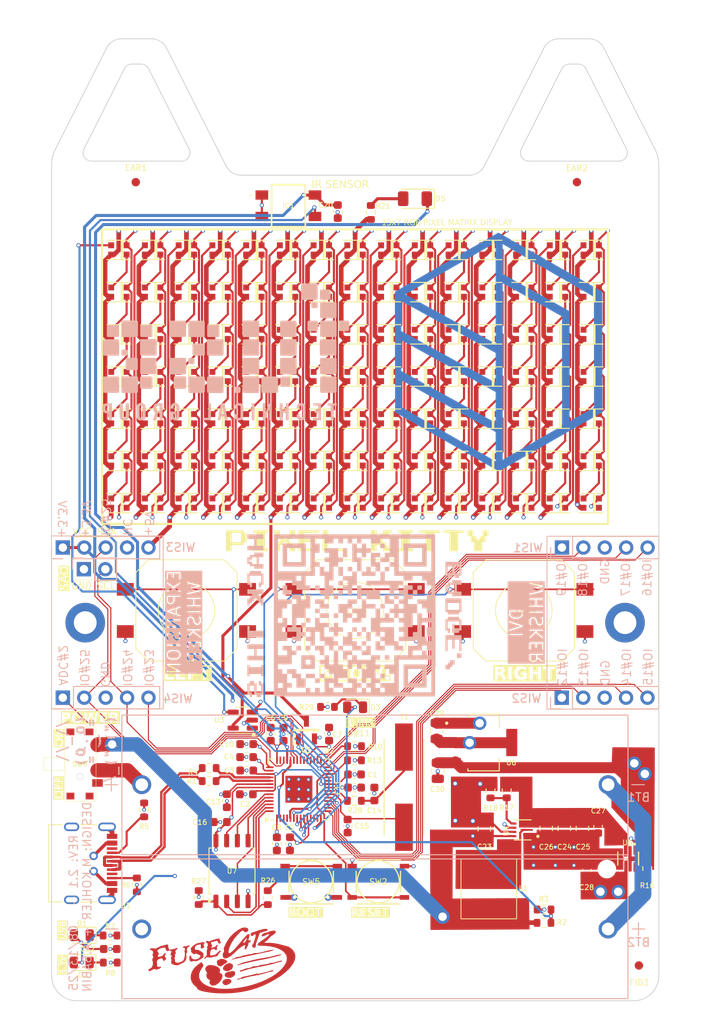
<source format=kicad_pcb>
(kicad_pcb (version 20240108) (generator "pcbnew") (generator_version "8.0")
  (title_block (title "FRAMEWORK BADGE TAG PCB") (date "2025-08-16") (rev "1.2") (company "M. KOHLER"))
  (layers (0 "F.Cu" mixed) (1 "In1.Cu" mixed) (2 "In2.Cu" mixed) (31 "B.Cu" mixed) (34 "B.Paste" user) (35 "F.Paste" user) (36 "B.SilkS" user "B.Silkscreen") (37 "F.SilkS" user "F.Silkscreen") (38 "B.Mask" user) (39 "F.Mask" user) (44 "Edge.Cuts" user))
  (net 0 "")
  (net 1 "GND")
  (net 2 "Net-(U4-VOUT)")
  (net 3 "+1V1")
  (net 4 "/PI_A_3v3")
  (net 5 "/PI_A_USB_PWR_IN")
  (net 6 "Net-(C14-Pad1)")
  (net 7 "/XIN_A")
  (net 8 "Net-(D1-K)")
  (net 9 "Net-(D2-K)")
  (net 10 "Net-(D3-K)")
  (net 11 "/PI_A_LED")
  (net 12 "/PI_A_USB_C_Data_N")
  (net 13 "/PI_A_USB_C_Data_P")
  (net 14 "/DI_23")
  (net 15 "/QSPI_SS")
  (net 16 "/XOUT_A")
  (net 17 "/QSPI_SD2_A")
  (net 18 "/QSPI_SCLK_A")
  (net 20 "/QSPI_SD3_A")
  (net 21 "/DI_24")
  (net 24 "Net-(D5-K)")
  (net 26 "/QSPI_SD1_A")
  (net 27 "/QSPI_SD0_A")
  (net 32 "/PI_A_USB_C_Data_1_P")
  (net 33 "/PI_A_USB_C_Data_1_N")
  (net 34 "/5V_PXL")
  (net 35 "Net-(D301-DOUT)")
  (net 36 "+5V")
  (net 37 "/DO_IR_LED_PI")
  (net 38 "/DI_IRM_PI")
  (net 40 "+BATT")
  (net 41 "Net-(BT1-Pad-)")
  (net 42 "/DI_BTN_L_PI")
  (net 43 "/DI_BTN_R_PI")
  (net 44 "/DI_BTN_FIRE_PI")
  (net 45 "/AN_BATT_MEASURE_PI")
  (net 46 "/GPIO_PXL_PI")
  (net 49 "/PI_RESET")
  (net 50 "/PI_BOOT")
  (net 51 "Net-(U4-SW)")
  (net 52 "Net-(U4-FB)")
  (net 53 "Net-(U5-ST)")
  (net 54 "Net-(D5-A)")
  (net 55 "Net-(D302-DOUT)")
  (net 56 "Net-(D303-DOUT)")
  (net 57 "Net-(D304-DOUT)")
  (net 58 "Net-(D305-DOUT)")
  (net 59 "Net-(D306-DOUT)")
  (net 60 "Net-(D307-DOUT)")
  (net 61 "Net-(D308-DOUT)")
  (net 62 "Net-(D309-DOUT)")
  (net 63 "Net-(D310-DOUT)")
  (net 64 "Net-(D311-DOUT)")
  (net 65 "Net-(D312-DOUT)")
  (net 66 "Net-(D313-DOUT)")
  (net 67 "Net-(D314-DOUT)")
  (net 68 "Net-(D315-DOUT)")
  (net 69 "Net-(D316-DOUT)")
  (net 70 "Net-(D317-DOUT)")
  (net 71 "Net-(D318-DOUT)")
  (net 72 "Net-(D319-DOUT)")
  (net 73 "Net-(D320-DOUT)")
  (net 74 "Net-(D321-DOUT)")
  (net 75 "Net-(D322-DOUT)")
  (net 76 "Net-(D323-DOUT)")
  (net 77 "Net-(D324-DOUT)")
  (net 78 "Net-(D325-DOUT)")
  (net 79 "Net-(D326-DOUT)")
  (net 80 "Net-(D327-DOUT)")
  (net 81 "Net-(D328-DOUT)")
  (net 82 "Net-(D329-DOUT)")
  (net 83 "Net-(D330-DOUT)")
  (net 84 "Net-(D331-DOUT)")
  (net 85 "Net-(D332-DOUT)")
  (net 86 "Net-(D333-DOUT)")
  (net 87 "Net-(D334-DOUT)")
  (net 88 "Net-(D335-DOUT)")
  (net 89 "Net-(D336-DOUT)")
  (net 90 "Net-(D337-DOUT)")
  (net 91 "Net-(D338-DOUT)")
  (net 92 "Net-(D339-DOUT)")
  (net 93 "Net-(D340-DOUT)")
  (net 94 "Net-(D341-DOUT)")
  (net 95 "Net-(D342-DOUT)")
  (net 96 "Net-(D343-DOUT)")
  (net 97 "Net-(D344-DOUT)")
  (net 98 "Net-(D345-DOUT)")
  (net 99 "Net-(D346-DOUT)")
  (net 100 "Net-(D347-DOUT)")
  (net 101 "Net-(D348-DOUT)")
  (net 102 "Net-(D349-DOUT)")
  (net 103 "Net-(D350-DOUT)")
  (net 104 "Net-(D351-DOUT)")
  (net 105 "Net-(D352-DOUT)")
  (net 106 "Net-(D353-DOUT)")
  (net 107 "Net-(D354-DOUT)")
  (net 108 "Net-(D355-DOUT)")
  (net 109 "Net-(D356-DOUT)")
  (net 110 "Net-(D357-DOUT)")
  (net 111 "Net-(D358-DOUT)")
  (net 112 "Net-(D359-DOUT)")
  (net 113 "Net-(D360-DOUT)")
  (net 114 "Net-(D361-DOUT)")
  (net 115 "Net-(D362-DOUT)")
  (net 116 "Net-(D363-DOUT)")
  (net 117 "Net-(D364-DOUT)")
  (net 118 "Net-(D365-DOUT)")
  (net 119 "Net-(D366-DOUT)")
  (net 120 "Net-(D367-DOUT)")
  (net 121 "Net-(D368-DOUT)")
  (net 122 "Net-(D369-DOUT)")
  (net 123 "Net-(D370-DOUT)")
  (net 124 "Net-(D371-DOUT)")
  (net 125 "Net-(D372-DOUT)")
  (net 126 "Net-(D373-DOUT)")
  (net 127 "Net-(D374-DOUT)")
  (net 128 "Net-(D375-DOUT)")
  (net 129 "Net-(D376-DOUT)")
  (net 130 "Net-(D377-DOUT)")
  (net 131 "Net-(D378-DOUT)")
  (net 132 "Net-(D379-DOUT)")
  (net 133 "Net-(D380-DOUT)")
  (net 134 "Net-(D381-DOUT)")
  (net 135 "Net-(D382-DOUT)")
  (net 136 "Net-(D383-DOUT)")
  (net 137 "Net-(D384-DOUT)")
  (net 138 "Net-(D385-DOUT)")
  (net 139 "Net-(D386-DOUT)")
  (net 140 "Net-(D387-DOUT)")
  (net 141 "Net-(D388-DOUT)")
  (net 142 "Net-(D389-DOUT)")
  (net 143 "Net-(D390-DOUT)")
  (net 144 "Net-(D391-DOUT)")
  (net 145 "Net-(D392-DOUT)")
  (net 146 "Net-(D393-DOUT)")
  (net 147 "Net-(D394-DOUT)")
  (net 148 "Net-(D395-DOUT)")
  (net 149 "Net-(D396-DOUT)")
  (net 150 "Net-(D397-DOUT)")
  (net 151 "Net-(D398-DOUT)")
  (net 152 "Net-(D399-DOUT)")
  (net 153 "Net-(D400-DOUT)")
  (net 154 "Net-(D401-DOUT)")
  (net 155 "Net-(D402-DOUT)")
  (net 156 "Net-(D403-DOUT)")
  (net 157 "Net-(D404-DOUT)")
  (net 163 "Net-(SW8-B)")
  (net 165 "Net-(J1-CC2)")
  (net 166 "Net-(J1-CC1)")
  (net 170 "/AN_ADC2")
  (net 171 "/DVI_18")
  (net 172 "/DVI_16")
  (net 173 "/DVI_19")
  (net 174 "/DVI_17")
  (net 175 "/DVI_14")
  (net 176 "/DVI_12")
  (net 177 "/DVI_13")
  (net 178 "/DVI_15")
  (net 180 "/DI_25")
  (footprint "MK_LED:LED_WS2812B-2020_PLCC4_2.0x2.0mm" (layer "F.Cu") (at 163.994252 84.031802)
    (property "Reference" "D305" (hide yes))
    (property "Value" "WS2812B-2020")
  )
  (footprint "MK_LED:LED_WS2812B-2020_PLCC4_2.0x2.0mm" (layer "F.Cu") (at 171.994252 79.031802)
    (property "Reference" "D318" (hide yes))
    (property "Value" "WS2812B-2020")
  )
  (footprint "Capacitor_SMD:C_0603_1608Metric" (layer "F.Cu") (at 219.491969 137.564477 90)
    (property "Reference" "C28")
    (property "Value" "1uF")
  )
  (footprint "MK_LED:LED_WS2812B-2020_PLCC4_2.0x2.0mm" (layer "F.Cu") (at 167.994252 89.031802)
    (property "Reference" "D313" (hide yes))
    (property "Value" "WS2812B-2020")
  )
  (footprint "MK_LED:LED_WS2812B-2020_PLCC4_2.0x2.0mm" (layer "F.Cu") (at 175.994252 64.031802)
    (property "Reference" "D322" (hide yes))
    (property "Value" "WS2812B-2020")
  )
  (footprint "MK_LED:LED_WS2812B-2020_PLCC4_2.0x2.0mm" (layer "F.Cu") (at 207.994252 89.031802)
    (property "Reference" "D383" (hide yes))
    (property "Value" "WS2812B-2020")
  )
  (footprint "MK_LED:LED_WS2812B-2020_PLCC4_2.0x2.0mm" (layer "F.Cu") (at 183.994252 79.031802)
    (property "Reference" "D339" (hide yes))
    (property "Value" "WS2812B-2020")
  )
  (footprint "Capacitor_SMD:C_0603_1608Metric" (layer "F.Cu") (at 188.912809 121.399021 90)
    (property "Reference" "C7")
    (property "Value" "100nF")
  )
  (footprint "Fiducial:Fiducial_1mm_Mask2mm" (layer "F.Cu") (at 165.991326 56)
    (property "Reference" "EAR1")
    (property "Value" "Fiducial")
  )
  (footprint "MK_LED:LED_WS2812B-2020_PLCC4_2.0x2.0mm" (layer "F.Cu") (at 207.994252 69.031802)
    (property "Reference" "D379" (hide yes))
    (property "Value" "WS2812B-2020")
  )
  (footprint "MK_Custom:TMPA 0603S-1R0MN-D" (layer "F.Cu") (at 207.851167 139.744455 90)
    (property "Reference" "L1")
    (property "Value" "TMPA 0603S-1R0MN-D")
  )
  (footprint "MountingHole:MountingHole_2.7mm_M2.5_DIN965_Pad" (layer "F.Cu") (at 160 108.2)
    (property "Reference" "H7" (hide yes))
    (property "Value" "MountingHole_Pad")
  )
  (footprint "MK_LED:LED_WS2812B-2020_PLCC4_2.0x2.0mm" (layer "F.Cu") (at 195.994252 89.031802)
    (property "Reference" "D362" (hide yes))
    (property "Value" "WS2812B-2020")
  )
  (footprint "MK_LED:LED_WS2812B-2020_PLCC4_2.0x2.0mm" (layer "F.Cu") (at 163.994252 69.031802)
    (property "Reference" "D302" (hide yes))
    (property "Value" "WS2812B-2020")
  )
  (footprint "MK_LED:LED_WS2812B-2020_PLCC4_2.0x2.0mm" (layer "F.Cu") (at 183.994252 94.031802)
    (property "Reference" "D342" (hide yes))
    (property "Value" "WS2812B-2020")
  )
  (footprint "MK_LED:LED_WS2812B-2020_PLCC4_2.0x2.0mm" (layer "F.Cu") (at 175.994252 94.031802)
    (property "Reference" "D328" (hide yes))
    (property "Value" "WS2812B-2020")
  )
  (footprint "MK_LED:LED_WS2812B-2020_PLCC4_2.0x2.0mm" (layer "F.Cu") (at 199.994252 89.031802)
    (property "Reference" "D369" (hide yes))
    (property "Value" "WS2812B-2020")
  )
  (footprint "MK_LED:LED_WS2812B-2020_PLCC4_2.0x2.0mm" (layer "F.Cu") (at 187.994252 94.031802)
    (property "Reference" "D349" (hide yes))
    (property "Value" "WS2812B-2020")
  )
  (footprint "MK_Custom:MK-12C02" (layer "F.Cu") (at 159.379563 124.945133 90)
    (property "Reference" "SW8")
    (property "Value" "MK-12C02-G025")
    (fp_circle (center 1.5 0) (end 1.875 0) (stroke (width 0.05)) (fill none) (layer "Edge.Cuts"))
    (fp_circle (center -1.5 0) (end -1.125 0) (stroke (width 0.05)) (fill none) (layer "Edge.Cuts"))
  )
  (footprint "MK_LED:LED_WS2812B-2020_PLCC4_2.0x2.0mm" (layer "F.Cu") (at 219.994252 69.031802)
    (property "Reference" "D400" (hide yes))
    (property "Value" "WS2812B-2020")
  )
  (footprint "MK_LED:LED_WS2812B-2020_PLCC4_2.0x2.0mm" (layer "F.Cu") (at 203.994252 69.031802)
    (property "Reference" "D372" (hide yes))
    (property "Value" "WS2812B-2020")
  )
  (footprint "Resistor_SMD:R_0603_1608Metric" (layer "F.Cu") (at 166.984964 130.384341 90)
    (property "Reference" "R5")
    (property "Value" "5.1K")
  )
  (footprint "Resistor_SMD:R_0603_1608Metric" (layer "F.Cu") (at 166.12168 139.277384 -90)
    (property "Reference" "R6")
    (property "Value" "5.1K")
  )
  (footprint "Capacitor_SMD:C_0603_1608Metric" (layer "F.Cu") (at 183.510141 121.405623 90)
    (property "Reference" "C9")
    (property "Value" "10uF")
  )
  (footprint "MK_LED:LED_WS2812B-2020_PLCC4_2.0x2.0mm" (layer "F.Cu") (at 187.994252 64.031802)
    (property "Reference" "D343" (hide yes))
    (property "Value" "WS2812B-2020")
  )
  (footprint "MK_LED:LED_WS2812B-2020_PLCC4_2.0x2.0mm" (layer "F.Cu") (at 167.994252 69.031802)
    (property "Reference" "D309" (hide yes))
    (property "Value" "WS2812B-2020")
  )
  (footprint "Capacitor_SMD:C_0603_1608Metric" (layer "F.Cu") (at 182.721428 134.413832 -90)
    (property "Reference" "C8")
    (property "Value" "100nF")
  )
  (footprint "MK_LED:LED_WS2812B-2020_PLCC4_2.0x2.0mm" (layer "F.Cu") (at 163.994252 94.031802)
    (property "Reference" "D307" (hide yes))
    (property "Value" "WS2812B-2020")
  )
  (footprint "Fiducial:Fiducial_1mm_Mask2mm" (layer "F.Cu") (at 218.301068 56)
    (property "Reference" "EAR2")
    (property "Value" "Fiducial")
  )
  (footprint "MK_LED:LED_WS2812B-2020_PLCC4_2.0x2.0mm" (layer "F.Cu") (at 179.994252 84.031802)
    (property "Reference" "D333" (hide yes))
    (property "Value" "WS2812B-2020")
  )
  (footprint "MK_LED:LED_WS2812B-2020_PLCC4_2.0x2.0mm" (layer "F.Cu") (at 163.994252 79.031802)
    (property "Reference" "D304" (hide yes))
    (property "Value" "WS2812B-2020")
  )
  (footprint "MK_LED:LED_WS2812B-2020_PLCC4_2.0x2.0mm" (layer "F.Cu") (at 187.994252 79.031802)
    (property "Reference" "D346" (hide yes))
    (property "Value" "WS2812B-2020")
  )
  (footprint "MK_LED:LED_WS2812B-2020_PLCC4_2.0x2.0mm" (layer "F.Cu") (at 183.994252 84.031802)
    (property "Reference" "D340" (hide yes))
    (property "Value" "WS2812B-2020")
  )
  (footprint "MK_LED:LED_WS2812B-2020_PLCC4_2.0x2.0mm" (layer "F.Cu") (at 219.994252 74.031802)
    (property "Reference" "D401" (hide yes))
    (property "Value" "WS2812B-2020")
  )
  (footprint "MK_LED:LED_WS2812B-2020_PLCC4_2.0x2.0mm" (layer "F.Cu") (at 187.994252 74.031802)
    (property "Reference" "D345" (hide yes))
    (property "Value" "WS2812B-2020")
  )
  (footprint "MK_LED:LED_WS2812B-2020_PLCC4_2.0x2.0mm" (layer "F.Cu") (at 175.994252 89.031802)
    (property "Reference" "D327" (hide yes))
    (property "Value" "WS2812B-2020")
  )
  (footprint "LM66200DRLR:SOT-5X3_DRL_TEX" (layer "F.Cu") (at 224.377456 136.154843 -90)
    (property "Reference" "U5")
    (property "Value" "LM66200DRLR")
  )
  (footprint "Resistor_SMD:R_0603_1608Metric" (layer "F.Cu") (at 173.45781 140.771343 90)
    (property "Reference" "R27")
    (property "Value" "10K")
  )
  (footprint "Capacitor_SMD:C_0805_2012Metric" (layer "F.Cu") (at 216.800317 132.578018 -90)
    (property "Reference" "C24")
    (property "Value" "47uF")
  )
  (footprint "Resistor_SMD:R_0603_1608Metric" (layer "F.Cu") (at 191.934658 122.842267)
    (property "Reference" "R10")
    (property "Value" "10K")
  )
  (footprint "MK_LED:LED_WS2812B-2020_PLCC4_2.0x2.0mm" (layer "F.Cu") (at 191.994252 94.031802)
    (property "Reference" "D356" (hide yes))
    (property "Value" "WS2812B-2020")
  )
  (footprint "Capacitor_SMD:C_0805_2012Metric" (layer "F.Cu") (at 201.804182 125.751786 -90)
    (property "Reference" "C30")
    (property "Value" "10uF")
  )
  (footprint "Package_TO_SOT_SMD:SOT-23-5" (layer "F.Cu") (at 178.675823 119.747933 180)
    (property "Reference" "U3")
    (property "Value" "SN74LV1T34")
  )
  (footprint "MK_LED:LED_WS2812B-2020_PLCC4_2.0x2.0mm" (layer "F.Cu") (at 211.994252 89.031802)
    (property "Reference" "D390" (hide yes))
    (property "Value" "WS2812B-2020")
  )
  (footprint "Resistor_SMD:R_0603_1608Metric" (layer "F.Cu") (at 191.924434 124.510716)
    (property "Reference" "R13")
    (property "Value" "10K")
  )
  (footprint "MK_LED:LED_WS2812B-2020_PLCC4_2.0x2.0mm" (layer "F.Cu") (at 199.994252 64.031802)
    (property "Reference" "D364" (hide yes))
    (property "Value" "WS2812B-2020")
  )
  (footprint "MK_LED:LED_WS2812B-2020_PLCC4_2.0x2.0mm" (layer "F.Cu") (at 207.994252 64.031802)
    (property "Reference" "D378" (hide yes))
    (property "Value" "WS2812B-2020")
  )
  (footprint "MK_LED:LED_WS2812B-2020_PLCC4_2.0x2.0mm" (layer "F.Cu") (at 167.994252 74.031802)
    (property "Reference" "D310" (hide yes))
    (property "Value" "WS2812B-2020")
  )
  (footprint "LED_SMD:LED_0805_2012Metric" (layer "F.Cu") (at 159.596133 145.240039 180)
    (property "Reference" "D1")
    (property "Value" "LED 0805 RED")
  )
  (footprint "MountingHole:MountingHole_2.7mm_M2.5_DIN965_Pad" (layer "F.Cu") (at 224 108.2)
    (property "Reference" "H8" (hide yes))
    (property "Value" "MountingHole_Pad")
  )
  (footprint "MK_LED:LED_WS2812B-2020_PLCC4_2.0x2.0mm" (layer "F.Cu") (at 179.994252 64.031802)
    (property "Reference" "D329" (hide yes))
    (property "Value" "WS2812B-2020")
  )
  (footprint "MK_LED:LED_WS2812B-2020_PLCC4_2.0x2.0mm" (layer "F.Cu") (at 207.994252 94.031802)
    (property "Reference" "D384" (hide yes))
    (property "Value" "WS2812B-2020")
  )
  (footprint "Resistor_SMD:R_0603_1608Metric" (layer "F.Cu") (at 214.396599 143.772881)
    (property "Reference" "R2")
    (property "Value" "180K")
  )
  (footprint "MK_LED:LED_WS2812B-2020_PLCC4_2.0x2.0mm" (layer "F.Cu") (at 195.994252 69.031802)
    (property "Reference" "D358" (hide yes))
    (property "Value" "WS2812B-2020")
  )
  (footprint "Capacitor_SMD:C_0603_1608Metric" (layer "F.Cu") (at 194.286637 128.502971 90)
    (property "Reference" "C14")
    (property "Value" "22pF")
  )
  (footprint "Package_SO:SOIC-8_5.23x5.23mm_P1.27mm" (layer "F.Cu") (at 177.402496 137.628532 90)
    (property "Reference" "U7")
    (property "Value" "W25Q32JVSSIQ")
  )
  (footprint "MK_LED:LED_WS2812B-2020_PLCC4_2.0x2.0mm" (layer "F.Cu") (at 191.994252 79.031802)
    (property "Reference" "D353" (hide yes))
    (property "Value" "WS2812B-2020")
  )
  (footprint "MK_LED:LED_WS2812B-2020_PLCC4_2.0x2.0mm" (layer "F.Cu") (at 203.994252 89.031802)
    (property "Reference" "D376" (hide yes))
    (property "Value" "WS2812B-2020")
  )
  (footprint "MK_LED:LED_WS2812B-2020_PLCC4_2.0x2.0mm" (layer "F.Cu") (at 195.994252 94.031802)
    (property "Reference" "D363" (hide yes))
    (property "Value" "WS2812B-2020")
  )
  (footprint "Capacitor_SMD:C_0603_1608Metric" (layer "F.Cu") (at 220.80531 132.357352 -90)
    (property "Reference" "C27")
    (property "Value" "1uF")
  )
  (footprint "Capacitor_SMD:C_0603_1608Metric" (layer "F.Cu") (at 191.932564 126.184913)
    (property "Reference" "C1")
    (property "Value" "100nF")
  )
  (footprint "LED_SMD:LED_0805_2012Metric" (layer "F.Cu") (at 159.585596 148.46738 180)
    (property "Reference" "D2")
    (property "Value" "LED 0805 RED")
  )
  (footprint "MK_LED:LED_WS2812B-2020_PLCC4_2.0x2.0mm" (layer "F.Cu") (at 195.994252 84.031802)
    (property "Reference" "D361" (hide yes))
    (property "Value" "WS2812B-2020")
  )
  (footprint "MK_LED:LED_WS2812B-2020_PLCC4_2.0x2.0mm" (layer "F.Cu") (at 191.994252 74.031802)
    (property "Reference" "D352" (hide yes))
    (property "Value" "WS2812B-2020")
  )
  (footprint "MK_Custom:GT-TC149X" (layer "F.Cu") (at 192 106.75)
    (property "Reference" "SW3")
    (property "Value" "GT-TC149A-H060-L1")
  )
  (footprint "MK_LED:LED_WS2812B-2020_PLCC4_2.0x2.0mm" (layer "F.Cu") (at 199.994252 94.031802)
    (property "Reference" "D370" (hide yes))
    (property "Value" "WS2812B-2020")
  )
  (footprint "MK_LED:LED_WS2812B-2020_PLCC4_2.0x2.0mm" (layer "F.Cu") (at 195.994252 79.031802)
    (property "Reference" "D360" (hide yes))
    (property "Value" "WS2812B-2020")
  )
  (footprint "MK_LED:LED_WS2812B-2020_PLCC4_2.0x2.0mm" (layer "F.Cu") (at 215.994252 64.031802)
    (property "Reference" "D392" (hide yes))
    (property "Value" "WS2812B-2020")
  )
  (footprint "Resistor_SMD:R_0603_1608Metric" (layer "F.Cu") (at 188.722904 118.186267)
    (property "Reference" "R29")
    (property "Value" "150")
  )
  (footprint "MK_LED:LED_WS2812B-2020_PLCC4_2.0x2.0mm" (layer "F.Cu") (at 167.994252 64.031802)
    (property "Reference" "D308" (hide yes))
    (property "Value" "WS2812B-2020")
  )
  (footprint "Capacitor_SMD:C_0603_1608Metric" (layer "F.Cu") (at 162.968629 146.868881)
    (property "Reference" "C12")
    (property "Value" "10uF")
  )
  (footprint "MK_LED:LED_WS2812B-2020_PLCC4_2.0x2.0mm" (layer "F.Cu") (at 183.994252 69.031802)
    (property "Reference" "D337" (hide yes))
    (property "Value" "WS2812B-2020")
  )
  (footprint "MK_LED:LED_WS2812B-2020_PLCC4_2.0x2.0mm" (layer "F.Cu") (at 171.994252 74.031802)
    (property "Reference" "D317" (hide yes))
    (property "Value" "WS2812B-2020")
  )
  (footprint "ABLS_12_000MHZ_B4_T:XTAL_ABLS-12.000MHZ-B4-T" (layer "F.Cu") (at 197.79021 127.692648 90)
    (property "Reference" "Y1")
    (property "Value" "ABLS-12.000MHZ-B4-T")
  )
  (footprint "Resistor_SMD:R_0603_1608Metric" (layer "F.Cu") (at 174.690768 126.973286)
    (property "Reference" "R1")
    (property "Value" "27.4")
  )
  (footprint "MK_LED:LED_WS2812B-2020_PLCC4_2.0x2.0mm" (layer "F.Cu") (at 219.994252 79.031802)
    (property "Reference" "D402" (hide yes))
    (property "Value" "WS2812B-2020")
  )
  (footprint "MK_LED:LED_WS2812B-2020_PLCC4_2.0x2.0mm" (layer "F.Cu") (at 219.994252 94.031802)
    (property "Reference" "D405" (hide yes))
    (property "Value" "WS2812B-2020")
  )
  (footprint "LED_SMD:LED_0805_2012Metric" (layer "F.Cu") (at 192.000236 118.222282 180)
    (property "Reference" "D3")
    (property "Value" "LED 0805 RED")
  )
  (footprint "MK_LED:LED_WS2812B-2020_PLCC4_2.0x2.0mm" (layer "F.Cu") (at 195.994252 74.031802)
    (property "Reference" "D359" (hide yes))
    (property "Value" "WS2812B-2020")
  )
  (footprint "Capacitor_SMD:C_0603_1608Metric" (layer "F.Cu") (at 191.113077 132.303545 -90)
    (property "Reference" "C15")
    (property "Value" "22pF")
  )
  (footprint "Capacitor_SMD:C_0805_2012Metric" (layer "F.Cu") (at 218.946354 132.578018 -90)
    (property "Reference" "C25")
    (property "Value" "47uF")
  )
  (footprint "LOGO" (layer "F.Cu") (at 193.3 98.45)
    (property "Reference" "G***" (hide yes))
    (property "Value" "LOGO" (hide yes))
  )
  (footprint "MK_Custom:GT-TC149X" (layer "F.Cu") (at 212 106.75)
    (property "Reference" "SW4")
    (property "Value" "GT-TC149A-H060-L1")
  )
  (footprint "MK_LED:LED_WS2812B-2020_PLCC4_2.0x2.0mm" (layer "F.Cu") (at 183.994252 64.031802)
    (property "Reference" "D336" (hide yes))
    (property "Value" "WS2812B-2020")
  )
  (footprint "Resistor_SMD:R_0603_1608Metric" (layer "F.Cu") (at 208.052645 128.136736 90)
    (property "Reference" "R18")
    (property "Value" "91K")
  )
  (footprint "MK_LED:LED_WS2812B-2020_PLCC4_2.0x2.0mm" (layer "F.Cu") (at 191.994252 64.031802)
    (property "Reference" "D350" (hide yes))
    (property "Value" "WS2812B-2020")
  )
  (footprint "Capacitor_SMD:C_0603_1608Metric" (layer "F.Cu") (at 191.942279 127.740155)
    (property "Reference" "C11")
    (property "Value" "100nF")
  )
  (footprint "MK_LED:LED_WS2812B-2020_PLCC4_2.0x2.0mm" (layer "F.Cu") (at 191.994252 84.031802)
    (property "Reference" "D354" (hide yes))
    (property "Value" "WS2812B-2020")
  )
  (footprint "MK_LED:LED_WS2812B-2020_PLCC4_2.0x2.0mm" (layer "F.Cu") (at 179.994252 94.031802)
    (property "Reference" "D335" (hide yes))
    (property "Value" "WS2812B-2020")
  )
  (footprint "MK_LED:LED_WS2812B-2020_PLCC4_2.0x2.0mm" (layer "F.Cu") (at 199.994252 84.031802)
    (property "Reference" "D368" (hide yes))
    (property "Value" "WS2812B-2020")
  )
  (footprint "Resistor_SMD:R_0603_1608Metric" (layer "F.Cu") (at 162.972515 148.478616 180)
    (property "Reference" "R8")
    (property "Value" "750")
  )
  (footprint "MK_LED:LED_WS2812B-2020_PLCC4_2.0x2.0mm" (layer "F.Cu") (at 211.994252 94.031802)
    (property "Reference" "D391" (hide yes))
    (property "Value" "WS2812B-2020")
  )
  (footprint "IRM-H638T_TR2:IRMH638TTR2" (layer "F.Cu") (at 184.092522 58.793527)
    (property "Reference" "IC1")
    (property "Value" "IRM-H638T_TR2" (hide yes))
  )
  (footprint "Capacitor_SMD:C_0805_2012Metric" (layer "F.Cu") (at 207.320689 132.638447 90)
    (property "Reference" "C23")
    (property "Value" "10uF")
  )
  (footprint "LED_SMD:LED_1206_3216Metric" (layer "F.Cu") (at 199.098534 57.961936 180)
    (property "Reference" "D5")
    (property "Value" "IR15-21C/TR8")
  )
  (footprint "MK_LED:LED_WS2812B-2020_PLCC4_2.0x2.0mm" (layer "F.Cu") (at 163.994252 64.031802)
    (property "Reference" "D301" (hide yes))
    (property "Value" "WS2812B-2020")
  )
  (footprint "Resistor_SMD:R_0603_1608Metric" (layer "F.Cu") (at 193.866011 59.589155 90)
    (property "Reference" "R21")
    (property "Value" "120")
  )
  (footprint "Resistor_SMD:R_0603_1608Metric" (layer "F.Cu") (at 162.94124 145.270891 180)
    (property "Reference" "R7")
    (property "Value" "270")
  )
  (footprint "Fiducial:Fiducial_1mm_Mask2mm" (layer "F.Cu") (at 225.647641 148.823519)
    (property "Reference" "FID3")
    (property "Value" "Fiducial")
  )
  (footprint "Capacitor_SMD:C_0603_1608Metric" (layer "F.Cu") (at 184.272592 134.403952 -90)
    (property "Reference" "C5")
    (property "Value" "100nF")
  )
  (footprint "MK_LED:LED_WS2812B-2020_PLCC4_2.0x2.0mm" (layer "F.Cu") (at 207.994252 74.031802)
    (property "Reference" "D380" (hide yes))
    (property "Value" "WS2812B-2020")
  )
  (footprint "MK_LED:LED_WS2812B-2020_PLCC4_2.0x2.0mm" (layer "F.Cu") (at 211.994252 74.031802)
    (property "Reference" "D387" (hide yes))
    (property "Value" "WS2812B-2020")
  )
  (footprint "Capacitor_SMD:C_0603_1608Metric" (layer "F.Cu") (at 176.793456 129.304241 -90)
    (property "Reference" "C13")
    (property "Value" "100nF")
  )
  (footprint "MK_LED:LED_WS2812B-2020_PLCC4_2.0x2.0mm" (layer "F.Cu") (at 211.994252 84.031802)
    (property "Reference" "D389" (hide yes))
    (property "Value" "WS2812B-2020")
  )
  (footprint "MK_LED:LED_WS2812B-2020_PLCC4_2.0x2.0mm" (layer "F.Cu") (at 203.994252 94.031802)
    (property "Reference" "D377" (hide yes))
    (property "Value" "WS2812B-2020")
  )
  (footprint "MK_LED:LED_WS2812B-2020_PLCC4_2.0x2.0mm" (layer "F.Cu") (at 171.994252 69.031802)
    (property "Reference" "D316" (hide yes))
    (property "Value" "WS2812B-2020")
  )
  (footprint "MK_LED:LED_WS2812B-2020_PLCC4_2.0x2.0mm" (layer "F.Cu") (at 215.994252 94.031802)
    (property "Reference" "D398" (hide yes))
    (property "Value" "WS2812B-2020")
  )
  (footprint "Capacitor_SMD:C_0805_2012Metric" (layer "F.Cu") (at 214.655015 132.584314 -90)
    (property "Reference" "C26")
    (property "Value" "47uF")
  )
  (footprint "MK_LED:LED_WS2812B-2020_PLCC4_2.0x2.0mm" (layer "F.Cu") (at 179.994252 79.031802)
    (property "Reference" "D332" (hide yes))
    (property "Value" "WS2812B-2020")
  )
  (footprint "MK_LED:LED_WS2812B-2020_PLCC4_2.0x2.0mm" (layer "F.Cu") (at 211.994252 79.031802)
    (property "Reference" "D388" (hide yes))
    (property "Value" "WS2812B-2020")
  )
  (footprint "MK_LED:LED_WS2812B-2020_PLCC4_2.0x2.0mm" (layer "F.Cu") (at 171.994252 64.031802)
    (property "Reference" "D315" (hide yes))
    (property "Value" "WS2812B-2020")
  )
  (footprint "MK_LED:LED_WS2812B-2020_PLCC4_2.0x2.0mm" (layer "F.Cu") (at 179.994252 74.031802)
    (property "Reference" "D331" (hide yes))
    (property "Value" "WS2812B-2020")
  )
  (footprint "MK_LED:LED_WS2812B-2020_PLCC4_2.0x2.0mm" (layer "F.Cu") (at 175.994252 84.031802)
    (property "Reference" "D326" (hide yes))
    (property "Value" "WS2812B-2020")
  )
  (footprint "Resistor_SMD:R_0603_1608Metric" (layer "F.Cu") (at 181.643891 140.786151 -90)
    (property "Reference" "R26")
    (property "Value" "1K")
  )
  (footprint "MK_LED:LED_WS2812B-2020_PLCC4_2.0x2.0mm" (layer "F.Cu") (at 215.994252 69.031802)
    (property "Reference" "D393" (hide yes))
    (property "Value" "WS2812B-2020")
  )
  (footprint "MK_LED:LED_WS2812B-2020_PLCC4_2.0x2.0mm" (layer "F.Cu") (at 215.994252 74.031802)
    (property "Reference" "D394" (hide yes))
    (property "Value" "WS2812B-2020")
  )
  (footprint "MK_LED:LED_WS2812B-2020_PLCC4_2.0x2.0mm" (layer "F.Cu") (at 199.994252 74.031802)
    (property "Reference" "D366" (hide yes))
    (property "Value" "WS2812B-2020")
  )
  (footprint "MK_LED:LED_WS2812B-2020_PLCC4_2.0x2.0mm" (layer "F.Cu") (at 211.994252 64.031802)
    (property "Reference" "D385" (hide yes))
    (property "Value" "WS2812B-2020")
  )
  (footprint "MK_LED:LED_WS2812B-2020_PLCC4_2.0x2.0mm" (layer "F.Cu") (at 219.994252 89.031802)
    (property "Reference" "D404" (hide yes))
    (property "Value" "WS2812B-2020")
  )
  (footprint "MK_LED:LED_WS2812B-2020_PLCC4_2.0x2.0mm" (layer "F.Cu") (at 219.994252 64.031802)
    (property "Reference" "D399" (hide yes))
    (property "Value" "WS2812B-2020")
  )
  (footprint "MK_LED:LED_WS2812B-2020_PLCC4_2.0x2.0mm" (layer "F.Cu") (at 219.994252 84.031802)
    (property "Reference" "D403" (hide yes))
    (property "Value" "WS2812B-2020")
  )
  (footprint "Capacitor_SMD:C_0603_1608Metric" (layer "F.Cu") (at 179.142345 122.592849 180)
    (property "Reference" "C10")
    (property "Value" "100nF")
  )
  (footprint "MK_LED:LED_WS2812B-2020_PLCC4_2.0x2.0mm" (layer "F.Cu") (at 215.994252 84.031802)
    (property "Reference" "D396" (hide yes))
    (property "Value" "WS2812B-2020")
  )
  (footprint "MK_LED:LED_WS2812B-2020_PLCC4_2.0x2.0mm" (layer "F.Cu") (at 207.994252 84.031802)
    (property "Reference" "D382" (hide yes))
    (property "Value" "WS2812B-2020")
  )
  (footprint "MK_LED:LED_WS2812B-2020_PLCC4_2.0x2.0mm" (layer "F.Cu") (at 211.994252 69.031802)
    (property "Reference" "D386" (hide yes))
    (property "Value" "WS2812B-2020")
  )
  (footprint "MK_LED:LED_WS2812B-2020_PLCC4_2.0x2.0mm" (layer "F.Cu") (at 183.994252 89.031802)
    (property "Reference" "D341" (hide yes))
    (property "Value" "WS2812B-2020")
  )
  (footprint "Capacitor_SMD:C_0603_1608Metric" (layer "F.Cu") (at 179.1485 125.71763 180)
    (property "Reference" "C3")
    (property "Value" "1uF")
  )
  (footprint "MK_LED:LED_WS2812B-2020_PLCC4_2.0x2.0mm" (layer "F.Cu") (at 167.994252 79.031802)
    (property "Reference" "D311" (hide yes))
    (property "Value" "WS2812B-2020")
  )
  (footprint "MK_LED:LED_WS2812B-2020_PLCC4_2.0x2.0mm" (layer "F.Cu") (at 167.994252 94.031802)
    (property "Reference" "D314" (hide yes))
    (property "Value" "WS2812B-2020")
  )
  (footprint "pts526sk08:PTS526_0P8_CNK" (layer "F.Cu") (at 186.795465 138.90502)
    (property "Reference" "SW5")
    (property "Value" "PTS526SK08SMTR2LFS")
  )
  (footprint "MK_LED:LED_WS2812B-2020_PLCC4_2.0x2.0mm" (layer "F.Cu") (at 167.994252 84.031802)
    (property "Reference" "D312" (hide yes))
    (property "Value" "WS2812B-2020")
  )
  (footprint "AO3406:AO3406" (layer "F.Cu") (at 186.225693 120.926297 90)
    (property "Reference" "Q1")
    (property "Value" "AO3406" (hide yes))
  )
  (footprint "MK_LED:LED_WS2812B-2020_PLCC4_2.0x2.0mm" (layer "F.Cu") (at 179.994252 89.031802)
    (property "Reference" "D334" (hide yes))
    (property "Value" "WS2812B-2020")
  )
  (footprint "TPS61022RWUR:CONV_TPS61022RWUR" (layer "F.Cu") (at 211.87156 132.756374 180)
    (property "Reference" "U4")
    (property "Value" "TPS61022RWUR")
  )
  (footprint "MK_LED:LED_WS2812B-2020_PLCC4_2.0x2.0mm" (layer "F.Cu") (at 187.994252 89.031802)
    (property "Reference" "D348" (hide yes))
    (property "Value" "WS2812B-2020")
  )
  (footprint "MK_LED:LED_WS2812B-2020_PLCC4_2.0x2.0mm" (layer "F.Cu") (at 171.994252 89.031802)
    (property "Reference" "D320" (hide yes))
    (property "Value" "WS2812B-2020")
  )
  (footprint "Resistor_SMD:R_0603_1608Metric" (layer "F.Cu") (at 209.976323 128.125935 -90)
    (property "Reference" "R17")
    (property "Value" "732K")
  )
  (footprint "MK_LED:LED_WS2812B-2020_PLCC4_2.0x2.0mm" (layer "F.Cu") (at 175.994252 74.031802)
    (property "Reference" "D324" (hide yes))
    (property "Value" "WS2812B-2020")
  )
  (footprint "Package_DFN_QFN:QFN-56-1EP_7x7mm_P0.4mm_EP3.2x3.2mm" (layer "F.Cu") (at 185.335071 127.936543 90)
    (property "Reference" "U2")
    (property "Value" "RP2040")
  )
  (footprint "MK_LED:LED_WS2812B-2020_PLCC4_2.0x2.0mm" (layer "F.Cu") (at 203.994252 84.031802)
    (property "Reference" "D375" (hide yes))
    (property "Value" "WS2812B-2020")
  )
  (footprint "Capacitor_SMD:C_0603_1608Metric" (layer "F.Cu") (at 181.989325 121.407824 90)
    (property "Reference" "C6")
    (property "Value" "100nF")
  )
  (footprint "MK_LED:LED_WS2812B-2020_PLCC4_2.0x2.0mm" (layer "F.Cu") (at 171.994252 94.031802)
    (property "Reference" "D321" (hide yes))
    (property "Value" "WS2812B-2020")
  )
  (footprint "MK_LED:LED_WS2812B-2020_PLCC4_2.0x2.0mm" (layer "F.Cu") (at 187.994252 69.031802)
    (property "Reference" "D344" (hide yes))
    (property "Value" "WS2812B-2020")
  )
  (footprint "Capacitor_SMD:C_0603_1608Metric" (layer "F.Cu") (at 189.941688 59.484133 -90)
    (property "Reference" "C20")
    (property "Value" "1uF")
  )
  (footprint "Capacitor_SMD:C_0805_2012Metric" (layer "F.Cu") (at 201.670578 121.034125 90)
    (property "Reference" "C29")
    (property "Value" "22uF")
  )
  (footprint "MK_LED:LED_WS2812B-2020_PLCC4_2.0x2.0mm" (layer "F.Cu") (at 207.994252 79.031802)
    (property "Reference" "D381" (hide yes))
    (property "Value" "WS2812B-2020")
  )
  (footprint "MK_LED:LED_WS2812B-2020_PLCC4_2.0x2.0mm" (layer "F.Cu") (at 163.994252 74.031802)
    (property "Reference" "D303" (hide yes))
    (property "Value" "WS2812B-2020")
  )
  (footprint "Capacitor_SMD:C_0603_1608Metric" (layer "F.Cu") (at 176.016244 131.829493 180)
    (property "Reference" "C16")
    (property "Value" "100nF")
  )
  (footprint "pts526sk08:PTS526_0P8_CNK" (layer "F.Cu") (at 194.747504 138.905581 180)
    (property "Reference" "SW2")
    (property "Value" "PTS526SK08SMTR2LFS")
  )
  (footprint "Resistor_SMD:R_0603_1608Metric" (layer "F.Cu") (at 174.694878 125.426418)
    (property "Reference" "R4")
    (property "Value" "27.4")
  )
  (footprint "Capacitor_SMD:C_0603_1608Metric" (layer "F.Cu") (at 179.135607 124.133195 180)
    (property "Reference" "C4")
    (property "Value" "1uF")
  )
  (footprint "Resistor_SMD:R_0603_1608Metric" (layer "F.Cu") (at 214.402961 142.195569 180)
    (property "Reference" "R3")
    (property "Value" "100K")
  )
  (footprint "MK_LED:LED_WS2812B-2020_PLCC4_2.0x2.0mm" (layer "F.Cu") (at 203.994252 79.031802)
    (property "Reference" "D374" (hide yes))
    (property "Value" "WS2812B-2020")
  )
  (footprint "MK_LED:LED_WS2812B-2020_PLCC4_2.0x2.0mm" (layer "F.Cu") (at 187.994252 84.031802)
    (property "Reference" "D347" (hide yes))
    (property "Value" "WS2812B-2020")
  )
  (footprint "Resistor_SMD:R_0603_1608Metric" (layer "F.Cu") (at 226.636818 137.339282 -90)
    (property "Reference" "R16")
    (property "Value" "10K")
  )
  (footprint "MK_LED:LED_WS2812B-2020_PLCC4_2.0x2.0mm" (layer "F.Cu") (at 175.994252 69.031802)
    (property "Reference" "D323" (hide yes))
    (property "Value" "WS2812B-2020")
  )
  (footprint "MK_Custom:GT-TC149X" (layer "F.Cu") (at 172 106.75)
    (property "Reference" "SW1")
    (property "Value" "GT-TC149A-H060-L1")
  )
  (footprint "AMS1117-3:SOT229P700X180-4N" (layer "F.Cu") (at 207.22944 122.402141 -90)
    (property "Reference" "U6")
    (property "Value" "AMS1117-3.3")
  )
  (footprint "MK_LED:LED_WS2812B-2020_PLCC4_2.0x2.0mm" (layer "F.Cu") (at 175.994252 79.031802)
    (property "Reference" "D325" (hide yes))
    (property "Value" "WS2812B-2020")
  )
  (footprint "MK_LED:LED_WS2812B-2020_PLCC4_2.0x2.0mm" (layer "F.Cu") (at 163.994252 89.031802)
    (property "Reference" "D306" (hide yes))
    (property "Value" "WS2812B-2020")
  )
  (footprint "MK_LED:LED_WS2812B-2020_PLCC4_2.0x2.0mm" (layer "F.Cu") (at 171.994252 84.031802)
    (property "Reference" "D319" (hide yes))
    (property "Value" "WS2812B-2020")
  )
  (footprint "Connector_USB:USB_C_Receptacle_G-Switch_GT-USB-7010ASV" (layer "F.Cu") (at 159.459795 136.719783 -90)
    (property "Reference" "J1")
    (property "Value" "GT-USB-7010ASV")
  )
  (footprint "Resistor_SMD:R_0603_1608Metric" (layer "F.Cu") (at 191.912252 129.307317 180)
    (property "Reference" "R28")
    (property "Value" "1K")
  )
  (footprint "MK_LED:LED_WS2812B-2020_PLCC4_2.0x2.0mm" (layer "F.Cu") (at 191.994252 89.031802)
    (property "Reference" "D355" (hide yes))
    (property "Value" "WS2812B-2020")
  )
  (footprint "MK_LED:LED_WS2812B-2020_PLCC4_2.0x2.0mm" (layer "F.Cu") (at 179.994252 69.031802)
    (property "Reference" "D330" (hide yes))
    (property "Value" "WS2812B-2020")
  )
  (footprint "MK_LED:LED_WS2812B-2020_PLCC4_2.0x2.0mm" (layer "F.Cu") (at 199.994252 79.031802)
    (property "Reference" "D367" (hide yes))
    (property "Value" "WS2812B-2020")
  )
  (footprint "MK_LED:LED_WS2812B-2020_PLCC4_2.0x2.0mm" (layer "F.Cu") (at 199.994252 69.031802)
    (property "Reference" "D365" (hide yes))
    (property "Value" "WS2812B-2020")
  )
  (footprint "MK_LED:LED_WS2812B-2020_PLCC4_2.0x2.0mm" (layer "F.Cu") (at 191.994252 69.031802)
    (property "Reference" "D351" (hide yes))
    (property "Value" "WS2812B-2020")
  )
  (footprint "MK_LED:LED_WS2812B-2020_PLCC4_2.0x2.0mm" (layer "F.Cu") (at 183.994252 74.031802)
    (property "Reference" "D338" (hide yes))
    (property "Value" "WS2812B-2020")
  )
  (footprint "MK_LED:LED_WS2812B-2020_PLCC4_2.0x2.0mm" (layer "F.Cu") (at 215.994252 89.031802)
    (property "Reference" "D397" (hide yes))
    (property "Value" "WS2812B-2020")
  )
  (footprint "MK_LED:LED_WS2812B-2020_PLCC4_2.0x2.0mm" (layer "F.Cu") (at 195.994252 64.031802)
    (property "Reference" "D357" (hide yes))
    (property "Value" "WS2812B-2020")
  )
  (footprint "Capacitor_SMD:C_0603_1608Metric" (layer "F.Cu") (at 179.102968 128.537862 180)
    (property "Reference" "C2")
    (property "Value" "100nF")
  )
  (footprint "MK_LED:LED_WS2812B-2020_PLCC4_2.0x2.0mm" (layer "F.Cu") (at 203.994252 64.031802)
    (property "Reference" "D371" (hide yes))
    (property "Value" "WS2812B-2020")
  )
  (footprint "MK_LED:LED_WS2812B-2020_PLCC4_2.0x2.0mm" (layer "F.Cu") (at 215.994252 79.031802)
    (property "Reference" "D395" (hide yes))
    (property "Value" "WS2812B-2020")
  )
  (footprint "MK_LED:LED_WS2812B-2020_PLCC4_2.0x2.0mm" (layer "F.Cu") (at 203.994252 74.031802)
    (property "Reference" "D373" (hide yes))
    (property "Value" "WS2812B-2020")
  )
  (footprint "6S_AA:BAT_BH-AA-A5BJ012" (layer "B.Cu") (at 194.35 127.4)
    (property "Reference" "BT1")
    (property "Value" "BH-AA-A5BJ012")
  )
  (footprint "6S_AA:BAT_BH-AA-A5BJ012" (layer "B.Cu") (at 194.346238 144.5 180)
    (property "Reference" "BT2")
    (property "Value" "BH-AA-A5BJ012")
  )
  (footprint "Connector_PinSocket_2.54mm:PinSocket_1x05_P2.54mm_Vertical" (layer "B.Cu") (at 157.340445 99.3 -90)
    (property "Reference" "WIS3")
    (property "Value" "Conn_01x05_Pin")
  )
  (footprint "LOGO" (layer "B.Cu") (at 161.6175 116.871004 180)
    (property "Reference" "G***" (hide yes))
    (property "Value" "LOGO" (hide yes))
  )
  (footprint "Connector_PinSocket_2.54mm:PinSocket_1x05_P2.54mm_Vertical" (layer "B.Cu") (at 157.340445 117.09 -90)
    (property "Reference" "WIS4")
    (property "Value" "Conn_01x05_Pin")
  )
  (footprint "LOGO" (layer "B.Cu") (at 192.003641 107.293954 180)
    (property "Reference" "G***" (hide yes))
    (property "Value" "LOGO" (hide yes))
  )
  (footprint "Connector_PinHeader_2.54mm:PinHeader_1x02_P2.54mm_Vertical" (layer "B.Cu") (at 159.843375 101.866875 -90)
    (property "Reference" "J2" (hide yes))
    (property "Value" "Conn_01x02_Pin")
  )
  (footprint "Connector_PinSocket_2.54mm:PinSocket_1x05_P2.54mm_Vertical" (layer "B.Cu") (at 216.50397 117.09 -90)
    (property "Reference" "WIS2")
    (property "Value" "Conn_01x05_Pin")
  )
  (footprint "Connector_PinSocket_2.54mm:PinSocket_1x05_P2.54mm_Vertical" (layer "B.Cu") (at 216.520341 99.3 -90)
    (property "Reference" "WIS1")
    (property "Value" "Conn_01x05_Pin")
  )
  (footprint "LOGO" (layer "B.Cu") (at 177.019709 76.160758 180)
    (property "Reference" "G***" (hide yes))
    (property "Value" "LOGO" (hide yes))
  )
  (gr_poly (pts (xy 181.435349 144.490198) (xy 181.471477 144.492078) (xy 181.506094 144.495934) (xy 181.538075 144.502116) (xy 181.552726 144.506188) (xy 181.566297 144.510972) (xy 181.578647 144.516512) (xy 181.589635 144.522851) (xy 181.599122 144.530033) (xy 181.606966 144.538102) (xy 181.613028 144.547101) (xy 181.617166 144.557074) (xy 181.61924 144.568064) (xy 181.61911 144.580115) (xy 181.616635 144.593271) (xy 181.611675 144.607575) (xy 181.604089 144.62307) (xy 181.593737 144.639801) (xy 181.581841 144.656458) (xy 181.569728 144.671744) (xy 181.557415 144.685721) (xy 181.544916 144.698454) (xy 181.532247 144.710004) (xy 181.519424 144.720436) (xy 181.506464 144.729811) (xy 181.493381 144.738193) (xy 181.480192 144.745645) (xy 181.466911 144.75223) (xy 181.453556 144.75801) (xy 181.440142 144.763049) (xy 181.426683 144.76741) (xy 181.413197 144.771156) (xy 181.386204 144.777054) (xy 181.359289 144.781246) (xy 181.332577 144.784237) (xy 181.280268 144.788629) (xy 181.254922 144.791039) (xy 181.230284 144.794262) (xy 181.206479 144.798803) (xy 181.183633 144.805166) (xy 181.163184 144.812231) (xy 181.146232 144.818589) (xy 181.132401 144.824307) (xy 181.121311 144.829454) (xy 181.112586 144.834096) (xy 181.105847 144.838303) (xy 181.100716 144.842142) (xy 181.096816 144.84568) (xy 181.085964 144.858186) (xy 181.082548 144.86124) (xy 181.078096 144.8644) (xy 181.072229 144.867735) (xy 181.06457 144.871312) (xy 181.046971 144.876129) (xy 181.026717 144.880704) (xy 180.980028 144.889398) (xy 180.874401 144.906865) (xy 180.822595 144.916722) (xy 180.798504 144.922169) (xy 180.776216 144.928053) (xy 180.756175 144.934439) (xy 180.738828 144.941398) (xy 180.72462 144.948996) (xy 180.718833 144.953056) (xy 180.713997 144.957301) (xy 180.704429 144.970003) (xy 180.693262 144.990077) (xy 180.680758 145.016528) (xy 180.667179 145.048355) (xy 180.637839 145.124152) (xy 180.607337 145.209483) (xy 180.551216 145.376811) (xy 180.51556 145.486468) (xy 180.358464 145.905667) (xy 180.315314 146.024614) (xy 180.277435 146.134801) (xy 180.248238 146.22902) (xy 180.237961 146.267889) (xy 180.231133 146.300062) (xy 180.227115 146.328791) (xy 180.224725 146.35781) (xy 180.223575 146.386946) (xy 180.223278 146.416024) (xy 180.223691 146.473307) (xy 180.223626 146.501164) (xy 180.222864 146.528265) (xy 180.221017 146.554436) (xy 180.217696 146.579502) (xy 180.212516 146.60329) (xy 180.209107 146.614649) (xy 180.205088 146.625624) (xy 180.200409 146.636191) (xy 180.195024 146.64633) (xy 180.188882 146.656018) (xy 180.181937 146.665234) (xy 180.174138 146.673955) (xy 180.165439 146.682161) (xy 180.15579 146.689829) (xy 180.145143 146.696937) (xy 180.133794 146.703373) (xy 180.122098 146.709045) (xy 180.110098 146.713967) (xy 180.097833 146.71815) (xy 180.085345 146.721606) (xy 180.072676 146.724348) (xy 180.059866 146.726387) (xy 180.046957 146.727736) (xy 180.03399 146.728407) (xy 180.021006 146.728411) (xy 180.008046 146.727761) (xy 179.995152 146.72647) (xy 179.982364 146.724549) (xy 179.969723 146.72201) (xy 179.957272 146.718865) (xy 179.945051 146.715127) (xy 179.933101 146.710807) (xy 179.921464 146.705919) (xy 179.91018 146.700473) (xy 179.899292 146.694482) (xy 179.888839 146.687958) (xy 179.878863 146.680914) (xy 179.869406 146.673361) (xy 179.860509 146.665311) (xy 179.852212 146.656777) (xy 179.844557 146.64777) (xy 179.837585 146.638303) (xy 179.831337 146.628388) (xy 179.825855 146.618037) (xy 179.82118 146.607262) (xy 179.817352 146.596076) (xy 179.814414 146.584489) (xy 179.809911 146.562889) (xy 179.806302 146.542689) (xy 179.803548 146.523817) (xy 179.801611 146.506199) (xy 179.800454 146.489764) (xy 179.800039 146.474438) (xy 179.80033 146.460148) (xy 179.801288 146.446823) (xy 179.802875 146.434389) (xy 179.805055 146.422774) (xy 179.80779 146.411905) (xy 179.811042 146.40171) (xy 179.814773 146.392115) (xy 179.818947 146.383048) (xy 179.823525 146.374437) (xy 179.82847 146.366208) (xy 179.83931 146.350608) (xy 179.851168 146.335667) (xy 179.876735 146.305437) (xy 179.889843 146.288984) (xy 179.902767 146.270865) (xy 179.915207 146.250498) (xy 179.921151 146.23929) (xy 179.926861 146.227302) (xy 179.955089 146.158249) (xy 179.992697 146.056873) (xy 180.03604 145.933017) (xy 180.081477 145.796527) (xy 180.125363 145.657246) (xy 180.164056 145.525019) (xy 180.193912 145.40969) (xy 180.204388 145.361439) (xy 180.211289 145.321104) (xy 180.213403 145.303473) (xy 180.21479 145.286558) (xy 180.21546 145.27038) (xy 180.215423 145.254958) (xy 180.214688 145.240311) (xy 180.213266 145.226459) (xy 180.211165 145.21342) (xy 180.208395 145.201215) (xy 180.204967 145.189862) (xy 180.200889 145.179382) (xy 180.196172 145.169792) (xy 180.190825 145.161114) (xy 180.184858 145.153366) (xy 180.17828 145.146567) (xy 180.171102 145.140737) (xy 180.163333 145.135896) (xy 180.154982 145.132062) (xy 180.14606 145.129255) (xy 180.136576 145.127495) (xy 180.126539 145.126801) (xy 180.11596 145.127192) (xy 180.104848 145.128687) (xy 180.093213 145.131306) (xy 180.081064 145.135069) (xy 180.068411 145.139994) (xy 180.055265 145.146102) (xy 180.041633 145.153411) (xy 180.027527 145.161941) (xy 180.012956 145.171711) (xy 179.99793 145.18274) (xy 179.982458 145.195049) (xy 179.966549 145.208656) (xy 179.951244 145.222458) (xy 179.937512 145.235357) (xy 179.92526 145.247378) (xy 179.914395 145.25855) (xy 179.904823 145.268898) (xy 179.896452 145.278449) (xy 179.882937 145.295266) (xy 179.873104 145.309215) (xy 179.866207 145.32051) (xy 179.858236 145.335987) (xy 179.855669 145.340596) (xy 179.854415 145.342211) (xy 179.853055 145.343403) (xy 179.851496 145.344197) (xy 179.849646 145.34462) (xy 179.844696 145.344462) (xy 179.794569 145.334333) (xy 179.784145 145.332169) (xy 179.773957 145.329421) (xy 179.764012 145.326125) (xy 179.754313 145.322319) (xy 179.744867 145.318037) (xy 179.735677 145.313317) (xy 179.72675 145.308195) (xy 179.718088 145.302708) (xy 179.709698 145.29689) (xy 179.701584 145.29078) (xy 179.686204 145.277826) (xy 179.671986 145.264135) (xy 179.65897 145.249998) (xy 179.647195 145.235706) (xy 179.636698 145.22155) (xy 179.627519 145.20782) (xy 179.619697 145.194808) (xy 179.61327 145.182802) (xy 179.608277 145.172096) (xy 179.604756 145.162978) (xy 179.602747 145.15574) (xy 179.601231 145.149388) (xy 179.600383 145.142752) (xy 179.600175 145.135856) (xy 179.600577 145.128726) (xy 179.60156 145.121388) (xy 179.603096 145.113868) (xy 179.605155 145.106189) (xy 179.607708 145.098379) (xy 179.610726 145.090462) (xy 179.614181 145.082464) (xy 179.622281 145.066327) (xy 179.631776 145.05017) (xy 179.642435 145.034197) (xy 179.654023 145.018612) (xy 179.666309 145.003617) (xy 179.67906 144.989418) (xy 179.692044 144.976216) (xy 179.705028 144.964216) (xy 179.717779 144.95362) (xy 179.730065 144.944633) (xy 179.741654 144.937458) (xy 179.757997 144.929302) (xy 179.774727 144.922123) (xy 179.791767 144.915817) (xy 179.80904 144.910277) (xy 179.826468 144.905395) (xy 179.843973 144.901065) (xy 179.878906 144.893637) (xy 179.946292 144.880718) (xy 179.96217 144.87727) (xy 179.977505 144.873522) (xy 179.99222 144.869367) (xy 180.006238 144.864698) (xy 180.290561 144.756591) (xy 180.449582 144.699825) (xy 180.613952 144.644763) (xy 180.779252 144.594043) (xy 180.941064 144.550299) (xy 181.019281 144.531867) (xy 181.094969 144.516167) (xy 181.167576 144.503529) (xy 181.23655 144.494282) (xy 181.249779 144.500895) (xy 181.2982 144.495469) (xy 181.363054 144.490973) (xy 181.398833 144.489946)) (stroke (width -0.000001)) (fill solid) (layer "F.Cu"))
  (gr_poly (pts (xy 177.413321 148.138916) (xy 177.42984 148.141506) (xy 177.431661 148.143676) (xy 177.429818 148.146305) (xy 177.417027 148.152577) (xy 177.395234 148.159586) (xy 177.33972 148.172867) (xy 177.293431 148.180256) (xy 177.283169 148.179901) (xy 177.282907 148.178389) (xy 177.286519 148.175864) (xy 177.307253 148.167408) (xy 177.349138 148.153798) (xy 177.414044 148.13555)) (stroke (width -0.000001)) (fill solid) (layer "F.Cu"))
  (gr_poly (pts (xy 183.35983 148.284436) (xy 183.356482 148.284237) (xy 183.366445 148.271208)) (stroke (width -0.000001)) (fill solid) (layer "F.Cu"))
  (gr_poly (pts (xy 178.524571 148.727613) (xy 178.477752 148.731541) (xy 178.430274 148.734822) (xy 178.409166 148.735232) (xy 178.393106 148.734228) (xy 178.384565 148.731363) (xy 178.383886 148.729094) (xy 178.386014 148.726192) (xy 178.399923 148.718269) (xy 178.417387 148.711536)) (stroke (width -0.000001)) (fill solid) (layer "F.Cu"))
  (gr_poly (pts (xy 169.78227 146.338861) (xy 169.793398 146.340354) (xy 169.802765 146.342824) (xy 169.810519 146.346291) (xy 169.816807 146.350779) (xy 169.821774 146.356308) (xy 169.825567 146.3629) (xy 169.828334 146.370577) (xy 169.83022 146.379362) (xy 169.831936 146.400339) (xy 169.831252 146.456538) (xy 169.831195 146.492107) (xy 169.832892 146.53289) (xy 169.837516 146.579059) (xy 169.841291 146.604219) (xy 169.846238 146.630791) (xy 169.852151 146.657482) (xy 169.858661 146.683013) (xy 169.873071 146.730759) (xy 169.888662 146.774357) (xy 169.904632 146.814138) (xy 169.934488 146.883566) (xy 169.946766 146.913871) (xy 169.956205 146.941676) (xy 169.959609 146.954744) (xy 169.962001 146.967311) (xy 169.963281 146.979417) (xy 169.963349 146.991104) (xy 169.962105 147.002414) (xy 169.959446 147.013387) (xy 169.955274 147.024064) (xy 169.949487 147.034487) (xy 169.941985 147.044696) (xy 169.932668 147.054734) (xy 169.921435 147.064641) (xy 169.908185 147.074458) (xy 169.892818 147.084227) (xy 169.875233 147.093989) (xy 169.85533 147.103784) (xy 169.833009 147.113655) (xy 169.810094 147.12194) (xy 169.788441 147.127073) (xy 169.767994 147.129234) (xy 169.748698 147.128603) (xy 169.730497 147.12536) (xy 169.713336 147.119687) (xy 169.697157 147.111763) (xy 169.681907 147.10177) (xy 169.667528 147.089887) (xy 169.653966 147.076295) (xy 169.641164 147.061174) (xy 169.629067 147.044706) (xy 169.61762 147.02707) (xy 169.606766 147.008447) (xy 169.586615 146.968961) (xy 169.56817 146.927693) (xy 169.550984 146.886085) (xy 169.518609 146.807628) (xy 169.502528 146.773665) (xy 169.494319 146.758632) (xy 169.485924 146.745138) (xy 169.477286 146.733364) (xy 169.468351 146.72349) (xy 169.459061 146.715697) (xy 169.449363 146.710166) (xy 169.438701 146.706302) (xy 169.426624 146.703362) (xy 169.413226 146.701302) (xy 169.398604 146.700076) (xy 169.366068 146.699949) (xy 169.329784 146.702621) (xy 169.290514 146.707736) (xy 169.249026 146.714933) (xy 169.206085 146.723855) (xy 169.162455 146.734144) (xy 169.076194 146.757385) (xy 168.996367 146.781789) (xy 168.929097 146.804488) (xy 168.880509 146.822614) (xy 168.841144 146.839305) (xy 168.820207 146.848949) (xy 168.798756 146.859407) (xy 168.777035 146.87064) (xy 168.755284 146.88261) (xy 168.733746 146.895277) (xy 168.712663 146.908603) (xy 168.692279 146.922549) (xy 168.672834 146.937077) (xy 168.654571 146.952147) (xy 168.637733 146.967721) (xy 168.622561 146.98376) (xy 168.609298 147.000225) (xy 168.603458 147.008606) (xy 168.598186 147.017078) (xy 168.593512 147.025638) (xy 168.589467 147.03428) (xy 168.581098 147.053571) (xy 168.574528 147.071792) (xy 168.569655 147.088998) (xy 168.56638 147.105244) (xy 168.564603 147.120585) (xy 168.564221 147.135073) (xy 168.565136 147.148765) (xy 168.567246 147.161714) (xy 168.570451 147.173975) (xy 168.57465 147.185603) (xy 168.579743 147.196652) (xy 168.58563 147.207177) (xy 168.592209 147.217231) (xy 168.599381 147.22687) (xy 168.607044 147.236148) (xy 168.615098 147.24512) (xy 168.631979 147.262362) (xy 168.649218 147.279033) (xy 168.666011 147.295568) (xy 168.681554 147.312403) (xy 168.688606 147.321069) (xy 168.695044 147.329975) (xy 168.700766 147.339173) (xy 168.705674 147.348719) (xy 168.709667 147.358666) (xy 168.712643 147.369071) (xy 168.714502 147.379987) (xy 168.715144 147.391468) (xy 168.714859 147.403211) (xy 168.714028 147.414874) (xy 168.712686 147.426455) (xy 168.710868 147.437951) (xy 168.705944 147.460678) (xy 168.699538 147.483038) (xy 168.69193 147.50501) (xy 168.683402 147.526575) (xy 168.674234 147.547714) (xy 168.664708 147.568408) (xy 168.645704 147.608379) (xy 168.636788 147.627619) (xy 168.628638 147.646336) (xy 168.621534 147.66451) (xy 168.615757 147.682121) (xy 168.611589 147.699152) (xy 168.610196 147.707443) (xy 168.609311 147.715582) (xy 168.607476 147.742854) (xy 168.607072 147.753094) (xy 168.607037 147.761367) (xy 168.607389 147.767896) (xy 168.608148 147.772904) (xy 168.608686 147.774907) (xy 168.609333 147.776613) (xy 168.610092 147.77805) (xy 168.610964 147.779247) (xy 168.611953 147.78023) (xy 168.61306 147.781028) (xy 168.615641 147.78218) (xy 168.618725 147.782924) (xy 168.622333 147.783485) (xy 168.631196 147.784945) (xy 168.636489 147.78629) (xy 168.642384 147.788342) (xy 168.648819 147.789898) (xy 168.656892 147.790862) (xy 168.677524 147.791133) (xy 168.703426 147.789389) (xy 168.733747 147.785862) (xy 168.767634 147.780785) (xy 168.804234 147.77439) (xy 168.882162 147.758577) (xy 168.96071 147.740283) (xy 169.033057 147.72137) (xy 169.092382 147.703697) (xy 169.115029 147.695906) (xy 169.131863 147.689124) (xy 169.143513 147.682919) (xy 169.154912 147.675531) (xy 169.166081 147.667056) (xy 169.177041 147.657588) (xy 169.187812 147.647225) (xy 169.198414 147.63606) (xy 169.219196 147.611713) (xy 169.239552 147.585311) (xy 169.259646 147.55762) (xy 169.299708 147.501435) (xy 169.320005 147.474471) (xy 169.3407 147.449281) (xy 169.361957 147.426629) (xy 169.372848 147.416494) (xy 169.38394 147.407281) (xy 169.395256 147.399085) (xy 169.406815 147.392002) (xy 169.418638 147.386128) (xy 169.430746 147.381559) (xy 169.443159 147.378389) (xy 169.455898 147.376716) (xy 169.468983 147.376634) (xy 169.482436 147.378239) (xy 169.49505 147.381498) (xy 169.505677 147.386257) (xy 169.514425 147.392422) (xy 169.5214 147.399904) (xy 169.526708 147.408612) (xy 169.530456 147.418454) (xy 169.532751 147.429341) (xy 169.533699 147.441181) (xy 169.533406 147.453883) (xy 169.531981 147.467356) (xy 169.529527 147.481511) (xy 169.526154 147.496255) (xy 169.517072 147.527149) (xy 169.505587 147.559313) (xy 169.492551 147.592019) (xy 169.478818 147.624542) (xy 169.45267 147.686127) (xy 169.44196 147.713737) (xy 169.433963 147.738256) (xy 169.431249 147.749129) (xy 169.429532 147.758957) (xy 169.42892 147.767649) (xy 169.429519 147.775114) (xy 169.431566 147.782111) (xy 169.435123 147.789462) (xy 169.440031 147.797175) (xy 169.446133 147.805254) (xy 169.46129 147.822538) (xy 169.479335 147.841363) (xy 169.499008 147.861777) (xy 169.519049 147.883828) (xy 169.538198 147.907566) (xy 169.547045 147.920082) (xy 169.555196 147.933037) (xy 169.562495 147.946439) (xy 169.568784 147.960292) (xy 169.573905 147.974603) (xy 169.577701 147.989377) (xy 169.580015 148.004622) (xy 169.580689 148.020343) (xy 169.579565 148.036546) (xy 169.576487 148.053237) (xy 169.571296 148.070422) (xy 169.563836 148.088107) (xy 169.553948 148.106298) (xy 169.541476 148.125002) (xy 169.526262 148.144224) (xy 169.508148 148.163971) (xy 169.486977 148.184248) (xy 169.462592 148.205062) (xy 169.437518 148.224185) (xy 169.414318 148.239525) (xy 169.392889 148.251293) (xy 169.373127 148.259697) (xy 169.35493 148.264947) (xy 169.338195 148.267253) (xy 169.322819 148.266824) (xy 169.3087 148.263869) (xy 169.295733 148.258599) (xy 169.283816 148.251223) (xy 169.272846 148.24195) (xy 169.26272 148.23099) (xy 169.253336 148.218553) (xy 169.24459 148.204847) (xy 169.228601 148.174469) (xy 169.199753 148.107716) (xy 169.185246 148.074694) (xy 169.169587 148.044142) (xy 169.161067 148.030316) (xy 169.15195 148.017737) (xy 169.142134 148.006613) (xy 169.131514 147.997155) (xy 169.119988 147.989572) (xy 169.107454 147.984073) (xy 169.093807 147.980868) (xy 169.078946 147.980166) (xy 169.046921 147.982614) (xy 169.013123 147.987349) (xy 168.977949 147.994177) (xy 168.941797 148.002904) (xy 168.905063 148.013336) (xy 168.868145 148.02528) (xy 168.83144 148.038541) (xy 168.795346 148.052927) (xy 168.760259 148.068242) (xy 168.726578 148.084294) (xy 168.694698 148.100889) (xy 168.665018 148.117832) (xy 168.637935 148.134931) (xy 168.613845 148.151991) (xy 168.593147 148.168818) (xy 168.576238 148.185219) (xy 168.562213 148.201027) (xy 168.549844 148.217424) (xy 168.539045 148.234382) (xy 168.529729 148.251868) (xy 168.521808 148.269854) (xy 168.515195 148.288308) (xy 168.509803 148.307201) (xy 168.505545 148.326502) (xy 168.502333 148.346181) (xy 168.50008 148.366207) (xy 168.498103 148.407182) (xy 168.498917 148.449183) (xy 168.501824 148.49197) (xy 168.520427 148.66612) (xy 168.523334 148.709197) (xy 168.524148 148.751606) (xy 168.522171 148.793103) (xy 168.519919 148.813435) (xy 168.516707 148.833448) (xy 168.521564 148.858739) (xy 168.527428 148.881368) (xy 168.534258 148.901464) (xy 168.542015 148.919154) (xy 168.550659 148.934566) (xy 168.560149 148.947831) (xy 168.570446 148.959075) (xy 168.581509 148.968427) (xy 168.593299 148.976016) (xy 168.605776 148.981969) (xy 168.618899 148.986416) (xy 168.63263 148.989485) (xy 168.646927 148.991304) (xy 168.661751 148.992001) (xy 168.677062 148.991705) (xy 168.69282 148.990544) (xy 168.725517 148.986142) (xy 168.759521 148.979821) (xy 168.830176 148.965533) (xy 168.866186 148.959619) (xy 168.884222 148.957419) (xy 168.902226 148.955895) (xy 168.920157 148.955175) (xy 168.937975 148.955388) (xy 168.95564 148.956661) (xy 168.973113 148.959124) (xy 168.959884 148.959123) (xy 168.965237 148.978132) (xy 168.967753 148.996705) (xy 168.967578 149.014832) (xy 168.964858 149.032504) (xy 168.959739 149.049711) (xy 168.95237 149.066443) (xy 168.942895 149.08269) (xy 168.931462 149.098443) (xy 168.918217 149.113693) (xy 168.903306 149.128429) (xy 168.886877 149.142641) (xy 168.869075 149.156321) (xy 168.850048 149.169458) (xy 168.829942 149.182043) (xy 168.808903 149.194066) (xy 168.787078 149.205517) (xy 168.741656 149.226665) (xy 168.694848 149.245411) (xy 168.647828 149.261676) (xy 168.601766 149.275383) (xy 168.557836 149.286455) (xy 168.517211 149.294813) (xy 168.481061 149.300381) (xy 168.450561 149.303081) (xy 168.424333 149.303503) (xy 168.400112 149.302423) (xy 168.377731 149.300044) (xy 168.357026 149.29657) (xy 168.337834 149.292205) (xy 168.319987 149.287152) (xy 168.303323 149.281615) (xy 168.287677 149.275797) (xy 168.258777 149.264131) (xy 168.23197 149.253783) (xy 168.218939 149.249612) (xy 168.205938 149.24638) (xy 168.1928 149.244292) (xy 168.179363 149.243551) (xy 168.163761 149.244684) (xy 168.146789 149.24796) (xy 168.12855 149.253198) (xy 168.109148 149.260217) (xy 168.067262 149.278869) (xy 168.021957 149.302462) (xy 167.823002 149.417184) (xy 167.772949 149.443684) (xy 167.724417 149.466406) (xy 167.700978 149.475895) (xy 167.678229 149.483895) (xy 167.656272 149.490223) (xy 167.63521 149.494698) (xy 167.615146 149.497139) (xy 167.596183 149.497363) (xy 167.578424 149.495189) (xy 167.561972 149.490435) (xy 167.546929 149.48292) (xy 167.533399 149.472462) (xy 167.521485 149.458878) (xy 167.51129 149.441989) (xy 167.503264 149.423769) (xy 167.497701 149.406303) (xy 167.494465 149.389568) (xy 167.493423 149.373543) (xy 167.49444 149.358206) (xy 167.497381 149.343535) (xy 167.502112 149.329509) (xy 167.508499 149.316105) (xy 167.516408 149.303302) (xy 167.525703 149.291077) (xy 167.53625 149.27941) (xy 167.547916 149.268278) (xy 167.560564 149.25766) (xy 167.574062 149.247533) (xy 167.588275 149.237877) (xy 167.603067 149.228668) (xy 167.633855 149.211509) (xy 167.66535 149.19588) (xy 167.726161 149.168517) (xy 167.753325 149.156434) (xy 167.776894 149.145185) (xy 167.795793 149.134595) (xy 167.803155 149.129492) (xy 167.808946 149.124489) (xy 167.836469 149.096223) (xy 167.862005 149.066107) (xy 167.885584 149.034305) (xy 167.907235 149.000982) (xy 167.926986 148.966302) (xy 167.944868 148.930431) (xy 167.960909 148.893532) (xy 167.975138 148.855771) (xy 167.987584 148.817312) (xy 167.998276 148.778321) (xy 168.007243 148.738961) (xy 168.014515 148.699398) (xy 168.02012 148.659796) (xy 168.024088 148.62032) (xy 168.026447 148.581135) (xy 168.027227 148.542405) (xy 168.02605 148.505078) (xy 168.02277 148.469825) (xy 168.017766 148.436394) (xy 168.011414 148.404532) (xy 168.004094 148.373988) (xy 167.996183 148.34451) (xy 167.980099 148.287743) (xy 167.972681 148.259951) (xy 167.966185 148.232217) (xy 167.960986 148.204289) (xy 167.957464 148.175916) (xy 167.955996 148.146845) (xy 167.956151 148.131969) (xy 167.95696 148.116824) (xy 167.958473 148.101379) (xy 167.960734 148.085602) (xy 167.963793 148.069461) (xy 167.967696 148.052926) (xy 167.976368 148.022065) (xy 167.984982 147.996108) (xy 167.99348 147.97453) (xy 168.001803 147.956808) (xy 168.009893 147.942419) (xy 168.017693 147.930841) (xy 168.025144 147.921549) (xy 168.032188 147.91402) (xy 168.044823 147.90216) (xy 168.050298 147.896783) (xy 168.055133 147.891076) (xy 168.05927 147.884516) (xy 168.062652 147.87658) (xy 168.065219 147.866745) (xy 168.066915 147.854488) (xy 168.067269 147.847629) (xy 168.067112 147.840694) (xy 168.066475 147.833686) (xy 168.06539 147.826609) (xy 168.063889 147.819463) (xy 168.062002 147.812252) (xy 168.0572 147.797644) (xy 168.051234 147.782803) (xy 168.044358 147.767749) (xy 168.028881 147.737079) (xy 168.012784 147.705789) (xy 168.005133 147.68996) (xy 167.998082 147.674034) (xy 167.991884 147.658031) (xy 167.986791 147.641969) (xy 167.984737 147.633922) (xy 167.983054 147.625869) (xy 167.981773 147.61781) (xy 167.980925 147.609749) (xy 167.981228 147.598079) (xy 167.982104 147.586619) (xy 167.983509 147.575345) (xy 167.985395 147.564235) (xy 167.990431 147.542413) (xy 167.996842 147.520969) (xy 168.004261 147.499719) (xy 168.012319 147.478478) (xy 168.028881 147.43529) (xy 168.036649 147.412973) (xy 168.043583 147.389931) (xy 168.049316 147.365977) (xy 168.051617 147.353601) (xy 168.053479 147.340928) (xy 168.054857 147.327936) (xy 168.055704 147.314601) (xy 168.055975 147.3009) (xy 168.055624 147.28681) (xy 168.054603 147.272308) (xy 168.052869 147.257372) (xy 168.050373 147.241978) (xy 168.047071 147.226103) (xy 168.040302 147.202309) (xy 168.032448 147.180469) (xy 168.02359 147.160486) (xy 168.013805 147.142258) (xy 168.003172 147.125687) (xy 167.991769 147.110674) (xy 167.979677 147.097119) (xy 167.966973 147.084923) (xy 167.953736 147.073987) (xy 167.940045 147.064211) (xy 167.925978 147.055496) (xy 167.911614 147.047742) (xy 167.897033 147.040851) (xy 167.882312 147.034723) (xy 167.852768 147.024359) (xy 167.823611 147.015855) (xy 167.795472 147.008416) (xy 167.768979 147.00125) (xy 167.744764 146.993559) (xy 167.733707 146.98927) (xy 167.723456 146.984552) (xy 167.714088 146.979305) (xy 167.705684 146.973431) (xy 167.698321 146.966831) (xy 167.692078 146.959404) (xy 167.687035 146.951053) (xy 167.683269 146.941676) (xy 167.681677 146.934312) (xy 167.680611 146.927106) (xy 167.680054 146.92006) (xy 167.679988 146.913176) (xy 167.680397 146.906457) (xy 167.681264 146.899905) (xy 167.682571 146.893523) (xy 167.684303 146.887312) (xy 167.686441 146.881276) (xy 167.68897 146.875417) (xy 167.691871 146.869737) (xy 167.695129 146.864239) (xy 167.698726 146.858925) (xy 167.702645 146.853797) (xy 167.706869 146.848858) (xy 167.711381 146.844111) (xy 167.716165 146.839557) (xy 167.721203 146.8352) (xy 167.726478 146.831041) (xy 167.731974 146.827083) (xy 167.737674 146.823329) (xy 167.743559 146.819781) (xy 167.755823 146.813312) (xy 167.768629 146.807695) (xy 167.781842 146.80295) (xy 167.795326 146.799097) (xy 167.808946 146.796155) (xy 167.845108 146.79071) (xy 167.879342 146.786698) (xy 167.911891 146.784005) (xy 167.942995 146.782512) (xy 167.972898 146.782106) (xy 168.001841 146.782668) (xy 168.030068 146.784082) (xy 168.05782 146.786233) (xy 168.112868 146.792279) (xy 168.168924 146.799876) (xy 168.227926 146.808092) (xy 168.291811 146.815999) (xy 168.308192 146.817477) (xy 168.323876 146.818213) (xy 168.338901 146.818239) (xy 168.353306 146.817588) (xy 168.367129 146.816293) (xy 168.38041 146.814386) (xy 168.393187 146.8119) (xy 168.405499 146.808868) (xy 168.417384 146.805322) (xy 168.428882 146.801295) (xy 168.440032 146.796821) (xy 168.450871 146.791931) (xy 168.471774 146.781035) (xy 168.491902 146.76887) (xy 168.511565 146.755698) (xy 168.531073 146.741779) (xy 168.570863 146.71275) (xy 168.591767 146.698162) (xy 168.613755 146.683875) (xy 168.637138 146.670151) (xy 168.662227 146.657249) (xy 168.711567 146.633998) (xy 168.762699 146.611386) (xy 168.86945 146.568159) (xy 168.980696 146.527722) (xy 169.094656 146.490231) (xy 169.209545 146.45584) (xy 169.323582 146.424705) (xy 169.434984 146.396981) (xy 169.541967 146.372822) (xy 169.612313 146.359441) (xy 169.670344 146.34918) (xy 169.717232 146.342213) (xy 169.75415 146.338715) (xy 169.769237 146.338322)) (stroke (width -0.000001)) (fill solid) (layer "F.Cu"))
  (gr_poly (pts (xy 177.55793 149.486023) (xy 177.5734 149.487494) (xy 177.588298 149.489531) (xy 177.602624 149.492149) (xy 177.616379 149.495364) (xy 177.629565 149.499188) (xy 177.642183 149.503638) (xy 177.654235 149.508728) (xy 177.66572 149.514471) (xy 177.676642 149.520883) (xy 177.687 149.527978) (xy 177.696796 149.53577) (xy 177.706031 149.544275) (xy 177.714707 149.553507) (xy 177.722824 149.563479) (xy 177.730384 149.574208) (xy 177.737389 149.585707) (xy 177.743838 149.59799) (xy 177.749735 149.611073) (xy 177.755078 149.62497) (xy 177.759871 149.639696) (xy 177.764114 149.655264) (xy 177.767808 149.67169) (xy 177.770955 149.688988) (xy 177.773556 149.707172) (xy 177.775611 149.726257) (xy 177.777123 149.746259) (xy 177.777923 149.766357) (xy 177.777866 149.785739) (xy 177.776985 149.804424) (xy 177.775314 149.82243) (xy 177.772888 149.839777) (xy 177.769739 149.856484) (xy 177.765903 149.872572) (xy 177.761413 149.888059) (xy 177.756303 149.902964) (xy 177.750606 149.917307) (xy 177.744357 149.931108) (xy 177.73759 149.944386) (xy 177.730339 149.95716) (xy 177.722636 149.969449) (xy 177.706016 149.992652) (xy 177.688 150.014149) (xy 177.668861 150.034096) (xy 177.648868 150.052648) (xy 177.628295 150.06996) (xy 177.607411 150.086186) (xy 177.586489 150.101482) (xy 177.545613 150.129905) (xy 177.525419 150.143457) (xy 177.504672 150.156776) (xy 177.462413 150.182408) (xy 177.42062 150.206179) (xy 177.381075 150.22747) (xy 177.34556 150.24566) (xy 177.315859 150.260129) (xy 177.293755 150.270257) (xy 177.281029 150.275425) (xy 177.245101 150.282852) (xy 177.202584 150.287711) (xy 177.154641 150.289916) (xy 177.102435 150.289378) (xy 177.047128 150.286011) (xy 176.989884 150.279727) (xy 176.931864 150.27044) (xy 176.874232 150.258062) (xy 176.81815 150.242506) (xy 176.764781 150.223684) (xy 176.715288 150.20151) (xy 176.692358 150.189139) (xy 176.670834 150.175896) (xy 176.650859 150.161772) (xy 176.63258 150.146756) (xy 176.616142 150.130836) (xy 176.601691 150.114001) (xy 176.58937 150.096241) (xy 176.579327 150.077545) (xy 176.571707 150.057901) (xy 176.566654 150.0373) (xy 176.56053 149.99658) (xy 176.557042 149.958661) (xy 176.556189 149.923397) (xy 176.556751 149.906715) (xy 176.557972 149.890642) (xy 176.559852 149.87516) (xy 176.56239 149.860252) (xy 176.565588 149.845897) (xy 176.569444 149.83208) (xy 176.573959 149.818781) (xy 176.579134 149.805982) (xy 176.584967 149.793665) (xy 176.591458 149.781812) (xy 176.598609 149.770404) (xy 176.606419 149.759425) (xy 176.614887 149.748854) (xy 176.624015 149.738675) (xy 176.633801 149.728869) (xy 176.644246 149.719417) (xy 176.65535 149.710303) (xy 176.667113 149.701507) (xy 176.692615 149.684797) (xy 176.720753 149.669144) (xy 176.751527 149.654402) (xy 176.784935 149.640425) (xy 176.821143 149.626871) (xy 176.860034 149.61354) (xy 176.944202 149.587818) (xy 177.034106 149.563801) (xy 177.126413 149.542033) (xy 177.21779 149.523054) (xy 177.304904 149.50741) (xy 177.384421 149.49564) (xy 177.453009 149.48829) (xy 177.453009 149.488291) (xy 177.490295 149.485519) (xy 177.525266 149.484725)) (stroke (width -0.000001)) (fill solid) (layer "F.Cu"))
  (gr_poly (pts (xy 176.26717 148.051778) (xy 176.324809 148.057784) (xy 176.382912 148.067161) (xy 176.440822 148.080018) (xy 176.497879 148.096459) (xy 176.553425 148.116592) (xy 176.6068 148.140523) (xy 176.657346 148.168359) (xy 176.681352 148.183774) (xy 176.704404 148.200206) (xy 176.726419 148.217667) (xy 176.747315 148.236171) (xy 176.767009 148.255731) (xy 176.78542 148.276361) (xy 176.802464 148.298073) (xy 176.81806 148.320882) (xy 176.832124 148.3448) (xy 176.844576 148.369841) (xy 176.855332 148.396017) (xy 176.86431 148.423344) (xy 176.149935 148.899593) (xy 176.140084 148.904771) (xy 176.129187 148.909158) (xy 176.117321 148.912777) (xy 176.104563 148.915651) (xy 176.090992 148.917804) (xy 176.076684 148.919257) (xy 176.046169 148.92016) (xy 176.013639 148.918543) (xy 175.979713 148.914592) (xy 175.945012 148.908489) (xy 175.910157 148.90042) (xy 175.875766 148.890567) (xy 175.842461 148.879116) (xy 175.81086 148.86625) (xy 175.781586 148.852154) (xy 175.755257 148.837011) (xy 175.732493 148.821006) (xy 175.722642 148.812738) (xy 175.713915 148.804323) (xy 175.70639 148.795784) (xy 175.700143 148.787145) (xy 175.689081 148.767404) (xy 175.67831 148.743311) (xy 175.667965 148.715478) (xy 175.658182 148.684516) (xy 175.649096 148.651035) (xy 175.640844 148.615644) (xy 175.633561 148.578956) (xy 175.627383 148.541579) (xy 175.622444 148.504125) (xy 175.618882 148.467204) (xy 175.616831 148.431426) (xy 175.616427 148.397402) (xy 175.617807 148.365742) (xy 175.621104 148.337057) (xy 175.626456 148.311956) (xy 175.629944 148.300941) (xy 175.633997 148.291052) (xy 175.63908 148.281677) (xy 175.645594 148.272172) (xy 175.653457 148.262563) (xy 175.662587 148.252876) (xy 175.672905 148.243135) (xy 175.684329 148.233366) (xy 175.710168 148.213847) (xy 175.739458 148.194522) (xy 175.771547 148.175593) (xy 175.805788 148.157266) (xy 175.84153 148.139743) (xy 175.878125 148.123227) (xy 175.914923 148.107923) (xy 175.951276 148.094033) (xy 175.986534 148.081762) (xy 176.020048 148.071312) (xy 176.051169 148.062887) (xy 176.079247 148.05669) (xy 176.103633 148.052926) (xy 176.155924 148.049456) (xy 176.210655 148.049037)) (stroke (width -0.000001)) (fill solid) (layer "F.Cu"))
  (gr_poly (pts (xy 149.901271 110.126479) (xy 149.894574 110.12608) (xy 149.9145 110.100022)) (stroke (width -0.000001)) (fill solid) (layer "F.Cu"))
  (gr_poly (pts (xy 174.037753 146.074446) (xy 174.078265 146.079068) (xy 174.094626 146.082966) (xy 174.108139 146.087992) (xy 174.118617 146.094194) (xy 174.125872 146.101624) (xy 174.132488 146.101624) (xy 174.13455 146.111545) (xy 174.135808 146.121464) (xy 174.13631 146.131379) (xy 174.136105 146.141286) (xy 174.135241 146.151183) (xy 174.133767 146.161068) (xy 174.13173 146.170939) (xy 174.12918 146.180792) (xy 174.122734 146.200439) (xy 174.114814 146.219989) (xy 174.10581 146.239422) (xy 174.096108 146.25872) (xy 174.07616 146.296832) (xy 174.066691 146.315606) (xy 174.058074 146.334168) (xy 174.050697 146.352497) (xy 174.044948 146.370574) (xy 174.042805 146.379512) (xy 174.041214 146.38838) (xy 174.040224 146.397175) (xy 174.039884 146.405895) (xy 174.040036 146.414328) (xy 174.040481 146.422281) (xy 174.041203 146.429776) (xy 174.042183 146.436836) (xy 174.043406 146.443484) (xy 174.044854 146.449744) (xy 174.046511 146.455637) (xy 174.048359 146.461188) (xy 174.050381 146.46642) (xy 174.05256 146.471354) (xy 174.054881 146.476015) (xy 174.057324 146.480425) (xy 174.062515 146.488585) (xy 174.067996 146.496018) (xy 174.090113 146.522167) (xy 174.095013 146.528728) (xy 174.099389 146.535667) (xy 174.101339 146.539336) (xy 174.103107 146.543168) (xy 174.104676 146.547187) (xy 174.10603 146.551415) (xy 174.108234 146.564601) (xy 174.108702 146.578067) (xy 174.107521 146.591747) (xy 174.104776 146.605572) (xy 174.100554 146.619475) (xy 174.09494 146.633387) (xy 174.08802 146.647241) (xy 174.079881 146.660969) (xy 174.070608 146.674504) (xy 174.060288 146.687776) (xy 174.049005 146.70072) (xy 174.036847 146.713266) (xy 174.0239 146.725347) (xy 174.010249 146.736895) (xy 173.99598 146.747842) (xy 173.981179 146.758121) (xy 173.965933 146.767664) (xy 173.950327 146.776402) (xy 173.934447 146.784268) (xy 173.918379 146.791194) (xy 173.90221 146.797113) (xy 173.886025 146.801956) (xy 173.86991 146.805656) (xy 173.853952 146.808144) (xy 173.838235 146.809354) (xy 173.822847 146.809217) (xy 173.807873 146.807665) (xy 173.7934 146.80463) (xy 173.779512 146.800046) (xy 173.766297 146.793843) (xy 173.75384 146.785954) (xy 173.742227 146.776312) (xy 173.731788 146.765636) (xy 173.722743 146.754704) (xy 173.715014 146.74353) (xy 173.708521 146.732128) (xy 173.703186 146.720513) (xy 173.69893 146.708699) (xy 173.695675 146.696702) (xy 173.693341 146.684534) (xy 173.69185 146.672212) (xy 173.691124 146.659749) (xy 173.691083 146.64716) (xy 173.691649 146.63446) (xy 173.694286 146.608783) (xy 173.698405 146.582835) (xy 173.708573 146.53059) (xy 173.713361 146.504526) (xy 173.717112 146.478655) (xy 173.719197 146.453095) (xy 173.719418 146.440467) (xy 173.718986 146.427961) (xy 173.717822 146.41559) (xy 173.715848 146.403369) (xy 173.712985 146.391313) (xy 173.709154 146.379436) (xy 173.703598 146.368495) (xy 173.695709 146.35919) (xy 173.685635 146.351453) (xy 173.673523 146.345214) (xy 173.659523 146.340403) (xy 173.64378 146.336953) (xy 173.626444 146.334795) (xy 173.607662 146.333858) (xy 173.587581 146.334074) (xy 173.56635 146.335374) (xy 173.521026 146.34095) (xy 173.472874 146.350034) (xy 173.423074 146.362073) (xy 173.372809 146.376515) (xy 173.323261 146.392807) (xy 173.275612 146.410398) (xy 173.231044 146.428735) (xy 173.19074 146.447266) (xy 173.155881 146.465439) (xy 173.127649 146.4827) (xy 173.107227 146.498499) (xy 173.099154 146.506472) (xy 173.091087 146.515467) (xy 173.075149 146.536262) (xy 173.059774 146.56037) (xy 173.045319 146.587279) (xy 173.032143 146.616475) (xy 173.020605 146.647443) (xy 173.011062 146.679672) (xy 173.003875 146.712646) (xy 173.001276 146.729253) (xy 172.9994 146.745853) (xy 172.998292 146.762383) (xy 172.997996 146.778779) (xy 172.998559 146.794976) (xy 173.000023 146.81091) (xy 173.002435 146.826518) (xy 173.005838 146.841734) (xy 173.010279 146.856494) (xy 173.0158 146.870735) (xy 173.022449 146.884393) (xy 173.030268 146.897402) (xy 173.039304 146.909699) (xy 173.0496 146.92122) (xy 173.061202 146.9319) (xy 173.074154 146.941676) (xy 173.087416 146.950481) (xy 173.099946 146.958324) (xy 173.111785 146.965248) (xy 173.122976 146.971299) (xy 173.133561 146.976522) (xy 173.143583 146.980961) (xy 173.153085 146.984662) (xy 173.162108 146.987668) (xy 173.170695 146.990025) (xy 173.178888 146.991778) (xy 173.18673 146.992971) (xy 173.194263 146.99365) (xy 173.20153 146.993858) (xy 173.208573 146.993642) (xy 173.215434 146.993045) (xy 173.222156 146.992112) (xy 173.235351 146.98942) (xy 173.248498 146.985924) (xy 173.276002 146.977953) (xy 173.291039 146.974195) (xy 173.307383 146.971067) (xy 173.316152 146.969852) (xy 173.325374 146.968928) (xy 173.335094 146.96834) (xy 173.345352 146.968135) (xy 173.357181 146.969125) (xy 173.371463 146.972028) (xy 173.406653 146.98316) (xy 173.449459 147.000705) (xy 173.498418 147.023842) (xy 173.552066 147.051745) (xy 173.608941 147.083593) (xy 173.667579 147.11856) (xy 173.726517 147.155823) (xy 173.784293 147.19456) (xy 173.839443 147.233945) (xy 173.890505 147.273156) (xy 173.936014 147.311369) (xy 173.974508 147.347761) (xy 174.004524 147.381507) (xy 174.015895 147.397131) (xy 174.024599 147.411785) (xy 174.030451 147.425365) (xy 174.033269 147.43777) (xy 174.034338 147.449189) (xy 174.035078 147.459906) (xy 174.035507 147.469955) (xy 174.035646 147.479369) (xy 174.035514 147.488182) (xy 174.035129 147.496429) (xy 174.034512 147.504142) (xy 174.033682 147.511356) (xy 174.03146 147.524424) (xy 174.028618 147.535903) (xy 174.025311 147.546063) (xy 174.021693 147.555178) (xy 174.007224 147.586597) (xy 174.004382 147.594549) (xy 174.00216 147.603082) (xy 174.000713 147.612468) (xy 174.000328 147.617566) (xy 174.000196 147.622978) (xy 174.000365 147.63149) (xy 174.000847 147.639678) (xy 174.001608 147.647568) (xy 174.002612 147.655185) (xy 174.00521 147.669705) (xy 174.008361 147.683439) (xy 174.015195 147.709368) (xy 174.018317 147.721969) (xy 174.020867 147.734599) (xy 174.021839 147.740989) (xy 174.022564 147.747462) (xy 174.023005 147.754044) (xy 174.023127 147.76076) (xy 174.022896 147.767637) (xy 174.022276 147.774699) (xy 174.021233 147.781971) (xy 174.01973 147.78948) (xy 174.017733 147.79725) (xy 174.015206 147.805307) (xy 174.012116 147.813677) (xy 174.008426 147.822385) (xy 174.004101 147.831456) (xy 173.999106 147.840916) (xy 173.993407 147.85079) (xy 173.986967 147.861104) (xy 173.978663 147.872213) (xy 173.967511 147.884396) (xy 173.937358 147.911631) (xy 173.897903 147.942102) (xy 173.850541 147.975102) (xy 173.796669 148.009924) (xy 173.73768 148.04586) (xy 173.674971 148.082203) (xy 173.609936 148.118246) (xy 173.478471 148.186601) (xy 173.414831 148.217498) (xy 173.354447 148.245266) (xy 173.298714 148.269197) (xy 173.249028 148.288584) (xy 173.206782 148.302719) (xy 173.173373 148.310896) (xy 173.144935 148.314962) (xy 173.11671 148.317381) (xy 173.088756 148.318366) (xy 173.061132 148.318131) (xy 173.033895 148.316887) (xy 173.007104 148.314849) (xy 172.955092 148.309242) (xy 172.90556 148.303015) (xy 172.858974 148.297873) (xy 172.836931 148.296242) (xy 172.815798 148.295522) (xy 172.795635 148.295926) (xy 172.776498 148.297666) (xy 172.767578 148.298964) (xy 172.759395 148.30037) (xy 172.751912 148.301878) (xy 172.745092 148.30348) (xy 172.738897 148.30517) (xy 172.733289 148.306939) (xy 172.728231 148.308781) (xy 172.723685 148.310689) (xy 172.719614 148.312655) (xy 172.71598 148.314671) (xy 172.712746 148.316731) (xy 172.709874 148.318828) (xy 172.707327 148.320954) (xy 172.705067 148.323101) (xy 172.701257 148.327432) (xy 172.689992 148.344175) (xy 172.686667 148.347925) (xy 172.684721 148.349694) (xy 172.682537 148.351384) (xy 172.680077 148.352986) (xy 172.677304 148.354494) (xy 172.674179 148.3559) (xy 172.670665 148.357198) (xy 172.638761 148.365737) (xy 172.608753 148.370403) (xy 172.580601 148.371388) (xy 172.554264 148.368889) (xy 172.529699 148.363101) (xy 172.506867 148.354218) (xy 172.485725 148.342436) (xy 172.466233 148.327949) (xy 172.448349 148.310952) (xy 172.432033 148.291641) (xy 172.417242 148.27021) (xy 172.403937 148.246855) (xy 172.392075 148.221771) (xy 172.381616 148.195151) (xy 172.372518 148.167193) (xy 172.36474 148.138089) (xy 172.358242 148.108036) (xy 172.352981 148.077229) (xy 172.348917 148.045862) (xy 172.346008 148.01413) (xy 172.343492 147.950353) (xy 172.345103 147.887458) (xy 172.350513 147.827005) (xy 172.359392 147.770553) (xy 172.37141 147.719663) (xy 172.378493 147.696791) (xy 172.386238 147.675895) (xy 172.531758 147.662666) (xy 172.545117 147.698735) (xy 172.555839 147.732623) (xy 172.564547 147.764477) (xy 172.571859 147.794441) (xy 172.584778 147.849283) (xy 172.591625 147.874451) (xy 172.599558 147.898311) (xy 172.609195 147.921008) (xy 172.614848 147.931966) (xy 172.621159 147.942688) (xy 172.628206 147.953191) (xy 172.636067 147.963495) (xy 172.64482 147.973618) (xy 172.654542 147.983577) (xy 172.66531 147.99339) (xy 172.677202 148.003076) (xy 172.690295 148.012654) (xy 172.704668 148.02214) (xy 172.720397 148.031554) (xy 172.73756 148.040913) (xy 172.756234 148.050236) (xy 172.776498 148.059541) (xy 172.820436 148.07621) (xy 172.867552 148.089022) (xy 172.917303 148.097998) (xy 172.969147 148.103156) (xy 173.022542 148.104516) (xy 173.076944 148.102097) (xy 173.131812 148.095918) (xy 173.186602 148.085999) (xy 173.240772 148.07236) (xy 173.293779 148.055019) (xy 173.345081 148.033997) (xy 173.394134 148.009311) (xy 173.440398 147.980983) (xy 173.462314 147.965459) (xy 173.483328 147.949031) (xy 173.503374 147.931702) (xy 173.522383 147.913474) (xy 173.540287 147.89435) (xy 173.557019 147.874332) (xy 173.611434 147.805267) (xy 173.647556 147.758371) (xy 173.659629 147.741637) (xy 173.668175 147.728528) (xy 173.673543 147.718402) (xy 173.675144 147.714259) (xy 173.676081 147.710622) (xy 173.676399 147.707411) (xy 173.676139 147.704547) (xy 173.675347 147.701949) (xy 173.674066 147.699537) (xy 173.670209 147.694954) (xy 173.664919 147.690158) (xy 173.658543 147.684509) (xy 173.651431 147.677368) (xy 173.643932 147.668095) (xy 173.640146 147.66246) (xy 173.636394 147.656052) (xy 173.631458 147.648891) (xy 173.624193 147.641094) (xy 173.603282 147.623831) (xy 173.574871 147.604746) (xy 173.540172 147.584324) (xy 173.500395 147.56305) (xy 173.456753 147.541407) (xy 173.410456 147.51988) (xy 173.362715 147.498955) (xy 173.314741 147.479114) (xy 173.267747 147.460843) (xy 173.222942 147.444627) (xy 173.181537 147.430949) (xy 173.144745 147.420294) (xy 173.113777 147.413146) (xy 173.089843 147.409991) (xy 173.080892 147.410062) (xy 173.074154 147.411312) (xy 173.068648 147.413342) (xy 173.063281 147.41569) (xy 173.058038 147.418326) (xy 173.052902 147.421221) (xy 173.047858 147.424343) (xy 173.042891 147.427663) (xy 173.033123 147.434773) (xy 173.013809 147.450031) (xy 173.004011 147.457693) (xy 172.993952 147.465055) (xy 172.988785 147.468548) (xy 172.983505 147.471875) (xy 172.978097 147.475006) (xy 172.972545 147.47791) (xy 172.966833 147.480557) (xy 172.960945 147.482918) (xy 172.954866 147.484961) (xy 172.94858 147.486656) (xy 172.942071 147.487974) (xy 172.935324 147.488883) (xy 172.928322 147.489354) (xy 172.92105 147.489356) (xy 172.913492 147.48886) (xy 172.905632 147.487834) (xy 172.897455 147.486248) (xy 172.888946 147.484073) (xy 172.880001 147.481137) (xy 172.870562 147.477332) (xy 172.850395 147.467355) (xy 172.828833 147.454627) (xy 172.806263 147.439631) (xy 172.783073 147.422852) (xy 172.759651 147.404775) (xy 172.736384 147.385885) (xy 172.713659 147.366664) (xy 172.671388 147.329173) (xy 172.635938 147.296178) (xy 172.597904 147.259177) (xy 172.590863 147.249933) (xy 172.584597 147.240803) (xy 172.579068 147.231784) (xy 172.574236 147.222874) (xy 172.570063 147.214071) (xy 172.56651 147.205372) (xy 172.563539 147.196775) (xy 172.56111 147.188277) (xy 172.559185 147.179876) (xy 172.557725 147.17157) (xy 172.556692 147.163355) (xy 172.556046 147.15523) (xy 172.555762 147.139239) (xy 172.556563 147.123578) (xy 172.558139 147.108227) (xy 172.56018 147.093167) (xy 172.564417 147.06384) (xy 172.565993 147.049536) (xy 172.566794 147.035444) (xy 172.56651 147.021546) (xy 172.565864 147.014664) (xy 172.564831 147.007823) (xy 172.563496 147.00123) (xy 172.561982 146.995077) (xy 172.560304 146.989337) (xy 172.558475 146.983987) (xy 172.55651 146.979) (xy 172.554425 146.974351) (xy 172.552232 146.970014) (xy 172.549948 146.965965) (xy 172.547586 146.962177) (xy 172.545162 146.958625) (xy 172.540181 146.952128) (xy 172.535123 146.946271) (xy 172.530104 146.94085) (xy 172.52524 146.935661) (xy 172.520648 146.930502) (xy 172.516442 146.925168) (xy 172.514521 146.922372) (xy 172.512741 146.919456) (xy 172.511116 146.916395) (xy 172.50966 146.913163) (xy 172.508388 146.909735) (xy 172.507315 146.906085) (xy 172.506455 146.902188) (xy 172.505823 146.898019) (xy 172.505433 146.893551) (xy 172.5053 146.88876) (xy 172.506805 146.866682) (xy 172.511217 146.843905) (xy 172.51838 146.820509) (xy 172.528141 146.79657) (xy 172.540343 146.772165) (xy 172.554831 146.747374) (xy 172.571452 146.722272) (xy 172.590049 146.696937) (xy 172.610468 146.671448) (xy 172.632553 146.645881) (xy 172.681103 146.594825) (xy 172.734459 146.544388) (xy 172.79138 146.495192) (xy 172.850627 146.447857) (xy 172.91096 146.403002) (xy 172.971137 146.361247) (xy 173.029919 146.323213) (xy 173.086065 146.28952) (xy 173.138336 146.260788) (xy 173.185491 146.237637) (xy 173.226289 146.220687) (xy 173.268439 146.206415) (xy 173.319475 146.191154) (xy 173.442193 146.159296) (xy 173.58243 146.128367) (xy 173.72817 146.101625) (xy 173.79935 146.090841) (xy 173.8674 146.082324) (xy 173.930818 146.076481) (xy 173.988103 146.073719)) (stroke (width -0.000001)) (fill solid) (layer "F.Cu"))
  (gr_poly (pts (xy 183.273841 147.517144) (xy 183.275938 147.527403) (xy 183.276701 147.531887) (xy 183.277278 147.535967) (xy 183.277671 147.539665) (xy 183.277882 147.543) (xy 183.277914 147.545994) (xy 183.277769 147.548667) (xy 183.27745 147.551039) (xy 183.276958 147.553132) (xy 183.276297 147.554966) (xy 183.275469 147.55656) (xy 183.274477 147.557937) (xy 183.273322 147.559117) (xy 183.272007 147.56012) (xy 183.270534 147.560966) (xy 183.22754 147.570062) (xy 183.176118 147.591483) (xy 183.125906 147.611209) (xy 183.076721 147.629404) (xy 183.028379 147.646233) (xy 182.933488 147.67645) (xy 182.83976 147.70318) (xy 182.745722 147.727739) (xy 182.649901 147.751446) (xy 182.447019 147.801572) (xy 182.043322 147.902961) (xy 181.648308 147.997529) (xy 181.450568 148.041673) (xy 181.250813 148.083415) (xy 181.047647 148.122521) (xy 180.839675 148.158759) (xy 180.615826 148.198459) (xy 180.36973 148.246919) (xy 179.833432 148.362984) (xy 179.27605 148.492692) (xy 178.742853 148.621779) (xy 178.541121 148.673533) (xy 178.475006 148.692386) (xy 178.428763 148.707149) (xy 178.417387 148.711536) (xy 178.392279 148.707769) (xy 178.372062 148.70997) (xy 178.351157 148.713906) (xy 178.329652 148.719295) (xy 178.307633 148.725856) (xy 178.262403 148.741372) (xy 178.216166 148.758205) (xy 178.169618 148.774109) (xy 178.146446 148.781009) (xy 178.123458 148.786834) (xy 178.100742 148.791303) (xy 178.078384 148.794134) (xy 178.067366 148.794847) (xy 178.056471 148.795046) (xy 178.04571 148.794695) (xy 178.035092 148.793759) (xy 178.033986 148.788407) (xy 178.033141 148.783498) (xy 178.032549 148.779011) (xy 178.032198 148.774923) (xy 178.03208 148.771213) (xy 178.032185 148.76786) (xy 178.032504 148.76484) (xy 178.033025 148.762133) (xy 178.033741 148.759717) (xy 178.03464 148.757569) (xy 178.035714 148.755669) (xy 178.036953 148.753994) (xy 178.038346 148.752522) (xy 178.039885 148.751233) (xy 178.04156 148.750103) (xy 178.04336 148.749111) (xy 178.045277 148.748235) (xy 178.047301 148.747454) (xy 178.051629 148.746087) (xy 178.061137 148.743529) (xy 178.066162 148.741989) (xy 178.071265 148.740041) (xy 178.073822 148.738861) (xy 178.076368 148.737513) (xy 178.078896 148.735976) (xy 178.081394 148.734228) (xy 178.103712 148.721333) (xy 178.125991 148.709824) (xy 178.148192 148.699535) (xy 178.170278 148.690303) (xy 178.192208 148.681962) (xy 178.213944 148.674348) (xy 178.256681 148.660641) (xy 178.298177 148.647864) (xy 178.338123 148.634699) (xy 178.357417 148.62756) (xy 178.376208 148.619829) (xy 178.394456 148.611343) (xy 178.412123 148.601936) (xy 178.470301 148.571194) (xy 178.530592 148.543271) (xy 178.592781 148.517886) (xy 178.656656 148.494759) (xy 178.722004 148.473609) (xy 178.788612 148.454155) (xy 178.924754 148.419209) (xy 179.202773 148.357301) (xy 179.34124 148.325843) (xy 179.477071 148.291052) (xy 179.778177 148.211134) (xy 180.085096 148.139123) (xy 180.396201 148.073623) (xy 180.709864 148.013239) (xy 181.95754 147.794958) (xy 182.611557 147.619672) (xy 182.776418 147.580888) (xy 182.942596 147.547531) (xy 183.0263 147.53342) (xy 183.11048 147.521306) (xy 183.195182 147.5114) (xy 183.280456 147.503917)) (stroke (width -0.000001)) (fill solid) (layer "F.Cu"))
  (gr_poly (pts (xy 183.343931 148.257471) (xy 183.353177 148.259244) (xy 183.356029 148.260388) (xy 183.357868 148.261676) (xy 183.358818 148.263084) (xy 183.359003 148.264592) (xy 183.35758 148.267819) (xy 183.354598 148.271181) (xy 183.347944 148.277615) (xy 183.34627 148.280338) (xy 183.346282 148.281499) (xy 183.347027 148.282498) (xy 183.351215 148.283923) (xy 183.356482 148.284237) (xy 183.280456 148.383655) (xy 183.274255 148.383508) (xy 183.268054 148.3831) (xy 183.261852 148.382478) (xy 183.255651 148.381692) (xy 183.230846 148.377867) (xy 183.218444 148.376227) (xy 183.212243 148.375644) (xy 183.206042 148.375283) (xy 183.199841 148.375194) (xy 183.19364 148.375425) (xy 183.187439 148.376024) (xy 183.181238 148.37704) (xy 183.089757 148.397504) (xy 182.99882 148.419208) (xy 182.908347 148.442153) (xy 182.818262 148.466337) (xy 182.728487 148.491762) (xy 182.638945 148.518427) (xy 182.549557 148.546332) (xy 182.460248 148.575477) (xy 182.259527 148.633796) (xy 182.056887 148.687628) (xy 181.646861 148.784354) (xy 181.232183 148.870692) (xy 180.81487 148.951682) (xy 180.396937 149.032362) (xy 179.980399 149.11777) (xy 179.567272 149.212945) (xy 179.362617 149.26577) (xy 179.15957 149.322925) (xy 178.826425 149.425038) (xy 178.61645 149.496145) (xy 178.500889 149.540587) (xy 178.450982 149.562704) (xy 178.437973 149.566838) (xy 178.433102 149.55733) (xy 178.424732 149.548816) (xy 178.407613 149.53852) (xy 178.37815 149.526983) (xy 178.332747 149.514748) (xy 178.332747 149.448603) (xy 179.060352 149.177404) (xy 179.218171 149.15477) (xy 179.301383 149.141011) (xy 179.385293 149.125315) (xy 179.468272 149.107447) (xy 179.548694 149.087177) (xy 179.587437 149.076068) (xy 179.62493 149.064271) (xy 179.660969 149.051758) (xy 179.695352 149.038498) (xy 179.726507 149.025167) (xy 179.753282 149.012465) (xy 179.776103 149.000404) (xy 179.795398 148.988991) (xy 179.811592 148.978238) (xy 179.825112 148.968153) (xy 179.836384 148.958746) (xy 179.845834 148.950027) (xy 179.860975 148.934692) (xy 179.867519 148.928095) (xy 179.873946 148.922225) (xy 179.880683 148.917092) (xy 179.888157 148.912704) (xy 179.896793 148.909072) (xy 179.907018 148.906206) (xy 179.912542 148.905118) (xy 179.917956 148.904321) (xy 179.923265 148.903799) (xy 179.928477 148.903532) (xy 179.933596 148.903502) (xy 179.93863 148.903691) (xy 179.948463 148.904656) (xy 179.958025 148.906278) (xy 179.967363 148.908415) (xy 179.976528 148.91092) (xy 179.985567 148.913647) (xy 180.00346 148.919189) (xy 180.012411 148.921714) (xy 180.02143 148.923879) (xy 180.030566 148.925541) (xy 180.039866 148.926554) (xy 180.044593 148.926771) (xy 180.049379 148.926772) (xy 180.054231 148.926537) (xy 180.059154 148.92605) (xy 180.170775 148.919642) (xy 180.235422 148.91512) (xy 180.30224 148.909513) (xy 180.368437 148.902666) (xy 180.431224 148.894423) (xy 180.48781 148.884631) (xy 180.512905 148.879105) (xy 180.535404 148.873133) (xy 180.556268 148.866416) (xy 180.576745 148.85878) (xy 180.596912 148.850387) (xy 180.616846 148.841403) (xy 180.695807 148.802853) (xy 180.715742 148.793385) (xy 180.735908 148.784314) (xy 180.756385 148.775805) (xy 180.77725 148.768023) (xy 180.798579 148.761133) (xy 180.820451 148.755298) (xy 180.842943 148.750684) (xy 180.866133 148.747456) (xy 181.091442 148.72844) (xy 181.205182 148.717691) (xy 181.319232 148.704462) (xy 181.433282 148.687512) (xy 181.49021 148.677254) (xy 181.547022 148.665601) (xy 181.603678 148.652397) (xy 181.660141 148.637489) (xy 181.716372 148.62072) (xy 181.772331 148.601935) (xy 181.82273 148.5836) (xy 181.862984 148.568113) (xy 181.894111 148.555224) (xy 181.917128 148.544678) (xy 181.933052 148.536226) (xy 181.942902 148.529615) (xy 181.947693 148.524593) (xy 181.94851 148.522599) (xy 181.948444 148.520907) (xy 181.947622 148.519487) (xy 181.946172 148.518307) (xy 181.941894 148.516541) (xy 181.931391 148.514499) (xy 181.9272 148.513721) (xy 181.925073 148.512768) (xy 181.925102 148.512148) (xy 181.926027 148.511389) (xy 181.93108 148.509332) (xy 181.947502 148.507224) (xy 181.964476 148.505805) (xy 181.981935 148.504986) (xy 181.99981 148.504681) (xy 182.036539 148.505263) (xy 182.074121 148.506852) (xy 182.149672 148.510262) (xy 182.186556 148.510688) (xy 182.204537 148.510276) (xy 182.222122 148.509332) (xy 182.280132 148.499243) (xy 182.339866 148.486607) (xy 182.401035 148.471819) (xy 182.463347 148.455278) (xy 182.590239 148.418523) (xy 182.718215 148.379521) (xy 182.844951 148.341448) (xy 182.968122 148.307484) (xy 183.027644 148.293035) (xy 183.085402 148.280806) (xy 183.141106 148.271192) (xy 183.194465 148.264592) (xy 183.24145 148.260455) (xy 183.278892 148.257848) (xy 183.307787 148.256599) (xy 183.329134 148.256531)) (stroke (width -0.000001)) (fill solid) (layer "F.Cu"))
  (gr_poly (pts (xy 175.868528 145.625212) (xy 175.878543 145.626679) (xy 175.887633 145.628867) (xy 175.895847 145.631755) (xy 175.903235 145.635318) (xy 175.909846 145.639533) (xy 175.915731 145.644379) (xy 175.920939 145.649832) (xy 175.925519 145.655868) (xy 175.929522 145.662465) (xy 175.932996 145.6696) (xy 175.935993 145.677249) (xy 175.93856 145.68539) (xy 175.940749 145.694) (xy 175.942608 145.703056) (xy 175.944187 145.712534) (xy 175.946704 145.732667) (xy 175.950567 145.776993) (xy 175.952707 145.800817) (xy 175.955515 145.825504) (xy 175.95939 145.850869) (xy 175.961851 145.863749) (xy 175.964727 145.876728) (xy 175.968275 145.889692) (xy 175.972648 145.902538) (xy 175.97774 145.915262) (xy 175.983447 145.927862) (xy 175.99628 145.952683) (xy 176.010305 145.976981) (xy 176.038559 146.023929) (xy 176.051102 146.046541) (xy 176.056608 146.057622) (xy 176.061465 146.068552) (xy 176.065565 146.079326) (xy 176.068804 146.089942) (xy 176.071077 146.100399) (xy 176.072278 146.110694) (xy 176.072301 146.120823) (xy 176.071042 146.130786) (xy 176.068395 146.140579) (xy 176.064255 146.1502) (xy 176.058516 146.159647) (xy 176.051073 146.168917) (xy 176.04182 146.178007) (xy 176.030653 146.186916) (xy 176.017465 146.195641) (xy 176.002152 146.204179) (xy 175.984607 146.212529) (xy 175.964727 146.220687) (xy 175.944329 146.227379) (xy 175.925256 146.231435) (xy 175.907438 146.233011) (xy 175.890804 146.232262) (xy 175.875284 146.229342) (xy 175.860809 146.224407) (xy 175.847307 146.217612) (xy 175.834709 146.209111) (xy 175.822944 146.19906) (xy 175.811942 146.187614) (xy 175.801633 146.174927) (xy 175.791947 146.161155) (xy 175.782813 146.146453) (xy 175.77416 146.130976) (xy 175.758021 146.098317) (xy 175.728436 146.030517) (xy 175.713867 145.997858) (xy 175.698696 145.967679) (xy 175.69071 145.953907) (xy 175.682363 145.94122) (xy 175.673585 145.929774) (xy 175.664306 145.919723) (xy 175.654454 145.911222) (xy 175.643961 145.904427) (xy 175.632756 145.899492) (xy 175.620768 145.896572) (xy 175.608367 145.895074) (xy 175.59597 145.894274) (xy 175.583583 145.894136) (xy 175.57121 145.894621) (xy 175.558857 145.895693) (xy 175.546528 145.897313) (xy 175.521963 145.90205) (xy 175.497552 145.90853) (xy 175.473335 145.916454) (xy 175.449351 145.925522) (xy 175.425638 145.935433) (xy 175.334274 145.977497) (xy 175.312499 145.987117) (xy 175.291228 145.995778) (xy 175.270499 146.003179) (xy 175.250351 146.00902) (xy 175.229489 146.012903) (xy 175.206853 146.014975) (xy 175.182841 146.015749) (xy 175.157851 146.015737) (xy 175.106523 146.015415) (xy 175.080981 146.01613) (xy 175.056048 146.018115) (xy 175.032124 146.021882) (xy 175.020663 146.024595) (xy 175.009604 146.027946) (xy 174.998995 146.032) (xy 174.988887 146.03682) (xy 174.979328 146.042471) (xy 174.970369 146.049017) (xy 174.962059 146.056523) (xy 174.954448 146.065052) (xy 174.947585 146.074668) (xy 174.941521 146.085436) (xy 174.936304 146.097421) (xy 174.931985 146.110685) (xy 174.928613 146.125294) (xy 174.926238 146.141312) (xy 174.924871 146.157748) (xy 174.924453 146.173588) (xy 174.924924 146.188854) (xy 174.926225 146.203569) (xy 174.928295 146.217755) (xy 174.931077 146.231437) (xy 174.934511 146.244636) (xy 174.938536 146.257377) (xy 174.943095 146.269681) (xy 174.948127 146.281573) (xy 174.959375 146.304208) (xy 174.971804 146.325468) (xy 174.984941 146.345537) (xy 175.011438 146.382834) (xy 175.023849 146.400432) (xy 175.035067 146.417574) (xy 175.044619 146.434444) (xy 175.048622 146.442835) (xy 175.05203 146.451228) (xy 175.054784 146.459644) (xy 175.056825 146.468108) (xy 175.058093 146.476642) (xy 175.058528 146.485269) (xy 175.05815 146.493837) (xy 175.057048 146.502187) (xy 175.055275 146.510333) (xy 175.052883 146.518291) (xy 175.049924 146.526073) (xy 175.046451 146.533696) (xy 175.042515 146.541174) (xy 175.038168 146.548521) (xy 175.033463 146.555752) (xy 175.028451 146.562881) (xy 175.017717 146.576891) (xy 174.994863 146.604332) (xy 174.983577 146.617994) (xy 174.97294 146.631772) (xy 174.967995 146.638741) (xy 174.963368 146.645783) (xy 174.959112 146.652912) (xy 174.955279 146.660142) (xy 174.951921 146.667489) (xy 174.949089 146.674967) (xy 174.946837 146.68259) (xy 174.945215 146.690373) (xy 174.944277 146.69833) (xy 174.944073 146.706477) (xy 174.944657 146.714826) (xy 174.946081 146.723394) (xy 174.959311 146.716781) (xy 174.962665 146.718937) (xy 174.967694 146.720466) (xy 174.982346 146.721767) (xy 175.002404 146.720937) (xy 175.027007 146.718228) (xy 175.055292 146.71389) (xy 175.086396 146.708177) (xy 175.153614 146.69363) (xy 175.221762 146.676602) (xy 175.283942 146.65911) (xy 175.333254 146.643167) (xy 175.350929 146.636407) (xy 175.3628 146.630791) (xy 175.374881 146.624213) (xy 175.386352 146.616927) (xy 175.39726 146.608999) (xy 175.407655 146.600495) (xy 175.417585 146.591483) (xy 175.427099 146.582029) (xy 175.445069 146.562061) (xy 175.461954 146.541124) (xy 175.478142 146.519751) (xy 175.509975 146.477828) (xy 175.526395 146.458345) (xy 175.5349 146.449206) (xy 175.543668 146.440557) (xy 175.552745 146.432465) (xy 175.562181 146.424997) (xy 175.572023 146.41822) (xy 175.582321 146.412199) (xy 175.593123 146.407003) (xy 175.604478 146.402696) (xy 175.616433 146.399346) (xy 175.629037 146.39702) (xy 175.642338 146.395783) (xy 175.656386 146.395703) (xy 175.671229 146.396847) (xy 175.686914 146.39928) (xy 175.690159 146.403027) (xy 175.692489 146.408015) (xy 175.693956 146.414169) (xy 175.694614 146.421411) (xy 175.694516 146.429666) (xy 175.693716 146.438856) (xy 175.690221 146.459742) (xy 175.684556 146.483456) (xy 175.677147 146.50939) (xy 175.658802 146.565472) (xy 175.619941 146.677403) (xy 175.612261 146.701776) (xy 175.606247 146.723485) (xy 175.602326 146.741919) (xy 175.600924 146.756468) (xy 175.601204 146.762745) (xy 175.602001 146.769167) (xy 175.603251 146.775725) (xy 175.60489 146.782409) (xy 175.609078 146.796116) (xy 175.61405 146.810211) (xy 175.624295 146.839254) (xy 175.62854 146.854046) (xy 175.630219 146.861476) (xy 175.631517 146.868916) (xy 175.632368 146.876356) (xy 175.63271 146.883786) (xy 175.632478 146.891197) (xy 175.631607 146.898578) (xy 175.630034 146.905921) (xy 175.627694 146.913216) (xy 175.624524 146.920452) (xy 175.620458 146.927621) (xy 175.615433 146.934712) (xy 175.609385 146.941715) (xy 175.602249 146.948622) (xy 175.593961 146.955423) (xy 175.584457 146.962107) (xy 175.573673 146.968665) (xy 175.561545 146.975087) (xy 175.548007 146.981364) (xy 175.534087 146.986804) (xy 175.520827 146.990781) (xy 175.50819 146.993378) (xy 175.496137 146.994684) (xy 175.484632 146.994783) (xy 175.473637 146.993762) (xy 175.463114 146.991706) (xy 175.453026 146.988702) (xy 175.443335 146.984836) (xy 175.434004 146.980193) (xy 175.424995 146.97486) (xy 175.416271 146.968923) (xy 175.407794 146.962467) (xy 175.399526 146.955579) (xy 175.38347 146.94085) (xy 175.352218 146.909986) (xy 175.336423 146.895228) (xy 175.328352 146.888318) (xy 175.320114 146.881835) (xy 175.311674 146.875866) (xy 175.302992 146.870497) (xy 175.294031 146.865813) (xy 175.284755 146.861901) (xy 175.275125 146.858846) (xy 175.265103 146.856735) (xy 175.254653 146.855653) (xy 175.243737 146.855687) (xy 175.220471 146.858269) (xy 175.195587 146.863322) (xy 175.169483 146.870526) (xy 175.142554 146.879561) (xy 175.1152 146.890108) (xy 175.087816 146.901846) (xy 175.060801 146.914457) (xy 175.034551 146.92762) (xy 175.009463 146.941015) (xy 174.985936 146.954324) (xy 174.94515 146.9794) (xy 174.928687 146.990528) (xy 174.915372 147.00029) (xy 174.905604 147.008366) (xy 174.899779 147.014437) (xy 174.891034 147.028874) (xy 174.882222 147.049318) (xy 174.873429 147.074956) (xy 174.864742 147.104974) (xy 174.85625 147.138557) (xy 174.848038 147.174892) (xy 174.832806 147.252561) (xy 174.819745 147.331471) (xy 174.809552 147.40511) (xy 174.802924 147.466967) (xy 174.801166 147.491442) (xy 174.80056 147.51053) (xy 174.801835 147.529436) (xy 174.805568 147.546513) (xy 174.811619 147.561832) (xy 174.819848 147.575462) (xy 174.830117 147.587474) (xy 174.842287 147.597938) (xy 174.856218 147.606924) (xy 174.87177 147.614503) (xy 174.888805 147.620745) (xy 174.907183 147.62572) (xy 174.926765 147.629498) (xy 174.947411 147.63215) (xy 174.968983 147.633746) (xy 174.991341 147.634356) (xy 175.037858 147.6329) (xy 175.085848 147.628343) (xy 175.134196 147.621247) (xy 175.181788 147.612174) (xy 175.22751 147.601687) (xy 175.270248 147.590347) (xy 175.308888 147.578717) (xy 175.342314 147.567358) (xy 175.369414 147.556832) (xy 175.386472 147.549219) (xy 175.402942 147.54127) (xy 175.434242 147.524418) (xy 175.463565 147.506385) (xy 175.491164 147.487276) (xy 175.517289 147.467198) (xy 175.542194 147.446258) (xy 175.56613 147.424562) (xy 175.589349 147.402216) (xy 175.634643 147.356005) (xy 175.680093 147.308475) (xy 175.703505 147.284483) (xy 175.727712 147.260481) (xy 175.752966 147.236576) (xy 175.779518 147.212874) (xy 175.875326 147.128332) (xy 175.895717 147.11112) (xy 175.914975 147.095905) (xy 175.933244 147.082899) (xy 175.942053 147.07729) (xy 175.95067 147.072315) (xy 175.959113 147.067998) (xy 175.967399 147.064366) (xy 175.975547 147.061447) (xy 175.983575 147.059266) (xy 175.991502 147.057851) (xy 175.999345 147.057228) (xy 176.007122 147.057424) (xy 176.014853 147.058465) (xy 176.022554 147.060379) (xy 176.030244 147.063191) (xy 176.037942 147.066928) (xy 176.045665 147.071617) (xy 176.053431 147.077285) (xy 176.06126 147.083958) (xy 176.069168 147.091663) (xy 176.077175 147.100427) (xy 176.066728 147.121212) (xy 176.055302 147.141445) (xy 176.043005 147.161193) (xy 176.029942 147.180525) (xy 176.01622 147.199508) (xy 176.001946 147.21821) (xy 175.972168 147.255042) (xy 175.910673 147.32832) (xy 175.895517 147.346954) (xy 175.880662 147.36585) (xy 175.866214 147.385075) (xy 175.852279 147.404697) (xy 175.730736 147.601482) (xy 175.713407 147.626458) (xy 175.695506 147.65029) (xy 175.677004 147.672611) (xy 175.657872 147.693052) (xy 175.638082 147.711246) (xy 175.62793 147.719384) (xy 175.617603 147.726823) (xy 175.607097 147.733515) (xy 175.596408 147.739416) (xy 175.585532 147.744478) (xy 175.574466 147.748656) (xy 175.553193 147.755199) (xy 175.533887 147.760076) (xy 175.516345 147.76348) (xy 175.500362 147.765605) (xy 175.485736 147.766645) (xy 175.472263 147.766794) (xy 175.45974 147.766245) (xy 175.447963 147.765192) (xy 175.404245 147.759818) (xy 175.393145 147.759152) (xy 175.381572 147.759146) (xy 175.369319 147.759992) (xy 175.356185 147.761885) (xy 175.342242 147.764812) (xy 175.327737 147.768564) (xy 175.312728 147.773032) (xy 175.297274 147.778111) (xy 175.26526 147.789674) (xy 175.232162 147.802399) (xy 175.198443 147.815434) (xy 175.164569 147.827927) (xy 175.147719 147.833704) (xy 175.131005 147.839025) (xy 175.114485 147.843784) (xy 175.098217 147.847875) (xy 175.051931 147.859211) (xy 175.009462 147.868493) (xy 174.970288 147.875838) (xy 174.933885 147.881361) (xy 174.89973 147.885179) (xy 174.8673 147.887407) (xy 174.836071 147.888163) (xy 174.805521 147.887562) (xy 174.775126 147.885721) (xy 174.744362 147.882756) (xy 174.712707 147.878784) (xy 174.679637 147.87392) (xy 174.522748 147.847875) (xy 174.500452 147.84497) (xy 174.479415 147.84363) (xy 174.459577 147.843754) (xy 174.440879 147.845239) (xy 174.423261 147.847983) (xy 174.406665 147.851886) (xy 174.39103 147.856844) (xy 174.376297 147.862757) (xy 174.362407 147.869523) (xy 174.349301 147.877039) (xy 174.336919 147.885205) (xy 174.325202 147.893918) (xy 174.31409 147.903077) (xy 174.303525 147.91258) (xy 174.283796 147.93221) (xy 174.248281 147.971123) (xy 174.231546 147.988777) (xy 174.214859 148.004144) (xy 174.206386 148.010716) (xy 174.197746 148.016411) (xy 174.188882 148.021127) (xy 174.179732 148.024763) (xy 174.170239 148.027217) (xy 174.160342 148.028387) (xy 174.149983 148.028171) (xy 174.139102 148.026468) (xy 174.129083 148.02338) (xy 174.121272 148.019125) (xy 174.115551 148.013778) (xy 174.111803 148.007412) (xy 174.109911 148.000102) (xy 174.109757 147.991921) (xy 174.111224 147.982942) (xy 174.114194 147.973241) (xy 174.118549 147.962891) (xy 174.124172 147.951965) (xy 174.130946 147.940538) (xy 174.138753 147.928683) (xy 174.156996 147.903987) (xy 174.177962 147.878467) (xy 174.330925 147.715583) (xy 174.345627 147.694517) (xy 174.35878 147.673484) (xy 174.370462 147.652478) (xy 174.380754 147.631492) (xy 174.389732 147.610521) (xy 174.397476 147.589559) (xy 174.404064 147.568598) (xy 174.409576 147.547635) (xy 174.41409 147.526661) (xy 174.417685 147.505672) (xy 174.422431 147.463622) (xy 174.424445 147.421436) (xy 174.424356 147.379066) (xy 174.415571 147.206777) (xy 174.414416 147.16276) (xy 174.414938 147.118268) (xy 174.417766 147.073253) (xy 174.423529 147.027666) (xy 174.431037 146.985908) (xy 174.438631 146.951882) (xy 174.446246 146.924794) (xy 174.453811 146.903849) (xy 174.457555 146.895432) (xy 174.461261 146.888253) (xy 174.464921 146.882212) (xy 174.468526 146.87721) (xy 174.472069 146.873148) (xy 174.47554 146.869927) (xy 174.478931 146.867447) (xy 174.482233 146.865609) (xy 174.48854 146.863461) (xy 174.49439 146.862689) (xy 174.504454 146.862095) (xy 174.508532 146.860683) (xy 174.510302 146.859351) (xy 174.511883 146.85747) (xy 174.513265 146.854939) (xy 174.514439 146.851659) (xy 174.516133 146.842458) (xy 174.516487 146.836934) (xy 174.51633 146.831518) (xy 174.515694 146.826205) (xy 174.514609 146.820986) (xy 174.513107 146.815854) (xy 174.511221 146.810803) (xy 174.50898 146.805824) (xy 174.506418 146.80091) (xy 174.503565 146.796054) (xy 174.500453 146.79125) (xy 174.493576 146.781764) (xy 174.486041 146.772394) (xy 174.478099 146.763083) (xy 174.462002 146.744402) (xy 174.454351 146.734916) (xy 174.4473 146.725256) (xy 174.444079 146.720342) (xy 174.441102 146.715363) (xy 174.438402 146.710311) (xy 174.436009 146.705179) (xy 174.433955 146.69996) (xy 174.432272 146.694647) (xy 174.430991 146.689232) (xy 174.430143 146.683708) (xy 174.429827 146.678051) (xy 174.430097 146.672248) (xy 174.430915 146.66631) (xy 174.432249 146.660246) (xy 174.434062 146.654066) (xy 174.43632 146.64778) (xy 174.438987 146.641396) (xy 174.442029 146.634925) (xy 174.449094 146.621761) (xy 174.457235 146.608363) (xy 174.46617 146.594811) (xy 174.475619 146.581182) (xy 174.494933 146.554) (xy 174.504236 146.540603) (xy 174.512929 146.527438) (xy 174.520731 146.514584) (xy 174.52736 146.502117) (xy 174.530147 146.496053) (xy 174.532536 146.490115) (xy 174.534491 146.484313) (xy 174.535977 146.478656) (xy 174.537703 146.4652) (xy 174.538005 146.447598) (xy 174.537009 146.426508) (xy 174.53484 146.402588) (xy 174.531625 146.376498) (xy 174.527489 146.348896) (xy 174.51696 146.291793) (xy 174.510818 146.26361) (xy 174.50426 146.236551) (xy 174.497412 146.211275) (xy 174.490398 146.188441) (xy 174.483346 146.168707) (xy 174.476381 146.152732) (xy 174.469629 146.141176) (xy 174.466372 146.137261) (xy 174.463216 146.134697) (xy 174.348288 146.104105) (xy 174.340559 146.10068) (xy 174.333239 146.096895) (xy 174.326405 146.09272) (xy 174.320137 146.088124) (xy 174.314514 146.083078) (xy 174.309613 146.077552) (xy 174.305514 146.071514) (xy 174.302296 146.064934) (xy 174.300037 146.057783) (xy 174.298816 146.050031) (xy 174.298711 146.041645) (xy 174.299803 146.032598) (xy 174.302168 146.022857) (xy 174.305886 146.012394) (xy 174.311036 146.001177) (xy 174.317696 145.989177) (xy 174.325574 145.97748) (xy 174.33429 145.967151) (xy 174.343791 145.958123) (xy 174.354024 145.950329) (xy 174.364935 145.943702) (xy 174.376471 145.938177) (xy 174.388579 145.933686) (xy 174.401205 145.930162) (xy 174.414296 145.92754) (xy 174.427799 145.925752) (xy 174.44166 145.924732) (xy 174.455827 145.924413) (xy 174.484863 145.925613) (xy 174.51448 145.928819) (xy 174.544252 145.933497) (xy 174.573752 145.939115) (xy 174.630235 145.95104) (xy 174.656364 145.95628) (xy 174.680516 145.960328) (xy 174.702265 145.962652) (xy 174.712105 145.963001) (xy 174.721185 145.962718) (xy 174.730039 145.961813) (xy 174.739227 145.960356) (xy 174.758547 145.95591) (xy 174.779031 145.949623) (xy 174.80056 145.941738) (xy 174.82302 145.932496) (xy 174.846294 145.92214) (xy 174.894818 145.899053) (xy 174.945203 145.874416) (xy 174.996517 145.850167) (xy 175.022233 145.838794) (xy 175.047832 145.828243) (xy 175.073199 145.818759) (xy 175.098217 145.810583) (xy 175.248285 145.766761) (xy 175.460365 145.708057) (xy 175.571056 145.679324) (xy 175.674925 145.654313) (xy 175.764532 145.635503) (xy 175.801662 145.629198) (xy 175.832435 145.625374) (xy 175.845524 145.624537) (xy 175.857538 145.624491)) (stroke (width -0.000001)) (fill solid) (layer "F.Cu"))
  (gr_poly (pts (xy 182.393663 146.942775) (xy 182.394802 146.943487) (xy 182.393995 146.944533) (xy 182.387487 146.947464) (xy 182.330643 146.964517) (xy 182.311302 146.971324) (xy 182.308113 146.968135) (xy 182.30533 146.974405) (xy 182.301976 146.980782) (xy 182.298099 146.987218) (xy 182.293746 146.993663) (xy 182.288968 147.000069) (xy 182.283811 147.006388) (xy 182.278326 147.012571) (xy 182.272559 147.01857) (xy 182.266559 147.024337) (xy 182.260376 147.029823) (xy 182.254057 147.034979) (xy 182.247651 147.039758) (xy 182.241206 147.04411) (xy 182.23477 147.047987) (xy 182.228393 147.051341) (xy 182.222123 147.054124) (xy 182.209619 147.059306) (xy 182.194644 147.064885) (xy 182.158561 147.076965) (xy 182.116431 147.089819) (xy 182.070814 147.102907) (xy 181.979346 147.127608) (xy 181.904623 147.146728) (xy 181.766453 147.181933) (xy 181.62526 147.213804) (xy 181.481741 147.24335) (xy 181.336595 147.271579) (xy 181.04421 147.328113) (xy 180.898366 147.358434) (xy 180.753685 147.391468) (xy 177.803581 148.033082) (xy 177.511441 148.108168) (xy 177.414044 148.13555) (xy 177.416145 148.12577) (xy 177.419637 148.11359) (xy 177.423765 148.102332) (xy 177.428501 148.091955) (xy 177.433813 148.082416) (xy 177.439671 148.073673) (xy 177.446045 148.065683) (xy 177.452905 148.058404) (xy 177.46022 148.051794) (xy 177.46796 148.045809) (xy 177.476096 148.040409) (xy 177.484595 148.03555) (xy 177.49343 148.03119) (xy 177.502568 148.027287) (xy 177.511979 148.023797) (xy 177.521635 148.02068) (xy 177.541554 148.015391) (xy 177.562084 148.011081) (xy 177.604007 148.00404) (xy 177.624915 148.000631) (xy 177.645465 147.996844) (xy 177.665413 147.99234) (xy 177.675087 147.989713) (xy 177.684519 147.98678) (xy 177.693497 147.983642) (xy 177.70185 147.98043) (xy 177.709612 147.977151) (xy 177.716817 147.973809) (xy 177.723499 147.970409) (xy 177.729691 147.966956) (xy 177.735428 147.963454) (xy 177.740743 147.959909) (xy 177.745671 147.956324) (xy 177.750245 147.952706) (xy 177.7545 147.949059) (xy 177.758468 147.945388) (xy 177.765683 147.937991) (xy 177.772162 147.930557) (xy 177.783996 147.915725) (xy 177.789894 147.908407) (xy 177.79614 147.901204) (xy 177.803007 147.894157) (xy 177.806757 147.890703) (xy 177.810764 147.887303) (xy 177.815062 147.883961) (xy 177.819685 147.880682) (xy 177.824666 147.877471) (xy 177.830039 147.874332) (xy 177.858219 147.862828) (xy 177.888046 147.85299) (xy 177.919308 147.844625) (xy 177.951789 147.837539) (xy 177.985279 147.831538) (xy 178.019563 147.826428) (xy 178.089662 147.818108) (xy 178.230016 147.803639) (xy 178.263893 147.799344) (xy 178.296859 147.794389) (xy 178.328701 147.788582) (xy 178.359207 147.781729) (xy 178.387837 147.773997) (xy 178.414307 147.765761) (xy 178.43878 147.757137) (xy 178.461422 147.748242) (xy 178.482398 147.739192) (xy 178.501872 147.730104) (xy 178.536973 147.712275) (xy 178.568044 147.695687) (xy 178.596401 147.681269) (xy 178.609974 147.675165) (xy 178.623363 147.669952) (xy 178.636733 147.665747) (xy 178.650248 147.662666) (xy 178.714495 147.649166) (xy 178.778509 147.637758) (xy 178.90739 147.617191) (xy 178.973032 147.606016) (xy 179.039991 147.592903) (xy 179.074086 147.585305) (xy 179.108656 147.576844) (xy 179.143749 147.567395) (xy 179.179414 147.556832) (xy 179.242317 147.537725) (xy 179.267999 147.530365) (xy 179.290725 147.524276) (xy 179.311165 147.51931) (xy 179.329986 147.515323) (xy 179.347858 147.512169) (xy 179.365449 147.509703) (xy 179.383428 147.50778) (xy 179.402463 147.506254) (xy 179.446375 147.503812) (xy 179.502535 147.501215) (xy 179.57629 147.497301) (xy 179.617248 147.493706) (xy 179.65591 147.488077) (xy 179.692459 147.480704) (xy 179.727081 147.471877) (xy 179.759958 147.461887) (xy 179.791276 147.451025) (xy 179.821217 147.439582) (xy 179.849967 147.427848) (xy 179.904628 147.404672) (xy 179.956731 147.38382) (xy 179.982284 147.374993) (xy 180.007749 147.367619) (xy 180.033311 147.361989) (xy 180.059154 147.358394) (xy 180.139252 147.354506) (xy 180.212529 147.35209) (xy 180.348542 147.347646) (xy 180.416238 147.343602) (xy 180.487034 147.337001) (xy 180.524371 147.332426) (xy 180.563412 147.326833) (xy 180.604469 147.320098) (xy 180.647851 147.312093) (xy 180.830915 147.273994) (xy 181.017235 147.230548) (xy 181.395299 147.13598) (xy 181.584874 147.089045) (xy 181.773364 147.045133) (xy 181.959684 147.006337) (xy 182.142747 146.974749) (xy 182.286331 146.953859) (xy 182.364956 146.944054) (xy 182.38461 146.942508)) (stroke (width -0.000001)) (fill solid) (layer "F.Cu"))
  (gr_poly (pts (xy 172.850958 148.291169) (xy 172.852503 148.292177) (xy 172.852619 148.293596) (xy 172.851126 148.295465) (xy 172.849502 148.296633) (xy 172.844113 148.296241) (xy 172.822685 148.295521) (xy 172.802323 148.295925) (xy 172.783113 148.297665) (xy 172.778146 148.298261) (xy 172.779651 148.297781) (xy 172.796343 148.294875) (xy 172.821716 148.291503) (xy 172.834073 148.290442) (xy 172.844299 148.290224)) (stroke (width -0.000001)) (fill solid) (layer "F.Cu"))
  (gr_poly (pts (xy 176.898597 150.40734) (xy 176.93459 150.410405) (xy 176.972753 150.415098) (xy 177.012311 150.421438) (xy 177.05249 150.429445) (xy 177.092513 150.439137) (xy 177.131606 150.450535) (xy 177.168994 150.463658) (xy 177.203902 150.478525) (xy 177.235554 150.495155) (xy 177.249916 150.504137) (xy 177.263175 150.513568) (xy 177.275231 150.523449) (xy 177.28599 150.533783) (xy 177.295353 150.544572) (xy 177.303224 150.55582) (xy 177.309506 150.567527) (xy 177.314102 150.579697) (xy 177.320996 150.606015) (xy 177.325619 150.631639) (xy 177.328062 150.656575) (xy 177.328416 150.680828) (xy 177.326775 150.704403) (xy 177.323229 150.727305) (xy 177.317872 150.749538) (xy 177.310795 150.771107) (xy 177.30209 150.792018) (xy 177.291849 150.812274) (xy 177.280164 150.831881) (xy 177.267128 150.850844) (xy 177.252832 150.869167) (xy 177.237369 150.886856) (xy 177.22083 150.903915) (xy 177.203308 150.920349) (xy 177.184894 150.936163) (xy 177.165681 150.951361) (xy 177.125224 150.979932) (xy 177.082675 151.006099) (xy 177.03877 151.029903) (xy 176.994244 151.05138) (xy 176.949834 151.070572) (xy 176.906278 151.087515) (xy 176.86431 151.102249) (xy 176.791872 151.125671) (xy 176.762151 151.134674) (xy 176.736256 151.14204) (xy 176.713811 151.147893) (xy 176.694437 151.152362) (xy 176.677757 151.155571) (xy 176.663392 151.157646) (xy 176.650966 151.158713) (xy 176.640099 151.158899) (xy 176.630415 151.158329) (xy 176.621534 151.157129) (xy 176.604675 151.153344) (xy 176.586498 151.148551) (xy 176.574079 151.145764) (xy 176.561641 151.142376) (xy 176.536785 151.133875) (xy 176.512084 151.123204) (xy 176.487692 151.110517) (xy 176.463766 151.09597) (xy 176.44046 151.079718) (xy 176.417929 151.061916) (xy 176.396328 151.042718) (xy 176.375813 151.02228) (xy 176.356537 151.000757) (xy 176.338657 150.978303) (xy 176.322328 150.955075) (xy 176.307703 150.931226) (xy 176.294939 150.906912) (xy 176.284191 150.882288) (xy 176.275612 150.857509) (xy 176.272408 150.845053) (xy 176.270204 150.832503) (xy 176.268958 150.819883) (xy 176.268624 150.807215) (xy 176.269156 150.794524) (xy 176.270511 150.781831) (xy 176.272644 150.76916) (xy 176.27551 150.756534) (xy 176.279063 150.743975) (xy 176.28326 150.731508) (xy 176.293403 150.706937) (xy 176.305581 150.683006) (xy 176.319435 150.659899) (xy 176.334607 150.637799) (xy 176.350738 150.616891) (xy 176.36747 150.597359) (xy 176.384444 150.579387) (xy 176.401301 150.563159) (xy 176.417684 150.54886) (xy 176.433234 150.536672) (xy 176.447592 150.526781) (xy 176.462795 150.517886) (xy 176.480846 150.508643) (xy 176.501339 150.499166) (xy 176.523867 150.489574) (xy 176.573399 150.470505) (xy 176.626186 150.452367) (xy 176.678974 150.436089) (xy 176.728506 150.422601) (xy 176.751033 150.417194) (xy 176.771526 150.412834) (xy 176.789577 150.409636) (xy 176.80478 150.407718) (xy 176.811393 150.407718) (xy 176.836224 150.406016) (xy 176.86555 150.405883)) (stroke (width -0.000001)) (fill solid) (layer "F.Cu"))
  (gr_poly (pts (xy 182.490222 144.683982) (xy 182.496009 144.684594) (xy 182.500247 144.685574) (xy 182.503244 144.686932) (xy 182.505311 144.688678) (xy 182.506758 144.690821) (xy 182.509031 144.696337) (xy 182.510478 144.69973) (xy 182.512545 144.703559) (xy 182.515542 144.707834) (xy 182.51978 144.712564) (xy 182.533007 144.732406) (xy 182.536088 144.735019) (xy 182.539124 144.73789) (xy 182.545048 144.744343) (xy 182.550739 144.751649) (xy 182.556158 144.759691) (xy 182.561268 144.768353) (xy 182.566029 144.777519) (xy 182.570402 144.787073) (xy 182.574349 144.796898) (xy 182.57783 144.806878) (xy 182.580808 144.816896) (xy 182.583243 144.826838) (xy 182.585097 144.836585) (xy 182.586331 144.846023) (xy 182.586906 144.855034) (xy 182.586784 144.863502) (xy 182.586449 144.867496) (xy 182.585925 144.871312) (xy 182.585039 144.875297) (xy 182.583645 144.879786) (xy 182.579465 144.890122) (xy 182.573658 144.902007) (xy 182.566495 144.915133) (xy 182.558246 144.929189) (xy 182.549183 144.943865) (xy 182.529701 144.973838) (xy 182.492907 145.027581) (xy 182.479936 145.046392) (xy 182.473477 145.05652) (xy 182.454323 145.074333) (xy 182.431865 145.092978) (xy 182.406519 145.11236) (xy 182.378703 145.132381) (xy 182.317324 145.173955) (xy 182.251062 145.216924) (xy 182.183249 145.260513) (xy 182.11722 145.303947) (xy 182.085915 145.325364) (xy 182.056306 145.346451) (xy 182.028809 145.367112) (xy 182.003841 145.387249) (xy 181.979823 145.408366) (xy 181.954942 145.431846) (xy 181.929267 145.457419) (xy 181.902865 145.484814) (xy 181.848152 145.543984) (xy 181.791347 145.607184) (xy 181.732992 145.672245) (xy 181.673628 145.736996) (xy 181.643738 145.768576) (xy 181.6138 145.799266) (xy 181.583881 145.828792) (xy 181.554049 145.856885) (xy 181.524915 145.882949) (xy 181.497089 145.906649) (xy 181.470638 145.928101) (xy 181.445632 145.947422) (xy 181.422137 145.964727) (xy 181.400221 145.980133) (xy 181.361399 146.005713) (xy 181.329708 146.025091) (xy 181.305692 146.039199) (xy 181.289892 146.048966) (xy 181.285242 146.052512) (xy 181.282851 146.055322) (xy 181.276248 146.06779) (xy 181.271269 146.079179) (xy 181.26783 146.089533) (xy 181.265849 146.098898) (xy 181.265245 146.107319) (xy 181.265933 146.114839) (xy 181.267833 146.121504) (xy 181.270862 146.127359) (xy 181.274937 146.132449) (xy 181.279977 146.136818) (xy 181.285898 146.140511) (xy 181.292618 146.143573) (xy 181.300055 146.146049) (xy 181.308127 146.147983) (xy 181.316752 146.149421) (xy 181.325846 146.150407) (xy 181.345115 146.151203) (xy 181.365275 146.15073) (xy 181.385668 146.149346) (xy 181.405634 146.14741) (xy 181.441652 146.143314) (xy 181.456387 146.141872) (xy 181.468059 146.141312) (xy 181.636201 146.139511) (xy 181.796514 146.14148) (xy 181.950006 146.147111) (xy 182.097685 146.156298) (xy 182.240557 146.168935) (xy 182.379632 146.184914) (xy 182.515915 146.204129) (xy 182.650416 146.226475) (xy 182.9181 146.280128) (xy 183.190745 146.34502) (xy 183.476412 146.4203) (xy 183.783163 146.505114) (xy 184.038767 146.574606) (xy 184.183448 146.610844) (xy 184.196951 146.613638) (xy 184.18779 146.613945) (xy 184.18241 146.615467) (xy 184.178871 146.618038) (xy 184.177593 146.621809) (xy 184.178992 146.626928) (xy 184.191496 146.641806) (xy 184.219726 146.663864) (xy 184.371073 146.772218) (xy 184.501954 146.883762) (xy 184.613179 146.998195) (xy 184.705562 147.115219) (xy 184.779913 147.234534) (xy 184.837043 147.355842) (xy 184.877764 147.478843) (xy 184.902888 147.603238) (xy 184.913226 147.728728) (xy 184.90959 147.855014) (xy 184.892791 147.981796) (xy 184.86364 148.108776) (xy 184.822949 148.235654) (xy 184.77153 148.362131) (xy 184.710194 148.487908) (xy 184.639752 148.612686) (xy 184.561016 148.736165) (xy 184.474798 148.858047) (xy 184.381908 148.978032) (xy 184.283159 149.095822) (xy 184.071328 149.323616) (xy 183.845796 149.539038) (xy 183.613055 149.739692) (xy 183.379597 149.923187) (xy 183.151914 150.087129) (xy 182.936498 150.229125) (xy 182.520141 150.482585) (xy 182.098514 150.721394) (xy 181.670064 150.944546) (xy 181.452797 151.049935) (xy 181.233243 151.151032) (xy 181.011209 151.247711) (xy 180.7865 151.339845) (xy 180.558924 151.427309) (xy 180.328285 151.509977) (xy 180.094391 151.587723) (xy 179.857048 151.66042) (xy 179.616061 151.727943) (xy 179.371237 151.790167) (xy 179.083876 151.856201) (xy 178.790381 151.915366) (xy 178.491596 151.967612) (xy 178.188364 152.012892) (xy 177.881527 152.051157) (xy 177.571929 152.082358) (xy 177.260412 152.106448) (xy 176.94782 152.123376) (xy 176.634995 152.133097) (xy 176.32278 152.135559) (xy 176.012019 152.130716) (xy 175.703555 152.118519) (xy 175.398229 152.098919) (xy 175.096886 152.071868) (xy 174.800369 152.037318) (xy 174.509519 151.995219) (xy 174.244012 151.949497) (xy 174.020402 151.904152) (xy 173.834851 151.859254) (xy 173.683523 151.814868) (xy 173.562581 151.771065) (xy 173.468187 151.72791) (xy 173.396506 151.685472) (xy 173.343699 151.643819) (xy 173.30593 151.603019) (xy 173.279362 151.56314) (xy 173.24448 151.486413) (xy 173.228493 151.449702) (xy 173.208358 151.414182) (xy 173.18024 151.379922) (xy 173.140301 151.34699) (xy 173.056086 151.285376) (xy 172.978258 151.220957) (xy 172.90673 151.153913) (xy 172.841417 151.084422) (xy 172.782233 151.012663) (xy 172.72909 150.938817) (xy 172.681905 150.863062) (xy 172.64059 150.785577) (xy 172.605059 150.706542) (xy 172.575227 150.626136) (xy 172.551008 150.544538) (xy 172.532315 150.461928) (xy 172.519062 150.378484) (xy 172.511164 150.294386) (xy 172.508535 150.209814) (xy 172.511089 150.124946) (xy 172.518738 150.039961) (xy 172.531399 149.95504) (xy 172.548984 149.870361) (xy 172.571408 149.786103) (xy 172.598584 149.702446) (xy 172.630427 149.61957) (xy 172.666851 149.537652) (xy 172.707769 149.456873) (xy 172.753096 149.377412) (xy 172.802745 149.299447) (xy 172.856632 149.223159) (xy 172.914668 149.148727) (xy 172.97677 149.076329) (xy 173.04285 149.006145) (xy 173.112823 148.938354) (xy 173.186603 148.873136) (xy 173.326022 148.756373) (xy 173.443099 148.66054) (xy 173.539982 148.584084) (xy 173.618824 148.525457) (xy 173.681776 148.483108) (xy 173.730988 148.455487) (xy 173.751114 148.446715) (xy 173.768612 148.441044) (xy 173.78375 148.438279) (xy 173.796798 148.438227) (xy 173.808024 148.440695) (xy 173.817698 148.445488) (xy 173.826088 148.452413) (xy 173.833462 148.461275) (xy 173.846243 148.484039) (xy 173.85819 148.512228) (xy 173.871454 148.544293) (xy 173.888188 148.578684) (xy 173.910541 148.61385) (xy 173.924497 148.631239) (xy 173.940665 148.648241) (xy 173.956673 148.665344) (xy 173.970048 148.683134) (xy 173.980912 148.701561) (xy 173.989383 148.720575) (xy 173.995583 148.740127) (xy 173.99963 148.760168) (xy 174.001644 148.780646) (xy 174.001747 148.801514) (xy 174.000057 148.82272) (xy 173.996694 148.844216) (xy 173.991778 148.865952) (xy 173.98543 148.887878) (xy 173.977769 148.909944) (xy 173.968914 148.932101) (xy 173.948107 148.97649) (xy 173.923966 149.020646) (xy 173.897451 149.064172) (xy 173.869521 149.10667) (xy 173.841136 149.147745) (xy 173.786837 149.224032) (xy 173.762842 149.25845) (xy 173.742228 149.289855) (xy 173.687141 149.38444) (xy 173.639574 149.477188) (xy 173.599335 149.568086) (xy 173.566231 149.657119) (xy 173.540069 149.744272) (xy 173.520657 149.829531) (xy 173.507802 149.912881) (xy 173.501312 149.994308) (xy 173.500994 150.073797) (xy 173.506656 150.151333) (xy 173.518105 150.226902) (xy 173.535147 150.300491) (xy 173.557592 150.372083) (xy 173.585246 150.441664) (xy 173.617917 150.50922) (xy 173.655411 150.574737) (xy 173.697538 150.6382) (xy 173.744103 150.699594) (xy 173.794914 150.758905) (xy 173.849779 150.816118) (xy 173.908506 150.871219) (xy 173.970901 150.924193) (xy 174.036772 150.975025) (xy 174.105927 151.023702) (xy 174.253316 151.11453) (xy 174.411528 151.196559) (xy 174.579023 151.269675) (xy 174.754259 151.33376) (xy 175.21241 151.457885) (xy 175.713891 151.541073) (xy 176.251494 151.584864) (xy 176.818009 151.590799) (xy 177.406229 151.560418) (xy 178.008945 151.495262) (xy 178.618946 151.396872) (xy 179.229025 151.266788) (xy 179.831973 151.106551) (xy 180.42058 150.917701) (xy 180.987639 150.701779) (xy 181.525939 150.460326) (xy 182.028273 150.194882) (xy 182.487431 149.906987) (xy 182.896204 149.598184) (xy 183.079444 149.436422) (xy 183.247385 149.270011) (xy 183.396741 149.104029) (xy 183.525319 148.943409) (xy 183.63385 148.788129) (xy 183.723065 148.638163) (xy 183.793696 148.493488) (xy 183.846475 148.354078) (xy 183.882132 148.219911) (xy 183.9014 148.090961) (xy 183.90501 147.967205) (xy 183.893694 147.848618) (xy 183.868183 147.735176) (xy 183.829208 147.626855) (xy 183.777502 147.523631) (xy 183.713796 147.425479) (xy 183.63882 147.332375) (xy 183.553308 147.244295) (xy 183.45799 147.161214) (xy 183.353598 147.08311) (xy 183.240864 147.009956) (xy 183.120518 146.941729) (xy 182.993293 146.878406) (xy 182.85992 146.81996) (xy 182.721131 146.766369) (xy 182.577657 146.717609) (xy 182.43023 146.673654) (xy 182.279581 146.634481) (xy 181.971545 146.570383) (xy 181.6594 146.525121) (xy 181.348999 146.498501) (xy 180.568478 146.478657) (xy 180.550624 146.473466) (xy 180.534242 146.46783) (xy 180.519295 146.461768) (xy 180.505743 146.455299) (xy 180.493547 146.448442) (xy 180.482669 146.441217) (xy 180.47307 146.433643) (xy 180.464712 146.42574) (xy 180.457554 146.417526) (xy 180.45156 146.409022) (xy 180.446689 146.400247) (xy 180.442904 146.39122) (xy 180.440165 146.38196) (xy 180.438434 146.372487) (xy 180.437672 146.36282) (xy 180.43784 146.352979) (xy 180.438899 146.342983) (xy 180.440811 146.332851) (xy 180.443537 146.322603) (xy 180.447038 146.312258) (xy 180.451275 146.301836) (xy 180.45621 146.291355) (xy 180.461804 146.280836) (xy 180.468018 146.270297) (xy 180.474814 146.259758) (xy 180.482152 146.249239) (xy 180.489994 146.238758) (xy 180.498301 146.228336) (xy 180.516155 146.207743) (xy 180.535405 146.187615) (xy 180.593744 146.132321) (xy 180.656715 146.077957) (xy 180.723678 146.024369) (xy 180.793993 145.971401) (xy 180.942124 145.866704) (xy 181.09599 145.762628) (xy 181.250477 145.657931) (xy 181.400468 145.551374) (xy 181.472179 145.497011) (xy 181.540847 145.441717) (xy 181.605834 145.385338) (xy 181.666499 145.327719) (xy 181.763031 145.229921) (xy 181.797421 145.193919) (xy 181.823596 145.165455) (xy 181.842328 145.143735) (xy 181.854395 145.127964) (xy 181.86057 145.117347) (xy 181.861691 145.113724) (xy 181.861629 145.111091) (xy 181.860483 145.10935) (xy 181.858348 145.108401) (xy 181.851501 145.108482) (xy 181.841863 145.110539) (xy 181.83021 145.113779) (xy 181.803958 145.120626) (xy 181.79091 145.122645) (xy 181.778946 145.122667) (xy 181.756958 145.122224) (xy 181.734429 145.12331) (xy 181.711398 145.125825) (xy 181.687906 145.129669) (xy 181.639696 145.140951) (xy 181.590121 145.15636) (xy 181.539499 145.175103) (xy 181.48815 145.196384) (xy 181.384552 145.243383) (xy 181.281884 145.291003) (xy 181.231698 145.313059) (xy 181.182704 145.332887) (xy 181.135221 145.349692) (xy 181.08957 145.362678) (xy 181.04607 145.371053) (xy 181.025227 145.373263) (xy 181.005041 145.374021) (xy 180.986288 145.373374) (xy 180.969662 145.371478) (xy 180.95508 145.368402) (xy 180.942461 145.364216) (xy 180.931721 145.358988) (xy 180.922778 145.352787) (xy 180.915551 145.345683) (xy 180.909956 145.337745) (xy 180.905912 145.32904) (xy 180.903335 145.31964) (xy 180.902144 145.309612) (xy 180.902257 145.299026) (xy 180.90359 145.28795) (xy 180.906061 145.276455) (xy 180.909589 145.264608) (xy 180.91409 145.252478) (xy 180.919483 145.240136) (xy 180.925685 145.22765) (xy 180.932614 145.215088) (xy 180.940187 145.20252) (xy 180.948322 145.190016) (xy 180.956936 145.177643) (xy 180.975275 145.15357) (xy 180.994544 145.130853) (xy 181.014084 145.110045) (xy 181.033236 145.091699) (xy 181.051342 145.076365) (xy 181.080318 145.055249) (xy 181.110137 145.036419) (xy 181.140712 145.019683) (xy 181.171955 145.004845) (xy 181.20378 144.991713) (xy 181.236099 144.980092) (xy 181.268824 144.969789) (xy 181.30187 144.96061) (xy 181.335148 144.952361) (xy 181.368571 144.944849) (xy 181.435505 144.931258) (xy 181.501974 144.918287) (xy 181.56728 144.904386) (xy 181.598181 144.896649) (xy 181.626592 144.888379) (xy 181.652813 144.879664) (xy 181.677144 144.87059) (xy 181.699887 144.861244) (xy 181.72134 144.851715) (xy 181.761583 144.832453) (xy 181.800276 144.8135) (xy 181.819792 144.804358) (xy 181.839822 144.795556) (xy 181.860665 144.787179) (xy 181.882623 144.779316) (xy 181.905995 144.772054) (xy 181.931082 144.76548) (xy 181.987939 144.752845) (xy 182.052315 144.740055) (xy 182.121187 144.727575) (xy 182.191531 144.715871) (xy 182.260325 144.705406) (xy 182.324546 144.696647) (xy 182.381171 144.690058) (xy 182.427176 144.686105) (xy 182.460456 144.684258) (xy 182.472755 144.683823) (xy 182.482573 144.683728)) (stroke (width -0.000001)) (fill solid) (layer "F.Cu"))
  (gr_poly (pts (xy 172.332993 146.430828) (xy 172.341659 146.43242) (xy 172.34944 146.435021) (xy 172.356278 146.438697) (xy 172.362113 146.443511) (xy 172.366886 146.449528) (xy 172.370538 146.456811) (xy 172.373008 146.465426) (xy 172.37424 146.474594) (xy 172.374261 146.4835) (xy 172.373139 146.492154) (xy 172.370941 146.500566) (xy 172.367736 146.508746) (xy 172.36359 146.516702) (xy 172.358573 146.524445) (xy 172.352751 146.531985) (xy 172.346193 146.539331) (xy 172.338966 146.546494) (xy 172.331139 146.553481) (xy 172.322779 146.560304) (xy 172.304731 146.573494) (xy 172.285365 146.586142) (xy 172.265224 146.598325) (xy 172.244851 146.61012) (xy 172.205577 146.632858) (xy 172.187761 146.643955) (xy 172.171884 146.654975) (xy 172.164841 146.66048) (xy 172.158486 146.665995) (xy 172.152888 146.671529) (xy 172.148112 146.677092) (xy 172.139221 146.690036) (xy 172.13 146.706225) (xy 172.120585 146.725185) (xy 172.111112 146.746442) (xy 172.101716 146.76952) (xy 172.092534 146.793946) (xy 172.083701 146.819243) (xy 172.075352 146.844937) (xy 172.067623 146.870554) (xy 172.06065 146.895619) (xy 172.054568 146.919657) (xy 172.049514 146.942192) (xy 172.045622 146.962752) (xy 172.043028 146.980859) (xy 172.041869 146.996041) (xy 172.042279 147.007822) (xy 172.043964 147.017818) (xy 172.046452 147.02795) (xy 172.049619 147.038198) (xy 172.053338 147.048543) (xy 172.057483 147.058965) (xy 172.061929 147.069446) (xy 172.071218 147.090504) (xy 172.080197 147.111562) (xy 172.084255 147.122043) (xy 172.087858 147.132465) (xy 172.090879 147.14281) (xy 172.093193 147.153058) (xy 172.094674 147.16319) (xy 172.095063 147.168206) (xy 172.095196 147.173186) (xy 172.094854 147.181944) (xy 172.093855 147.190847) (xy 172.092242 147.199885) (xy 172.090054 147.209049) (xy 172.087333 147.21833) (xy 172.084121 147.227717) (xy 172.076386 147.246773) (xy 172.067177 147.266139) (xy 172.056826 147.285737) (xy 172.034011 147.325321) (xy 172.010576 147.364906) (xy 171.999449 147.384504) (xy 171.989156 147.40387) (xy 171.980025 147.422926) (xy 171.972387 147.441594) (xy 171.96923 147.450759) (xy 171.96657 147.459797) (xy 171.964448 147.4687) (xy 171.962904 147.477458) (xy 172.009206 147.821416) (xy 172.005555 147.872083) (xy 171.99953 147.922275) (xy 171.991082 147.971828) (xy 171.980164 148.020577) (xy 171.966727 148.068357) (xy 171.950722 148.115003) (xy 171.9321 148.16035) (xy 171.910814 148.204235) (xy 171.886816 148.246491) (xy 171.860055 148.286956) (xy 171.830485 148.325463) (xy 171.798056 148.361848) (xy 171.762721 148.395946) (xy 171.72443 148.427593) (xy 171.683136 148.456624) (xy 171.63879 148.482874) (xy 171.542026 148.533943) (xy 171.438905 148.58633) (xy 171.2353 148.685446) (xy 171.071382 148.760997) (xy 171.017872 148.783928) (xy 170.990561 148.793759) (xy 170.956801 148.79749) (xy 170.915823 148.798798) (xy 170.86878 148.797741) (xy 170.816824 148.794379) (xy 170.761109 148.788769) (xy 170.702787 148.780969) (xy 170.643012 148.771038) (xy 170.582937 148.759032) (xy 170.523714 148.745012) (xy 170.466497 148.729034) (xy 170.412439 148.711158) (xy 170.362692 148.69144) (xy 170.31841 148.669939) (xy 170.280746 148.646714) (xy 170.264756 148.634473) (xy 170.250853 148.621822) (xy 170.239181 148.608769) (xy 170.229883 148.595322) (xy 170.222318 148.581642) (xy 170.215713 148.567893) (xy 170.210021 148.554083) (xy 170.205195 148.540222) (xy 170.201188 148.526317) (xy 170.197952 148.512376) (xy 170.195441 148.498409) (xy 170.193607 148.484424) (xy 170.19178 148.456433) (xy 170.192095 148.428472) (xy 170.194173 148.400607) (xy 170.197637 148.372906) (xy 170.202109 148.345439) (xy 170.20721 148.318271) (xy 170.217791 148.265109) (xy 170.222515 148.23925) (xy 170.226357 148.213962) (xy 170.228939 148.189314) (xy 170.229883 148.165374) (xy 170.229675 148.153935) (xy 170.229066 148.143159) (xy 170.228085 148.133014) (xy 170.226757 148.123464) (xy 170.225109 148.114477) (xy 170.223169 148.106017) (xy 170.220962 148.098052) (xy 170.218515 148.090547) (xy 170.215855 148.083468) (xy 170.213008 148.076781) (xy 170.206862 148.06445) (xy 170.200289 148.053281) (xy 170.193503 148.043004) (xy 170.180145 148.024039) (xy 170.173999 148.014808) (xy 170.168492 148.005383) (xy 170.166045 148.000514) (xy 170.163838 147.995494) (xy 170.161897 147.99029) (xy 170.16025 147.984868) (xy 170.158922 147.979194) (xy 170.15794 147.973234) (xy 170.157332 147.966954) (xy 170.157123 147.960321) (xy 170.157483 147.949893) (xy 170.158526 147.939681) (xy 170.160202 147.929671) (xy 170.162459 147.919846) (xy 170.165243 147.91019) (xy 170.168503 147.900688) (xy 170.172187 147.891325) (xy 170.176243 147.882083) (xy 170.185263 147.863904) (xy 170.195144 147.846026) (xy 170.215828 147.810666) (xy 170.225796 147.792933) (xy 170.234961 147.774997) (xy 170.242905 147.75673) (xy 170.246288 147.747434) (xy 170.249211 147.738009) (xy 170.25162 147.728438) (xy 170.253463 147.718706) (xy 170.254688 147.708797) (xy 170.255244 147.698696) (xy 170.255078 147.688386) (xy 170.254138 147.677852) (xy 170.252372 147.667079) (xy 170.249727 147.65605) (xy 170.243113 147.656052) (xy 170.208451 147.647924) (xy 170.179835 147.637307) (xy 170.156839 147.624387) (xy 170.139036 147.609349) (xy 170.126001 147.592377) (xy 170.117307 147.573658) (xy 170.112526 147.553376) (xy 170.111235 147.531717) (xy 170.113004 147.508867) (xy 170.11741 147.48501) (xy 170.124024 147.460332) (xy 170.132422 147.435018) (xy 170.15286 147.383223) (xy 170.175313 147.331109) (xy 170.196371 147.280158) (xy 170.212624 147.231852) (xy 170.217882 147.209154) (xy 170.220659 147.187673) (xy 170.22053 147.167595) (xy 170.217068 147.149105) (xy 170.209846 147.132388) (xy 170.198438 147.117629) (xy 170.182419 147.105015) (xy 170.161361 147.094729) (xy 170.134838 147.086957) (xy 170.102424 147.081886) (xy 170.063692 147.079699) (xy 170.018217 147.080582) (xy 170.011712 147.06156) (xy 170.007026 147.044135) (xy 170.004079 147.028235) (xy 170.002791 147.013791) (xy 170.003083 147.000732) (xy 170.004875 146.988989) (xy 170.008085 146.978491) (xy 170.012636 146.969168) (xy 170.018446 146.96095) (xy 170.025435 146.953766) (xy 170.033525 146.947545) (xy 170.042634 146.942219) (xy 170.052683 146.937716) (xy 170.063592 146.933967) (xy 170.075281 146.930901) (xy 170.08767 146.928447) (xy 170.100679 146.926536) (xy 170.114228 146.925098) (xy 170.142628 146.923357) (xy 170.172229 146.922663) (xy 170.202392 146.922453) (xy 170.232477 146.922165) (xy 170.261845 146.921238) (xy 170.289857 146.91911) (xy 170.303155 146.91742) (xy 170.315873 146.915218) (xy 170.379513 146.899457) (xy 170.465321 146.874704) (xy 170.6681 146.814345) (xy 170.767396 146.786802) (xy 170.812655 146.775452) (xy 170.853515 146.76639) (xy 170.888871 146.760117) (xy 170.917619 146.75714) (xy 170.938655 146.75796) (xy 170.945935 146.759952) (xy 170.950873 146.763082) (xy 170.95263 146.777003) (xy 170.952993 146.790266) (xy 170.952041 146.802911) (xy 170.949852 146.814979) (xy 170.946506 146.826508) (xy 170.94208 146.83754) (xy 170.936654 146.848114) (xy 170.930306 146.858271) (xy 170.923115 146.868049) (xy 170.91516 146.877489) (xy 170.906519 146.886632) (xy 170.897271 146.895516) (xy 170.877271 146.912671) (xy 170.855788 146.929274) (xy 170.810894 146.962101) (xy 170.788743 146.978966) (xy 170.767628 146.996557) (xy 170.757657 147.005725) (xy 170.74818 147.015194) (xy 170.739278 147.025005) (xy 170.731028 147.035198) (xy 170.723511 147.045812) (xy 170.716803 147.056887) (xy 170.710984 147.068464) (xy 170.706133 147.080582) (xy 170.702154 147.092926) (xy 170.698874 147.105147) (xy 170.696256 147.117239) (xy 170.694261 147.129197) (xy 170.692852 147.141015) (xy 170.691992 147.152686) (xy 170.691767 147.175564) (xy 170.693287 147.197783) (xy 170.69625 147.219295) (xy 170.700357 147.240051) (xy 170.705306 147.260003) (xy 170.710799 147.279103) (xy 170.716533 147.297301) (xy 170.727527 147.3308) (xy 170.732186 147.346004) (xy 170.735886 147.360114) (xy 170.738326 147.37308) (xy 170.739206 147.384854) (xy 170.738864 147.390454) (xy 170.737867 147.396092) (xy 170.736257 147.401766) (xy 170.734077 147.407475) (xy 170.731369 147.413219) (xy 170.728175 147.418994) (xy 170.724537 147.424802) (xy 170.720499 147.430639) (xy 170.71139 147.442401) (xy 170.701185 147.454268) (xy 170.678848 147.478285) (xy 170.656201 147.502611) (xy 170.645609 147.514867) (xy 170.635957 147.52717) (xy 170.631589 147.533337) (xy 170.627583 147.539513) (xy 170.623982 147.545696) (xy 170.620828 147.551884) (xy 170.618164 147.558078) (xy 170.61603 147.564276) (xy 170.614471 147.570475) (xy 170.613529 147.576676) (xy 170.613118 147.582744) (xy 170.613107 147.588554) (xy 170.613473 147.594119) (xy 170.614188 147.599453) (xy 170.615228 147.604568) (xy 170.616567 147.60948) (xy 170.618179 147.614199) (xy 170.62004 147.618741) (xy 170.622124 147.623118) (xy 170.624405 147.627343) (xy 170.626858 147.631431) (xy 170.629458 147.635394) (xy 170.634996 147.642998) (xy 170.640814 147.650264) (xy 170.65248 147.664203) (xy 170.657921 147.671091) (xy 170.662828 147.678066) (xy 170.665019 147.681619) (xy 170.667 147.685234) (xy 170.668746 147.688924) (xy 170.670231 147.692703) (xy 170.671431 147.696583) (xy 170.672319 147.700579) (xy 170.672871 147.704703) (xy 170.67306 147.708968) (xy 170.580456 147.940478) (xy 170.58057 147.947691) (xy 170.580903 147.954458) (xy 170.581443 147.960802) (xy 170.582174 147.966743) (xy 170.583085 147.972301) (xy 170.584162 147.977496) (xy 170.585392 147.982351) (xy 170.586761 147.986884) (xy 170.588255 147.991117) (xy 170.589863 147.99507) (xy 170.591569 147.998764) (xy 170.593362 148.002219) (xy 170.597152 148.008496) (xy 170.601127 148.014066) (xy 170.616733 148.032566) (xy 170.620029 148.03707) (xy 170.62287 148.041854) (xy 170.624086 148.044404) (xy 170.625148 148.047085) (xy 170.626044 148.049919) (xy 170.626758 148.052926) (xy 170.629562 148.085295) (xy 170.630892 148.11778) (xy 170.631306 148.182324) (xy 170.632339 148.245007) (xy 170.634445 148.275167) (xy 170.638334 148.30428) (xy 170.644548 148.332153) (xy 170.648696 148.345564) (xy 170.65363 148.358592) (xy 170.659416 148.371213) (xy 170.666123 148.383403) (xy 170.673818 148.395138) (xy 170.682569 148.406393) (xy 170.692444 148.417144) (xy 170.703511 148.427367) (xy 170.715837 148.437038) (xy 170.729491 148.446132) (xy 170.74454 148.454625) (xy 170.761052 148.462494) (xy 170.779095 148.469713) (xy 170.798737 148.476259) (xy 170.820147 148.481824) (xy 170.843355 148.486128) (xy 170.89461 148.491026) (xy 170.951388 148.491098) (xy 171.012574 148.486491) (xy 171.077055 148.477349) (xy 171.143716 148.463818) (xy 171.211443 148.446043) (xy 171.279121 148.424169) (xy 171.345637 148.398342) (xy 171.409875 148.368707) (xy 171.470723 148.33541) (xy 171.527065 148.298595) (xy 171.553198 148.278915) (xy 171.577787 148.258409) (xy 171.600692 148.237097) (xy 171.621775 148.214996) (xy 171.640895 148.192125) (xy 171.657914 148.168502) (xy 171.672693 148.144145) (xy 171.685091 148.119072) (xy 171.706198 148.067436) (xy 171.72496 148.014492) (xy 171.741513 147.960637) (xy 171.755992 147.906269) (xy 171.768533 147.851784) (xy 171.779272 147.79758) (xy 171.788344 147.744055) (xy 171.795886 147.691605) (xy 171.806919 147.59152) (xy 171.813456 147.500505) (xy 171.816582 147.421737) (xy 171.817383 147.358394) (xy 171.816863 147.332983) (xy 171.815394 147.311059) (xy 171.81311 147.292236) (xy 171.810149 147.276126) (xy 171.806644 147.262341) (xy 171.802733 147.250495) (xy 171.798551 147.240198) (xy 171.794232 147.231064) (xy 171.785732 147.214735) (xy 171.78182 147.206764) (xy 171.778316 147.198405) (xy 171.775354 147.189271) (xy 171.773071 147.178975) (xy 171.771601 147.167128) (xy 171.771081 147.153343) (xy 171.772105 147.129632) (xy 171.774931 147.105659) (xy 171.779191 147.081472) (xy 171.784517 147.057121) (xy 171.809115 146.95904) (xy 171.814247 146.934592) (xy 171.818236 146.91027) (xy 171.820713 146.886122) (xy 171.821311 146.862198) (xy 171.82079 146.850334) (xy 171.81966 146.838545) (xy 171.817877 146.826835) (xy 171.815394 146.815211) (xy 171.812165 146.803679) (xy 171.808143 146.792246) (xy 171.803283 146.780916) (xy 171.79754 146.769697) (xy 171.791 146.759237) (xy 171.783824 146.750121) (xy 171.776075 146.74226) (xy 171.767813 146.735565) (xy 171.7591 146.729944) (xy 171.749999 146.72531) (xy 171.740571 146.721572) (xy 171.730877 146.718641) (xy 171.72098 146.716426) (xy 171.710941 146.714839) (xy 171.690686 146.713189) (xy 171.670605 146.712972) (xy 171.651192 146.713473) (xy 171.632942 146.713974) (xy 171.616349 146.713757) (xy 171.608828 146.713156) (xy 171.601907 146.712107) (xy 171.595647 146.71052) (xy 171.59011 146.708306) (xy 171.585358 146.705374) (xy 171.581453 146.701636) (xy 171.578456 146.697002) (xy 171.576429 146.691382) (xy 171.575434 146.684686) (xy 171.575533 146.676825) (xy 171.576787 146.667709) (xy 171.579258 146.657249) (xy 171.583045 146.646489) (xy 171.588155 146.636508) (xy 171.594517 146.627273) (xy 171.602061 146.61875) (xy 171.610713 146.610906) (xy 171.620404 146.603706) (xy 171.631061 146.597117) (xy 171.642614 146.591103) (xy 171.65499 146.585633) (xy 171.668118 146.580671) (xy 171.696344 146.572138) (xy 171.726722 146.565233) (xy 171.758679 146.559684) (xy 171.791644 146.555221) (xy 171.825044 146.551571) (xy 171.890867 146.545628) (xy 171.951574 146.539685) (xy 171.97858 146.536035) (xy 172.002592 146.531572) (xy 172.026155 146.525379) (xy 172.051878 146.517064) (xy 172.107908 146.496122) (xy 172.166884 146.472855) (xy 172.225007 146.45137) (xy 172.252562 146.44258) (xy 172.278479 146.435777) (xy 172.302284 146.431473) (xy 172.313246 146.430419) (xy 172.323502 146.430183)) (stroke (width -0.000001)) (fill solid) (layer "F.Cu"))
  (gr_poly (pts (xy 177.132168 148.537134) (xy 177.146515 148.540958) (xy 177.16466 148.546952) (xy 177.185944 148.554807) (xy 177.235295 148.574858) (xy 177.289297 148.598629) (xy 177.342679 148.623641) (xy 177.390169 148.647412) (xy 177.426497 148.667462) (xy 177.438829 148.675317) (xy 177.446393 148.681311) (xy 177.453009 148.687926) (xy 177.462432 148.697873) (xy 177.470876 148.709057) (xy 177.478371 148.721396) (xy 177.484945 148.73481) (xy 177.490628 148.749216) (xy 177.495448 148.764535) (xy 177.499435 148.780685) (xy 177.502618 148.797584) (xy 177.506688 148.833307) (xy 177.507889 148.871055) (xy 177.506455 148.910179) (xy 177.502618 148.950029) (xy 177.496611 148.989957) (xy 177.488665 149.029314) (xy 177.479015 149.067449) (xy 177.467891 149.103715) (xy 177.455528 149.137461) (xy 177.442157 149.168039) (xy 177.42801 149.1948) (xy 177.413321 149.217093) (xy 177.405158 149.227183) (xy 177.395609 149.237583) (xy 177.372703 149.259158) (xy 177.345301 149.281508) (xy 177.314102 149.304323) (xy 177.279802 149.327293) (xy 177.243098 149.350108) (xy 177.20469 149.372458) (xy 177.165274 149.394033) (xy 177.125548 149.414523) (xy 177.086209 149.433618) (xy 177.047956 149.451007) (xy 177.011485 149.46638) (xy 176.977495 149.479429) (xy 176.946683 149.489841) (xy 176.919746 149.497309) (xy 176.897383 149.50152) (xy 176.867476 149.504322) (xy 176.837335 149.505331) (xy 176.80704 149.504616) (xy 176.776667 149.502244) (xy 176.746294 149.498282) (xy 176.715999 149.4928) (xy 176.685859 149.485864) (xy 176.655951 149.477542) (xy 176.626353 149.467903) (xy 176.597143 149.457013) (xy 176.568398 149.444942) (xy 176.540195 149.431757) (xy 176.512613 149.417525) (xy 176.485728 149.402314) (xy 176.459619 149.386193) (xy 176.434362 149.369228) (xy 176.422384 149.360431) (xy 176.411243 149.351406) (xy 176.400927 149.342159) (xy 176.391419 149.332693) (xy 176.382706 149.323014) (xy 176.374773 149.313127) (xy 176.367605 149.303037) (xy 176.361188 149.292747) (xy 176.355508 149.282264) (xy 176.35055 149.271592) (xy 176.346298 149.260736) (xy 176.34274 149.249701) (xy 176.33986 149.238491) (xy 176.337643 149.227112) (xy 176.336076 149.215568) (xy 176.335144 149.203864) (xy 176.334831 149.192005) (xy 176.335124 149.179996) (xy 176.336008 149.167841) (xy 176.337469 149.155546) (xy 176.339492 149.143116) (xy 176.342062 149.130554) (xy 176.345165 149.117867) (xy 176.348786 149.105059) (xy 176.357526 149.079098) (xy 176.368165 149.05271) (xy 176.380586 149.025935) (xy 176.394675 148.998812) (xy 176.409939 148.971843) (xy 176.425939 148.945533) (xy 176.442637 148.919921) (xy 176.459993 148.895045) (xy 176.47797 148.870945) (xy 176.496528 148.847658) (xy 176.515629 148.825224) (xy 176.535234 148.803681) (xy 176.555304 148.783069) (xy 176.5758 148.763425) (xy 176.596684 148.744789) (xy 176.617916 148.7272) (xy 176.639459 148.710696) (xy 176.661273 148.695316) (xy 176.683319 148.681098) (xy 176.705559 148.668082) (xy 176.729424 148.655696) (xy 176.756022 148.643407) (xy 176.784828 148.631311) (xy 176.81532 148.619506) (xy 176.87927 148.597156) (xy 176.943685 148.577131) (xy 177.004379 148.560207) (xy 177.057166 148.547159) (xy 177.097861 148.538762) (xy 177.112366 148.536549) (xy 177.122279 148.53579)) (stroke (width -0.000001)) (fill solid) (layer "F.Cu"))
  (gr_poly (pts (xy 184.219377 146.615379) (xy 184.247011 146.621696) (xy 184.250988 146.623707) (xy 184.243949 146.623363) (xy 184.196951 146.613638) (xy 184.202406 146.613455)) (stroke (width -0.000001)) (fill solid) (layer "F.Cu"))
  (gr_poly (pts (xy 182.226942 149.395184) (xy 182.238468 149.396303) (xy 182.247755 149.398168) (xy 182.255414 149.400576) (xy 182.262056 149.403323) (xy 182.27473 149.409021) (xy 182.281983 149.411564) (xy 182.29066 149.413633) (xy 182.301371 149.415023) (xy 182.314728 149.415532) (xy 182.308113 149.41553) (xy 182.202279 149.554438) (xy 182.174919 149.549218) (xy 182.147424 149.545859) (xy 182.119813 149.544205) (xy 182.092104 149.544102) (xy 182.064319 149.545394) (xy 182.036475 149.547926) (xy 182.008592 149.551543) (xy 181.98069 149.556091) (xy 181.952788 149.561414) (xy 181.924905 149.567357) (xy 181.869276 149.580482) (xy 181.759101 149.607354) (xy 181.731818 149.613928) (xy 181.704544 149.62119) (xy 181.650064 149.637429) (xy 181.59574 149.655374) (xy 181.541647 149.674326) (xy 181.43447 149.712464) (xy 181.381541 149.730254) (xy 181.329154 149.746261) (xy 181.172471 149.789669) (xy 181.018269 149.830596) (xy 180.864066 149.869043) (xy 180.707384 149.90501) (xy 180.670782 149.913682) (xy 180.639985 149.922296) (xy 180.614439 149.930793) (xy 180.593592 149.939116) (xy 180.576892 149.947207) (xy 180.563787 149.955007) (xy 180.553725 149.962458) (xy 180.546153 149.969502) (xy 180.540518 149.976081) (xy 180.53627 149.982137) (xy 180.52972 149.992447) (xy 180.526314 149.996584) (xy 180.522085 149.999966) (xy 180.516479 150.002534) (xy 180.508946 150.004229) (xy 180.504624 150.004698) (xy 180.500339 150.004874) (xy 180.496087 150.004776) (xy 180.491867 150.004423) (xy 180.487676 150.003833) (xy 180.483512 150.003023) (xy 180.479371 150.002012) (xy 180.475253 150.000819) (xy 180.467072 149.997955) (xy 180.458949 149.994579) (xy 180.450865 149.990834) (xy 180.4428 149.986866) (xy 180.426651 149.978843) (xy 180.418528 149.975079) (xy 180.410347 149.971673) (xy 180.402089 149.968771) (xy 180.397924 149.967554) (xy 180.393733 149.966518) (xy 180.389513 149.96568) (xy 180.385261 149.96506) (xy 180.380976 149.964674) (xy 180.376654 149.964541) (xy 180.367 149.965139) (xy 180.355544 149.966841) (xy 180.342499 149.969512) (xy 180.328078 149.973016) (xy 180.295962 149.981982) (xy 180.260899 149.992653) (xy 180.188759 150.014771) (xy 180.155091 150.024047) (xy 180.139605 150.027764) (xy 180.1253 150.030687) (xy 179.995398 150.049562) (xy 179.859993 150.071305) (xy 179.721022 150.095683) (xy 179.580423 150.122464) (xy 179.440135 150.151416) (xy 179.302094 150.182305) (xy 179.16824 150.2149) (xy 179.040509 150.248968) (xy 178.982788 150.265645) (xy 178.933138 150.280995) (xy 178.890794 150.295085) (xy 178.85499 150.307983) (xy 178.824961 150.319757) (xy 178.799942 150.330475) (xy 178.779166 150.340205) (xy 178.761869 150.349014) (xy 178.712156 150.376402) (xy 178.70077 150.381627) (xy 178.688269 150.386337) (xy 178.673888 150.390602) (xy 178.656863 150.394489) (xy 178.647789 150.39616) (xy 178.639157 150.397465) (xy 178.630941 150.39843) (xy 178.623118 150.399076) (xy 178.615663 150.399426) (xy 178.608552 150.399504) (xy 178.60176 150.399332) (xy 178.595264 150.398934) (xy 178.583062 150.39755) (xy 178.571751 150.395536) (xy 178.561138 150.393076) (xy 178.551029 150.390355) (xy 178.531547 150.384865) (xy 178.521787 150.382463) (xy 178.511755 150.380537) (xy 178.501258 150.379269) (xy 178.495775 150.37894) (xy 178.490103 150.378844) (xy 178.484217 150.379005) (xy 178.478095 150.379446) (xy 178.47171 150.38019) (xy 178.46504 150.38126) (xy 178.449912 150.384853) (xy 178.43207 150.390471) (xy 178.411904 150.397814) (xy 178.389799 150.406581) (xy 178.341327 150.427187) (xy 178.289754 150.449886) (xy 178.238181 150.472275) (xy 178.189708 150.491951) (xy 178.167604 150.50002) (xy 178.147437 150.506511) (xy 178.129595 150.511121) (xy 178.114467 150.513552) (xy 178.107763 150.513943) (xy 178.101298 150.513892) (xy 178.095077 150.513423) (xy 178.089107 150.512557) (xy 178.083394 150.511318) (xy 178.077943 150.509729) (xy 178.072761 150.507813) (xy 178.067855 150.505593) (xy 178.063229 150.503093) (xy 178.058891 150.500334) (xy 178.054845 150.49734) (xy 178.051099 150.494134) (xy 178.047658 150.49074) (xy 178.044528 150.487179) (xy 178.041715 150.483475) (xy 178.039226 150.479652) (xy 178.037066 150.475732) (xy 178.035242 150.471737) (xy 178.033759 150.467692) (xy 178.032624 150.463619) (xy 178.031843 150.459542) (xy 178.031421 150.455482) (xy 178.031365 150.451464) (xy 178.031681 150.447509) (xy 178.032375 150.443642) (xy 178.033453 150.439885) (xy 178.03492 150.436262) (xy 178.036784 150.432795) (xy 178.03905 150.429506) (xy 178.041724 150.426421) (xy 178.044813 150.42356) (xy 178.048321 150.420948) (xy 178.068461 150.413729) (xy 178.089133 150.406918) (xy 178.131727 150.394283) (xy 178.175407 150.382578) (xy 178.219474 150.371338) (xy 178.263231 150.360099) (xy 178.30598 150.348394) (xy 178.347024 150.33576) (xy 178.366689 150.328948) (xy 178.385665 150.32173) (xy 178.404115 150.313846) (xy 178.422265 150.305167) (xy 178.440124 150.29583) (xy 178.457702 150.285969) (xy 178.492054 150.265221) (xy 178.525398 150.244008) (xy 178.557812 150.223414) (xy 178.573695 150.21369) (xy 178.589374 150.204527) (xy 178.604859 150.196062) (xy 178.62016 150.18843) (xy 178.635287 150.181767) (xy 178.650249 150.176208) (xy 178.684484 150.166658) (xy 178.720115 150.157786) (xy 178.794942 150.141689) (xy 178.87349 150.127142) (xy 178.954519 150.11337) (xy 179.119057 150.085051) (xy 179.200085 150.068955) (xy 179.278634 150.050532) (xy 179.357919 150.030676) (xy 179.441622 150.010741) (xy 179.620112 149.97033) (xy 180.006238 149.885167) (xy 180.05261 149.874241) (xy 180.092887 149.863799) (xy 180.127641 149.853861) (xy 180.157443 149.844446) (xy 180.182866 149.835574) (xy 180.204482 149.827264) (xy 180.238575 149.812407) (xy 180.264297 149.800031) (xy 180.286221 149.790289) (xy 180.297187 149.786456) (xy 180.308919 149.783339) (xy 180.321989 149.780959) (xy 180.336967 149.779334) (xy 180.344857 149.778884) (xy 180.352415 149.778762) (xy 180.359658 149.778945) (xy 180.366604 149.779411) (xy 180.373268 149.780139) (xy 180.379668 149.781107) (xy 180.385821 149.782292) (xy 180.391744 149.783674) (xy 180.402968 149.78694) (xy 180.413474 149.790728) (xy 180.423399 149.794865) (xy 180.432879 149.799177) (xy 180.451043 149.807626) (xy 180.459999 149.811415) (xy 180.469052 149.81468) (xy 180.478338 149.817248) (xy 180.48311 149.818216) (xy 180.487992 149.818944) (xy 180.492999 149.81941) (xy 180.49815 149.819593) (xy 180.50346 149.81947) (xy 180.508947 149.819021) (xy 180.546501 149.81418) (xy 180.589239 149.807265) (xy 180.687437 149.788222) (xy 180.797883 149.763908) (xy 180.914917 149.736339) (xy 181.33577 149.633813) (xy 181.417522 149.613039) (xy 181.507336 149.586684) (xy 181.701226 149.524672) (xy 181.800341 149.492736) (xy 181.897596 149.462661) (xy 181.99051 149.436306) (xy 182.034564 149.425105) (xy 182.076602 149.415532) (xy 182.114376 149.407902) (xy 182.146249 149.402238) (xy 182.172832 149.398338) (xy 182.194735 149.395998) (xy 182.212568 149.395015)) (stroke (width -0.000001)) (fill solid) (layer "F.Cu"))
  (gr_poly (pts (xy 174.844318 148.775559) (xy 174.890271 148.777842) (xy 175.071759 148.793758) (xy 175.117069 148.798115) (xy 175.163562 148.803809) (xy 175.211024 148.810937) (xy 175.259241 148.819596) (xy 175.308001 148.829883) (xy 175.357091 148.841894) (xy 175.406296 148.855728) (xy 175.455405 148.871479) (xy 175.504204 148.889246) (xy 175.552479 148.909125) (xy 175.600018 148.931214) (xy 175.646608 148.955608) (xy 175.692035 148.982406) (xy 175.736085 149.011703) (xy 175.778547 149.043597) (xy 175.819207 149.078185) (xy 175.83834 149.095963) (xy 175.85608 149.113362) (xy 175.872465 149.130429) (xy 175.887536 149.147212) (xy 175.901333 149.163757) (xy 175.913896 149.180112) (xy 175.925264 149.196324) (xy 175.935479 149.212441) (xy 175.944579 149.228509) (xy 175.952605 149.244575) (xy 175.959596 149.260688) (xy 175.965593 149.276894) (xy 175.970636 149.293241) (xy 175.974764 149.309775) (xy 175.978018 149.326544) (xy 175.980437 149.343596) (xy 175.982062 149.360976) (xy 175.982932 149.378734) (xy 175.983088 149.396915) (xy 175.982569 149.415568) (xy 175.979667 149.454475) (xy 175.974546 149.495834) (xy 175.967526 149.540023) (xy 175.958927 149.587418) (xy 175.938269 149.693342) (xy 175.9407 149.698098) (xy 175.94423 149.702479) (xy 175.948794 149.706535) (xy 175.954328 149.710318) (xy 175.960768 149.713877) (xy 175.968049 149.717265) (xy 175.984882 149.723728) (xy 176.025822 149.736828) (xy 176.048904 149.744279) (xy 176.073042 149.752873) (xy 176.097722 149.763018) (xy 176.110105 149.768799) (xy 176.122432 149.77512) (xy 176.134637 149.782032) (xy 176.146657 149.789586) (xy 176.158427 149.797833) (xy 176.169884 149.806823) (xy 176.180962 149.816608) (xy 176.191599 149.827239) (xy 176.20173 149.838765) (xy 176.211289 149.851239) (xy 176.220215 149.864711) (xy 176.228441 149.879231) (xy 176.235905 149.894852) (xy 176.242541 149.911623) (xy 176.252496 149.94353) (xy 176.260096 149.975962) (xy 176.265426 150.008861) (xy 176.268573 150.042171) (xy 176.269621 150.075834) (xy 176.268658 150.109794) (xy 176.26577 150.143994) (xy 176.261041 150.178377) (xy 176.254559 150.212886) (xy 176.246408 150.247463) (xy 176.225449 150.316599) (xy 176.19885 150.385327) (xy 176.1673 150.453192) (xy 176.131487 150.51974) (xy 176.092098 150.584515) (xy 176.049822 150.647061) (xy 176.005346 150.706924) (xy 175.959359 150.763647) (xy 175.912548 150.816775) (xy 175.865602 150.865853) (xy 175.819208 150.910426) (xy 175.770349 150.952683) (xy 175.716074 150.994542) (xy 175.657168 151.035142) (xy 175.594415 151.07362) (xy 175.5286 151.109114) (xy 175.460509 151.140761) (xy 175.390925 151.167699) (xy 175.320633 151.189065) (xy 175.285468 151.19739) (xy 175.25042 151.203998) (xy 175.215587 151.208782) (xy 175.181068 151.211635) (xy 175.146961 151.212448) (xy 175.113364 151.211113) (xy 175.080375 151.207523) (xy 175.048092 151.201571) (xy 175.016613 151.193147) (xy 174.986037 151.182145) (xy 174.956461 151.168457) (xy 174.927983 151.151974) (xy 174.900702 151.13259) (xy 174.874716 151.110195) (xy 174.850123 151.084683) (xy 174.827021 151.055946) (xy 174.806163 151.026232) (xy 174.788133 150.997834) (xy 174.772774 150.970713) (xy 174.759932 150.944829) (xy 174.749449 150.920141) (xy 174.741168 150.89661) (xy 174.734935 150.874196) (xy 174.730592 150.852858) (xy 174.727984 150.832557) (xy 174.726954 150.813253) (xy 174.727346 150.794905) (xy 174.729003 150.777475) (xy 174.73177 150.760921) (xy 174.73549 150.745205) (xy 174.740007 150.730285) (xy 174.745165 150.716122) (xy 174.756778 150.689908) (xy 174.769078 150.666241) (xy 174.790744 150.625275) (xy 174.797609 150.607335) (xy 174.799502 150.598861) (xy 174.800162 150.590665) (xy 174.799431 150.582705) (xy 174.797153 150.574944) (xy 174.793173 150.567339) (xy 174.787333 150.559852) (xy 174.774102 150.566467) (xy 174.766706 150.560037) (xy 174.757101 150.553161) (xy 174.745557 150.545858) (xy 174.732348 150.538149) (xy 174.702013 150.521587) (xy 174.668269 150.503629) (xy 174.633284 150.484431) (xy 174.616004 150.474416) (xy 174.599229 150.464148) (xy 174.583229 150.453648) (xy 174.568275 150.442935) (xy 174.554639 150.432028) (xy 174.542592 150.420947) (xy 174.516316 150.393129) (xy 174.492065 150.364284) (xy 174.469849 150.33447) (xy 174.449677 150.303745) (xy 174.43156 150.272167) (xy 174.415506 150.239795) (xy 174.401526 150.206687) (xy 174.389629 150.1729) (xy 174.379826 150.138493) (xy 174.372124 150.103524) (xy 174.366535 150.068052) (xy 174.363068 150.032133) (xy 174.361732 149.995827) (xy 174.362538 149.959192) (xy 174.365495 149.922285) (xy 174.370613 149.885165) (xy 174.373807 149.867363) (xy 174.377176 149.85111) (xy 174.380699 149.836331) (xy 174.384359 149.822947) (xy 174.388134 149.81088) (xy 174.392007 149.800054) (xy 174.395957 149.79039) (xy 174.399965 149.781812) (xy 174.404012 149.774242) (xy 174.408078 149.767601) (xy 174.412144 149.761813) (xy 174.416191 149.756801) (xy 174.424149 149.748791) (xy 174.431798 149.742951) (xy 174.438981 149.738662) (xy 174.445543 149.735303) (xy 174.451331 149.732255) (xy 174.456189 149.728896) (xy 174.45822 149.726906) (xy 174.459961 149.724606) (xy 174.461392 149.721919) (xy 174.462493 149.718767) (xy 174.463246 149.715072) (xy 174.46363 149.710757) (xy 174.463217 149.699957) (xy 174.430052 149.659518) (xy 174.397885 149.617675) (xy 174.367249 149.574572) (xy 174.338677 149.530355) (xy 174.312701 149.485169) (xy 174.289855 149.439159) (xy 174.270672 149.392471) (xy 174.26262 149.368918) (xy 174.255684 149.34525) (xy 174.24993 149.321485) (xy 174.245425 149.297641) (xy 174.242235 149.273737) (xy 174.240427 149.24979) (xy 174.240067 149.22582) (xy 174.241223 149.201843) (xy 174.24396 149.177878) (xy 174.248346 149.153943) (xy 174.254447 149.130057) (xy 174.26233 149.106238) (xy 174.27206 149.082503) (xy 174.283706 149.058871) (xy 174.297333 149.035361) (xy 174.313008 149.011989) (xy 174.330798 148.988775) (xy 174.350769 148.965737) (xy 174.371948 148.943655) (xy 174.393312 148.923256) (xy 174.414849 148.90448) (xy 174.436552 148.887267) (xy 174.458409 148.871555) (xy 174.480412 148.857285) (xy 174.502551 148.844395) (xy 174.524815 148.832826) (xy 174.547196 148.822516) (xy 174.569683 148.813405) (xy 174.592268 148.805433) (xy 174.614939 148.798538) (xy 174.660505 148.787741) (xy 174.706303 148.780529) (xy 174.752256 148.776418) (xy 174.798287 148.774922)) (stroke (width -0.000001)) (fill solid) (layer "F.Cu"))
  (gr_poly (pts (xy 182.314727 146.974749) (xy 182.30829 146.97395) (xy 182.308263 146.973011) (xy 182.31005 146.971765) (xy 182.311302 146.971324)) (stroke (width -0.000001)) (fill solid) (layer "F.Cu"))
  (gr_poly (pts (xy 178.974364 144.328916) (xy 179.029753 144.33604) (xy 179.079512 144.344975) (xy 179.123904 144.355674) (xy 179.144169 144.361669) (xy 179.163189 144.368087) (xy 179.180999 144.374922) (xy 179.19763 144.382167) (xy 179.213116 144.389817) (xy 179.227488 144.397866) (xy 179.24078 144.406306) (xy 179.253024 144.415134) (xy 179.264253 144.424341) (xy 179.2745 144.433923) (xy 179.283798 144.443873) (xy 179.292179 144.454185) (xy 179.299675 144.464853) (xy 179.30632 144.475871) (xy 179.312147 144.487233) (xy 179.317187 144.498933) (xy 179.321474 144.510965) (xy 179.32504 144.523323) (xy 179.330141 144.548992) (xy 179.332753 144.575891) (xy 179.333135 144.603972) (xy 179.331551 144.633187) (xy 179.329664 144.647857) (xy 179.326532 144.662099) (xy 179.322227 144.675912) (xy 179.316823 144.689295) (xy 179.310392 144.702247) (xy 179.303006 144.714767) (xy 179.294738 144.726853) (xy 179.285662 144.738504) (xy 179.275849 144.749719) (xy 179.265372 144.760497) (xy 179.254305 144.770836) (xy 179.242719 144.780736) (xy 179.230687 144.790195) (xy 179.218282 144.799212) (xy 179.192644 144.815915) (xy 179.166386 144.830835) (xy 179.14009 144.843963) (xy 179.114335 144.855288) (xy 179.089705 144.864801) (xy 179.06678 144.872493) (xy 179.046142 144.878353) (xy 179.028372 144.882373) (xy 179.014051 144.884542) (xy 178.996055 144.886207) (xy 178.979224 144.886313) (xy 178.963483 144.884969) (xy 178.948758 144.882281) (xy 178.934972 144.878358) (xy 178.922051 144.873307) (xy 178.909919 144.867236) (xy 178.898502 144.860254) (xy 178.887725 144.852467) (xy 178.877512 144.843984) (xy 178.867788 144.834912) (xy 178.858479 144.825359) (xy 178.840802 144.805243) (xy 178.823881 144.784496) (xy 178.807115 144.763982) (xy 178.789904 144.744563) (xy 178.780943 144.735534) (xy 178.771646 144.727101) (xy 178.761937 144.719374) (xy 178.751741 144.712459) (xy 178.740983 144.706465) (xy 178.729587 144.701499) (xy 178.71748 144.697669) (xy 178.704586 144.695083) (xy 178.690829 144.693848) (xy 178.676135 144.694073) (xy 178.660428 144.695866) (xy 178.643633 144.699333) (xy 178.625627 144.704872) (xy 178.606396 144.712719) (xy 178.586033 144.722738) (xy 178.564633 144.734796) (xy 178.519092 144.764489) (xy 178.470517 144.800722) (xy 178.419656 144.84242) (xy 178.367255 144.888507) (xy 178.314059 144.937908) (xy 178.260815 144.989548) (xy 178.157165 145.095239) (xy 178.062274 145.196977) (xy 177.982111 145.286158) (xy 177.922644 145.354177) (xy 177.852807 145.436036) (xy 177.782524 145.522565) (xy 177.712279 145.613318) (xy 177.642558 145.707851) (xy 177.573844 145.805716) (xy 177.506623 145.906469) (xy 177.441378 146.009663) (xy 177.378595 146.114854) (xy 177.318757 146.221595) (xy 177.262349 146.32944) (xy 177.209855 146.437945) (xy 177.16176 146.546662) (xy 177.118549 146.655147) (xy 177.080706 146.762954) (xy 177.048715 146.869636) (xy 177.02306 146.974749) (xy 177.013461 147.024316) (xy 177.005718 147.070136) (xy 176.99979 147.112301) (xy 176.995633 147.150902) (xy 176.993206 147.186029) (xy 176.992467 147.217773) (xy 176.993372 147.246225) (xy 176.995879 147.271476) (xy 176.999946 147.293617) (xy 177.005531 147.312738) (xy 177.012591 147.328931) (xy 177.021084 147.342286) (xy 177.030968 147.352894) (xy 177.042199 147.360845) (xy 177.054736 147.366232) (xy 177.068536 147.369144) (xy 177.083557 147.369673) (xy 177.099757 147.367909) (xy 177.117093 147.363943) (xy 177.135522 147.357866) (xy 177.155002 147.349769) (xy 177.175492 147.339742) (xy 177.219328 147.314264) (xy 177.266691 147.282158) (xy 177.317242 147.244152) (xy 177.370641 147.200971) (xy 177.42655 147.153343) (xy 177.484577 147.101321) (xy 177.544425 147.044745) (xy 177.6059 146.984022) (xy 177.66881 146.919559) (xy 177.798156 146.781041) (xy 177.930913 146.632445) (xy 178.06553 146.477028) (xy 178.200457 146.318046) (xy 178.37494 146.109892) (xy 178.729283 146.109892) (xy 178.729755 146.114162) (xy 178.730774 146.118016) (xy 178.73231 146.121468) (xy 178.73433 146.124532) (xy 178.736802 146.127224) (xy 178.739697 146.129556) (xy 178.742981 146.131545) (xy 178.746624 146.133204) (xy 178.750594 146.134549) (xy 178.754859 146.135593) (xy 178.759388 146.136351) (xy 178.76415 146.136838) (xy 178.769113 146.137068) (xy 178.774246 146.137056) (xy 178.779516 146.136816) (xy 178.784894 146.136363) (xy 178.790346 146.135711) (xy 178.80135 146.13387) (xy 178.812276 146.131409) (xy 178.822873 146.128444) (xy 178.832889 146.125092) (xy 178.842071 146.121468) (xy 178.860347 146.11353) (xy 178.877973 146.104625) (xy 178.89496 146.094794) (xy 178.911318 146.08408) (xy 178.927055 146.072523) (xy 178.942181 146.060164) (xy 178.956707 146.047044) (xy 178.970642 146.033205) (xy 178.983996 146.018687) (xy 178.996778 146.003533) (xy 179.008997 145.987782) (xy 179.020665 145.971477) (xy 179.03179 145.954659) (xy 179.042382 145.937368) (xy 179.062006 145.901533) (xy 179.079615 145.864304) (xy 179.095286 145.826008) (xy 179.109096 145.786976) (xy 179.121124 145.747537) (xy 179.131446 145.708021) (xy 179.140141 145.668757) (xy 179.147285 145.630074) (xy 179.152956 145.592301) (xy 179.141135 145.59234) (xy 179.130322 145.592611) (xy 179.12522 145.592907) (xy 179.120284 145.593348) (xy 179.115482 145.593963) (xy 179.110788 145.594782) (xy 179.106171 145.595833) (xy 179.101602 145.597146) (xy 179.097053 145.59875) (xy 179.092495 145.600673) (xy 179.087897 145.602945) (xy 179.083232 145.605595) (xy 179.078469 145.608652) (xy 179.073581 145.612145) (xy 179.061436 145.62207) (xy 179.04525 145.638836) (xy 179.025634 145.661532) (xy 179.003198 145.689247) (xy 178.95231 145.75609) (xy 178.897468 145.83208) (xy 178.843556 145.909931) (xy 178.795459 145.982355) (xy 178.758058 146.042067) (xy 178.744895 146.064879) (xy 178.736237 146.081781) (xy 178.733499 146.088353) (xy 178.731467 146.094435) (xy 178.730107 146.100043) (xy 178.72939 146.10519) (xy 178.729283 146.109892) (xy 178.37494 146.109892) (xy 178.46504 146.002406) (xy 178.471654 145.989176) (xy 178.828841 145.559228) (xy 178.851533 145.533477) (xy 178.874884 145.50825) (xy 178.923099 145.458976) (xy 179.022317 145.362445) (xy 179.071462 145.313636) (xy 179.095511 145.288757) (xy 179.119056 145.263433) (xy 179.141981 145.237565) (xy 179.164169 145.211059) (xy 179.185505 145.183816) (xy 179.205872 145.155739) (xy 179.255625 145.136666) (xy 179.299653 145.122682) (xy 179.338239 145.113529) (xy 179.371663 145.108946) (xy 179.400209 145.108675) (xy 179.424158 145.112457) (xy 179.443793 145.120032) (xy 179.459397 145.131141) (xy 179.47125 145.145525) (xy 179.479636 145.162925) (xy 179.484837 145.183082) (xy 179.487134 145.205736) (xy 179.486811 145.230628) (xy 179.484148 145.2575) (xy 179.479429 145.286091) (xy 179.472936 145.316143) (xy 179.455755 145.379592) (xy 179.434864 145.445773) (xy 179.390977 145.578039) (xy 179.372498 145.639976) (xy 179.359339 145.696352) (xy 179.355459 145.721806) (xy 179.353756 145.745092) (xy 179.354511 145.765952) (xy 179.358008 145.784124) (xy 179.363479 145.799766) (xy 179.369919 145.813299) (xy 179.377251 145.824859) (xy 179.385396 145.834586) (xy 179.394278 145.842617) (xy 179.403819 145.849091) (xy 179.413941 145.854145) (xy 179.424567 145.857918) (xy 179.435619 145.860548) (xy 179.44702 145.862172) (xy 179.458693 145.862929) (xy 179.470559 145.862957) (xy 179.494563 145.861377) (xy 179.518411 145.858538) (xy 179.541485 145.855544) (xy 179.563163 145.8535) (xy 179.573285 145.853179) (xy 179.582826 145.85351) (xy 179.591708 145.85463) (xy 179.599854 145.856678) (xy 179.607185 145.859792) (xy 179.613625 145.86411) (xy 179.619097 145.86977) (xy 179.623522 145.876909) (xy 179.626822 145.885667) (xy 179.628922 145.896182) (xy 179.629742 145.90859) (xy 179.629206 145.923031) (xy 179.62732 145.938094) (xy 179.624197 145.952304) (xy 179.619915 145.965697) (xy 179.614556 145.978311) (xy 179.608198 145.990185) (xy 179.600923 146.001354) (xy 179.592809 146.011858) (xy 179.583938 146.021732) (xy 179.574387 146.031016) (xy 179.564239 146.039747) (xy 179.553572 146.047961) (xy 179.542467 146.055697) (xy 179.519261 146.069883) (xy 179.495261 146.082607) (xy 179.404104 146.124878) (xy 179.385723 146.134792) (xy 179.377634 146.139857) (xy 179.370385 146.145045) (xy 179.364057 146.150393) (xy 179.358729 146.155937) (xy 179.354481 146.161717) (xy 179.351394 146.16777) (xy 179.349066 146.173952) (xy 179.347029 146.180098) (xy 179.343759 146.19229) (xy 179.341438 146.204366) (xy 179.339922 146.216346) (xy 179.339064 146.228247) (xy 179.33872 146.240091) (xy 179.338992 146.263681) (xy 179.339573 146.287272) (xy 179.339617 146.299115) (xy 179.339302 146.311017) (xy 179.338483 146.322996) (xy 179.337015 146.335072) (xy 179.334752 146.347265) (xy 179.33155 146.359593) (xy 179.326286 146.382111) (xy 179.32044 146.402691) (xy 179.314051 146.421566) (xy 179.307159 146.438968) (xy 179.299802 146.45513) (xy 179.292018 146.470284) (xy 179.283846 146.484663) (xy 179.275326 146.498499) (xy 179.257394 146.525474) (xy 179.238532 146.553069) (xy 179.22885 146.567681) (xy 179.21905 146.583145) (xy 179.209174 146.599695) (xy 179.199258 146.617562) (xy 179.189173 146.637473) (xy 179.17873 146.659652) (xy 179.156573 146.708719) (xy 179.132402 146.760576) (xy 179.119439 146.786243) (xy 179.105827 146.811039) (xy 179.091518 146.834438) (xy 179.076462 146.85592) (xy 179.060612 146.874959) (xy 179.052374 146.8834) (xy 179.043919 146.891034) (xy 179.035241 146.897796) (xy 179.026335 146.90362) (xy 179.017193 146.908442) (xy 179.00781 146.912195) (xy 178.99818 146.914815) (xy 178.988298 146.916236) (xy 178.978155 146.916392) (xy 178.967748 146.915218) (xy 178.953856 146.911692) (xy 178.941878 146.906154) (xy 178.931711 146.898724) (xy 178.923255 146.889522) (xy 178.916407 146.878668) (xy 178.911066 146.866282) (xy 178.907129 146.852484) (xy 178.904496 146.837393) (xy 178.903065 146.82113) (xy 178.902733 146.803815) (xy 178.903399 146.785567) (xy 178.904961 146.766506) (xy 178.910368 146.726426) (xy 178.918139 146.684534) (xy 178.956586 146.518033) (xy 178.963969 146.48147) (xy 178.968833 146.448851) (xy 178.970066 146.43432) (xy 178.970364 146.421135) (xy 178.969625 146.409415) (xy 178.967748 146.39928) (xy 178.95563 146.399306) (xy 178.943977 146.399487) (xy 178.932634 146.399978) (xy 178.92703 146.400388) (xy 178.921446 146.400934) (xy 178.915862 146.401635) (xy 178.910258 146.40251) (xy 178.904616 146.403579) (xy 178.898915 146.404861) (xy 178.893137 146.406376) (xy 178.887262 146.408143) (xy 178.881271 146.410181) (xy 178.875144 146.412509) (xy 178.850422 146.422859) (xy 178.819063 146.438567) (xy 178.782025 146.458945) (xy 178.740269 146.483306) (xy 178.646437 146.541222) (xy 178.545242 146.606813) (xy 178.444357 146.674573) (xy 178.351455 146.739001) (xy 178.274212 146.794592) (xy 178.220301 146.835843) (xy 178.150036 146.898727) (xy 178.080478 146.963122) (xy 177.942592 147.095052) (xy 177.804861 147.228842) (xy 177.665503 147.361702) (xy 177.594656 147.426911) (xy 177.522733 147.490842) (xy 177.449513 147.553144) (xy 177.374771 147.61347) (xy 177.298285 147.67147) (xy 177.219832 147.726796) (xy 177.139189 147.779099) (xy 177.056134 147.82803) (xy 176.974272 147.871957) (xy 176.897332 147.909382) (xy 176.825276 147.94016) (xy 176.758064 147.964146) (xy 176.695658 147.981195) (xy 176.666246 147.987072) (xy 176.63802 147.99116) (xy 176.610976 147.993441) (xy 176.58511 147.993897) (xy 176.560416 147.99251) (xy 176.536889 147.989261) (xy 176.514525 147.984132) (xy 176.49332 147.977106) (xy 176.473267 147.968163) (xy 176.454362 147.957286) (xy 176.436601 147.944457) (xy 176.419978 147.929657) (xy 176.404489 147.912868) (xy 176.390128 147.894073) (xy 176.376892 147.873252) (xy 176.364774 147.850389) (xy 176.353771 147.825464) (xy 176.343878 147.798459) (xy 176.335089 147.769356) (xy 176.327399 147.738138) (xy 176.320805 147.704786) (xy 176.3153 147.669281) (xy 176.310987 147.634046) (xy 176.307922 147.601422) (xy 176.306037 147.571266) (xy 176.305262 147.543436) (xy 176.305529 147.517791) (xy 176.306769 147.49419) (xy 176.308912 147.47249) (xy 176.31189 147.45255) (xy 176.315633 147.434228) (xy 176.320073 147.417383) (xy 176.325139 147.401872) (xy 176.330765 147.387554) (xy 176.343414 147.361931) (xy 176.357468 147.339379) (xy 176.387583 147.298955) (xy 176.402538 147.278816) (xy 176.41669 147.257213) (xy 176.429484 147.233014) (xy 176.435201 147.219587) (xy 176.44037 147.205085) (xy 176.444925 147.189367) (xy 176.448795 147.172291) (xy 176.451912 147.153716) (xy 176.454207 147.1335) (xy 176.456962 147.094179) (xy 176.457954 147.060158) (xy 176.457434 147.030846) (xy 176.455654 147.005652) (xy 176.452867 146.983985) (xy 176.449324 146.965254) (xy 176.445277 146.948868) (xy 176.440978 146.934235) (xy 176.432632 146.907867) (xy 176.429089 146.89495) (xy 176.426302 146.881422) (xy 176.424522 146.866693) (xy 176.424003 146.850171) (xy 176.424994 146.831265) (xy 176.427749 146.809385) (xy 176.431916 146.786284) (xy 176.436896 146.764104) (xy 176.442574 146.742834) (xy 176.448833 146.722465) (xy 176.455558 146.702988) (xy 176.462631 146.684393) (xy 176.469937 146.666669) (xy 176.477359 146.649808) (xy 176.492087 146.618635) (xy 176.505884 146.590794) (xy 176.517822 146.566209) (xy 176.522802 146.555113) (xy 176.526968 146.544802) (xy 176.580617 146.422595) (xy 176.637414 146.301677) (xy 176.697408 146.182251) (xy 176.760649 146.064521) (xy 176.827184 145.94869) (xy 176.897062 145.834962) (xy 176.970331 145.723539) (xy 177.04704 145.614626) (xy 177.127237 145.508426) (xy 177.21097 145.405143) (xy 177.298289 145.304979) (xy 177.389241 145.208139) (xy 177.483875 145.114826) (xy 177.58224 145.025244) (xy 177.684383 144.939595) (xy 177.790354 144.858083) (xy 177.993701 144.712446) (xy 178.086673 144.649215) (xy 178.174413 144.592156) (xy 178.257348 144.541105) (xy 178.335902 144.495896) (xy 178.410503 144.456365) (xy 178.481578 144.422347) (xy 178.549552 144.393678) (xy 178.614851 144.370193) (xy 178.677903 144.351727) (xy 178.739133 144.338115) (xy 178.798968 144.329193) (xy 178.857833 144.324795) (xy 178.916157 144.324758)) (stroke (width -0.000001)) (fill solid) (layer "F.Cu"))
  (gr_poly (pts (xy 221.295969 68.968084) (xy 221.321767 83.259551) (xy 209.04444 90.270346) (xy 196.741313 83.277411) (xy 196.740178 82.648364) (xy 197.473548 82.648364) (xy 208.663439 89.085674) (xy 208.663439 88.907083) (xy 209.492907 88.907083) (xy 216.444172 84.926428) (xy 216.541406 84.72799) (xy 216.529501 71.918849) (xy 209.492907 67.96399) (xy 209.492907 88.907083) (xy 208.663439 88.907083) (xy 208.663439 85.615004) (xy 197.473548 79.475349) (xy 197.473548 82.648364) (xy 196.740178 82.648364) (xy 196.73247 78.377989) (xy 197.473548 78.377989) (xy 208.663439 84.517646) (xy 208.663439 80.868381) (xy 197.473548 74.728725) (xy 197.473548 78.377989) (xy 196.73247 78.377989) (xy 196.723902 73.631365) (xy 197.473548 73.631365) (xy 208.663437 79.771022) (xy 208.663437 76.240818) (xy 197.473548 70.101162) (xy 197.473548 73.631365) (xy 196.723902 73.631365) (xy 196.716082 69.299474) (xy 197.945828 69.299474) (xy 197.945829 69.299474) (xy 208.663437 75.143459) (xy 208.663437 66.868616) (xy 209.492904 66.868616) (xy 217.426434 71.287819) (xy 217.426434 84.339052) (xy 217.426437 84.339052) (xy 217.748739 84.148448) (xy 218.077157 83.962424) (xy 218.743319 83.597144) (xy 219.406876 83.229259) (xy 219.732038 83.03998) (xy 220.049782 82.844817) (xy 220.070343 82.832307) (xy 220.09167 82.819986) (xy 220.135605 82.795364) (xy 220.17954 82.769858) (xy 220.200868 82.756431) (xy 220.221429 82.742375) (xy 220.240967 82.72755) (xy 220.259225 82.711822) (xy 220.275949 82.695053) (xy 220.283655 82.686236) (xy 220.290882 82.677107) (xy 220.297597 82.66765) (xy 220.303769 82.657847) (xy 220.309365 82.647682) (xy 220.314354 82.637137) (xy 220.318703 82.626195) (xy 220.32238 82.61484) (xy 220.325355 82.603053) (xy 220.327593 82.590819) (xy 220.317668 69.607053) (xy 209.492904 63.338413) (xy 209.492904 66.868616) (xy 208.663437 66.868616) (xy 208.663437 63.159819) (xy 197.945828 69.299474) (xy 196.716082 69.299474) (xy 196.715517 68.985944) (xy 208.992844 61.975147)) (stroke (width -0.000001)) (fill solid) (layer "B.Cu"))
  (gr_rect (start 214.75 97.96) (end 228 118.45) (stroke (width 0.1)) (fill none) (layer "B.SilkS"))
  (gr_rect (start 155.991712 97.927341) (end 169.241712 118.417341) (stroke (width 0.1)) (fill none) (layer "B.SilkS"))
  (gr_rect (start 158.57962 98.056272) (end 163.65962 103.136272) (stroke (width 0.05)) (fill none) (layer "F.SilkS"))
  (gr_line (start 162 96.5) (end 222 96.5) (stroke (width 0.25)) (layer "F.SilkS"))
  (gr_line (start 162 61.6) (end 162 96.5) (stroke (width 0.25)) (layer "F.SilkS"))
  (gr_line (start 222 96.5) (end 222 61.6) (stroke (width 0.25)) (layer "F.SilkS"))
  (gr_line (start 162 61.6) (end 222 61.6) (stroke (width 0.25)) (layer "F.SilkS"))
  (gr_poly (pts (xy 211.603104 52.425112) (xy 211.610409 52.362314) (xy 211.621706 52.299932) (xy 211.637004 52.238158) (xy 211.656309 52.177187) (xy 211.679631 52.117212) (xy 211.706977 52.058428) (xy 216.506885 42.556353) (xy 216.540798 42.494688) (xy 216.578605 42.436069) (xy 216.620096 42.380622) (xy 216.665062 42.328479) (xy 216.713294 42.279767) (xy 216.764581 42.234614) (xy 216.818715 42.193151) (xy 216.875487 42.155506) (xy 216.934686 42.121807) (xy 216.996103 42.092183) (xy 217.05953 42.066763) (xy 217.124756 42.045677) (xy 217.191573 42.029052) (xy 217.25977 42.017017) (xy 217.329139 42.009702) (xy 217.39947 42.007235) (xy 218.477874 42.007243) (xy 218.513146 42.007862) (xy 218.548204 42.00971) (xy 218.583022 42.012769) (xy 218.617573 42.017025) (xy 218.651831 42.02246) (xy 218.68577 42.029059) (xy 218.719364 42.036806) (xy 218.752586 42.045684) (xy 218.785411 42.055678) (xy 218.817812 42.066771) (xy 218.849763 42.078947) (xy 218.881238 42.09219) (xy 218.912211 42.106484) (xy 218.942655 42.121814) (xy 218.972545 42.138162) (xy 219.001854 42.155512) (xy 219.030556 42.17385) (xy 219.058625 42.193157) (xy 219.086035 42.21342) (xy 219.112759 42.23462) (xy 219.138771 42.256743) (xy 219.164046 42.279772) (xy 219.188556 42.303691) (xy 219.212277 42.328483) (xy 219.235181 42.354134) (xy 219.257242 42.380626) (xy 219.278435 42.407944) (xy 219.298733 42.436071) (xy 219.31811 42.464992) (xy 219.336539 42.49469) (xy 219.353996 42.525149) (xy 219.370452 42.556353) (xy 224.170364 52.058428) (xy 224.197711 52.117212) (xy 224.221034 52.177187) (xy 224.240341 52.238158) (xy 224.255639 52.299932) (xy 224.266936 52.362314) (xy 224.274242 52.425112) (xy 224.277563 52.488131) (xy 224.276908 52.551177) (xy 224.272285 52.614058) (xy 224.263703 52.676578) (xy 224.251169 52.738545) (xy 224.234692 52.799764) (xy 224.214279 52.860042) (xy 224.189938 52.919184) (xy 224.161679 52.976998) (xy 224.129508 53.033289) (xy 224.09377 53.087384) (xy 224.054909 53.138675) (xy 224.013094 53.187066) (xy 223.968495 53.232464) (xy 223.921281 53.274775) (xy 223.871622 53.313902) (xy 223.819687 53.349752) (xy 223.765644 53.38223) (xy 223.709664 53.411242) (xy 223.651916 53.436692) (xy 223.592569 53.458487) (xy 223.531793 53.476531) (xy 223.469756 53.49073) (xy 223.406629 53.500989) (xy 223.342579 53.507214) (xy 223.277778 53.50931) (xy 212.599555 53.50931) (xy 212.567072 53.508784) (xy 212.534756 53.507214) (xy 212.502627 53.504612) (xy 212.470708 53.500989) (xy 212.43902 53.496358) (xy 212.407582 53.49073) (xy 212.376418 53.484117) (xy 212.345547 53.476531) (xy 212.284772 53.458487) (xy 212.225426 53.436692) (xy 212.167679 53.411242) (xy 212.1117 53.38223) (xy 212.057658 53.349752) (xy 212.005723 53.313902) (xy 211.956063 53.274775) (xy 211.908849 53.232464) (xy 211.886212 53.210145) (xy 211.86425 53.187066) (xy 211.842984 53.163239) (xy 211.822434 53.138675) (xy 211.802624 53.113386) (xy 211.783572 53.087384) (xy 211.765301 53.060681) (xy 211.747832 53.033289) (xy 211.715663 52.976998) (xy 211.687405 52.919184) (xy 211.663066 52.860042) (xy 211.642653 52.799764) (xy 211.626176 52.738545) (xy 211.613643 52.676578) (xy 211.605061 52.614058) (xy 211.600438 52.551177) (xy 211.599783 52.488131)) (stroke (width 0.1)) (fill none) (layer "Edge.Cuts"))
  (gr_poly (pts (xy 156.01241 53.842824) (xy 156.017564 53.725742) (xy 156.026132 53.609011) (xy 156.038098 53.492705) (xy 156.053444 53.376895) (xy 156.072152 53.261655) (xy 156.094206 53.147058) (xy 156.119587 53.033177) (xy 156.148279 52.920084) (xy 156.180264 52.807854) (xy 156.215524 52.696558) (xy 156.254043 52.586269) (xy 156.295803 52.477061) (xy 156.340786 52.369006) (xy 156.388976 52.262178) (xy 156.440354 52.156649) (xy 162.527936 40.105471) (xy 162.527934 40.105471) (xy 162.59576 39.982143) (xy 162.671374 39.864904) (xy 162.754356 39.754013) (xy 162.844287 39.649726) (xy 162.94075 39.552302) (xy 163.043324 39.461997) (xy 163.151592 39.379071) (xy 163.265134 39.303779) (xy 163.383532 39.236381) (xy 163.506367 39.177133) (xy 163.63322 39.126293) (xy 163.763673 39.084119) (xy 163.897306 39.050869) (xy 164.033701 39.0268) (xy 164.172439 39.012169) (xy 164.313102 39.007235) (xy 167.852305 39.007235) (xy 167.92285 39.008474) (xy 167.992967 39.012169) (xy 168.062602 39.018288) (xy 168.131705 39.0268) (xy 168.200221 39.03767) (xy 168.2681 39.050869) (xy 168.335287 39.066362) (xy 168.401733 39.084119) (xy 168.467383 39.104107) (xy 168.532185 39.126293) (xy 168.596088 39.150646) (xy 168.659038 39.177133) (xy 168.720984 39.205722) (xy 168.781873 39.236381) (xy 168.841652 39.269077) (xy 168.900271 39.303779) (xy 168.957675 39.340454) (xy 169.013813 39.379071) (xy 169.068632 39.419595) (xy 169.12208 39.461997) (xy 169.174105 39.506243) (xy 169.224654 39.552302) (xy 169.273676 39.60014) (xy 169.321117 39.649726) (xy 169.366925 39.701028) (xy 169.411048 39.754013) (xy 169.453433 39.808649) (xy 169.494029 39.864904) (xy 169.532783 39.922746) (xy 169.569643 39.982143) (xy 169.604555 40.043062) (xy 169.637468 40.105471) (xy 176.694417 54.075648) (xy 176.762244 54.198976) (xy 176.837857 54.316214) (xy 176.920839 54.427105) (xy 177.010771 54.531392) (xy 177.107233 54.628815) (xy 177.209808 54.719119) (xy 177.318075 54.802045) (xy 177.431618 54.877336) (xy 177.550016 54.944734) (xy 177.672851 55.003981) (xy 177.799704 55.05482) (xy 177.930157 55.096993) (xy 178.06379 55.130243) (xy 178.200185 55.154312) (xy 178.338924 55.168942) (xy 178.479587 55.173876) (xy 205.541789 55.173876) (xy 205.612335 55.172637) (xy 205.682452 55.168942) (xy 205.752088 55.162823) (xy 205.82119 55.154312) (xy 205.889707 55.143441) (xy 205.957586 55.130243) (xy 206.024773 55.11475) (xy 206.091219 55.096993) (xy 206.156869 55.077006) (xy 206.221671 55.05482) (xy 206.285574 55.030468) (xy 206.348524 55.003981) (xy 206.41047 54.975392) (xy 206.471359 54.944734) (xy 206.531138 54.912038) (xy 206.589756 54.877336) (xy 206.64716 54.840661) (xy 206.703298 54.802045) (xy 206.758117 54.761521) (xy 206.811565 54.719119) (xy 206.86359 54.674874) (xy 206.914139 54.628815) (xy 206.96316 54.580978) (xy 207.010601 54.531392) (xy 207.056409 54.48009) (xy 207.100532 54.427105) (xy 207.142918 54.372469) (xy 207.183514 54.316214) (xy 207.222268 54.258372) (xy 207.259127 54.198976) (xy 207.29404 54.138057) (xy 207.326953 54.075648) (xy 214.383903 40.105471) (xy 214.451729 39.982143) (xy 214.527343 39.864904) (xy 214.610326 39.754013) (xy 214.700257 39.649726) (xy 214.79672 39.552302) (xy 214.899295 39.461997) (xy 215.007562 39.379071) (xy 215.121105 39.303779) (xy 215.239503 39.236381) (xy 215.362338 39.177133) (xy 215.489191 39.126293) (xy 215.619644 39.084119) (xy 215.753278 39.050869) (xy 215.889673 39.0268) (xy 216.028411 39.012169) (xy 216.169074 39.007235) (xy 219.708274 39.007235) (xy 219.77882 39.008474) (xy 219.848936 39.012169) (xy 219.918572 39.018288) (xy 219.987674 39.0268) (xy 220.056191 39.03767) (xy 220.124069 39.050869) (xy 220.191257 39.066362) (xy 220.257702 39.084119) (xy 220.323352 39.104107) (xy 220.388155 39.126293) (xy 220.452058 39.150646) (xy 220.515008 39.177133) (xy 220.576954 39.205722) (xy 220.637843 39.236381) (xy 220.697623 39.269077) (xy 220.756241 39.303779) (xy 220.813645 39.340454) (xy 220.869783 39.379071) (xy 220.924603 39.419595) (xy 220.978051 39.461997) (xy 221.030076 39.506243) (xy 221.080625 39.552302) (xy 221.129646 39.60014) (xy 221.177087 39.649726) (xy 221.222895 39.701028) (xy 221.267018 39.754013) (xy 221.309404 39.808649) (xy 221.35 39.864904) (xy 221.388753 39.922746) (xy 221.425612 39.982143) (xy 221.460525 40.043062) (xy 221.493438 40.105471) (xy 227.581016 52.156649) (xy 227.632395 52.262178) (xy 227.680585 52.369006) (xy 227.725569 52.477061) (xy 227.767329 52.586269) (xy 227.805848 52.696558) (xy 227.841109 52.807854) (xy 227.873095 52.920084) (xy 227.901787 53.033177) (xy 227.927169 53.147058) (xy 227.949223 53.261655) (xy 227.967931 53.376895) (xy 227.983277 53.492705) (xy 227.995243 53.609011) (xy 228.003812 53.725742) (xy 228.008966 53.842824) (xy 228.010688 53.960185) (xy 228.010688 150.007247) (xy 228.006784 150.161626) (xy 227.995198 150.313979) (xy 227.976119 150.464117) (xy 227.949736 150.611851) (xy 227.916237 150.756993) (xy 227.875811 150.899354) (xy 227.828646 151.038746) (xy 227.77493 151.174981) (xy 227.714852 151.307869) (xy 227.648601 151.437223) (xy 227.576364 151.562854) (xy 227.498331 151.684573) (xy 227.414691 151.802192) (xy 227.32563 151.915523) (xy 227.231339 152.024376) (xy 227.132005 152.128564) (xy 227.027817 152.227898) (xy 226.918963 152.322189) (xy 226.805633 152.411249) (xy 226.688014 152.49489) (xy 226.566295 152.572923) (xy 226.440664 152.645159) (xy 226.31131 152.71141) (xy 226.178422 152.771487) (xy 226.042187 152.825202) (xy 225.902795 152.872367) (xy 225.760434 152.912793) (xy 225.615292 152.946291) (xy 225.467558 152.972674) (xy 225.31742 152.991751) (xy 225.165067 153.003336) (xy 225.010688 153.007239) (xy 159.010687 153.007244) (xy 158.856308 153.00334) (xy 158.703955 152.991755) (xy 158.553817 152.972677) (xy 158.406083 152.946294) (xy 158.260941 152.912796) (xy 158.11858 152.872369) (xy 157.979187 152.825204) (xy 157.842953 152.771488) (xy 157.710064 152.71141) (xy 157.58071 152.645159) (xy 157.455079 152.572923) (xy 157.33336 152.49489) (xy 157.215741 152.411249) (xy 157.10241 152.322188) (xy 156.993556 152.227896) (xy 156.889368 152.128562) (xy 156.790034 152.024374) (xy 156.695743 151.91552) (xy 156.606683 151.802189) (xy 156.523042 151.68457) (xy 156.445009 151.56285) (xy 156.372773 151.437219) (xy 156.306522 151.307865) (xy 156.246444 151.174977) (xy 156.192728 151.038742) (xy 156.145563 150.89935) (xy 156.105137 150.756988) (xy 156.071638 150.611846) (xy 156.045255 150.464112) (xy 156.026177 150.313974) (xy 156.014592 150.161622) (xy 156.010688 150.007242) (xy 156.010688 53.960185)) (stroke (width 0.1)) (fill none) (layer "Edge.Cuts"))
  (gr_poly (pts (xy 159.747136 52.425106) (xy 159.754441 52.362309) (xy 159.765738 52.299927) (xy 159.781035 52.238154) (xy 159.80034 52.177184) (xy 159.823662 52.117211) (xy 159.851008 52.058428) (xy 164.65092 42.556353) (xy 164.684833 42.494688) (xy 164.72264 42.436069) (xy 164.764131 42.380622) (xy 164.809097 42.328479) (xy 164.857328 42.279767) (xy 164.908615 42.234614) (xy 164.962749 42.193151) (xy 165.01952 42.155506) (xy 165.078719 42.121807) (xy 165.140136 42.092183) (xy 165.203562 42.066763) (xy 165.268788 42.045677) (xy 165.335605 42.029052) (xy 165.403802 42.017017) (xy 165.473171 42.009702) (xy 165.543502 42.007235) (xy 166.621903 42.007243) (xy 166.657175 42.007862) (xy 166.692234 42.00971) (xy 166.727052 42.012769) (xy 166.761603 42.017025) (xy 166.795861 42.02246) (xy 166.8298 42.029059) (xy 166.863394 42.036806) (xy 166.896617 42.045684) (xy 166.929442 42.055678) (xy 166.961843 42.066771) (xy 166.993794 42.078947) (xy 167.02527 42.09219) (xy 167.056243 42.106484) (xy 167.086687 42.121814) (xy 167.116577 42.138162) (xy 167.145886 42.155512) (xy 167.174588 42.17385) (xy 167.202657 42.193157) (xy 167.230067 42.21342) (xy 167.256791 42.23462) (xy 167.282804 42.256743) (xy 167.308079 42.279772) (xy 167.332589 42.303691) (xy 167.35631 42.328483) (xy 167.379214 42.354134) (xy 167.401276 42.380626) (xy 167.422469 42.407944) (xy 167.442767 42.436071) (xy 167.462144 42.464992) (xy 167.480574 42.49469) (xy 167.498031 42.525149) (xy 167.514487 42.556353) (xy 172.314397 52.058428) (xy 172.341743 52.117212) (xy 172.365065 52.177187) (xy 172.38437 52.238158) (xy 172.399667 52.299932) (xy 172.410964 52.362314) (xy 172.418269 52.425112) (xy 172.42159 52.488131) (xy 172.420935 52.551177) (xy 172.416312 52.614058) (xy 172.40773 52.676578) (xy 172.395196 52.738545) (xy 172.378719 52.799764) (xy 172.358307 52.860042) (xy 172.333967 52.919184) (xy 172.305709 52.976998) (xy 172.27354 53.033289) (xy 172.2378 53.087384) (xy 172.198938 53.138675) (xy 172.157122 53.187066) (xy 172.112523 53.232464) (xy 172.065309 53.274775) (xy 172.015649 53.313902) (xy 171.963714 53.349752) (xy 171.909672 53.38223) (xy 171.853693 53.411242) (xy 171.795946 53.436692) (xy 171.7366 53.458487) (xy 171.675824 53.476531) (xy 171.613789 53.49073) (xy 171.550663 53.500989) (xy 171.486615 53.507214) (xy 171.421815 53.50931) (xy 160.743592 53.509295) (xy 160.711109 53.508769) (xy 160.678792 53.507199) (xy 160.646663 53.504597) (xy 160.614743 53.500974) (xy 160.583054 53.496343) (xy 160.551616 53.490715) (xy 160.520451 53.484102) (xy 160.48958 53.476516) (xy 160.428804 53.458472) (xy 160.369458 53.436677) (xy 160.31171 53.411227) (xy 160.25573 53.382216) (xy 160.201688 53.349738) (xy 160.149753 53.313889) (xy 160.100094 53.274762) (xy 160.05288 53.232452) (xy 160.030243 53.210134) (xy 160.00828 53.187055) (xy 159.987014 53.163228) (xy 159.966465 53.138664) (xy 159.946654 53.113376) (xy 159.927603 53.087375) (xy 159.909332 53.060673) (xy 159.891864 53.033282) (xy 159.859695 52.976991) (xy 159.831436 52.919177) (xy 159.807097 52.860034) (xy 159.786685 52.799756) (xy 159.770208 52.738537) (xy 159.757675 52.676571) (xy 159.749092 52.614051) (xy 159.74447 52.551171) (xy 159.743815 52.488125)) (stroke (width 0.1)) (fill none) (layer "Edge.Cuts"))
  (gr_text "IO#25" (at 159.320093 113.54791 270) (layer "B.SilkS") (effects (font (size 1 1) (thickness 0.12)) (justify bottom mirror)))
  (gr_text "IO#23" (at 166.940093 113.54791 270) (layer "B.SilkS") (effects (font (size 1 1) (thickness 0.12)) (justify bottom mirror)))
  (gr_text "IO#15" (at 227.32072 113.464722 90) (layer "B.SilkS") (effects (font (size 1 1) (thickness 0.12)) (justify bottom mirror)))
  (gr_text "IO#17" (at 224.66619 102.864862 90) (layer "B.SilkS") (effects (font (size 1 1) (thickness 0.12)) (justify bottom mirror)))
  (gr_text "EXPANSION\nWHISKER" (at 173.829844 108.149418 90) (layer "B.SilkS" knockout) (effects (font (size 1.5 1.5) (thickness 0.15) (bold yes)) (justify bottom mirror)))
  (gr_text "NC" (at 164.414351 96.882587 270) (layer "B.SilkS") (effects (font (size 1 1) (thickness 0.12)) (justify bottom mirror)))
  (gr_text "     REV: 2.1 -   08/13/25\nDESIGN: M.KOHLER + A.BABIN" (at 160.806361 140.694442 90) (layer "B.SilkS") (effects (font (size 1 1) (thickness 0.125)) (justify bottom mirror)))
  (gr_text "IO#13" (at 219.70072 113.464722 90) (layer "B.SilkS") (effects (font (size 1 1) (thickness 0.12)) (justify bottom mirror)))
  (gr_text "DVI\nWHISKER" (at 214.431487 108.211595 90) (layer "B.SilkS" knockout) (effects (font (size 1.5 1.5) (thickness 0.15) (bold yes)) (justify bottom mirror)))
  (gr_text "IO#19" (at 217.04619 102.864862 90) (layer "B.SilkS") (effects (font (size 1 1) (thickness 0.12)) (justify bottom mirror)))
  (gr_text "IO#24" (at 164.400093 113.54791 270) (layer "B.SilkS") (effects (font (size 1 1) (thickness 0.12)) (justify bottom mirror)))
  (gr_text "IO#14" (at 224.78072 113.464722 90) (layer "B.SilkS") (effects (font (size 1 1) (thickness 0.12)) (justify bottom mirror)))
  (gr_text "+5V" (at 166.989335 96.477533 270) (layer "B.SilkS") (effects (font (size 1 1) (thickness 0.12)) (justify bottom mirror)))
  (gr_text "IO#18" (at 219.58619 102.864862 90) (layer "B.SilkS") (effects (font (size 1 1) (thickness 0.12)) (justify bottom mirror)))
  (gr_text "IO#12" (at 217.16072 113.464722 90) (layer "B.SilkS") (effects (font (size 1 1) (thickness 0.12)) (justify bottom mirror)))
  (gr_text "GND" (at 161.778422 114.322582 270) (layer "B.SilkS") (effects (font (size 1 1) (thickness 0.12)) (justify bottom mirror)))
  (gr_text "GND" (at 222.257101 114.154087 90) (layer "B.SilkS") (effects (font (size 1 1) (thickness 0.12)) (justify bottom mirror)))
  (gr_text "+3.3V" (at 156.689397 95.95675 270) (layer "B.SilkS") (effects (font (size 1 1) (thickness 0.12)) (justify bottom mirror)))
  (gr_text "+3.3V" (at 159.485992 95.975063 270) (layer "B.SilkS") (effects (font (size 1 1) (thickness 0.12)) (justify bottom mirror)))
  (gr_text "IO#25" (at 161.868298 95.696358 270) (layer "B.SilkS") (effects (font (size 1 1) (thickness 0.12)) (justify bottom mirror)))
  (gr_text "GND" (at 222.203913 102.161934 90) (layer "B.SilkS") (effects (font (size 1 1) (thickness 0.12)) (justify bottom mirror)))
  (gr_text "IO#16" (at 227.20619 102.864862 90) (layer "B.SilkS") (effects (font (size 1 1) (thickness 0.12)) (justify bottom mirror)))
  (gr_text "ADC#2" (at 156.777744 113.255827 270) (layer "B.SilkS") (effects (font (size 1 1) (thickness 0.12)) (justify bottom mirror)))
  (gr_text "BOOT" (at 184.087932 143.2 0) (layer "F.SilkS" knockout) (effects (font (size 1 1)) (justify left bottom)))
  (gr_text "SAO" (at 158.140058 104.422888 90) (layer "F.SilkS" knockout) (effects (font (size 1 1)) (justify left bottom)))
  (gr_text "RESET" (at 191.529578 143.2 0) (layer "F.SilkS" knockout) (effects (font (size 1 1)) (justify left bottom)))
  (gr_text "SCL" (at 161.298518 104.352776 0) (layer "F.SilkS") (effects (font (size 0.9 0.8) (thickness 0.1)) (justify left bottom)))
  (gr_text "IR SENSOR" (at 186.822841 56.841613 0) (layer "F.SilkS") (effects (font (size 0.9 0.9) (thickness 0.1)) (justify left bottom)))
  (gr_text "USB" (at 158 144.675232 90) (layer "F.SilkS" knockout) (effects (font (size 1 0.8) (thickness 0.12)) (justify bottom)))
  (gr_text "ON" (at 157.552092 121.857463 90) (layer "F.SilkS" knockout) (effects (font (size 1 1) (thickness 0.12)) (justify bottom)))
  (gr_text "RIGHT" (at 212.023956 115.2 0) (layer "F.SilkS" knockout) (effects (font (size 1.5 1.5) (thickness 0.3) (bold yes)) (justify bottom)))
  (gr_text "SDA" (at 161.364299 97.998288 0) (layer "F.SilkS") (effects (font (size 0.9 0.8) (thickness 0.1)) (justify left bottom)))
  (gr_text "VCC" (at 158.41729 97.998288 0) (layer "F.SilkS") (effects (font (size 0.9 0.8) (thickness 0.1)) (justify left bottom)))
  (gr_text "POWER" (at 160.559821 120.266627 0) (layer "F.SilkS" knockout) (effects (font (size 1.2 1.2) (thickness 0.15) (bold yes)) (justify bottom)))
  (gr_text "BLINK!" (at 192.702226 120.727332 0) (layer "F.SilkS" knockout) (effects (font (size 1 0.75)) (justify bottom)))
  (gr_text "MEOW!" (at 192.027901 115.2 0) (layer "F.SilkS" knockout) (effects (font (size 1.5 1.5) (thickness 0.3) (bold yes)) (justify bottom)))
  (gr_text "LEFT" (at 172.04338 115.2 0) (layer "F.SilkS" knockout) (effects (font (size 1.5 1.5) (thickness 0.3) (bold yes)) (justify bottom)))
  (gr_text "3.3V" (at 158 148.768311 90) (layer "F.SilkS" knockout) (effects (font (size 1 0.7) (thickness 0.12)) (justify bottom)))
  (gr_text "OFF" (at 157.514822 127.783322 90) (layer "F.SilkS" knockout) (effects (font (size 1 1) (thickness 0.12)) (justify bottom)))
  (gr_text "IO#11" (at 190.638654 121.710021 0) (layer "F.SilkS") (effects (font (size 0.7 0.7) (thickness 0.1)) (justify left bottom)))
  (gr_text "GND" (at 158.298884 104.365932 0) (layer "F.SilkS") (effects (font (size 0.9 0.8) (thickness 0.1)) (justify left bottom)))
  (gr_text "15x7 RGB PIXEL MATRIX DISPLAY" (at 195.134362 61.242518 0) (layer "F.SilkS") (effects (font (size 0.72 0.67)) (justify left bottom)))
  (segment (start 191.957564 126.181616) (end 191.960861 126.184913) (width 0.175) (layer "F.Cu") (net 1))
  (segment (start 173.484252 84.006802) (end 173.484252 87.906802) (width 0.25) (layer "F.Cu") (net 1))
  (segment (start 204.909252 62.794461) (end 205.961558 61.742155) (width 0.25) (layer "F.Cu") (net 1))
  (segment (start 197.484252 67.906802) (end 196.909252 68.481802) (width 0.25) (layer "F.Cu") (net 1))
  (segment (start 217.494166 77.896888) (end 216.909252 78.481802) (width 0.25) (layer "F.Cu") (net 1))
  (segment (start 177.484252 84.006802) (end 177.484252 87.906802) (width 0.25) (layer "F.Cu") (net 1))
  (segment (start 164.909252 88.481802) (end 165.484252 89.056802) (width 0.25) (layer "F.Cu") (net 1))
  (segment (start 164.909252 93.481802) (end 164.002594 94.38846) (width 0.25) (layer "F.Cu") (net 1))
  (segment (start 189.494166 77.896888) (end 188.909252 78.481802) (width 0.25) (layer "F.Cu") (net 1))
  (segment (start 172.909252 63.481802) (end 173.484252 64.056802) (width 0.25) (layer "F.Cu") (net 1))
  (segment (start 219.25 109.25) (end 219.25 110.410079) (width 0.25) (layer "F.Cu") (net 1))
  (segment (start 189.484252 89.056802) (end 189.484252 92.906802) (width 0.25) (layer "F.Cu") (net 1))
  (segment (start 214.437503 142.195569) (end 214.438119 142.194953) (width 0.25) (layer "F.Cu") (net 1))
  (segment (start 173.484252 87.906802) (end 172.909252 88.481802) (width 0.25) (layer "F.Cu") (net 1))
  (segment (start 192.959252 83.481802) (end 193.484252 84.006802) (width 0.25) (layer "F.Cu") (net 1))
  (segment (start 181.484252 87.906802) (end 180.909252 88.481802) (width 0.25) (layer "F.Cu") (net 1))
  (segment (start 181.484252 92.906802) (end 180.909252 93.481802) (width 0.25) (layer "F.Cu") (net 1))
  (segment (start 167.974171 94.416883) (end 167.974171 95.717974) (width 0.25) (layer "F.Cu") (net 1))
  (segment (start 193.484252 72.906802) (end 192.909252 73.481802) (width 0.25) (layer "F.Cu") (net 1))
  (segment (start 214.666531 133.869847) (end 214.107731 133.285647) (width 0.254) (layer "F.Cu") (net 1))
  (segment (start 201.484252 89.056802) (end 201.484252 92.906802) (width 0.25) (layer "F.Cu") (net 1))
  (segment (start 180.781372 117.829884) (end 179.813323 118.797933) (width 0.25) (layer "F.Cu") (net 1))
  (segment (start 204.909252 73.481802) (end 205.494166 74.066716) (width 0.25) (layer "F.Cu") (net 1))
  (segment (start 217.484252 72.906802) (end 216.909252 73.481802) (width 0.25) (layer "F.Cu") (net 1))
  (segment (start 168.909252 62.794461) (end 169.961558 61.742155) (width 0.25) (layer "F.Cu") (net 1))
  (segment (start 169.484252 82.906802) (end 168.909252 83.481802) (width 0.25) (layer "F.Cu") (net 1))
  (segment (start 208.909252 68.481802) (end 209.484252 69.056802) (width 0.25) (layer "F.Cu") (net 1))
  (segment (start 193.484252 92.906802) (end 192.909252 93.481802) (width 0.25) (layer "F.Cu") (net 1))
  (segment (start 180.909252 83.481802) (end 180.959252 83.481802) (width 0.25) (layer "F.Cu") (net 1))
  (segment (start 168.909252 93.481802) (end 167.974171 94.416883) (width 0.25) (layer "F.Cu") (net 1))
  (segment (start 189.484252 67.906802) (end 188.909252 68.481802) (width 0.25) (layer "F.Cu") (net 1))
  (segment (start 196.909252 73.481802) (end 197.494166 74.066716) (width 0.25) (layer "F.Cu") (net 1))
  (segment (start 188.785464 140.755019) (end 189.894265 140.755019) (width 0.55) (layer "F.Cu") (net 1))
  (segment (start 172.909252 83.481802) (end 172.959252 83.481802) (width 0.25) (layer "F.Cu") (net 1))
  (segment (start 201.494166 77.896888) (end 200.909252 78.481802) (width 0.25) (layer "F.Cu") (net 1))
  (segment (start 209.484252 67.906802) (end 208.909252 68.481802) (width 0.25) (layer "F.Cu") (net 1))
  (segment (start 178.336461 128.529369) (end 178.327968 128.537862) (width 0.25) (layer "F.Cu") (net 1))
  (segment (start 213.484252 92.906802) (end 212.909252 93.481802) (width 0.25) (layer "F.Cu") (net 1))
  (segment (start 208.017954 131.688447) (end 207.320689 131.688447) (width 0.254) (layer "F.Cu") (net 1))
  (segment (start 169.484252 89.056802) (end 169.484252 92.906802) (width 0.25) (layer "F.Cu") (net 1))
  (segment (start 205.484252 82.906802) (end 204.909252 83.481802) (width 0.25) (layer "F.Cu") (net 1))
  (segment (start 197.484252 79.056802) (end 197.484252 82.906802) (width 0.25) (layer "F.Cu") (net 1))
  (segment (start 201.698594 120.112141) (end 201.670578 120.084125) (width 1.3) (layer "F.Cu") (net 1))
  (segment (start 216.909252 88.481802) (end 217.484252 89.056802) (width 0.25) (layer "F.Cu") (net 1))
  (segment (start 168.909252 63.481802) (end 169.484252 64.056802) (width 0.25) (layer "F.Cu") (net 1))
  (segment (start 169.484252 72.906802) (end 168.909252 73.481802) (width 0.25) (layer "F.Cu") (net 1))
  (segment (start 204.75 110.384136) (end 204.775267 110.409403) (width 0.25) (layer "F.Cu") (net 1))
  (segment (start 189.484252 79.056802) (end 189.484252 82.906802) (width 0.25) (layer "F.Cu") (net 1))
  (segment (start 189.494166 74.066716) (end 189.494166 77.896888) (width 0.25) (layer "F.Cu") (net 1))
  (segment (start 197.484252 64.056802) (end 197.484252 67.906802) (width 0.25) (layer "F.Cu") (net 1))
  (segment (start 181.484252 79.056802) (end 181.484252 82.906802) (width 0.25) (layer "F.Cu") (net 1))
  (segment (start 185.484252 89.056802) (end 185.484252 92.906802) (width 0.25) (layer "F.Cu") (net 1))
  (segment (start 185.494166 74.066716) (end 185.494166 77.896888) (width 0.25) (layer "F.Cu") (net 1))
  (segment (start 220.909252 73.481802) (end 221.494166 74.066716) (width 0.25) (layer "F.Cu") (net 1))
  (segment (start 176.909252 78.481802) (end 177.484252 79.056802) (width 0.25) (layer "F.Cu") (net 1))
  (segment (start 165.484252 84.056802) (end 165.484252 87.906802) (width 0.25) (layer "F.Cu") (net 1))
  (segment (start 201.80399 125.801786) (end 201.80399 126.701594) (width 0.36) (layer "F.Cu") (net 1))
  (segment (start 197.484252 87.906802) (end 196.909252 88.481802) (width 0.25) (layer "F.Cu") (net 1))
  (segment (start 200.909252 62.794461) (end 201.961558 61.742155) (width 0.25) (layer "F.Cu") (net 1))
  (segment (start 212.909252 83.481802) (end 212.959252 83.481802) (width 0.25) (layer "F.Cu") (net 1))
  (segment (start 179.974171 94.416883) (end 179.974171 95.717974) (width 0.25) (layer "F.Cu") (net 1))
  (segment (start 181.494166 74.066716) (end 181.494166 77.896888) (width 0.25) (layer "F.Cu") (net 1))
  (segment (start 173.484252 82.906802) (end 172.909252 83.481802) (width 0.25) (layer "F.Cu") (net 1))
  (segment (start 180.781372 117.57981) (end 180.781372 117.829884) (width 0.25) (layer "F.Cu") (net 1))
  (segment (start 173.484252 89.056802) (end 173.484252 92.906802) (width 0.25) (layer "F.Cu") (net 1))
  (segment (start 173.494166 74.066716) (end 173.494166 77.896888) (width 0.25) (layer "F.Cu") (net 1))
  (segment (start 183.974171 94.416883) (end 183.974171 95.717974) (width 0.25) (layer "F.Cu") (net 1))
  (segment (start 188.909252 68.481802) (end 189.484252 69.056802) (width 0.25) (layer "F.Cu") (net 1))
  (segment (start 199.25 109.25) (end 199.25 110.378132) (width 0.25) (layer "F.Cu") (net 1))
  (segment (start 189.484252 84.006802) (end 189.484252 87.906802) (width 0.25) (layer "F.Cu") (net 1))
  (segment (start 217.484252 89.056802) (end 217.484252 92.906802) (width 0.25) (layer "F.Cu") (net 1))
  (segment (start 203.974171 94.416883) (end 203.974171 95.717974) (width 0.25) (layer "F.Cu") (net 1))
  (segment (start 217.484252 82.906802) (end 216.909252 83.481802) (width 0.25) (layer "F.Cu") (net 1))
  (segment (start 164.002594 94.38846) (end 164.002594 95.717974) (width 0.25) (layer "F.Cu") (net 1))
  (segment (start 200.909252 88.481802) (end 201.484252 89.056802) (width 0.25) (layer "F.Cu") (net 1))
  (segment (start 192.909252 63.481802) (end 193.484252 64.056802) (width 0.25) (layer "F.Cu") (net 1))
  (segment (start 219.25 110.410079) (end 219.241808 110.418271) (width 0.25) (layer "F.Cu") (net 1))
  (segment (start 181.484252 82.906802) (end 180.909252 83.481802) (width 0.25) (layer "F.Cu") (net 1))
  (segment (start 204.909252 68.481802) (end 205.484252 69.056802) (width 0.25) (layer "F.Cu") (net 1))
  (segment (start 193.484252 64.056802) (end 193.484252 67.906802) (width 0.25) (layer "F.Cu") (net 1))
  (segment (start 179.096968 124.133195) (end 178.360607 124.133195) (width 0.175) (layer "F.Cu") (net 1))
  (segment (start 169.494166 77.896888) (end 168.909252 78.481802) (width 0.25) (layer "F.Cu") (net 1))
  (segment (start 201.484252 64.056802) (end 201.484252 67.906802) (width 0.25) (layer "F.Cu") (net 1))
  (segment (start 181.494166 77.896888) (end 180.909252 78.481802) (width 0.25) (layer "F.Cu") (net 1))
  (segment (start 163.184795 133.519783) (end 163.184795 132.999783) (width 0.55) (layer "F.Cu") (net 1))
  (segment (start 177.494166 74.066716) (end 177.494166 77.896888) (width 0.25) (layer "F.Cu") (net 1))
  (segment (start 185.484252 69.056802) (end 185.484252 72.906802) (width 0.25) (layer "F.Cu") (net 1))
  (segment (start 189.941688 60.259133) (end 189.941688 59.570527) (width 0.25) (layer "F.Cu") (net 1))
  (segment (start 200.909252 83.481802) (end 200.959252 83.481802) (width 0.25) (layer "F.Cu") (net 1))
  (segment (start 188.909252 93.481802) (end 187.974171 94.416883) (width 0.25) (layer "F.Cu") (net 1))
  (segment (start 164.75 110.355416) (end 164.768882 110.374298) (width 0.25) (layer "F.Cu") (net 1))
  (segment (start 172.909252 73.481802) (end 173.494166 74.066716) (width 0.25) (layer "F.Cu") (net 1))
  (segment (start 175.974171 94.416883) (end 175.974171 95.717974) (width 0.25) (layer "F.Cu") (net 1))
  (segment (start 216.909252 63.481802) (end 216.909252 62.794461) (width 0.25) (layer "F.Cu") (net 1))
  (segment (start 193.484252 67.906802) (end 192.909252 68.481802) (width 0.25) (layer "F.Cu") (net 1))
  (segment (start 210.881931 132.980847) (end 209.310354 132.980847) (width 0.254) (layer "F.Cu") (net 1))
  (segment (start 176.959252 83.481802) (end 177.484252 84.006802) (width 0.25) (layer "F.Cu") (net 1))
  (segment (start 179.25 109.25) (end 179.25 110.38041) (width 0.25) (layer "F.Cu") (net 1))
  (segment (start 220.909252 63.481802) (end 220.909252 62.794461) (width 0.25) (layer "F.Cu") (net 1))
  (segment (start 192.909252 78.481802) (end 193.484252 79.056802) (width 0.25) (layer "F.Cu") (net 1))
  (segment (start 216.909252 62.794461) (end 217.961558 61.742155) (width 0.25) (layer "F.Cu") (net 1))
  (segment (start 193.484252 82.906802) (end 192.909252 83.481802) (width 0.25) (layer "F.Cu") (net 1))
  (segment (start 216.959252 83.481802) (end 217.484252 84.006802) (width 0.25) (layer "F.Cu") (net 1))
  (segment (start 192.759658 122.842267) (end 192.007305 122.842267) (width 0.25) (layer "F.Cu") (net 1))
  (segment (start 188.909252 63.481802) (end 189.484252 64.056802) (width 0.25) (layer "F.Cu") (net 1))
  (segment (start 173.484252 67.906802) (end 172.909252 68.481802) (width 0.25) (layer "F.Cu") (net 1))
  (segment (start 172.909252 68.481802) (end 173.484252 69.056802) (width 0.25) (layer "F.Cu") (net 1))
  (segment (start 180.959252 83.481802) (end 181.484252 84.006802) (width 0.25) (layer "F.Cu") (net 1))
  (segment (start 192.909252 93.481802) (end 191.974171 94.416883) (width 0.25) (layer "F.Cu") (net 1))
  (segment (start 193.494166 74.066716) (end 193.494166 77.896888) (width 0.25) (layer "F.Cu") (net 1))
  (segment (start 200.909252 73.481802) (end 201.494166 74.066716) (width 0.25) (layer "F.Cu") (net 1))
  (segment (start 196.909252 78.481802) (end 197.484252 79.056802) (width 0.25) (layer "F.Cu") (net 1))
  (segment (start 208.909252 62.794461) (end 209.961558 61.742155) (width 0.25) (layer "F.Cu") (net 1))
  (segment (start 197.484252 69.056802) (end 197.484252 72.906802) (width 0.25) (layer "F.Cu") (net 1))
  (segment (start 204.909252 78.481802) (end 205.484252 79.056802) (width 0.25) (layer "F.Cu") (net 1))
  (segment (start 184.909252 68.481802) (end 185.484252 69.056802) (width 0.25) (layer "F.Cu") (net 1))
  (segment (start 201.484252 92.906802) (end 200.909252 93.481802) (width 0.25) (layer "F.Cu") (net 1))
  (segment (start 213.484252 79.056802) (end 213.484252 82.906802) (width 0.25) (layer "F.Cu") (net 1))
  (segment (start 184.909252 88.481802) (end 185.484252 89.056802) (width 0.25) (layer "F.Cu") (net 1))
  (segment (start 187.341385 121.810605) (end 187.175693 121.976297) (width 0.25) (layer "F.Cu") (net 1))
  (segment (start 188.909252 78.481802) (end 189.484252 79.056802) (width 0.25) (layer "F.Cu") (net 1))
  (segment (start 185.484252 84.006802) (end 185.484252 87.906802) (width 0.25) (layer "F.Cu") (net 1))
  (segment (start 191.648704 136.360178) (end 191.669 136.339882) (width 0.25) (layer "F.Cu") (net 1))
  (segment (start 192.007305 122.842267) (end 192.004978 122.844594) (width 0.25) (layer "F.Cu") (net 1))
  (segment (start 176.909252 88.481802) (end 177.484252 89.056802) (width 0.25) (layer "F.Cu") (net 1))
  (segment (start 205.484252 79.056802) (end 205.484252 82.906802) (width 0.25) (layer "F.Cu") (net 1))
  (segment (start 220.909252 63.481802) (end 221.484252 64.056802) (width 0.25) (layer "F.Cu") (net 1))
  (segment (start 168.959252 83.481802) (end 169.484252 84.006802) (width 0.25) (layer "F.Cu") (net 1))
  (segment (start 221.484252 92.906802) (end 220.909252 93.481802) (width 0.25) (layer "F.Cu") (net 1))
  (segment (start 205.494166 77.896888) (end 204.909252 78.481802) (width 0.25) (layer "F.Cu") (net 1))
  (segment (start 184.959252 83.481802) (end 185.484252 84.006802) (width 0.25) (layer "F.Cu") (net 1))
  (segment (start 200.959252 83.481802) (end 201.484252 84.006802) (width 0.25) (layer "F.Cu") (net 1))
  (segment (start 188.909252 88.481802) (end 189.484252 89.056802) (width 0.25) (layer "F.Cu") (net 1))
  (segment (start 169.484252 87.906802) (end 168.909252 88.481802) (width 0.25) (layer "F.Cu") (net 1))
  (segment (start 180.909252 88.481802) (end 181.484252 89.056802) (width 0.25) (layer "F.Cu") (net 1))
  (segment (start 197.484252 82.906802) (end 196.909252 83.481802) (width 0.25) (layer "F.Cu") (net 1))
  (segment (start 185.484252 82.906802) (end 184.909252 83.481802) (width 0.25) (layer "F.Cu") (net 1))
  (segment (start 199.25 110.378132) (end 199.239082 110.38905) (width 0.25) (layer "F.Cu") (net 1))
  (segment (start 199.25 109.293198) (end 199.262359 109.280839) (width 0.25) (layer "F.Cu") (net 1))
  (segment (start 208.909252 78.481802) (end 209.484252 79.056802) (width 0.25) (layer "F.Cu") (net 1))
  (segment (start 185.494166 77.896888) (end 184.909252 78.481802) (width 0.25) (layer "F.Cu") (net 1))
  (segment (start 213.484252 84.006802) (end 213.484252 87.906802) (width 0.25) (layer "F.Cu") (net 1))
  (segment (start 216.909252 78.481802) (end 217.484252 79.056802) (width 0.25) (layer "F.Cu") (net 1))
  (segment (start 164.002594 95.717974) (end 164.002594 95.738083) (width 0.25) (layer "F.Cu") (net 1))
  (segment (start 208.909252 83.481802) (end 208.959252 83.481802) (width 0.25) (layer "F.Cu") (net 1))
  (segment (start 177.484252 67.906802) (end 176.909252 68.481802) (width 0.25) (layer "F.Cu") (net 1))
  (segment (start 221.484252 79.056802) (end 221.484252 82.906802) (width 0.25) (layer "F.Cu") (net 1))
  (segment (start 177.484252 72.906802) (end 176.909252 73.481802) (width 0.25) (layer "F.Cu") (net 1))
  (segment (start 209.484252 84.006802) (end 209.484252 87.906802) (width 0.25) (layer "F.Cu") (net 1))
  (segment (start 211.974171 94.416883) (end 211.974171 95.717974) (width 0.25) (layer "F.Cu") (net 1))
  (segment (start 177.484252 69.056802) (end 177.484252 72.906802) (width 0.25) (layer "F.Cu") (net 1))
  (segment (start 197.856408 137.065686) (end 197.846304 137.055582) (width 0.25) (layer "F.Cu") (net 1))
  (segment (start 204.909252 63.481802) (end 205.484252 64.056802) (width 0.25) (layer "F.Cu") (net 1))
  (segment (start 182.725155 134.505883) (end 182.721428 134.50961) (width 0.175) (layer "F.Cu") (net 1))
  (segment (start 189.83271 129.559182) (end 189.210071 128.936543) (width 0.175) (layer "F.Cu") (net 1))
  (segment (start 191.12031 132.303154) (end 191.12031 133.076409) (width 0.175) (layer "F.Cu") (net 1))
  (segment (start 173.484252 69.056802) (end 173.484252 72.906802) (width 0.25) (layer "F.Cu") (net 1))
  (segment (start 197.484252 84.006802) (end 197.484252 87.906802) (width 0.25) (layer "F.Cu") (net 1))
  (segment (start 203.88444 120.112141) (end 201.698594 120.112141) (width 1.3) (layer "F.Cu") (net 1))
  (segment (start 197.484252 89.056802) (end 197.484252 92.906802) (width 0.25) (layer "F.Cu") (net 1))
  (segment (start 162.974276 148.478616) (end 162.968629 148.484263) (width 0.25) (layer "F.Cu") (net 1))
  (segment (start 169.484252 69.056802) (end 169.484252 72.906802) (width 0.25) (layer "F.Cu") (net 1))
  (segment (start 201.484252 72.906802) (end 200.909252 73.481802) (width 0.25) (layer "F.Cu") (net 1))
  (segment (start 165.484252 82.906802) (end 164.909252 83.481802) (width 0.25) (layer "F.Cu") (net 1))
  (segment (start 216.909252 73.481802) (end 217.494166 74.066716) (width 0.25) (layer "F.Cu") (net 1))
  (segment (start 209.484252 69.056802) (end 209.484252 72.906802) (width 0.25) (layer "F.Cu") (net 1))
  (segment (start 163.184795 140.439783) (end 162.584795 141.039783) (width 0.55) (layer "F.Cu") (net 1))
  (segment (start 185.484252 87.906802) (end 184.909252 88.481802) (width 0.25) (layer "F.Cu") (net 1))
  (segment (start 172.909252 88.481802) (end 173.484252 89.056802) (width 0.25) (layer "F.Cu") (net 1))
  (segment (start 209.484252 72.906802) (end 208.909252 73.481802) (width 0.25) (layer "F.Cu") (net 1))
  (segment (start 205.484252 69.056802) (end 205.484252 72.906802) (width 0.25) (layer "F.Cu") (net 1))
  (segment (start 204.909252 63.481802) (end 204.909252 62.794461) (width 0.25) (layer "F.Cu") (net 1))
  (segment (start 213.494166 77.896888) (end 212.909252 78.481802) (width 0.25) (layer "F.Cu") (net 1))
  (segment (start 178.991389 128.529369) (end 178.336461 128.529369) (width 0.25) (layer "F.Cu") (net 1))
  (segment (start 165.484252 67.906802) (end 164.909252 68.481802) (width 0.25) (layer "F.Cu") (net 1))
  (segment (start 164.879495 62.818098) (end 165.931801 61.765792) (width 0.25) (layer "F.Cu") (net 1))
  (segment (start 208.959252 83.481802) (end 209.484252 84.006802) (width 0.25) (layer "F.Cu") (net 1))
  (segment (start 176.793456 129.342883) (end 176.793456 130.079241) (width 0.25) (layer "F.Cu") (net 1))
  (segment (start 212.909252 93.481802) (end 211.974171 94.416883) (width 0.25) (layer "F.Cu") (net 1))
  (segment (start 184.909252 63.481802) (end 185.484252 64.056802) (width 0.25) (layer "F.Cu") (net 1))
  (segment (start 189.484252 82.906802) (end 188.909252 83.481802) (width 0.25) (layer "F.Cu") (net 1))
  (segment (start 201.484252 82.906802) (end 200.909252 83.481802) (width 0.25) (layer "F.Cu") (net 1))
  (segment (start 196.909252 93.481802) (end 195.974171 94.416883) (width 0.25) (layer "F.Cu") (net 1))
  (segment (start 209.310354 132.980847) (end 208.017954 131.688447) (width 0.254) (layer "F.Cu") (net 1))
  (segment (start 188.909252 73.481802) (end 189.494166 74.066716) (width 0.25) (layer "F.Cu") (net 1))
  (segment (start 184.266169 134.972232) (end 184.272592 134.978655) (width 0.175) (layer "F.Cu") (net 1))
  (segment (start 213.484252 82.906802) (end 212.909252 83.481802) (width 0.25) (layer "F.Cu") (net 1))
  (segment (start 221.494166 77.896888) (end 220.909252 78.481802) (width 0.25) (layer "F.Cu") (net 1))
  (segment (start 201.484252 69.056802) (end 201.484252 72.906802) (width 0.25) (layer "F.Cu") (net 1))
  (segment (start 176.909252 68.481802) (end 177.484252 69.056802) (width 0.25) (layer "F.Cu") (net 1))
  (segment (start 217.484252 92.906802) (end 216.909252 93.481802) (width 0.25) (layer "F.Cu") (net 1))
  (segment (start 217.494166 74.066716) (end 217.494166 77.896888) (width 0.25) (layer "F.Cu") (net 1))
  (segment (start 192.909252 62.794461) (end 193.961558 61.742155) (width 0.25) (layer "F.Cu") (net 1))
  (segment (start 172.909252 93.481802) (end 171.974171 94.416883) (width 0.25) (layer "F.Cu") (net 1))
  (segment (start 165.464923 70.156802) (end 165.464923 72.926131) (width 0.25) (layer "F.Cu") (net 1))
  (segment (start 201.484252 67.906802) (end 200.909252 68.481802) (width 0.25) (layer "F.Cu") (net 1))
  (segment (start 192.698537 127.737141) (end 192.701551 127.740155) (width 0.175) (layer "F.Cu") (net 1))
  (segment (start 221.494166 74.066716) (end 221.494166 77.896888) (width 0.25) (layer "F.Cu") (net 1))
  (segment (start 213.577961 142.195569) (end 214.437503 142.195569) (width 0.25) (layer "F.Cu") (net 1))
  (segment (start 165.484252 70.137473) (end 165.464923 70.156802) (width 0.25) (layer "F.Cu") (net 1))
  (segment (start 180.909252 63.481802) (end 180.909252 62.794461) (width 0.25) (layer "F.Cu") (net 1))
  (segment (start 189.210071 128.936543) (end 188.772571 128.936543) (width 0.175) (layer "F.Cu") (net 1))
  (segment (start 205.484252 67.906802) (end 204.909252 68.481802) (width 0.25) (layer "F.Cu") (net 1))
  (segment (start 162.968835 145.270891) (end 162.968629 145.270685) (width 0.25) (layer "F.Cu") (net 1))
  (segment (start 181.484252 72.906802) (end 180.909252 73.481802) (width 0.25) (layer "F.Cu") (net 1))
  (segment (start 217.484252 79.056802) (end 217.484252 82.906802) (width 0.25) (layer "F.Cu") (net 1))
  (segment (start 191.967279 127.737141) (end 192.698537 127.737141) (width 0.175) (layer "F.Cu") (net 1))
  (segment (start 189.484252 69.056802) (end 189.484252 72.906802) (width 0.25) (layer "F.Cu") (net 1))
  (segment (start 177.484252 87.906802) (end 176.909252 88.481802) (width 0.25) (layer "F.Cu") (net 1))
  (segment (start 208.909252 88.481802) (end 209.484252 89.056802) (width 0.25) (layer "F.Cu") (net 1))
  (segment (start 191.974171 94.416883) (end 191.974171 95.717974) (width 0.25) (layer "F.Cu") (net 1))
  (segment (start 187.897904 118.186267) (end 188.722904 118.186267) (width 0.25) (layer "F.Cu") (net 1))
  (segment (start 172.909252 62.794461) (end 173.961558 61.742155) (width 0.25) (layer "F.Cu") (net 1))
  (segment (start 193.484252 87.906802) (end 192.909252 88.481802) (width 0.25) (layer "F.Cu") (net 1))
  (segment (start 165.464923 72.926131) (end 164.909252 73.481802) (width 0.25) (layer "F.Cu") (net 1))
  (segment (start 217.484252 84.006802) (end 217.484252 87.906802) (width 0.25) (layer "F.Cu") (net 1))
  (segment (start 168.909252 68.481802) (end 169.484252 69.056802) (width 0.25) (layer "F.Cu") (net 1))
  (segment (start 188.909252 83.481802) (end 188.959252 83.481802) (width 0.25) (layer "F.Cu") (net 1))
  (segment (start 188.909252 62.794461) (end 189.961558 61.742155) (width 0.25) (layer "F.Cu") (net 1))
  (segment (start 196.909252 83.481802) (end 196.959252 83.481802) (width 0.25) (layer "F.Cu") (net 1))
  (segment (start 169.484252 67.906802) (end 168.909252 68.481802) (width 0.25) (layer "F.Cu") (net 1))
  (segment (start 221.484252 64.056802) (end 221.484252 67.906802) (width 0.25) (layer "F.Cu") (net 1))
  (segment (start 180.909252 78.481802) (end 181.484252 79.056802) (width 0.25) (layer "F.Cu") (net 1))
  (segment (start 221.484252 82.906802) (end 220.909252 83.481802) (width 0.25) (layer "F.Cu") (net 1))
  (segment (start 184.266169 134.505883) (end 184.266169 134.972232) (width 0.175) (layer "F.Cu") (net 1))
  (segment (start 184.909252 78.481802) (end 185.484252 79.056802) (width 0.25) (layer "F.Cu") (net 1))
  (segment (start 205.484252 92.906802) (end 204.909252 93.481802) (width 0.25) (layer "F.Cu") (net 1))
  (segment (start 217.484252 67.906802) (end 216.909252 68.481802) (width 0.25) (layer "F.Cu") (net 1))
  (segment (start 205.494166 74.066716) (end 205.494166 77.896888) (width 0.25) (layer "F.Cu") (net 1))
  (segment (start 216.909252 83.481802) (end 216.959252 83.481802) (width 0.25) (layer "F.Cu") (net 1))
  (segment (start 193.484252 89.056802) (end 193.484252 92.906802) (width 0.25) (layer "F.Cu") (net 1))
  (segment (start 192.701551 127.740155) (end 192.717279 127.740155) (width 0.175) (layer "F.Cu") (net 1))
  (segment (start 177.494166 77.896888) (end 176.909252 78.481802) (width 0.25) (layer "F.Cu") (net 1))
  (segment (start 192.909252 63.481802) (end 192.909252 62.794461) (width 0.25) (layer "F.Cu") (net 1))
  (segment (start 165.484252 64.056802) (end 165.484252 67.906802) (width 0.25) (layer "F.Cu") (net 1))
  (segment (start 200.909252 63.481802) (end 200.909252 62.794461) (width 0.25) (layer "F.Cu") (net 1))
  (segment (start 220.909252 78.481802) (end 221.484252 79.056802) (width 0.25) (layer "F.Cu") (net 1))
  (segment (start 193.484252 84.006802) (end 193.484252 87.906802) (width 0.25) (layer "F.Cu") (net 1))
  (segment (start 165.484252 69.056802) (end 165.484252 70.137473) (width 0.25) (layer "F.Cu") (net 1))
  (segment (start 162.968629 146.868881) (end 163.743629 146.868881) (width 0.25) (layer "F.Cu") (net 1))
  (segment (start 176.909252 73.481802) (end 177.494166 74.066716) (width 0.25) (layer "F.Cu") (net 1))
  (segment (start 179.307496 139.995124) (end 179.335967 139.966653) (width 0.25) (layer "F.Cu") (net 1))
  (segment (start 209.484252 92.906802) (end 208.909252 93.481802) (width 0.25) (layer "F.Cu") (net 1))
  (segment (start 184.75 110.364234) (end 184.760557 110.374791) (width 0.25) (layer "F.Cu") (net 1))
  (segment (start 176.794973 129.341366) (end 176.793456 129.342883) (width 0.25) (layer "F.Cu") (net 1))
  (segment (start 180.909252 93.481802) (end 179.974171 94.416883) (width 0.25) (layer "F.Cu") (net 1))
  (segment (start 176.909252 63.481802) (end 177.484252 64.056802) (width 0.25) (layer "F.Cu") (net 1))
  (segment (start 221.484252 84.006802) (end 221.484252 87.906802) (width 0.25) (layer "F.Cu") (net 1))
  (segment (start 165.484252 87.906802) (end 164.909252 88.481802) (width 0.25) (layer "F.Cu") (net 1))
  (segment (start 196.909252 68.481802) (end 197.484252 69.056802) (width 0.25) (layer "F.Cu") (net 1))
  (segment (start 193.484252 69.056802) (end 193.484252 72.906802) (width 0.25) (layer "F.Cu") (net 1))
  (segment (start 184.909252 73.481802) (end 185.494166 74.066716) (width 0.25) (layer "F.Cu") (net 1))
  (segment (start 172.909252 78.481802) (end 173.484252 79.056802) (width 0.25) (layer "F.Cu") (net 1))
  (segment (start 164.879495 63.505439) (end 164.879495 62.818098) (width 0.25) (layer "F.Cu") (net 1))
  (segment (start 200.909252 93.481802) (end 199.974171 94.416883) (width 0.25) (layer "F.Cu") (net 1))
  (segment (start 209.484252 64.056802) (end 209.484252 67.906802) (width 0.25) (layer "F.Cu") (net 1))
  (segment (start 196.909252 63.481802) (end 196.909252 62.794461) (width 0.25) (layer "F.Cu") (net 1))
  (segment (start 209.494166 74.066716) (end 209.494166 77.896888) (width 0.25) (layer "F.Cu") (net 1))
  (segment (start 207.974171 94.416883) (end 207.974171 95.717974) (width 0.25) (layer "F.Cu") (net 1))
  (segment (start 182.721428 134.50961) (end 182.721428 135.188832) (width 0.175) (layer "F.Cu") (net 1))
  (segment (start 183.510141 121.3895) (end 183.510141 120.630623) (width 0.175) (layer "F.Cu") (net 1))
  (segment (start 180.909252 63.481802) (end 181.484252 64.056802) (width 0.25) (layer "F.Cu") (net 1))
  (segment (start 217.484252 69.056802) (end 217.484252 72.906802) (width 0.25) (layer "F.Cu") (net 1))
  (segment (start 163.184795 132.999783) (end 162.584795 132.399783) (width 0.55) (layer "F.Cu") (net 1))
  (segment (start 176.909252 62.794461) (end 177.961558 61.742155) (width 0.25) (layer "F.Cu") (net 1))
  (segment (start 180.909252 68.481802) (end 181.484252 69.056802) (width 0.25) (layer "F.Cu") (net 1))
  (segment (start 220.909252 62.794461) (end 221.961558 61.742155) (width 0.25) (layer "F.Cu") (net 1))
  (segment (start 169.484252 92.906802) (end 168.909252 93.481802) (width 0.25) (layer "F.Cu") (net 1))
  (segment (start 164.909252 78.481802) (end 165.484252 79.056802) (width 0.25) (layer "F.Cu") (net 1))
  (segment (start 189.941688 59.570527) (end 189.928868 59.557707) (width 0.25) (layer "F.Cu") (net 1))
  (segment (start 177.484252 92.906802) (end 176.909252 93.481802) (width 0.25) (layer "F.Cu") (net 1))
  (segment (start 169.494166 74.066716) (end 169.494166 77.896888) (width 0.25) (layer "F.Cu") (net 1))
  (segment (start 180.909252 73.481802) (end 181.494166 74.066716) (width 0.25) (layer "F.Cu") (net 1))
  (segment (start 177.484252 64.056802) (end 177.484252 67.906802) (width 0.25) (layer "F.Cu") (net 1))
  (segment (start 188.909252 63.481802) (end 188.909252 62.794461) (width 0.25) (layer "F.Cu") (net 1))
  (segment (start 204.909252 93.481802) (end 203.974171 94.416883) (width 0.25) (layer "F.Cu") (net 1))
  (segment (start 212.909252 88.481802) (end 213.484252 89.056802) (width 0.25) (layer "F.Cu") (net 1))
  (segment (start 192.909252 73.481802) (end 193.494166 74.066716) (width 0.25) (layer "F.Cu") (net 1))
  (segment (start 201.494166 74.066716) (end 201.494166 77.896888) (width 0.25) (layer "F.Cu") (net 1))
  (segment (start 168.909252 88.481802) (end 169.484252 89.056802) (width 0.25) (layer "F.Cu") (net 1))
  (segment (start 205.484252 87.906802) (end 204.909252 88.481802) (width 0.25) (layer "F.Cu") (net 1))
  (segment (start 177.484252 89.056802) (end 177.484252 92.906802) (width 0.25) (layer "F.Cu") (net 1))
  (segment (start 197.484252 92.906802) (end 196.909252 93.481802) (width 0.25) (layer "F.Cu") (net 1))
  (segment (start 212.909252 78.481802) (end 213.484252 79.056802) (width 0.25) (layer "F.Cu") (net 1))
  (segment (start 181.484252 89.056802) (end 181.484252 92.906802) (width 0.25) (layer "F.Cu") (net 1))
  (segment (start 189.484252 64.056802) (end 189.484252 67.906802) (width 0.25) (layer "F.Cu") (net 1))
  (segment (start 208.909252 63.481802) (end 208.909252 62.794461) (width 0.25) (layer "F.Cu") (net 1))
  (segment (start 225.127645 134.185425) (end 225.127645 135.354743) (width 0.25) (layer "F.Cu") (net 1))
  (segment (start 180.909252 62.794461) (end 181.961558 61.742155) (width 0.25) (layer "F.Cu") (net 1))
  (segment (start 164.909252 73.481802) (end 165.484252 74.056802) (width 0.25) (layer "F.Cu") (net 1))
  (segment (start 205.484252 64.056802) (end 205.484252 67.906802) (width 0.25) (layer "F.Cu") (net 1))
  (segment (start 203.88444 120.112141) (end 206.763559 120.112141) (width 1.3) (layer "F.Cu") (net 1))
  (segment (start 219.974171 94.416883) (end 220.909252 93.481802) (width 0.25) (layer "F.Cu") (net 1))
  (segment (start 171.974171 94.416883) (end 171.974171 95.717974) (width 0.25) (layer "F.Cu") (net 1))
  (segment (start 201.484252 79.056802) (end 201.484252 82.906802) (width 0.25) (layer "F.Cu") (net 1))
  (segment (start 164.75 109.25) (end 164.75 110.355416) (width 0.25) (layer "F.Cu") (net 1))
  (segment (start 179.131177 125.71763) (end 178.3735 125.71763) (width 0.175) (layer "F.Cu") (net 1))
  (segment (start 164.909252 63.481802) (end 165.484252 64.056802) (width 0.25) (layer "F.Cu") (net 1))
  (segment (start 191.960861 126.184913) (end 192.707564 126.184913) (width 0.175) (layer "F.Cu") (net 1))
  (segment (start 177.484252 82.906802) (end 176.909252 83.481802) (width 0.25) (layer "F.Cu") (net 1))
  (segment (start 184.272592 134.978655) (end 184.272592 135.178952) (width 0.175) (layer "F.Cu") (net 1))
  (segment (start 179.109912 122.585792) (end 179.102855 122.592849) (width 0.175) (layer "F.Cu") (net 1))
  (segment (start 163.184795 139.919783) (end 163.184795 140.439783) (width 0.55) (layer "F.Cu") (net 1))
  (segment (start 185.484252 64.056802) (end 185.484252 67.906802) (width 0.25) (layer "F.Cu") (net 1))
  (segment (start 224.727933 133.785713) (end 225.127645 134.185425) (width 0.25) (layer "F.Cu") (net 1))
  (segment (start 166.12168 139.2613) (end 166.121922 139.261058) (width 0.25) (layer "F.Cu") (net 1))
  (segment (start 213.484252 67.906802) (end 212.909252 68.481802) (width 0.25) (layer "F.Cu") (net 1))
  (segment (start 201.80399 126.701594) (end 201.804182 126.701786) (width 0.36) (layer "F.Cu") (net 1))
  (segment (start 173.484252 79.056802) (end 173.484252 82.906802) (width 0.25) (layer "F.Cu") (net 1))
  (segment (start 181.484252 64.056802) (end 181.484252 67.906802) (width 0.25) (layer "F.Cu") (net 1))
  (segment (start 216.909252 63.481802) (end 217.484252 64.056802) (width 0.25) (layer "F.Cu") (net 1))
  (segment (start 184.909252 83.481802) (end 184.959252 83.481802) (width 0.25) (layer "F.Cu") (net 1))
  (segment (start 220.909252 83.481802) (end 220.959252 83.481802) (width 0.25) (layer "F.Cu") (net 1))
  (segment (start 220.909252 88.481802) (end 221.484252 89.056802) (width 0.25) (layer "F.Cu") (net 1))
  (segment (start 179.102855 122.592849) (end 178.367345 122.592849) (width 0.175) (layer "F.Cu") (net 1))
  (segment (start 196.909252 88.481802) (end 197.484252 89.056802) (width 0.25) (layer "F.Cu") (net 1))
  (segment (start 212.959252 83.481802) (end 213.484252 84.006802) (width 0.25) (layer "F.Cu") (net 1))
  (segment (start 187.974171 94.416883) (end 187.974171 95.717974) (width 0.25) (layer "F.Cu") (net 1))
  (segment (start 176.002277 131.829493) (end 175.241244 131.829493) (width 0.25) (layer "F.Cu") (net 1))
  (segment (start 184.909252 62.794461) (end 185.961558 61.742155) (width 0.25) (layer "F.Cu") (net 1))
  (segment (start 179.25 110.38041) (end 179.246895 110.383515) (width 0.25) (layer "F.Cu") (net 1))
  (segment (start 213.484252 64.056802) (end 213.484252 67.906802) (width 0.25) (layer "F.Cu") (net 1))
  (segment (start 193.484252 79.056802) (end 193.484252 82.906802) (width 0.25) (layer "F.Cu") (net 1))
  (segment (start 179.307496 139.998168) (end 179.307496 139.995124) (width 0.25) (layer "F.Cu") (net 1))
  (segment (start 184.75 109.25) (end 184.75 110.364234) (width 0.25) (layer "F.Cu") (net 1))
  (segment (start 163.797515 148.478616) (end 163.020184 148.478616) (width 0.25) (layer "F.Cu") (net 1))
  (segment (start 212.909252 62.794461) (end 213.961558 61.742155) (width 0.25) (layer "F.Cu") (net 1))
  (segment (start 198.930786 137.065686) (end 197.856408 137.065686) (width 0.25) (layer "F.Cu") (net 1))
  (segment (start 205.484252 89.056802) (end 205.484252 92.906802) (width 0.25) (layer "F.Cu") (net 1))
  (segment (start 188.912809 121.357244) (end 188.912809 120.624021) (width 0.175) (layer "F.Cu") (net 1))
  (segment (start 189.484252 92.906802) (end 188.909252 93.481802) (width 0.25) (layer "F.Cu") (net 1))
  (segment (start 216.909252 68.481802) (end 217.484252 69.056802) (width 0.25) (layer "F.Cu") (net 1))
  (segment (start 181.484252 69.056802) (end 181.484252 72.906802) (width 0.25) (layer "F.Cu") (net 1))
  (segment (start 221.484252 87.906802) (end 220.909252 88.481802) (width 0.25) (layer "F.Cu") (net 1))
  (segment (start 204.75 109.25) (end 204.75 110.384136) (width 0.25) (layer "F.Cu") (net 1))
  (segment (start 209.484252 89.056802) (end 209.484252 92.906802) (width 0.25) (layer "F.Cu") (net 1))
  (segment (start 173.484252 72.906802) (end 172.909252 73.481802) (width 0.25) (layer "F.Cu") (net 1))
  (segment (start 209.484252 87.906802) (end 208.909252 88.481802) (width 0.25) (layer "F.Cu") (net 1))
  (segment (start 176.011881 131.819889) (end 176.002277 131.829493) (width 0.25) (layer "F.Cu") (net 1))
  (segment (start 201.484252 84.006802) (end 201.484252 87.906802) (width 0.25) (layer "F.Cu") (net 1))
  (segment (start 165.484252 92.906802) (end 164.909252 93.481802) (width 0.25) (layer "F.Cu") (net 1))
  (segment (start 181.484252 84.006802) (end 181.484252 87.906802) (width 0.25) (layer "F.Cu") (net 1))
  (segment (start 169.484252 84.006802) (end 169.484252 87.906802) (width 0.25) (layer "F.Cu") (net 1))
  (segment (start 177.484252 79.056802) (end 177.484252 82.906802) (width 0.25) (layer "F.Cu") (net 1))
  (segment (start 185.484252 92.906802) (end 184.909252 93.481802) (width 0.25) (layer "F.Cu") (net 1))
  (segment (start 220.959252 83.481802) (end 221.484252 84.006802) (width 0.25) (layer "F.Cu") (net 1))
  (segment (start 180.942522 58.741792) (end 180.942522 60.063527) (width 0.25) (layer "F.Cu") (net 1))
  (segment (start 173.494166 77.896888) (end 172.909252 78.481802) (width 0.25) (layer "F.Cu") (net 1))
  (segment (start 169.484252 64.056802) (end 169.484252 67.906802) (width 0.25) (layer "F.Cu") (net 1))
  (segment (start 204.909252 83.481802) (end 204.959252 83.481802) (width 0.25) (layer "F.Cu") (net 1))
  (segment (start 197.484252 72.906802) (end 196.909252 73.481802) (width 0.25) (layer "F.Cu") (net 1))
  (segment (start 185.484252 67.906802) (end 184.909252 68.481802) (width 0.25) (layer "F.Cu") (net 1))
  (segment (start 188.959252 83.481802) (end 189.484252 84.006802) (width 0.25) (layer "F.Cu") (net 1))
  (segment (start 199.974171 94.416883) (end 199.974171 95.717974) (width 0.25) (layer "F.Cu") (net 1))
  (segment (start 193.494166 77.896888) (end 192.909252 78.481802) (width 0.25) (layer "F.Cu") (net 1))
  (segment (start 221.484252 67.906802) (end 220.909252 68.481802) (width 0.25) (layer "F.Cu") (net 1))
  (segment (start 184.909252 63.481802) (end 184.909252 62.794461) (width 0.25) (layer "F.Cu") (net 1))
  (segment (start 165.484252 89.056802) (end 165.484252 92.906802) (width 0.25) (layer "F.Cu") (net 1))
  (segment (start 217.484252 64.056802) (end 217.484252 67.906802) (width 0.25) (layer "F.Cu") (net 1))
  (segment (start 196.909252 63.481802) (end 197.484252 64.056802) (width 0.25) (layer "F.Cu") (net 1))
  (segment (start 181.989325 121.40538) (end 181.989325 120.632824) (width 0.175) (layer "F.Cu") (net 1))
  (segment (start 204.909252 88.481802) (end 205.484252 89.056802) (width 0.25) (layer "F.Cu") (net 1))
  (segment (start 184.909252 93.481802) (end 183.974171 94.416883) (width 0.25) (layer "F.Cu") (net 1))
  (segment (start 200.909252 63.481802) (end 201.484252 64.056802) (width 0.25) (layer "F.Cu") (net 1))
  (segment (start 164.909252 83.481802) (end 165.484252 84.056802) (width 0.25) (layer "F.Cu") (net 1))
  (segment (start 197.494166 74.066716) (end 197.494166 77.896888) (width 0.25) (layer "F.Cu") (net 1))
  (segment (start 168.909252 63.481802) (end 168.909252 62.794461) (width 0.25) (layer "F.Cu") (net 1))
  (segment (start 168.909252 78.481802) (end 169.484252 79.056802) (width 0.25) (layer "F.Cu") (net 1))
  (segment (start 204.959252 83.481802) (end 205.484252 84.006802) (width 0.25) (layer "F.Cu") (net 1))
  (segment (start 181.484252 67.906802) (end 180.909252 68.481802) (width 0.25) (layer "F.Cu") (net 1))
  (segment (start 176.909252 83.481802) (end 176.959252 83.481802) (width 0.25) (layer "F.Cu") (net 1))
  (segment (start 172.959252 83.481802) (end 173.484252 84.006802) (width 0.25) (layer "F.Cu") (net 1))
  (segment (start 209.484252 82.906802) (end 208.909252 83.481802) (width 0.25) (layer "F.Cu") (net 1))
  (segment (start 212.909252 73.481802) (end 213.494166 74.066716) (width 0.25) (layer "F.Cu") (net 1))
  (segment (start 184.75 109.261756) (end 184.757629 109.254127) (width 0.25) (layer "F.Cu") (net 1))
  (segment (start 205.484252 84.006802) (end 205.484252 87.906802) (width 0.25) (layer "F.Cu") (net 1))
  (segment (start 212.909252 63.481802) (end 212.909252 62.794461) (width 0.25) (layer "F.Cu") (net 1))
  (segment (start 179.109912 124.120251) (end 179.096968 124.133195) (width 0.175) (layer "F.Cu") (net 1))
  (segment (start 221.484252 69.056802) (end 221.484252 72.906802) (width 0.25) (layer "F.Cu") (net 1))
  (segment (start 187.805642 121.810605) (end 187.341385 121.810605) (width 0.25) (layer "F.Cu") (net 1))
  (segment (start 212.909252 68.481802) (end 213.484252 69.056802) (width 0.25) (layer "F.Cu") (net 1))
  (segment (start 217.484252 87.906802) (end 216.909252 88.481802) (width 0.25) (layer "F.Cu") (net 1))
  (segment (start 214.107731 133.285647) (end 212.482131 133.285647) (width 0.254) (layer "F.Cu") (net 1))
  (segment (start 206.763559 120.112141) (end 206.765676 120.114258) (width 1.3) (layer "F.Cu") (net 1))
  (segment (start 176.909252 63.481802) (end 176.909252 62.794461) (width 0.25) (layer "F.Cu") (net 1))
  (segment (start 168.909252 73.481802) (end 169.494166 74.066716) (width 0.25) (layer "F.Cu") (net 1))
  (segment (start 165.484252 74.056802) (end 165.484252 77.906802) (width 0.25) (layer "F.Cu") (net 1))
  (segment (start 192.909252 83.481802) (end 192.959252 83.481802) (width 0.25) (layer "F.Cu") (net 1))
  (segment (start 220.909252 68.481802) (end 221.484252 69.056802) (width 0.25) (layer "F.Cu") (net 1))
  (segment (start 195.974171 94.416883) (end 195.974171 95.717974) (width 0.25) (layer "F.Cu") (net 1))
  (segment (start 213.484252 87.906802) (end 212.909252 88.481802) (width 0.25) (layer "F.Cu") (net 1))
  (segment (start 213.484252 69.056802) (end 213.484252 72.906802) (width 0.25) (layer "F.Cu") (net 1))
  (segment (start 176.909252 93.481802) (end 175.974171 94.416883) (width 0.25) (layer "F.Cu") (net 1))
  (segment (start 188.722904 118.186267) (end 188.734909 118.198272) (width 0.25) (layer "F.Cu") (net 1))
  (segment (start 183.696665 140.755019) (end 184.792171 140.755019) (width 0.55) (layer "F.Cu") (net 1))
  (segment (start 165.484252 77.906802) (end 164.909252 78.481802) (width 0.25) (layer "F.Cu") (net 1))
  (segment (start 200.909252 68.481802) (end 201.484252 69.056802) (width 0.25) (layer "F.Cu") (net 1))
  (segment (start 179.307496 141.228532) (end 179.307496 139.998168) (width 0.25) (layer "F.Cu") (net 1))
  (segment (start 209.484252 79.056802) (end 209.484252 82.906802) (width 0.25) (layer "F.Cu") (net 1))
  (segment (start 180.942522 57.523527) (end 180.942522 58.741792) (width 0.25) (layer "F.Cu") (net 1))
  (segment (start 213.484252 89.056802) (end 213.484252 92.906802) (width 0.25) (layer "F.Cu") (net 1))
  (segment (start 166.12168 140.102384) (end 166.12168 139.2613) (width 0.25) (layer "F.Cu") (net 1))
  (segment (start 192.909252 68.481802) (end 193.484252 69.056802) (width 0.25) (layer "F.Cu") (net 1))
  (segment (start 194.286637 127.727971) (end 194.286637 128.415474) (width 0.25) (layer "F.Cu") (net 1))
  (segment (start 168.909252 83.481802) (end 168.959252 83.481802) (width 0.25) (layer "F.Cu") (net 1))
  (segment (start 163.76624 145.270891) (end 162.968835 145.270891) (width 0.25) (layer "F.Cu") (net 1))
  (segment (start 208.909252 93.481802) (end 207.974171 94.416883) (width 0.25) (layer "F.Cu") (net 1))
  (segment (start 208.909252 73.481802) (end 209.494166 74.066716) (width 0.25) (layer "F.Cu") (net 1))
  (segment (start 201.484252 87.906802) (end 200.909252 88.481802) (width 0.25) (layer "F.Cu") (net 1))
  (segment (start 209.494166 77.896888) (end 208.909252 78.481802) (width 0.25) (layer "F.Cu") (net 1))
  (segment (start 213.484252 72.906802) (end 212.909252 73.481802) (width 0.25) (layer "F.Cu") (net 1))
  (segment (start 191.648704 137.055582) (end 191.648704 136.360178) (width 0.25) (layer "F.Cu") (net 1))
  (segment (start 213.494166 74.066716) (end 213.494166 77.896888) (width 0.25) (layer "F.Cu") (net 1))
  (segment (start 163.020184 148.478616) (end 162.974276 148.478616) (width 0.25) (layer "F.Cu") (net 1))
  (segment (start 189.484252 72.906802) (end 188.909252 73.481802) (width 0.25) (layer "F.Cu") (net 1))
  (segment (start 221.484252 89.056802) (end 221.484252 92.906802) (width 0.25) (layer "F.Cu") (net 1))
  (segment (start 169.484252 79.056802) (end 169.484252 82.906802) (width 0.25) (layer "F.Cu") (net 1))
  (segment (start 166.984964 129.559341) (end 166.984964 130.366762) (width 0.25) (layer "F.Cu") (net 1))
  (segment (start 205.484252 72.906802) (end 204.909252 73.481802) (width 0.25) (layer "F.Cu") (net 1))
  (segment (start 189.484252 87.906802) (end 188.909252 88.481802) (width 0.25) (layer "F.Cu") (net 1))
  (segment (start 185.484252 79.056802) (end 185.484252 82.906802) (width 0.25) (layer "F.Cu") (net 1))
  (segment (start 212.909252 63.481802) (end 213.484252 64.056802) (width 0.25) (layer "F.Cu") (net 1))
  (segment (start 197.494166 77.896888) (end 196.909252 78.481802) (width 0.25) (layer "F.Cu") (net 1))
  (segment (start 172.909252 63.481802) (end 172.909252 62.794461) (width 0.25) (layer "F.Cu") (net 1))
  (segment (start 194.286637 128.415474) (end 194.277882 128.424229) (width 0.25) (layer "F.Cu") (net 1))
  (segment (start 185.484252 72.906802) (end 184.909252 73.481802) (width 0.25) (layer "F.Cu") (net 1))
  (segment (start 221.484252 72.906802) (end 220.909252 73.481802) (width 0.25) (layer "F.Cu") (net 1))
  (segment (start 192.909252 88.481802) (end 193.484252 89.056802) (width 0.25) (layer "F.Cu") (net 1))
  (segment (start 196.959252 83.481802) (end 197.484252 84.006802) (width 0.25) (layer "F.Cu") (net 1))
  (segment (start 173.484252 92.906802) (end 172.909252 93.481802) (width 0.25) (layer "F.Cu") (net 1))
  (segment (start 200.909252 78.481802) (end 201.484252 79.056802) (width 0.25) (layer "F.Cu") (net 1))
  (segment (start 164.909252 68.481802) (end 165.484252 69.056802) (width 0.25) (layer "F.Cu") (net 1))
  (segment (start 208.909252 63.481802) (end 209.484252 64.056802) (width 0.25) (layer "F.Cu") (net 1))
  (segment (start 165.484252 79.056802) (end 165.484252 82.906802) (width 0.25) (layer "F.Cu") (net 1))
  (segment (start 196.909252 62.794461) (end 197.961558 61.742155) (width 0.25) (layer "F.Cu") (net 1))
  (segment (start 173.484252 64.056802) (end 173.484252 67.906802) (width 0.25) (layer "F.Cu") (net 1))
  (segment (start 215.974171 94.416883) (end 216.909252 93.481802) (width 0.25) (layer "F.Cu") (net 1))
  (via (at 188.722904 118.186267) (size 0.5) (drill 0.3) (layers "F.Cu" "B.Cu") (net 1))
  (via (at 197.961558 61.742155) (size 0.5) (drill 0.3) (layers "F.Cu" "B.Cu") (net 1))
  (via (at 189.928868 59.557707) (size 0.5) (drill 0.3) (layers "F.Cu" "B.Cu") (net 1))
  (via (at 180.942522 58.741792) (size 0.5) (drill 0.3) (layers "F.Cu" "B.Cu") (net 1))
  (via (at 177.961558 61.742155) (size 0.5) (drill 0.3) (layers "F.Cu" "B.Cu") (net 1))
  (via (at 166.984964 130.366762) (size 0.45) (drill 0.25) (layers "F.Cu" "B.Cu") (net 1))
  (via (at 179.246895 110.383515) (size 0.5) (drill 0.3) (layers "F.Cu" "B.Cu") (net 1))
  (via (at 213.156925 136.949868) (size 0.5) (drill 0.3) (layers "F.Cu" "B.Cu") (net 1))
  (via (at 165.931801 61.765792) (size 0.5) (drill 0.3) (layers "F.Cu" "B.Cu") (net 1))
  (via (at 179.109912 124.120251) (size 0.45) (drill 0.25) (layers "F.Cu" "B.Cu") (net 1))
  (via (at 181.987464 121.407241) (size 0.45) (drill 0.25) (layers "F.Cu" "B.Cu") (net 1))
  (via (at 179.131177 125.71763) (size 0.45) (drill 0.25) (layers "F.Cu" "B.Cu") (net 1))
  (via (at 180.781372 117.57981) (size 0.5) (drill 0.3) (layers "F.Cu" "B.Cu") (net 1))
  (via (at 179.307496 139.998168) (size 0.5) (drill 0.3) (layers "F.Cu" "B.Cu") (net 1))
  (via (at 186.467214 129.091071) (size 0.45) (drill 0.25) (layers "F.Cu" "B.Cu") (net 1))
  (via (at 187.805642 121.810605) (size 0.45) (drill 0.25) (layers "F.Cu" "B.Cu") (net 1))
  (via (at 188.906955 121.363098) (size 0.45) (drill 0.25) (layers "F.Cu" "B.Cu") (net 1))
  (via (at 191.974171 95.717974) (size 0.5) (drill 0.3) (layers "F.Cu" "B.Cu") (net 1))
  (via (at 205.961558 61.742155) (size 0.5) (drill 0.3) (layers "F.Cu" "B.Cu") (net 1))
  (via (at 194.277882 128.424229) (size 0.5) (drill 0.3) (layers "F.Cu" "B.Cu") (net 1))
  (via (at 187.974171 95.717974) (size 0.5) (drill 0.3) (layers "F.Cu" "B.Cu") (net 1))
  (via (at 192.007305 122.842267) (size 0.5) (drill 0.3) (layers "F.Cu" "B.Cu") (net 1))
  (via (at 198.930786 137.065686) (size 0.5) (drill 0.3) (layers "F.Cu" "B.Cu") (net 1))
  (via (at 185.961558 61.742155) (size 0.5) (drill 0.3) (layers "F.Cu" "B.Cu") (net 1))
  (via (at 211.974171 95.717974) (size 0.5) (drill 0.3) (layers "F.Cu" "B.Cu") (net 1))
  (via (at 185.335071 127.936543) (size 0.45) (drill 0.25) (layers "F.Cu" "B.Cu") (net 1))
  (via (at 191.12031 132.303154) (size 0.45) (drill 0.25) (layers "F.Cu" "B.Cu") (net 1))
  (via (at 195.974171 95.717974) (size 0.5) (drill 0.3) (layers "F.Cu" "B.Cu") (net 1))
  (via (at 186.45284 128.02017) (size 0.45) (drill 0.25) (layers "F.Cu" "B.Cu") (net 1))
  (via (at 191.967279 127.737141) (size 0.5) (drill 0.3) (layers "F.Cu" "B.Cu") (net 1))
  (via (at 203.875076 131.664941) (size 0.6) (drill 0.4) (layers "F.Cu" "B.Cu") (net 1))
  (via (at 186.467214 126.79115) (size 0.45) (drill 0.25) (layers "F.Cu" "B.Cu") (net 1))
  (via (at 184.145732 127.94111) (size 0.45) (drill 0.25) (layers "F.Cu" "B.Cu") (net 1))
  (via (at 181.961558 61.742155) (size 0.5) (drill 0.3) (layers "F.Cu" "B.Cu") (net 1))
  (via (at 176.794973 129.341366) (size 0.45) (drill 0.25) (layers "F.Cu" "B.Cu") (net 1))
  (via (at 221.961558 61.742155) (size 0.5) (drill 0.3) (layers "F.Cu" "B.Cu") (net 1))
  (via (at 171.974171 95.717974) (size 0.5) (drill 0.3) (layers "F.Cu" "B.Cu") (net 1))
  (via (at 219.241808 110.418271) (size 0.5) (drill 0.3) (layers "F.Cu" "B.Cu") (net 1))
  (via (at 215.73586 134.796415) (size 0.5) (drill 0.3) (layers "F.Cu" "B.Cu") (net 1))
  (via (at 219.974171 94.416883) (size 0.5) (drill 0.3) (layers "F.Cu" "B.Cu") (net 1))
  (via (at 176.011881 131.819889) (size 0.45) (drill 0.25) (layers "F.Cu" "B.Cu") (net 1))
  (via (at 179.974171 95.717974) (size 0.5) (drill 0.3) (layers "F.Cu" "B.Cu") (net 1))
  (via (at 191.669 136.339882) (size 0.5) (drill 0.3) (layers "F.Cu" "B.Cu") (net 1))
  (via (at 189.961558 61.742155) (size 0.5) (drill 0.3) (layers "F.Cu" "B.Cu") (net 1))
  (via (at 203.974171 95.717974) (size 0.5) (drill 0.3) (layers "F.Cu" "B.Cu") (net 1))
  (via (at 163.020184 148.478616) (size 0.45) (drill 0.25) (layers "F.Cu" "B.Cu") (net 1))
  (via (at 183.974171 95.717974) (size 0.5) (drill 0.3) (layers "F.Cu" "B.Cu") (net 1))
  (via (at 201.961558 61.742155) (size 0.5) (drill 0.3) (layers "F.Cu" "B.Cu") (net 1))
  (via (at 201.80399 125.801786) (size 0.5) (drill 0.3) (layers "F.Cu" "B.Cu") (net 1))
  (via (at 179.109912 122.585792) (size 0.45) (drill 0.25) (layers "F.Cu" "B.Cu") (net 1))
  (via (at 185.295692 126.776776) (size 0.45) (drill 0.25) (layers "F.Cu" "B.Cu") (net 1))
  (via (at 206.765676 120.114258) (size 1.6) (drill 1) (layers "F.Cu" "B.Cu") (net 1))
  (via (at 164.768882 110.374298) (size 0.5) (drill 0.3) (layers "F.Cu" "B.Cu") (net 1))
  (via (at 205.959475 131.701087) (size 0.6) (drill 0.4) (layers "F.Cu" "B.Cu") (net 1))
  (via (at 173.961558 61.742155) (size 0.5) (drill 0.3) (layers "F.Cu" "B.Cu") (net 1))
  (via (at 217.945815 136.96127) (size 0.5) (drill 0.3) (layers "F.Cu" "B.Cu") (net 1))
  (via (at 214.438119 142.194953) (size 0.5) (drill 0.3) (layers "F.Cu" "B.Cu") (net 1))
  (via (at 188.785464 140.755019) (size 0.8) (drill 0.4) (layers "F.Cu" "B.Cu") (net 1))
  (via (at 169.961558 61.742155) (size 0.5) (drill 0.3) (layers "F.Cu" "B.Cu") (net 1))
  (via (at 162.968835 145.270891) (size 0.45) (drill 0.25) (layers "F.Cu" "B.Cu") (net 1))
  (via (at 183.511789 121.391148) (size 0.45) (drill 0.25) (layers "F.Cu" "B.Cu") (net 1))
  (via (at 215.745206 136.96127) (size 0.5) (drill 0.3) (layers "F.Cu" "B.Cu") (net 1))
  (via (at 199.239082 110.38905) (size 0.5) (drill 0.3) (layers "F.Cu" "B.Cu") (net 1))
  (via (at 184.792171 140.755019) (size 0.8) (drill 0.4) (layers "F.Cu" "B.Cu") (net 1))
  (via (at 162.968629 146.868881) (size 0.45) (drill 0.25) (layers "F.Cu" "B.Cu") (net 1))
  (via (at 191.957564 126.181616) (size 0.5) (drill 0.3) (layers "F.Cu" "B.Cu") (net 1))
  (via (at 204.775267 110.409403) (size 0.5) (drill 0.3) (layers "F.Cu" "B.Cu") (net 1))
  (via (at 217.945006 134.807858) (size 0.5) (drill 0.3) (layers "F.Cu" "B.Cu") (net 1))
  (via (at 164.002594 95.717974) (size 0.5) (drill 0.3) (layers "F.Cu" "B.Cu") (net 1))
  (via (at 182.725155 134.505883) (size 0.45) (drill 0.25) (layers "F.Cu" "B.Cu") (net 1))
  (via (at 184.266169 134.505883) (size 0.45) (drill 0.25) (layers "F.Cu" "B.Cu") (net 1))
  (via (at 184.145732 126.769588) (size 0.45) (drill 0.25) (layers "F.Cu" "B.Cu") (net 1))
  (via (at 207.974171 95.717974) (size 0.5) (drill 0.3) (layers "F.Cu" "B.Cu") (net 1))
  (via (at 224.727933 133.785713) (size 0.5) (drill 0.3) (layers "F.Cu" "B.Cu") (net 1))
  (via (at 215.974171 94.416883) (size 0.5) (drill 0.3) (layers "F.Cu" "B.Cu") (net 1))
  (via (at 217.961558 61.742155) (size 0.5) (drill 0.3) (layers "F.Cu" "B.Cu") (net 1))
  (via (at 178.991389 128.529369) (size 0.45) (drill 0.25) (layers "F.Cu" "B.Cu") (net 1))
  (via (at 213.145523 134.783465) (size 0.5) (drill 0.3) (layers "F.Cu" "B.Cu") (net 1))
  (via (at 199.974171 95.717974) (size 0.5) (drill 0.3) (layers "F.Cu" "B.Cu") (net 1))
  (via (at 175.974171 95.717974) (size 0.5) (drill 0.3) (layers "F.Cu" "B.Cu") (net 1))
  (via (at 213.961558 61.742155) (size 0.5) (drill 0.3) (layers "F.Cu" "B.Cu") (net 1))
  (via (at 184.760557 110.374791) (size 0.5) (drill 0.3) (layers "F.Cu" "B.Cu") (net 1))
  (via (at 203.863028 127.267221) (size 0.6) (drill 0.4) (layers "F.Cu" "B.Cu") (net 1))
  (via (at 167.974171 95.717974) (size 0.5) (drill 0.3) (layers "F.Cu" "B.Cu") (net 1))
  (via (at 189.83271 129.559182) (size 0.45) (drill 0.25) (layers "F.Cu" "B.Cu") (net 1))
  (via (at 185.302879 129.112632) (size 0.45) (drill 0.25) (layers "F.Cu" "B.Cu") (net 1))
  (via (at 184.12417 129.127007) (size 0.45) (drill 0.25) (layers "F.Cu" "B.Cu") (net 1))
  (via (at 166.121922 139.261058) (size 0.45) (drill 0.25) (layers "F.Cu" "B.Cu") (net 1))
  (via (at 193.961558 61.742155) (size 0.5) (drill 0.3) (layers "F.Cu" "B.Cu") (net 1))
  (via (at 209.961558 61.742155) (size 0.5) (drill 0.3) (layers "F.Cu" "B.Cu") (net 1))
  (via (at 206.826971 127.303366) (size 0.6) (drill 0.4) (layers "F.Cu" "B.Cu") (net 1))
  (segment (start 214.183931 132.193447) (end 212.482131 132.193447) (width 0.254) (layer "F.Cu") (net 2))
  (segment (start 214.666531 131.710847) (end 214.183931 132.193447) (width 0.254) (layer "F.Cu") (net 2))
  (segment (start 182.626266 126.139149) (end 181.900177 126.139149) (width 0.175) (layer "F.Cu") (net 3))
  (segment (start 188.756199 127.320171) (end 188.772571 127.336543) (width 0.175) (layer "F.Cu") (net 3))
  (segment (start 187.970698 127.320171) (end 188.756199 127.320171) (width 0.175) (layer "F.Cu") (net 3))
  (segment (start 181.897571 126.136543) (end 180.342413 126.136543) (width 0.175) (layer "F.Cu") (net 3))
  (segment (start 182.626266 126.139149) (end 182.522571 126.242844) (width 0.175) (layer "F.Cu") (net 3))
  (segment (start 182.522571 126.242844) (end 182.522571 127.949043) (width 0.175) (layer "F.Cu") (net 3))
  (segment (start 180.279287 128.136543) (end 179.877968 128.537862) (width 0.175) (layer "F.Cu") (net 3))
  (segment (start 190.005934 127.336543) (end 188.772571 127.336543) (width 0.175) (layer "F.Cu") (net 3))
  (segment (start 180.342413 126.136543) (end 179.9235 125.71763) (width 0.175) (layer "F.Cu") (net 3))
  (segment (start 181.900177 126.139149) (end 181.897571 126.136543) (width 0.175) (layer "F.Cu") (net 3))
  (segment (start 181.897571 128.136543) (end 180.279287 128.136543) (width 0.175) (layer "F.Cu") (net 3))
  (segment (start 182.522571 127.949043) (end 182.335071 128.136543) (width 0.175) (layer "F.Cu") (net 3))
  (segment (start 191.157564 126.184913) (end 190.005934 127.336543) (width 0.175) (layer "F.Cu") (net 3))
  (segment (start 182.335071 128.136543) (end 181.897571 128.136543) (width 0.175) (layer "F.Cu") (net 3))
  (via (at 187.970698 127.320171) (size 0.45) (drill 0.25) (layers "F.Cu" "B.Cu") (net 3))
  (via (at 182.626266 126.139149) (size 0.45) (drill 0.25) (layers "F.Cu" "B.Cu") (net 3))
  (segment (start 182.626266 126.139149) (end 182.900531 126.139149) (width 0.175) (layer "B.Cu") (net 3))
  (segment (start 182.900531 126.139149) (end 183.403421 125.636259) (width 0.175) (layer "B.Cu") (net 3))
  (segment (start 186.91858 125.708986) (end 187.970698 126.761104) (width 0.175) (layer "B.Cu") (net 3))
  (segment (start 187.970698 126.761104) (end 187.970698 127.320171) (width 0.175) (layer "B.Cu") (net 3))
  (segment (start 186.845853 125.636259) (end 186.91858 125.708986) (width 0.175) (layer "B.Cu") (net 3))
  (segment (start 183.403421 125.636259) (end 186.845853 125.636259) (width 0.175) (layer "B.Cu") (net 3))
  (segment (start 182.626266 126.139149) (end 182.626266 126.12904) (width 0.175) (layer "B.Cu") (net 3))
  (segment (start 158.648096 148.46738) (end 159.634454 148.46738) (width 0.25) (layer "F.Cu") (net 4))
  (segment (start 187.231151 57.534898) (end 187.242522 57.523527) (width 0.25) (layer "F.Cu") (net 4))
  (segment (start 182.721428 132.984577) (end 182.71934 132.982489) (width 0.175) (layer "F.Cu") (net 4))
  (segment (start 186.473322 133.403674) (end 186.473322 131.887056) (width 0.175) (layer "F.Cu") (net 4))
  (segment (start 175.896147 132.72459) (end 176.791244 131.829493) (width 0.25) (layer "F.Cu") (net 4))
  (segment (start 175.497496 134.028532) (end 175.497496 135.101424) (width 0.25) (layer "F.Cu") (net 4))
  (segment (start 210.548983 122.427598) (end 210.57444 122.402141) (width 1.3) (layer "F.Cu") (net 4))
  (segment (start 191.167279 127.740155) (end 190.490972 127.740155) (width 0.175) (layer "F.Cu") (net 4))
  (segment (start 177.986154 127.336543) (end 181.897571 127.336543) (width 0.175) (layer "F.Cu") (net 4))
  (segment (start 177.339875 131.280862) (end 176.791244 131.829493) (width 0.175) (layer "F.Cu") (net 4))
  (segment (start 182.721428 133.638832) (end 182.721428 132.984577) (width 0.175) (layer "F.Cu") (net 4))
  (segment (start 176.095512 128.543069) (end 176.779628 128.543069) (width 0.175) (layer "F.Cu") (net 4))
  (segment (start 187.466523 122.901229) (end 186.335071 124.032681) (width 0.175) (layer "F.Cu") (net 4))
  (segment (start 159.634454 148.46738) (end 159.634756 148.467078) (width 0.25) (layer "F.Cu") (net 4))
  (segment (start 176.779628 128.543069) (end 176.793456 128.529241) (width 0.175) (layer "F.Cu") (net 4))
  (segment (start 176.793456 128.529241) (end 177.986154 127.336543) (width 0.175) (layer "F.Cu") (net 4))
  (segment (start 181.108641 125.068672) (end 180.617096 124.577127) (width 0.175) (layer "F.Cu") (net 4))
  (segment (start 188.912809 122.901229) (end 187.466523 122.901229) (width 0.175) (layer "F.Cu") (net 4))
  (segment (start 182.735071 122.880042) (end 182.686543 122.880042) (width 0.175) (layer "F.Cu") (net 4))
  (segment (start 182.735071 122.880042) (end 182.810722 122.880042) (width 0.175) (layer "F.Cu") (net 4))
  (segment (start 185.874434 57.534898) (end 187.231151 57.534898) (width 0.36) (layer "F.Cu") (net 4))
  (segment (start 159.880445 99.3) (end 157.340445 99.3) (width 0.36) (layer "F.Cu") (net 4))
  (segment (start 180.688097 122.911336) (end 180.36961 122.592849) (width 0.175) (layer "F.Cu") (net 4))
  (segment (start 188.776183 127.740155) (end 188.772571 127.736543) (width 0.175) (layer "F.Cu") (net 4))
  (segment (start 182.735071 122.72823) (end 182.735071 122.880042) (width 0.175) (layer "F.Cu") (net 4))
  (segment (start 191.973595 124.510716) (end 191.96912 124.515191) (width 0.25) (layer "F.Cu") (net 4))
  (segment (start 186.335071 131.748805) (end 186.335071 131.374043) (width 0.175) (layer "F.Cu") (net 4))
  (segment (start 192.749434 124.510716) (end 191.973595 124.510716) (width 0.25) (layer "F.Cu") (net 4))
  (segment (start 185.580624 134.296372) (end 186.473322 133.403674) (width 0.175) (layer "F.Cu") (net 4))
  (segment (start 180.617096 124.577127) (end 180.173164 124.133195) (width 0.175) (layer "F.Cu") (net 4))
  (segment (start 188.912809 122.174021) (end 188.912809 122.901229) (width 0.175) (layer "F.Cu") (net 4))
  (segment (start 182.686543 122.880042) (end 181.989325 122.182824) (width 0.175) (layer "F.Cu") (net 4))
  (segment (start 175.896147 132.72459) (end 175.497496 133.123241) (width 0.25) (layer "F.Cu") (net 4))
  (segment (start 180.36961 122.592849) (end 179.917345 122.592849) (width 0.175) (layer "F.Cu") (net 4))
  (segment (start 188.428128 58.709133) (end 187.242522 57.523527) (width 0.36) (layer "F.Cu") (net 4))
  (segment (start 181.897571 125.336543) (end 181.501877 124.940849) (width 0.175) (layer "F.Cu") (net 4))
  (segment (start 203.88444 122.402141) (end 202.088594 122.402141) (width 1.3) (layer "F.Cu") (net 4))
  (segment (start 189.941688 58.709133) (end 188.428128 58.709133) (width 0.36) (layer "F.Cu") (net 4))
  (segment (start 181.501877 123.725116) (end 180.688097 122.911336) (width 0.175) (layer "F.Cu") (net 4))
  (segment (start 173.457 139.947153) (end 173.45781 139.946343) (width 0.25) (layer "F.Cu") (net 4))
  (segment (start 182.735071 122.880042) (end 182.735071 124.499043) (width 0.175) (layer "F.Cu") (net 4))
  (segment (start 203.909897 122.427598) (end 203.88444 122.402141) (width 1.3) (layer "F.Cu") (net 4))
  (segment (start 205.574715 122.427598) (end 210.548983 122.427598) (width 1.3) (layer "F.Cu") (net 4))
  (segment (start 182.71934 131.389774) (end 182.735071 131.374043) (width 0.175) (layer "F.Cu") (net 4))
  (segment (start 184.469961 133.628952) (end 184.272592 133.628952) (width 0.175) (layer "F.Cu") (net 4))
  (segment (start 186.335071 124.032681) (end 186.335071 124.499043) (width 0.175) (layer "F.Cu") (net 4))
  (segment (start 180.173164 124.133195) (end 179.910607 124.133195) (width 0.175) (layer "F.Cu") (net 4))
  (segment (start 181.897571 125.736543) (end 181.317736 125.736543) (width 0.175) (layer "F.Cu") (net 4))
  (segment (start 181.501877 124.940849) (end 181.501877 123.725116) (width 0.175) (layer "F.Cu") (net 4))
  (segment (start 205.574715 122.427598) (end 203.909897 122.427598) (width 1.3) (layer "F.Cu") (net 4))
  (segment (start 178.036405 127.736543) (end 181.897571 127.736543) (width 0.175) (layer "F.Cu") (net 4))
  (segment (start 185.137381 134.296372) (end 185.580624 134.296372) (width 0.175) (layer "F.Cu") (net 4))
  (segment (start 173.457 140.697993) (end 173.457 139.947153) (width 0.25) (layer "F.Cu") (net 4))
  (segment (start 181.317736 125.736543) (end 181.108641 125.527448) (width 0.175) (layer "F.Cu") (net 4))
  (segment (start 186.473322 131.887056) (end 186.335071 131.748805) (width 0.175) (layer "F.Cu") (net 4))
  (segment (start 175.497496 133.123241) (end 175.497496 134.028532) (width 0.25) (layer "F.Cu") (net 4))
  (segment (start 177.455956 128.316992) (end 178.036405 127.736543) (width 0.175) (layer "F.Cu") (net 4))
  (segment (start 182.71934 132.982489) (end 182.71934 131.389774) (width 0.175) (layer "F.Cu") (net 4))
  (segment (start 181.108641 125.527448) (end 181.108641 125.068672) (width 0.175) (layer "F.Cu") (net 4))
  (segment (start 177.339875 131.280862) (end 177.455956 131.164781) (width 0.175) (layer "F.Cu") (net 4))
  (segment (start 177.455956 131.164781) (end 177.455956 128.316992) (width 0.175) (layer "F.Cu") (net 4))
  (segment (start 202.088594 122.402141) (end 201.670578 121.984125) (width 1.3) (layer "F.Cu") (net 4))
  (segment (start 185.137381 134.296372) (end 184.469961 133.628952) (width 0.175) (layer "F.Cu") (net 4))
  (segment (start 190.490972 127.740155) (end 188.776183 127.740155) (width 0.175) (layer "F.Cu") (net 4))
  (segment (start 182.810722 122.880042) (end 183.510141 122.180623) (width 0.175) (layer "F.Cu") (net 4))
  (via (at 205.574715 122.427598) (size 1.6) (drill 1) (layers "F.Cu" "B.Cu") (net 4))
  (via (at 175.497496 135.101424) (size 0.45) (drill 0.25) (layers "F.Cu" "B.Cu") (net 4))
  (via (at 190.490972 127.740155) (size 0.5) (drill 0.3) (layers "F.Cu" "B.Cu") (net 4))
  (via (at 177.339875 131.280862) (size 0.5) (drill 0.3) (layers "F.Cu" "B.Cu") (net 4))
  (via (at 180.688097 122.911336) (size 0.45) (drill 0.25) (layers "F.Cu" "B.Cu") (net 4))
  (via (at 173.457 140.697993) (size 0.45) (drill 0.25) (layers "F.Cu" "B.Cu") (net 4))
  (via (at 180.617096 124.577127) (size 0.45) (drill 0.25) (layers "F.Cu" "B.Cu") (net 4))
  (via (at 182.735071 122.880042) (size 0.45) (drill 0.25) (layers "F.Cu" "B.Cu") (net 4))
  (via (at 170.624597 138.217487) (size 0.5) (drill 0.3) (layers "F.Cu" "B.Cu") (net 4))
  (via (at 176.095512 128.543069) (size 0.45) (drill 0.25) (layers "F.Cu" "B.Cu") (net 4))
  (via (at 185.874434 57.534898) (size 0.5) (drill 0.3) (layers "F.Cu" "B.Cu") (net 4))
  (via (at 159.634756 148.467078) (size 0.45) (drill 0.25) (layers "F.Cu" "B.Cu") (net 4))
  (via (at 185.137381 134.296372) (size 0.5) (drill 0.3) (layers "F.Cu" "B.Cu") (net 4))
  (via (at 177.482469 117.433298) (size 0.5) (drill 0.3) (layers "F.Cu" "B.Cu") (net 4))
  (via (at 182.71934 132.982489) (size 0.5) (drill 0.3) (layers "F.Cu" "B.Cu") (net 4))
  (via (at 191.96912 124.515191) (size 0.5) (drill 0.3) (layers "F.Cu" "B.Cu") (net 4))
  (via (at 175.896147 132.72459) (size 0.5) (drill 0.3) (layers "F.Cu" "B.Cu") (net 4))
  (via (at 188.912809 122.901229) (size 0.5) (drill 0.3) (layers "F.Cu" "B.Cu") (net 4))
  (segment (start 163.757937 103.071634) (end 161.990072 103.071634) (width 0.36) (layer "B.Cu") (net 4))
  (segment (start 183.457644 59.951688) (end 185.874434 57.534898) (width 0.36) (layer "B.Cu") (net 4))
  (segment (start 161.990072 103.071634) (end 161.131048 102.21261) (width 0.36) (layer "B.Cu") (net 4))
  (segment (start 170.624597 138.217487) (end 168.211483 138.217487) (width 0.25) (layer "B.Cu") (net 4))
  (segment (start 161.02519 100.444745) (end 159.880445 99.3) (width 0.36) (layer "B.Cu") (net 4))
  (segment (start 177.482469 116.796166) (end 163.757937 103.071634) (width 0.36) (layer "B.Cu") (net 4))
  (segment (start 161.131048 97.050786) (end 159.921739 95.841477) (width 0.36) (layer "B.Cu") (net 4))
  (segment (start 161.131048 102.21261) (end 161.131048 97.050786) (width 0.36) (layer "B.Cu") (net 4))
  (segment (start 161.288929 59.951688) (end 183.457644 59.951688) (width 0.36) (layer "B.Cu") (net 4))
  (segment (start 159.921739 61.318878) (end 161.288929 59.951688) (width 0.36) (layer "B.Cu") (net 4))
  (segment (start 159.634756 146.794214) (end 159.634756 148.467078) (width 0.25) (layer "B.Cu") (net 4))
  (segment (start 177.482469 117.433298) (end 177.482469 116.796166) (width 0.36) (layer "B.Cu") (net 4))
  (segment (start 168.211483 138.217487) (end 159.634756 146.794214) (width 0.25) (layer "B.Cu") (net 4))
  (segment (start 177.482469 117.433298) (end 177.401764 117.514003) (width 0.25) (layer "B.Cu") (net 4))
  (segment (start 159.921739 95.841477) (end 159.921739 61.318878) (width 0.36) (layer "B.Cu") (net 4))
  (segment (start 160.287475 146.868881) (end 159.528803 146.110209) (width 0.25) (layer "F.Cu") (net 5))
  (segment (start 162.515702 134.319783) (end 160.996319 135.839166) (width 0.4) (layer "F.Cu") (net 5))
  (segment (start 162.464795 139.119783) (end 160.996319 137.651307) (width 0.4) (layer "F.Cu") (net 5))
  (segment (start 162.193629 146.868881) (end 160.287475 146.868881) (width 0.25) (layer "F.Cu") (net 5))
  (segment (start 163.184795 134.319783) (end 162.515702 134.319783) (width 0.4) (layer "F.Cu") (net 5))
  (segment (start 159.528803 146.110209) (end 158.658633 145.240039) (width 0.25) (layer "F.Cu") (net 5))
  (segment (start 163.184795 139.119783) (end 162.464795 139.119783) (width 0.4) (layer "F.Cu") (net 5))
  (via (at 160.996319 137.651307) (size 1) (drill 0.6) (layers "F.Cu" "B.Cu") (net 5))
  (via (at 159.528803 146.110209) (size 0.45) (drill 0.25) (layers "F.Cu" "B.Cu") (net 5))
  (via (at 223.198278 140.082185) (size 1.6) (drill 1) (layers "F.Cu" "B.Cu") (net 5))
  (via (at 160.996319 135.839166) (size 1) (drill 0.6) (layers "F.Cu" "B.Cu") (net 5))
  (via (at 221.084042 140.082185) (size 1.6) (drill 1) (layers "F.Cu" "B.Cu") (net 5))
  (segment (start 194.16409 129.307317) (end 194.218562 129.252845) (width 0.175) (layer "F.Cu") (net 6))
  (segment (start 194.286637 129.277971) (end 197.79021 125.774398) (width 0.25) (layer "F.Cu") (net 6))
  (segment (start 197.79021 125.774398) (end 197.79021 122.942648) (width 0.25) (layer "F.Cu") (net 6))
  (segment (start 197.79021 122.942648) (end 197.696594 123.036264) (width 0.25) (layer "F.Cu") (net 6))
  (segment (start 192.737252 129.307317) (end 194.257291 129.307317) (width 0.25) (layer "F.Cu") (net 6))
  (segment (start 194.257291 129.307317) (end 194.286637 129.277971) (width 0.25) (layer "F.Cu") (net 6))
  (segment (start 189.578155 128.536543) (end 188.772571 128.536543) (width 0.175) (layer "F.Cu") (net 7))
  (segment (start 190.292135 130.611763) (end 190.292135 129.250523) (width 0.175) (layer "F.Cu") (net 7))
  (segment (start 196.780267 131.432705) (end 191.113077 131.432705) (width 0.175) (layer "F.Cu") (net 7))
  (segment (start 191.113077 131.432705) (end 190.292135 130.611763) (width 0.175) (layer "F.Cu") (net 7))
  (segment (start 190.292135 129.250523) (end 189.578155 128.536543) (width 0.175) (layer "F.Cu") (net 7))
  (segment (start 197.65452 132.306958) (end 196.780267 131.432705) (width 0.175) (layer "F.Cu") (net 7))
  (segment (start 162.085388 145.240039) (end 162.11624 145.270891) (width 0.25) (layer "F.Cu") (net 8))
  (segment (start 160.533633 145.240039) (end 162.085388 145.240039) (width 0.25) (layer "F.Cu") (net 8))
  (segment (start 160.523096 148.46738) (end 162.136279 148.46738) (width 0.25) (layer "F.Cu") (net 9))
  (segment (start 162.136279 148.46738) (end 162.147515 148.478616) (width 0.25) (layer "F.Cu") (net 9))
  (segment (start 189.547904 118.186267) (end 190.436889 117.297282) (width 0.25) (layer "F.Cu") (net 10))
  (segment (start 190.436889 117.297282) (end 192.012736 117.297282) (width 0.25) (layer "F.Cu") (net 10))
  (segment (start 192.012736 117.297282) (end 192.937736 118.222282) (width 0.25) (layer "F.Cu") (net 10))
  (segment (start 187.935071 131.811543) (end 187.210431 132.536183) (width 0.2) (layer "F.Cu") (net 11))
  (segment (start 187.210431 132.536183) (end 187.197321 132.536183) (width 0.2) (layer "F.Cu") (net 11))
  (segment (start 187.935071 131.374043) (end 187.935071 131.811543) (width 0.2) (layer "F.Cu") (net 11))
  (segment (start 191.99911 118.218077) (end 191.066941 118.218077) (width 0.2) (layer "F.Cu") (net 11))
  (via (at 191.99911 118.218077) (size 0.45) (drill 0.25) (layers "F.Cu" "B.Cu") (net 11))
  (via (at 187.197321 132.536183) (size 0.45) (drill 0.25) (layers "F.Cu" "B.Cu") (net 11))
  (segment (start 187.45675 132.536183) (end 191.015982 128.976951) (width 0.2) (layer "B.Cu") (net 11))
  (segment (start 191.015982 119.201205) (end 191.99911 118.218077) (width 0.2) (layer "B.Cu") (net 11))
  (segment (start 187.197321 132.536183) (end 187.45675 132.536183) (width 0.2) (layer "B.Cu") (net 11))
  (segment (start 191.015982 128.976951) (end 191.015982 119.201205) (width 0.2) (layer "B.Cu") (net 11))
  (segment (start 167.60381 136.029783) (end 169.019857 134.613736) (width 0.28) (layer "F.Cu") (net 12))
  (segment (start 171.239334 126.067142) (end 173.24256 126.067142) (width 0.28) (layer "F.Cu") (net 12))
  (segment (start 162.354795 136.969783) (end 162.284795 136.899783) (width 0.36) (layer "F.Cu") (net 12))
  (segment (start 164.114796 135.969783) (end 164.174796 136.029783) (width 0.28) (layer "F.Cu") (net 12))
  (segment (start 164.174796 136.029783) (end 167.60381 136.029783) (width 0.28) (layer "F.Cu") (net 12))
  (segment (start 162.354795 135.969783) (end 163.184795 135.969783) (width 0.36) (layer "F.Cu") (net 12))
  (segment (start 173.24256 126.067142) (end 173.821573 125.488129) (width 0.28) (layer "F.Cu") (net 12))
  (segment (start 169.019857 128.286619) (end 171.239334 126.067142) (width 0.28) (layer "F.Cu") (net 12))
  (segment (start 163.184795 135.969783) (end 164.114796 135.969783) (width 0.28) (layer "F.Cu") (net 12))
  (segment (start 163.184795 136.969783) (end 162.354795 136.969783) (width 0.36) (layer "F.Cu") (net 12))
  (segment (start 169.019857 134.613736) (end 169.019857 128.286619) (width 0.28) (layer "F.Cu") (net 12))
  (segment (start 162.284795 136.899783) (end 162.284795 136.039783) (width 0.36) (layer "F.Cu") (net 12))
  (segment (start 162.284795 136.039783) (end 162.354795 135.969783) (width 0.36) (layer "F.Cu") (net 12))
  (segment (start 173.24256 126.467142) (end 173.801344 127.025926) (width 0.28) (layer "F.Cu") (net 13))
  (segment (start 167.761214 136.409783) (end 169.399857 134.77114) (width 0.28) (layer "F.Cu") (net 13))
  (segment (start 164.084795 137.399783) (end 164.084795 136.539783) (width 0.36) (layer "F.Cu") (net 13))
  (segment (start 163.655618 137.399783) (end 164.084795 137.399783) (width 0.36) (layer "F.Cu") (net 13))
  (segment (start 163.585618 137.469783) (end 163.655618 137.399783) (width 0.36) (layer "F.Cu") (net 13))
  (segment (start 163.184795 136.469783) (end 164.114796 136.469783) (width 0.28) (layer "F.Cu") (net 13))
  (segment (start 164.174796 136.409783) (end 167.761214 136.409783) (width 0.28) (layer "F.Cu") (net 13))
  (segment (start 164.014795 136.469783) (end 163.184795 136.469783) (width 0.36) (layer "F.Cu") (net 13))
  (segment (start 164.114796 136.469783) (end 164.174796 136.409783) (width 0.28) (layer "F.Cu") (net 13))
  (segment (start 169.399857 134.77114) (end 169.399857 128.472307) (width 0.28) (layer "F.Cu") (net 13))
  (segment (start 171.405022 126.467142) (end 173.24256 126.467142) (width 0.28) (layer "F.Cu") (net 13))
  (segment (start 163.184795 137.469783) (end 163.585618 137.469783) (width 0.36) (layer "F.Cu") (net 13))
  (segment (start 164.084795 136.539783) (end 164.014795 136.469783) (width 0.36) (layer "F.Cu") (net 13))
  (segment (start 169.399857 128.472307) (end 171.405022 126.467142) (width 0.28) (layer "F.Cu") (net 13))
  (segment (start 181.523298 119.286859) (end 180.775438 120.034719) (width 0.125) (layer "F.Cu") (net 14))
  (segment (start 184.452572 119.286859) (end 181.523298 119.286859) (width 0.125) (layer "F.Cu") (net 14))
  (segment (start 185.763193 122.357219) (end 185.763193 120.59748) (width 0.125) (layer "F.Cu") (net 14))
  (segment (start 185.851433 122.445459) (end 185.763193 122.357219) (width 0.125) (layer "F.Cu") (net 14))
  (segment (start 167.491172 122.088519) (end 167.491172 117.099273) (width 0.125) (layer "F.Cu") (net 14))
  (segment (start 180.775438 120.034719) (end 180.775438 120.999596) (width 0.125) (layer "F.Cu") (net 14))
  (segment (start 185.763193 120.59748) (end 184.452572 119.286859) (width 0.125) (layer "F.Cu") (net 14))
  (segment (start 180.577872 121.197162) (end 176.518698 121.197162) (width 0.125) (layer "F.Cu") (net 14))
  (segment (start 180.775438 120.999596) (end 180.577872 121.197162) (width 0.125) (layer "F.Cu") (net 14))
  (segment (start 185.851433 123.394548) (end 185.851433 122.445459) (width 0.125) (layer "F.Cu") (net 14))
  (segment (start 168.46276 123.060107) (end 167.491172 122.088519) (width 0.125) (layer "F.Cu") (net 14))
  (segment (start 174.655753 123.060107) (end 168.46276 123.060107) (width 0.125) (layer "F.Cu") (net 14))
  (segment (start 176.518698 121.197162) (end 174.655753 123.060107) (width 0.125) (layer "F.Cu") (net 14))
  (segment (start 185.535071 124.499043) (end 185.535071 123.71091) (width 0.125) (layer "F.Cu") (net 14))
  (segment (start 185.535071 123.71091) (end 185.851433 123.394548) (width 0.125) (layer "F.Cu") (net 14))
  (segment (start 167.491172 117.099273) (end 167.500445 117.09) (width 0.125) (layer "F.Cu") (net 14))
  (segment (start 175.506942 141.205012) (end 175.506942 141.513252) (width 0.175) (layer "F.Cu") (net 15))
  (segment (start 180.588345 141.957521) (end 180.934715 141.611151) (width 0.175) (layer "F.Cu") (net 15))
  (segment (start 175.497496 141.228532) (end 173.825621 141.228532) (width 0.25) (layer "F.Cu") (net 15))
  (segment (start 179.712568 142.833298) (end 180.588345 141.957521) (width 0.175) (layer "F.Cu") (net 15))
  (segment (start 173.825621 141.228532) (end 173.45781 141.596343) (width 0.25) (layer "F.Cu") (net 15))
  (segment (start 176.826988 142.833298) (end 179.712568 142.833298) (width 0.175) (layer "F.Cu") (net 15))
  (segment (start 180.588345 141.957521) (end 180.588345 131.342436) (width 0.175) (layer "F.Cu") (net 15))
  (segment (start 181.394238 130.536543) (end 181.897571 130.536543) (width 0.175) (layer "F.Cu") (net 15))
  (segment (start 180.588345 131.342436) (end 181.394238 130.536543) (width 0.175) (layer "F.Cu") (net 15))
  (segment (start 175.506942 141.513252) (end 176.826988 142.833298) (width 0.175) (layer "F.Cu") (net 15))
  (segment (start 180.934715 141.611151) (end 181.643891 141.611151) (width 0.175) (layer "F.Cu") (net 15))
  (segment (start 191.087252 129.307317) (end 191.087252 129.222127) (width 0.175) (layer "F.Cu") (net 16))
  (segment (start 191.087252 129.222127) (end 190.001668 128.136543) (width 0.175) (layer "F.Cu") (net 16))
  (segment (start 190.001668 128.136543) (end 188.772571 128.136543) (width 0.175) (layer "F.Cu") (net 16))
  (segment (start 179.96256 134.810795) (end 178.046942 136.726413) (width 0.175) (layer "F.Cu") (net 17))
  (segment (start 179.96256 131.126149) (end 179.96256 134.810795) (width 0.175) (layer "F.Cu") (net 17))
  (segment (start 181.352166 129.736543) (end 179.96256 131.126149) (width 0.175) (layer "F.Cu") (net 17))
  (segment (start 181.897571 129.736543) (end 181.352166 129.736543) (width 0.175) (layer "F.Cu") (net 17))
  (segment (start 178.046942 136.726413) (end 178.046942 141.205012) (width 0.175) (layer "F.Cu") (net 17))
  (segment (start 178.046942 132.207379) (end 178.046942 134.005012) (width 0.175) (layer "F.Cu") (net 18))
  (segment (start 181.317778 128.936543) (end 178.046942 132.207379) (width 0.175) (layer "F.Cu") (net 18))
  (segment (start 181.897571 128.936543) (end 181.317778 128.936543) (width 0.175) (layer "F.Cu") (net 18))
  (segment (start 181.300584 128.536543) (end 176.776942 133.060185) (width 0.175) (layer "F.Cu") (net 20))
  (segment (start 176.776942 133.060185) (end 176.776942 134.005012) (width 0.175) (layer "F.Cu") (net 20))
  (segment (start 181.897571 128.536543) (end 181.300584 128.536543) (width 0.175) (layer "F.Cu") (net 20))
  (segment (start 164.960445 119.982808) (end 164.960445 117.09) (width 0.125) (layer "F.Cu") (net 21))
  (segment (start 163.035949 106.464439) (end 161.499891 104.928381) (width 0.125) (layer "F.Cu") (net 21))
  (segment (start 184.634975 123.586744) (end 184.630797 123.582566) (width 0.125) (layer "F.Cu") (net 21))
  (segment (start 181.57352 119.554835) (end 181.002062 120.126293) (width 0.125) (layer "F.Cu") (net 21))
  (segment (start 184.630797 119.881485) (end 184.304147 119.554835) (width 0.125) (layer "F.Cu") (net 21))
  (segment (start 181.002062 121.09117) (end 180.67107 121.422162) (width 0.125) (layer "F.Cu") (net 21))
  (segment (start 180.67107 121.422162) (end 176.639626 121.422162) (width 0.125) (layer "F.Cu") (net 21))
  (segment (start 174.776681 123.285107) (end 168.262744 123.285107) (width 0.125) (layer "F.Cu") (net 21))
  (segment (start 184.304147 119.554835) (end 181.57352 119.554835) (width 0.125) (layer "F.Cu") (net 21))
  (segment (start 181.002062 120.126293) (end 181.002062 121.09117) (width 0.125) (layer "F.Cu") (net 21))
  (segment (start 168.262744 123.285107) (end 164.960445 119.982808) (width 0.125) (layer "F.Cu") (net 21))
  (segment (start 185.135071 124.499043) (end 185.135071 124.061543) (width 0.125) (layer "F.Cu") (net 21))
  (segment (start 161.499891 104.928381) (end 161.499891 102.750359) (width 0.125) (layer "F.Cu") (net 21))
  (segment (start 161.499891 102.750359) (end 162.383375 101.866875) (width 0.125) (layer "F.Cu") (net 21))
  (segment (start 185.135071 124.061543) (end 184.660272 123.586744) (width 0.125) (layer "F.Cu") (net 21))
  (segment (start 164.960445 117.09) (end 163.035949 115.165504) (width 0.125) (layer "F.Cu") (net 21))
  (segment (start 184.660272 123.586744) (end 184.634975 123.586744) (width 0.125) (layer "F.Cu") (net 21))
  (segment (start 176.639626 121.422162) (end 174.776681 123.285107) (width 0.125) (layer "F.Cu") (net 21))
  (segment (start 163.035949 115.165504) (end 163.035949 106.464439) (width 0.125) (layer "F.Cu") (net 21))
  (segment (start 184.630797 123.582566) (end 184.630797 119.881485) (width 0.125) (layer "F.Cu") (net 21))
  (segment (start 200.584615 59.487192) (end 200.584615 58.048017) (width 0.36) (layer "F.Cu") (net 24))
  (segment (start 200.584615 58.048017) (end 200.498534 57.961936) (width 0.36) (layer "F.Cu") (net 24))
  (segment (start 182.890061 116.540665) (end 186.225693 119.876297) (width 0.36) (layer "F.Cu") (net 24))
  (segment (start 176.932084 114.538849) (end 176.932084 114.637846) (width 0.36) (layer "F.Cu") (net 24))
  (segment (start 176.932084 114.637846) (end 178.834903 116.540665) (width 0.36) (layer "F.Cu") (net 24))
  (segment (start 178.834903 116.540665) (end 182.890061 116.540665) (width 0.36) (layer "F.Cu") (net 24))
  (via (at 200.584615 59.487192) (size 0.5) (drill 0.3) (layers "F.Cu" "B.Cu") (net 24))
  (via (at 176.932084 114.538849) (size 0.5) (drill 0.3) (layers "F.Cu" "B.Cu") (net 24))
  (segment (start 176.823936 114.538849) (end 176.932084 114.538849) (width 0.36) (layer "B.Cu") (net 24))
  (segment (start 164.454717 96.922576) (end 166.20216 98.670019) (width 0.36) (layer "B.Cu") (net 24))
  (segment (start 166.20216 98.670019) (end 166.20216 103.917073) (width 0.36) (layer "B.Cu") (net 24))
  (segment (start 161.225154 95.312142) (end 162.835588 96.922576) (width 0.36) (layer "B.Cu") (net 24))
  (segment (start 161.225154 61.951253) (end 161.225154 95.312142) (width 0.36) (layer "B.Cu") (net 24))
  (segment (start 200.584615 59.487192) (end 199.045827 61.02598) (width 0.36) (layer "B.Cu") (net 24))
  (segment (start 162.835588 96.922576) (end 164.454717 96.922576) (width 0.36) (layer "B.Cu") (net 24))
  (segment (start 162.150427 61.02598) (end 161.225154 61.951253) (width 0.36) (layer "B.Cu") (net 24))
  (segment (start 166.20216 103.917073) (end 176.823936 114.538849) (width 0.36) (layer "B.Cu") (net 24))
  (segment (start 199.045827 61.02598) (end 162.150427 61.02598) (width 0.36) (layer "B.Cu") (net 24))
  (segment (start 180.25756 131.248343) (end 181.36936 130.136543) (width 0.175) (layer "F.Cu") (net 26))
  (segment (start 181.36936 130.136543) (end 181.897571 130.136543) (width 0.175) (layer "F.Cu") (net 26))
  (segment (start 176.776942 141.205012) (end 176.776942 141.698685) (width 0.175) (layer "F.Cu") (net 26))
  (segment (start 176.776942 141.698685) (end 177.612553 142.534296) (width 0.175) (layer "F.Cu") (net 26))
  (segment (start 177.612553 142.534296) (end 179.581504 142.534296) (width 0.175) (layer "F.Cu") (net 26))
  (segment (start 180.25756 141.85824) (end 180.25756 131.248343) (width 0.175) (layer "F.Cu") (net 26))
  (segment (start 179.581504 142.534296) (end 180.25756 141.85824) (width 0.175) (layer "F.Cu") (net 26))
  (segment (start 179.316942 131.354573) (end 179.316942 134.005012) (width 0.175) (layer "F.Cu") (net 27))
  (segment (start 181.897571 129.336543) (end 181.334972 129.336543) (width 0.175) (layer "F.Cu") (net 27))
  (segment (start 181.334972 129.336543) (end 179.316942 131.354573) (width 0.175) (layer "F.Cu") (net 27))
  (segment (start 181.897571 126.936543) (end 177.55942 126.936543) (width 0.28) (layer "F.Cu") (net 32))
  (segment (start 177.55942 126.936543) (end 177.06979 126.446913) (width 0.28) (layer "F.Cu") (net 32))
  (segment (start 177.06979 126.446913) (end 176.030357 126.446913) (width 0.28) (layer "F.Cu") (net 32))
  (segment (start 176.030357 126.446913) (end 175.451344 127.025926) (width 0.28) (layer "F.Cu") (net 32))
  (segment (start 177.725108 126.536543) (end 177.235478 126.046913) (width 0.28) (layer "F.Cu") (net 33))
  (segment (start 176.030357 126.046913) (end 175.471573 125.488129) (width 0.28) (layer "F.Cu") (net 33))
  (segment (start 181.897571 126.536543) (end 177.725108 126.536543) (width 0.28) (layer "F.Cu") (net 33))
  (segment (start 177.235478 126.046913) (end 176.030357 126.046913) (width 0.28) (layer "F.Cu") (net 33))
  (segment (start 176.476254 118.797932) (end 177.538322 118.797932) (width 0.25) (layer "F.Cu") (net 34))
  (segment (start 177.538322 118.797932) (end 177.538323 118.797933) (width 0.25) (layer "F.Cu") (net 34))
  (segment (start 159.199504 63.481802) (end 163.079252 63.481802) (width 0.25) (layer "F.Cu") (net 34))
  (via (at 159.199504 63.481802) (size 0.5) (drill 0.3) (layers "F.Cu" "B.Cu") (net 34))
  (via (at 176.476254 118.797932) (size 0.5) (drill 0.3) (layers "F.Cu" "B.Cu") (net 34))
  (segment (start 159.320914 63.603212) (end 159.320914 97.170261) (width 0.25) (layer "B.Cu") (net 34))
  (segment (start 159.199504 63.481802) (end 159.320914 63.603212) (width 0.25) (layer "B.Cu") (net 34))
  (segment (start 159.663316 104.510401) (end 164.239201 104.510401) (width 0.25) (layer "B.Cu") (net 34))
  (segment (start 176.476254 116.747454) (end 176.476254 118.797932) (width 0.25) (layer "B.Cu") (net 34))
  (segment (start 164.239201 104.510401) (end 176.476254 116.747454) (width 0.25) (layer "B.Cu") (net 34))
  (segment (start 158.468877 98.022298) (end 158.468877 103.315962) (width 0.25) (layer "B.Cu") (net 34))
  (segment (start 158.468877 103.315962) (end 159.663316 104.510401) (width 0.25) (layer "B.Cu") (net 34))
  (segment (start 159.320914 97.170261) (end 158.468877 98.022298) (width 0.25) (layer "B.Cu") (net 34))
  (segment (start 164.909252 64.581802) (end 164.909252 66.651802) (width 0.25) (layer "F.Cu") (net 35))
  (segment (start 164.909252 66.651802) (end 163.079252 68.481802) (width 0.25) (layer "F.Cu") (net 35))
  (segment (start 198.354252 84.206802) (end 198.729252 84.581802) (width 0.55) (layer "F.Cu") (net 36))
  (segment (start 194.01352 95.738084) (end 194.01352 95.647534) (width 0.55) (layer "F.Cu") (net 36))
  (segment (start 214.354252 90.306802) (end 214.354252 94.206802) (width 0.55) (layer "F.Cu") (net 36))
  (segment (start 190.729252 79.581802) (end 191.079252 79.581802) (width 0.55) (layer "F.Cu") (net 36))
  (segment (start 214.354252 65.977099) (end 214.354252 69.206802) (width 0.55) (layer "F.Cu") (net 36))
  (segment (start 174.354252 94.206802) (end 174.729252 94.581802) (width 0.55) (layer "F.Cu") (net 36))
  (segment (start 202.354252 75.306802) (end 202.354252 79.206802) (width 0.55) (layer "F.Cu") (net 36))
  (segment (start 191.079252 74.581802) (end 190.354252 75.306802) (width 0.55) (layer "F.Cu") (net 36))
  (segment (start 188.000907 64.010147) (end 188.000907 61.762265) (width 0.55) (layer "F.Cu") (net 36))
  (segment (start 176.321928 114.663324) (end 176.321928 109.765227) (width 0.36) (layer "F.Cu") (net 36))
  (segment (start 211.429252 64.581802) (end 212.000907 64.010147) (width 0.55) (layer "F.Cu") (net 36))
  (segment (start 170.729252 94.581802) (end 171.079252 94.581802) (width 0.55) (layer "F.Cu") (net 36))
  (segment (start 174.354252 65.977099) (end 174.354252 69.206802) (width 0.55) (layer "F.Cu") (net 36))
  (segment (start 166.729252 84.581802) (end 167.079252 84.581802) (width 0.55) (layer "F.Cu") (net 36))
  (segment (start 210.354252 70.306802) (end 210.354252 74.206802) (width 0.55) (layer "F.Cu") (net 36))
  (segment (start 182.729252 79.581802) (end 183.079252 79.581802) (width 0.55) (layer "F.Cu") (net 36))
  (segment (start 191.079252 79.581802) (end 190.354252 80.306802) (width 0.55) (layer "F.Cu") (net 36))
  (segment (start 162.729252 74.581802) (end 163.079252 74.581802) (width 0.55) (layer "F.Cu") (net 36))
  (segment (start 202.354252 94.206802) (end 202.729252 94.581802) (width 0.55) (layer "F.Cu") (net 36))
  (segment (start 214.354252 70.306802) (end 214.354252 74.206802) (width 0.55) (layer "F.Cu") (net 36))
  (segment (start 214.354252 94.206802) (end 214.729252 94.581802) (width 0.55) (layer "F.Cu") (net 36))
  (segment (start 202.354252 65.977099) (end 202.354252 69.206802) (width 0.55) (layer "F.Cu") (net 36))
  (segment (start 202.729252 94.581802) (end 203.079252 94.581802) (width 0.55) (layer "F.Cu") (net 36))
  (segment (start 195.079252 65.252099) (end 194.354252 65.977099) (width 0.55) (layer "F.Cu") (net 36))
  (segment (start 218.354252 94.206802) (end 218.729252 94.581802) (width 0.55) (layer "F.Cu") (net 36))
  (segment (start 192.000907 61.762265) (end 193.349017 60.414155) (width 0.55) (layer "F.Cu") (net 36))
  (segment (start 190.354252 70.306802) (end 190.354252 74.206802) (width 0.55) (layer "F.Cu") (net 36))
  (segment (start 210.354252 89.206802) (end 210.729252 89.581802) (width 0.55) (layer "F.Cu") (net 36))
  (segment (start 204.000907 64.010147) (end 204.000907 61.762265) (width 0.55) (layer "F.Cu") (net 36))
  (segment (start 175.079252 94.581802) (end 175.079252 94.672352) (width 0.25) (layer "F.Cu") (net 36))
  (segment (start 191.079252 64.581802) (end 191.079252 65.252099) (width 0.55) (layer "F.Cu") (net 36))
  (segment (start 166.354252 89.206802) (end 166.729252 89.581802) (width 0.55) (layer "F.Cu") (net 36))
  (segment (start 203.079252 79.581802) (end 202.354252 80.306802) (width 0.55) (layer "F.Cu") (net 36))
  (segment (start 211.079252 89.581802) (end 210.354252 90.306802) (width 0.55) (layer "F.Cu") (net 36))
  (segment (start 174.354252 85.306802) (end 174.354252 89.206802) (width 0.55) (layer "F.Cu") (net 36))
  (segment (start 202.354252 80.306802) (end 202.354252 84.206802) (width 0.55) (layer "F.Cu") (net 36))
  (segment (start 166.354252 69.206802) (end 166.729252 69.581802) (width 0.55) (layer "F.Cu") (net 36))
  (segment (start 210.01352 95.738084) (end 210.01352 95.647534) (width 0.55) (layer "F.Cu") (net 36))
  (segment (start 210.354252 84.206802) (end 210.729252 84.581802) (width 0.55) (layer "F.Cu") (net 36))
  (segment (start 203.429252 64.581802) (end 204.000907 64.010147) (width 0.55) (layer "F.Cu") (net 36))
  (segment (start 178.354252 85.306802) (end 178.354252 89.206802) (width 0.55) (layer "F.Cu") (net 36))
  (segment (start 202.354252 89.206802) (end 202.729252 89.581802) (width 0.55) (layer "F.Cu") (net 36))
  (segment (start 183.429252 64.581802) (end 184.000907 64.010147) (width 0.55) (layer "F.Cu") (net 36))
  (segment (start 170.354252 70.306802) (end 170.354252 74.206802) (width 0.55) (layer "F.Cu") (net 36))
  (segment (start 190.354252 75.306802) (end 190.354252 79.206802) (width 0.55) (layer "F.Cu") (net 36))
  (segment (start 186.354252 80.306802) (end 186.354252 84.206802) (width 0.55) (layer "F.Cu") (net 36))
  (segment (start 166.01352 95.647534) (end 167.079252 94.581802) (width 0.55) (layer "F.Cu") (net 36))
  (segment (start 179.079252 74.581802) (end 178.354252 75.306802) (width 0.55) (layer "F.Cu") (net 36))
  (segment (start 219.429252 64.581802) (end 220.000907 64.010147) (width 0.55) (layer "F.Cu") (net 36))
  (segment (start 195.079252 64.581802) (end 195.429252 64.581802) (width 0.55) (layer "F.Cu") (net 36))
  (segment (start 206.354252 80.306802) (end 206.354252 84.206802) (width 0.55) (layer "F.Cu") (net 36))
  (segment (start 163.429252 64.581802) (end 163.97115 64.039904) (width 0.55) (layer "F.Cu") (net 36))
  (segment (start 178.354252 80.306802) (end 178.354252 84.206802) (width 0.55) (layer "F.Cu") (net 36))
  (segment (start 211.079252 94.581802) (end 211.079252 94.672352) (width 0.25) (layer "F.Cu") (net 36))
  (segment (start 186.729252 94.581802) (end 187.079252 94.581802) (width 0.55) (layer "F.Cu") (net 36))
  (segment (start 218.729252 79.581802) (end 219.079252 79.581802) (width 0.55) (layer "F.Cu") (net 36))
  (segment (start 162.354252 89.206802) (end 162.729252 89.581802) (width 0.55) (layer "F.Cu") (net 36))
  (segment (start 186.354252 89.206802) (end 186.729252 89.581802) (width 0.55) (layer "F.Cu") (net 36))
  (segment (start 163.079252 69.581802) (end 162.354252 70.306802) (width 0.55) (layer "F.Cu") (net 36))
  (segment (start 198.354252 89.206802) (end 198.729252 89.581802) (width 0.55) (layer "F.Cu") (net 36))
  (segment (start 182.354252 84.206802) (end 182.729252 84.581802) (width 0.55) (layer "F.Cu") (net 36))
  (segment (start 206.354252 70.306802) (end 206.354252 74.206802) (width 0.55) (layer "F.Cu") (net 36))
  (segment (start 210.354252 85.306802) (end 210.354252 89.206802) (width 0.55) (layer "F.Cu") (net 36))
  (segment (start 219.079252 69.581802) (end 218.354252 70.306802) (width 0.55) (layer "F.Cu") (net 36))
  (segment (start 206.01352 95.647534) (end 207.079252 94.581802) (width 0.55) (layer "F.Cu") (net 36))
  (segment (start 190.729252 94.581802) (end 191.079252 94.581802) (width 0.55) (layer "F.Cu") (net 36))
  (segment (start 206.354252 69.206802) (end 206.729252 69.581802) (width 0.55) (layer "F.Cu") (net 36))
  (segment (start 167.079252 64.581802) (end 167.079252 65.252099) (width 0.55) (layer "F.Cu") (net 36))
  (segment (start 211.079252 84.581802) (end 210.354252 85.306802) (width 0.55) (layer "F.Cu") (net 36))
  (segment (start 202.354252 79.206802) (end 202.729252 79.581802) (width 0.55) (layer "F.Cu") (net 36))
  (segment (start 178.729252 89.581802) (end 179.079252 89.581802) (width 0.55) (layer "F.Cu") (net 36))
  (segment (start 178.01352 95.647534) (end 179.079252 94.581802) (width 0.55) (layer "F.Cu") (net 36))
  (segment (start 218.354252 84.206802) (end 218.729252 84.581802) (width 0.55) (layer "F.Cu") (net 36))
  (segment (start 202.729252 69.581802) (end 203.079252 69.581802) (width 0.55) (layer "F.Cu") (net 36))
  (segment (start 170.354252 65.977099) (end 170.354252 69.206802) (width 0.55) (layer "F.Cu") (net 36))
  (segment (start 194.729252 69.581802) (end 195.079252 69.581802) (width 0.55) (layer "F.Cu") (net 36))
  (segment (start 210.354252 69.206802) (end 210.729252 69.581802) (width 0.55) (layer "F.Cu") (net 36))
  (segment (start 186.354252 65.977099) (end 186.354252 69.206802) (width 0.55) (layer "F.Cu") (net 36))
  (segment (start 199.079252 64.581802) (end 199.079252 65.252099) (width 0.55) (layer "F.Cu") (net 36))
  (segment (start 166.01352 95.738084) (end 166.01352 95.647534) (width 0.55) (layer "F.Cu") (net 36))
  (segment (start 183.079252 94.581802) (end 183.079252 94.672352) (width 0.25) (layer "F.Cu") (net 36))
  (segment (start 218.729252 74.581802) (end 219.079252 74.581802) (width 0.55) (layer "F.Cu") (net 36))
  (segment (start 194.354252 75.306802) (end 194.354252 79.206802) (width 0.55) (layer "F.Cu") (net 36))
  (segment (start 224.583897 125.388026) (end 204.580325 125.388026) (width 1.3) (layer "F.Cu") (net 36))
  (segment (start 215.079252 89.581802) (end 214.354252 90.306802) (width 0.55) (layer "F.Cu") (net 36))
  (segment (start 206.354252 85.306802) (end 206.354252 89.206802) (width 0.55) (layer "F.Cu") (net 36))
  (segment (start 170.354252 79.206802) (end 170.729252 79.581802) (width 0.55) (layer "F.Cu") (net 36))
  (segment (start 175.079252 64.581802) (end 175.079252 65.252099) (width 0.55) (layer "F.Cu") (net 36))
  (segment (start 182.354252 94.206802) (end 182.729252 94.581802) (width 0.55) (layer "F.Cu") (net 36))
  (segment (start 207.079252 65.252099) (end 206.354252 65.977099) (width 0.55) (layer "F.Cu") (net 36))
  (segment (start 186.354252 70.306802) (end 186.354252 74.206802) (width 0.55) (layer "F.Cu") (net 36))
  (segment (start 174.354252 90.306802) (end 174.354252 94.206802) (width 0.55) (layer "F.Cu") (net 36))
  (segment (start 207.079252 64.581802) (end 207.429252 64.581802) (width 0.55) (layer "F.Cu") (net 36))
  (segment (start 215.079252 79.581802) (end 214.354252 80.306802) (width 0.55) (layer "F.Cu") (net 36))
  (segment (start 162.354252 79.206802) (end 162.729252 79.581802) (width 0.55) (layer "F.Cu") (net 36))
  (segment (start 203.079252 64.581802) (end 203.429252 64.581802) (width 0.55) (layer "F.Cu") (net 36))
  (segment (start 198.729252 94.581802) (end 199.079252 94.581802) (width 0.55) (layer "F.Cu") (net 36))
  (segment (start 171.079252 64.581802) (end 171.429252 64.581802) (width 0.55) (layer "F.Cu") (net 36))
  (segment (start 162.729252 79.581802) (end 163.079252 79.581802) (width 0.55) (layer "F.Cu") (net 36))
  (segment (start 202.01352 95.738084) (end 202.01352 95.647534) (width 0.55) (layer "F.Cu") (net 36))
  (segment (start 170.354252 85.306802) (end 170.354252 89.206802) (width 0.55) (layer "F.Cu") (net 36))
  (segment (start 192.000907 62.276795) (end 192.000907 61.762265) (width 0.55) (layer "F.Cu") (net 36))
  (segment (start 198.729252 69.581802) (end 199.079252 69.581802) (width 0.55) (layer "F.Cu") (net 36))
  (segment (start 171.079252 94.581802) (end 171.079252 94.672352) (width 0.25) (layer "F.Cu") (net 36))
  (segment (start 210.729252 89.581802) (end 211.079252 89.581802) (width 0.55) (layer "F.Cu") (net 36))
  (segment (start 198.354252 85.306802) (end 198.354252 89.206802) (width 0.55) (layer "F.Cu") (net 36))
  (segment (start 162.354252 84.206802) (end 162.729252 84.581802) (width 0.55) (layer "F.Cu") (net 36))
  (segment (start 182.01352 95.738084) (end 182.01352 95.647534) (width 0.55) (layer "F.Cu") (net 36))
  (segment (start 174.729252 89.581802) (end 175.079252 89.581802) (width 0.55) (layer "F.Cu") (net 36))
  (segment (start 172.000907 64.010147) (end 172.000907 61.762265) (width 0.55) (layer "F.Cu") (net 36))
  (segment (start 182.354252 65.977099) (end 182.354252 69.206802) (width 0.55) (layer "F.Cu") (net 36))
  (segment (start 179.079252 89.581802) (end 178.354252 90.306802) (width 0.55) (layer "F.Cu") (net 36))
  (segment (start 175.079252 79.581802) (end 174.354252 80.306802) (width 0.55) (layer "F.Cu") (net 36))
  (segment (start 174.354252 69.206802) (end 174.729252 69.581802) (width 0.55) (layer "F.Cu") (net 36))
  (segment (start 218.354252 69.206802) (end 218.729252 69.581802) (width 0.55) (layer "F.Cu") (net 36))
  (segment (start 186.354252 79.206802) (end 186.729252 79.581802) (width 0.55) (layer "F.Cu") (net 36))
  (segment (start 178.354252 89.206802) (end 178.729252 89.581802) (width 0.55) (layer "F.Cu") (net 36))
  (segment (start 198.729252 74.581802) (end 199.079252 74.581802) (width 0.55) (layer "F.Cu") (net 36))
  (segment (start 194.354252 94.206802) (end 194.729252 94.581802) (width 0.55) (layer "F.Cu") (net 36))
  (segment (start 210.354252 80.306802) (end 210.354252 84.206802) (width 0.55) (layer "F.Cu") (net 36))
  (segment (start 174.729252 94.581802) (end 175.079252 94.581802) (width 0.55) (layer "F.Cu") (net 36))
  (segment (start 162.354252 94.185748) (end 162.750306 94.581802) (width 0.55) (layer "F.Cu") (net 36))
  (segment (start 166.354252 80.306802) (end 166.354252 84.206802) (width 0.55) (layer "F.Cu") (net 36))
  (segment (start 210.01352 95.647534) (end 211.079252 94.581802) (width 0.55) (layer "F.Cu") (net 36))
  (segment (start 201.804182 124.801786) (end 202.842811 124.801786) (width 1.3) (layer "F.Cu") (net 36))
  (segment (start 174.01352 95.647534) (end 175.079252 94.581802) (width 0.55) (layer "F.Cu") (net 36))
  (segment (start 182.729252 69.581802) (end 183.079252 69.581802) (width 0.55) (layer "F.Cu") (net 36))
  (segment (start 214.354252 84.206802) (end 214.729252 84.581802) (width 0.55) (layer "F.Cu") (net 36))
  (segment (start 178.729252 94.581802) (end 179.079252 94.581802) (width 0.55) (layer "F.Cu") (net 36))
  (segment (start 216.000907 64.010147) (end 216.000907 61.762265) (width 0.55) (layer "F.Cu") (net 36))
  (segment (start 177.538323 120.697933) (end 177.538323 120.311311) (width 0.36) (layer "F.Cu") (net 36))
  (segment (start 214.729252 74.581802) (end 215.079252 74.581802) (width 0.55) (layer "F.Cu") (net 36))
  (segment (start 214.729252 69.581802) (end 215.079252 69.581802) (width 0.55) (layer "F.Cu") (net 36))
  (segment (start 195.429252 64.581802) (end 196.000907 64.010147) (width 0.55) (layer "F.Cu") (net 36))
  (segment (start 195.079252 89.581802) (end 194.354252 90.306802) (width 0.55) (layer "F.Cu") (net 36))
  (segment (start 170.01352 96.786925) (end 167.500445 99.3) (width 0.55) (layer "F.Cu") (net 36))
  (segment (start 207.079252 69.581802) (end 206.354252 70.306802) (width 0.55) (layer "F.Cu") (net 36))
  (segment (start 215.079252 84.581802) (end 214.354252 85.306802) (width 0.55) (layer "F.Cu") (net 36))
  (segment (start 170.729252 69.581802) (end 171.079252 69.581802) (width 0.55) (layer "F.Cu") (net 36))
  (segment (start 170.01352 95.647534) (end 171.079252 94.581802) (width 0.55) (layer "F.Cu") (net 36))
  (segment (start 191.079252 94.581802) (end 191.079252 94.672352) (width 0.25) (layer "F.Cu") (net 36))
  (segment (start 202.01352 95.647534) (end 203.079252 94.581802) (width 0.55) (layer "F.Cu") (net 36))
  (segment (start 194.729252 89.581802) (end 195.079252 89.581802) (width 0.55) (layer "F.Cu") (net 36))
  (segment (start 215.079252 64.581802) (end 215.429252 64.581802) (width 0.55) (layer "F.Cu") (net 36))
  (segment (start 187.079252 74.581802) (end 186.354252 75.306802) (width 0.55) (layer "F.Cu") (net 36))
  (segment (start 167.079252 94.581802) (end 167.079252 94.672352) (width 0.25) (layer "F.Cu") (net 36))
  (segment (start 174.354252 75.306802) (end 174.354252 79.206802) (width 0.55) (layer "F.Cu") (net 36))
  (segment (start 203.079252 69.581802) (end 202.354252 70.306802) (width 0.55) (layer "F.Cu") (net 36))
  (segment (start 174.01352 95.738084) (end 174.01352 95.647534) (width 0.55) (layer "F.Cu") (net 36))
  (segment (start 183.079252 64.581802) (end 183.429252 64.581802) (width 0.55) (layer "F.Cu") (net 36))
  (segment (start 171.079252 89.581802) (end 170.354252 90.306802) (width 0.55) (layer "F.Cu") (net 36))
  (segment (start 207.079252 64.581802) (end 207.079252 65.252099) (width 0.55) (layer "F.Cu") (net 36))
  (segment (start 214.354252 79.206802) (end 214.729252 79.581802) (width 0.55) (layer "F.Cu") (net 36))
  (segment (start 178.354252 94.206802) (end 178.729252 94.581802) (width 0.55) (layer "F.Cu") (net 36))
  (segment (start 186.354252 84.206802) (end 186.729252 84.581802) (width 0.55) (layer "F.Cu") (net 36))
  (segment (start 199.079252 89.581802) (end 198.354252 90.306802) (width 0.55) (layer "F.Cu") (net 36))
  (segment (start 187.079252 69.581802) (end 186.354252 70.306802) (width 0.55) (layer "F.Cu") (net 36))
  (segment (start 178.354252 65.977099) (end 178.354252 69.206802) (width 0.55) (layer "F.Cu") (net 36))
  (segment (start 218.354252 85.306802) (end 218.354252 89.206802) (width 0.55) (layer "F.Cu") (net 36))
  (segment (start 194.354252 74.206802) (end 194.729252 74.581802) (width 0.55) (layer "F.Cu") (net 36))
  (segment (start 218.729252 69.581802) (end 219.079252 69.581802) (width 0.55) (layer "F.Cu") (net 36))
  (segment (start 179.079252 79.581802) (end 178.354252 80.306802) (width 0.55) (layer "F.Cu") (net 36))
  (segment (start 186.729252 69.581802) (end 187.079252 69.581802) (width 0.55) (layer "F.Cu") (net 36))
  (segment (start 174.729252 69.581802) (end 175.079252 69.581802) (width 0.55) (layer "F.Cu") (net 36))
  (segment (start 162.354252 69.206802) (end 162.729252 69.581802) (width 0.55) (layer "F.Cu") (net 36))
  (segment (start 206.729252 94.581802) (end 207.079252 94.581802) (width 0.55) (layer "F.Cu") (net 36))
  (segment (start 182.729252 89.581802) (end 183.079252 89.581802) (width 0.55) (layer "F.Cu") (net 36))
  (segment (start 162.354252 75.306802) (end 162.354252 79.206802) (width 0.55) (layer "F.Cu") (net 36))
  (segment (start 179.429252 64.581802) (end 180.000907 64.010147) (width 0.55) (layer "F.Cu") (net 36))
  (segment (start 167.079252 65.252099) (end 166.354252 65.977099) (width 0.55) (layer "F.Cu") (net 36))
  (segment (start 198.729252 79.581802) (end 199.079252 79.581802) (width 0.55) (layer "F.Cu") (net 36))
  (segment (start 177.538323 120.311311) (end 178.613199 119.236435) (width 0.36) (layer "F.Cu") (net 36))
  (segment (start 176.321928 109.765227) (end 182.014752 104.072403) (width 0.36) (layer "F.Cu") (net 36))
  (segment (start 186.354252 85.306802) (end 186.354252 89.206802) (width 0.55) (layer "F.Cu") (net 36))
  (segment (start 202.354252 84.206802) (end 202.729252 84.581802) (width 0.55) (layer "F.Cu") (net 36))
  (segment (start 198.354252 65.977099) (end 198.354252 69.206802) (width 0.55) (layer "F.Cu") (net 36))
  (segment (start 214.01352 95.647534) (end 215.079252 94.581802) (width 0.55) (layer "F.Cu") (net 36))
  (segment (start 170.729252 84.581802) (end 171.079252 84.581802) (width 0.55) (layer "F.Cu") (net 36))
  (segment (start 174.729252 84.581802) (end 175.079252 84.581802) (width 0.55) (layer "F.Cu") (net 36))
  (segment (start 198.354252 69.206802) (end 198.729252 69.581802) (width 0.55) (layer "F.Cu") (net 36))
  (segment (start 182.354252 85.306802) (end 182.354252 89.206802) (width 0.55) (layer "F.Cu") (net 36))
  (segment (start 210.729252 69.581802) (end 211.079252 69.581802) (width 0.55) (layer "F.Cu") (net 36))
  (segment (start 170.01352 95.738084) (end 170.01352 95.647534) (width 0.55) (layer "F.Cu") (net 36))
  (segment (start 207.079252 79.581802) (end 206.354252 80.306802) (width 0.55) (layer "F.Cu") (net 36))
  (segment (start 198.01352 95.647534) (end 199.079252 94.581802) (width 0.55) (layer "F.Cu") (net 36))
  (segment (start 214.354252 74.206802) (end 214.729252 74.581802) (width 0.55) (layer "F.Cu") (net 36))
  (segment (start 198.01352 95.738084) (end 198.01352 95.647534) (width 0.55) (layer "F.Cu") (net 36))
  (segment (start 203.079252 65.252099) (end 202.354252 65.977099) (width 0.55) (layer "F.Cu") (net 36))
  (segment (start 210.729252 74.581802) (end 211.079252 74.581802) (width 0.55) (layer "F.Cu") (net 36))
  (segment (start 171.079252 69.581802) (end 170.354252 70.306802) (width 0.55) (layer "F.Cu") (net 36))
  (segment (start 167.079252 69.581802) (end 166.354252 70.306802) (width 0.55) (layer "F.Cu") (net 36))
  (segment (start 190.354252 74.206802) (end 190.729252 74.581802) (width 0.55) (layer "F.Cu") (net 36))
  (segment (start 206.354252 65.977099) (end 206.354252 69.206802) (width 0.55) (layer "F.Cu") (net 36))
  (segment (start 199.429252 64.581802) (end 200.000907 64.010147) (width 0.55) (layer "F.Cu") (net 36))
  (segment (start 215.079252 69.581802) (end 214.354252 70.306802) (width 0.55) (layer "F.Cu") (net 36))
  (segment (start 193.349017 60.414155) (end 193.866011 60.414155) (width 0.55) (layer "F.Cu") (net 36))
  (segment (start 174.354252 80.306802) (end 174.354252 84.206802) (width 0.55) (layer "F.Cu") (net 36))
  (segment (start 187.079252 94.581802) (end 187.079252 94.672352) (width 0.25) (layer "F.Cu") (net 36))
  (segment (start 203.079252 74.581802) (end 202.354252 75.306802) (width 0.55) (layer "F.Cu") (net 36))
  (segment (start 186.729252 84.581802) (end 187.079252 84.581802) (width 0.55) (layer "F.Cu") (net 36))
  (segment (start 218.354252 79.206802) (end 218.729252 79.581802) (width 0.55) (layer "F.Cu") (net 36))
  (segment (start 190.729252 74.581802) (end 191.079252 74.581802) (width 0.55) (layer "F.Cu") (net 36))
  (segment (start 170.729252 74.581802) (end 171.079252 74.581802) (width 0.55) (layer "F.Cu") (net 36))
  (segment (start 186.01352 95.738084) (end 186.01352 95.647534) (width 0.55) (layer "F.Cu") (net 36))
  (segment (start 186.729252 79.581802) (end 187.079252 79.581802) (width 0.55) (layer "F.Cu") (net 36))
  (segment (start 211.079252 69.581802) (end 210.354252 70.306802) (width 0.55) (layer "F.Cu") (net 36))
  (segment (start 186.354252 90.306802) (end 186.354252 94.206802) (width 0.55) (layer "F.Cu") (net 36))
  (segment (start 219.079252 84.581802) (end 218.354252 85.306802) (width 0.55) (layer "F.Cu") (net 36))
  (segment (start 207.079252 74.581802) (end 206.354252 75.306802) (width 0.55) (layer "F.Cu") (net 36))
  (segment (start 218.354252 89.206802) (end 218.729252 89.581802) (width 0.55) (layer "F.Cu") (net 36))
  (segment (start 187.079252 65.252099) (end 186.354252 65.977099) (width 0.55) (layer "F.Cu") (net 36))
  (segment (start 166.354252 84.206802) (end 166.729252 84.581802) (width 0.55) (layer "F.Cu") (net 36))
  (segment (start 186.354252 69.206802) (end 186.729252 69.581802) (width 0.55) (layer "F.Cu") (net 36))
  (segment (start 206.354252 90.306802) (end 206.354252 94.206802) (width 0.55) (layer "F.Cu") (net 36))
  (segment (start 175.079252 69.581802) (end 174.354252 70.306802) (width 0.55) (layer "F.Cu") (net 36))
  (segment (start 166.354252 79.206802) (end 166.729252 79.581802) (width 0.55) (layer "F.Cu") (net 36))
  (segment (start 190.354252 94.206802) (end 190.729252 94.581802) (width 0.55) (layer "F.Cu") (net 36))
  (segment (start 199.079252 64.581802) (end 199.429252 64.581802) (width 0.55) (layer "F.Cu") (net 36))
  (segment (start 208.000907 64.010147) (end 208.000907 61.762265) (width 0.55) (layer "F.Cu") (net 36))
  (segment (start 211.079252 64.581802) (end 211.429252 64.581802) (width 0.55) (layer "F.Cu") (net 36))
  (segment (start 206.729252 79.581802) (end 207.079252 79.581802) (width 0.55) (layer "F.Cu") (net 36))
  (segment (start 167.079252 64.581802) (end 167.429252 64.581802) (width 0.55) (layer "F.Cu") (net 36))
  (segment (start 194.729252 74.581802) (end 195.079252 74.581802) (width 0.55) (layer "F.Cu") (net 36))
  (segment (start 219.079252 74.581802) (end 218.354252 75.306802) (width 0.55) (layer "F.Cu") (net 36))
  (segment (start 180.000907 64.010147) (end 180.000907 61.762265) (width 0.55) (layer "F.Cu") (net 36))
  (segment (start 178.613199 119.236435) (end 178.613199 117.105652) (width 0.36) (layer "F.Cu") (net 36))
  (segment (start 199.079252 94.581802) (end 199.079252 94.672352) (width 0.25) (layer "F.Cu") (net 36))
  (segment (start 202.354252 74.206802) (end 202.729252 74.581802) (width 0.55) (layer "F.Cu") (net 36))
  (segment (start 206.354252 74.206802) (end 206.729252 74.581802) (width 0.55) (layer "F.Cu") (net 36))
  (segment (start 203.079252 94.581802) (end 203.079252 94.672352) (width 0.25) (layer "F.Cu") (net 36))
  (segment (start 171.079252 65.252099) (end 170.354252 65.977099) (width 0.55) (layer "F.Cu") (net 36))
  (segment (start 170.354252 94.206802) (end 170.729252 94.581802) (width 0.55) (layer "F.Cu") (net 36))
  (segment (start 215.079252 65.252099) (end 214.354252 65.977099) (width 0.55) (layer "F.Cu") (net 36))
  (segment (start 202.729252 74.581802) (end 203.079252 74.581802) (width 0.55) (layer "F.Cu") (net 36))
  (segment (start 195.079252 79.581802) (end 194.354252 80.306802) (width 0.55) (layer "F.Cu") (net 36))
  (segment (start 179.079252 64.581802) (end 179.079252 65.252099) (width 0.55) (layer "F.Cu") (net 36))
  (segment (start 218.354252 65.977099) (end 218.354252 69.206802) (width 0.55) (layer "F.Cu") (net 36))
  (segment (start 182.729252 84.581802) (end 183.079252 84.581802) (width 0.55) (layer "F.Cu") (net 36))
  (segment (start 175.079252 89.581802) (end 174.354252 90.306802) (width 0.55) (layer "F.Cu") (net 36))
  (segment (start 211.079252 65.252099) (end 210.354252 65.977099) (width 0.55) (layer "F.Cu") (net 36))
  (segment (start 191.079252 69.581802) (end 190.354252 70.306802) (width 0.55) (layer "F.Cu") (net 36))
  (segment (start 166.354252 65.977099) (end 166.354252 69.206802) (width 0.55) (layer "F.Cu") (net 36))
  (segment (start 199.079252 74.581802) (end 198.354252 75.306802) (width 0.55) (layer "F.Cu") (net 36))
  (segment (start 214.01352 95.738084) (end 214.01352 95.647534) (width 0.55) (layer "F.Cu") (net 36))
  (segment (start 163.079252 79.581802) (end 162.354252 80.306802) (width 0.55) (layer "F.Cu") (net 36))
  (segment (start 196.000907 64.010147) (end 196.000907 61.762265) (width 0.55) (layer "F.Cu") (net 36))
  (segment (start 198.354252 90.306802) (end 198.354252 94.206802) (width 0.55) (layer "F.Cu") (net 36))
  (segment (start 166.729252 69.581802) (end 167.079252 69.581802) (width 0.55) (layer "F.Cu") (net 36))
  (segment (start 166.729252 94.581802) (end 167.079252 94.581802) (width 0.55) (layer "F.Cu") (net 36))
  (segment (start 198.729252 89.581802) (end 199.079252 89.581802) (width 0.55) (layer "F.Cu") (net 36))
  (segment (start 182.354252 90.306802) (end 182.354252 94.206802) (width 0.55) (layer "F.Cu") (net 36))
  (segment (start 210.729252 94.581802) (end 211.079252 94.581802) (width 0.55) (layer "F.Cu") (net 36))
  (segment (start 183.079252 65.252099) (end 182.354252 65.977099) (width 0.55) (layer "F.Cu") (net 36))
  (segment (start 215.429252 64.581802) (end 216.000907 64.010147) (width 0.55) (layer "F.Cu") (net 36))
  (segment (start 210.354252 79.206802) (end 210.729252 79.581802) (width 0.55) (layer "F.Cu") (net 36))
  (segment (start 170.354252 89.206802) (end 170.729252 89.581802) (width 0.55) (layer "F.Cu") (net 36))
  (segment (start 171.079252 74.581802) (end 170.354252 75.306802) (width 0.55) (layer "F.Cu") (net 36))
  (segment (start 219.079252 94.581802) (end 219.079252 94.672352) (width 0.25) (layer "F.Cu") (net 36))
  (segment (start 194.354252 79.206802) (end 194.729252 79.581802) (width 0.55) (layer "F.Cu") (net 36))
  (segment (start 191.079252 84.581802) (end 190.354252 85.306802) (width 0.55) (layer "F.Cu") (net 36))
  (segment (start 191.079252 65.252099) (end 190.354252 65.977099) (width 0.55) (layer "F.Cu") (net 36))
  (segment (start 163.079252 95.653014) (end 163.079252 94.581802) (width 0.55) (layer "F.Cu") (net 36))
  (segment (start 162.354252 80.306802) (end 162.354252 84.206802) (width 0.55) (layer "F.Cu") (net 36))
  (segment (start 206.354252 89.206802) (end 206.729252 89.581802) (width 0.55) (layer "F.Cu") (net 36))
  (segment (start 195.079252 64.581802) (end 195.079252 65.252099) (width 0.55) (layer "F.Cu") (net 36))
  (segment (start 214.354252 80.306802) (end 214.354252 84.206802) (width 0.55) (layer "F.Cu") (net 36))
  (segment (start 210.354252 75.306802) (end 210.354252 79.206802) (width 0.55) (layer "F.Cu") (net 36))
  (segment (start 170.729252 79.581802) (end 171.079252 79.581802) (width 0.55) (layer "F.Cu") (net 36))
  (segment (start 163.079252 84.581802) (end 162.354252 85.306802) (width 0.55) (layer "F.Cu") (net 36))
  (segment (start 178.354252 84.206802) (end 178.729252 84.581802) (width 0.55) (layer "F.Cu") (net 36))
  (segment (start 182.729252 94.581802) (end 183.079252 94.581802) (width 0.55) (layer "F.Cu") (net 36))
  (segment (start 219.079252 79.581802) (end 218.354252 80.306802) (width 0.55) (layer "F.Cu") (net 36))
  (segment (start 212.000907 64.010147) (end 212.000907 61.762265) (width 0.55) (layer "F.Cu") (net 36))
  (segment (start 219.079252 64.581802) (end 219.079252 65.252099) (width 0.55) (layer "F.Cu") (net 36))
  (segment (start 183.079252 84.581802) (end 182.354252 85.306802) (width 0.55) (layer "F.Cu") (net 36))
  (segment (start 194.729252 84.581802) (end 195.079252 84.581802) (width 0.55) (layer "F.Cu") (net 36))
  (segment (start 210.354252 65.977099) (end 210.354252 69.206802) (width 0.55) (layer "F.Cu") (net 36))
  (segment (start 170.354252 75.306802) (end 170.354252 79.206802) (width 0.55) (layer "F.Cu") (net 36))
  (segment (start 166.354252 90.306802) (end 166.354252 94.206802) (width 0.55) (layer "F.Cu") (net 36))
  (segment (start 214.729252 79.581802) (end 215.079252 79.581802) (width 0.55) (layer "F.Cu") (net 36))
  (segment (start 179.079252 65.252099) (end 178.354252 65.977099) (width 0.55) (layer "F.Cu") (net 36))
  (segment (start 178.01352 95.738084) (end 178.01352 95.647534) (width 0.55) (layer "F.Cu") (net 36))
  (segment (start 195.079252 74.581802) (end 194.354252 75.306802) (width 0.55) (layer "F.Cu") (net 36))
  (segment (start 166.729252 89.581802) (end 167.079252 89.581802) (width 0.55) (layer "F.Cu") (net 36))
  (segment (start 202.354252 69.206802) (end 202.729252 69.581802) (width 0.55) (layer "F.Cu") (net 36))
  (segment (start 200.000907 64.010147) (end 200.000907 61.762265) (width 0.55) (layer "F.Cu") (net 36))
  (segment (start 207.079252 94.581802) (end 207.079252 94.672352) (width 0.25) (layer "F.Cu") (net 36))
  (segment (start 176.000907 64.010147) (end 176.000907 61.762265) (width 0.55) (layer "F.Cu") (net 36))
  (segment (start 202.354252 90.306802) (end 202.354252 94.206802) (width 0.55) (layer "F.Cu") (net 36))
  (segment (start 207.429252 64.581802) (end 208.000907 64.010147) (width 0.55) (layer "F.Cu") (net 36))
  (segment (start 166.354252 74.206802) (end 166.729252 74.581802) (width 0.55) (layer "F.Cu") (net 36))
  (segment (start 214.729252 89.581802) (end 215.079252 89.581802) (width 0.55) (layer "F.Cu") (net 36))
  (segment (start 215.079252 94.581802) (end 215.079252 94.672352) (width 0.25) (layer "F.Cu") (net 36))
  (segment (start 174.729252 74.581802) (end 175.079252 74.581802) (width 0.55) (layer "F.Cu") (net 36))
  (segment (start 179.079252 69.581802) (end 178.354252 70.306802) (width 0.55) (layer "F.Cu") (net 36))
  (segment (start 167.079252 84.581802) (end 166.354252 85.306802) (width 0.55) (layer "F.Cu") (net 36))
  (segment (start 166.729252 74.581802) (end 167.079252 74.581802) (width 0.55) (layer "F.Cu") (net 36))
  (segment (start 162.354252 65.306802) (end 162.354252 69.206802) (width 0.55) (layer "F.Cu") (net 36))
  (segment (start 191.079252 89.581802) (end 190.354252 90.306802) (width 0.55) (layer "F.Cu") (net 36))
  (segment (start 198.354252 70.306802) (end 198.354252 74.206802) (width 0.55) (layer "F.Cu") (net 36))
  (segment (start 162.750306 94.581802) (end 163.079252 94.581802) (width 0.55) (layer "F.Cu") (net 36))
  (segment (start 182.354252 69.206802) (end 182.729252 69.581802) (width 0.55) (layer "F.Cu") (net 36))
  (segment (start 198.354252 80.306802) (end 198.354252 84.206802) (width 0.55) (layer "F.Cu") (net 36))
  (segment (start 202.354252 85.306802) (end 202.354252 89.206802) (width 0.55) (layer "F.Cu") (net 36))
  (segment (start 174.354252 70.306802) (end 174.354252 74.206802) (width 0.55) (layer "F.Cu") (net 36))
  (segment (start 187.079252 84.581802) (end 186.354252 85.306802) (width 0.55) (layer "F.Cu") (net 36))
  (segment (start 202.354252 70.306802) (end 202.354252 74.206802) (width 0.55) (layer "F.Cu") (net 36))
  (segment (start 207.079252 84.581802) (end 206.354252 85.306802) (width 0.55) (layer "F.Cu") (net 36))
  (segment (start 194.729252 94.581802) (end 195.079252 94.581802) (width 0.55) (layer "F.Cu") (net 36))
  (segment (start 182.354252 79.206802) (end 182.729252 79.581802) (width 0.55) (layer "F.Cu") (net 36))
  (segment (start 166.354252 75.306802) (end 166.354252 79.206802) (width 0.55) (layer "F.Cu") (net 36))
  (segment (start 218.354252 80.306802) (end 218.354252 84.206802) (width 0.55) (layer "F.Cu") (net 36))
  (segment (start 182.729252 74.581802) (end 183.079252 74.581802) (width 0.55) (layer "F.Cu") (net 36))
  (segment (start 179.079252 84.581802) (end 178.354252 85.306802) (width 0.55) (layer "F.Cu") (net 36))
  (segment (start 198.354252 75.306802) (end 198.354252 79.206802) (width 0.55) (layer "F.Cu") (net 36))
  (segment (start 203.079252 64.581802) (end 203.079252 65.252099) (width 0.55) (layer "F.Cu") (net 36))
  (segment (start 203.079252 89.581802) (end 202.354252 90.306802) (width 0.55) (layer "F.Cu") (net 36))
  (segment (start 206.354252 84.206802) (end 206.729252 84.581802) (width 0.55) (layer "F.Cu") (net 36))
  (segment (start 219.079252 89.581802) (end 218.354252 90.306802) (width 0.55) (layer "F.Cu") (net 36))
  (segment (start 187.429252 64.581802) (end 188.000907 64.010147) (width 0.55) (layer "F.Cu") (net 36))
  (segment (start 163.079252 64.581802) (end 162.354252 65.306802) (width 0.55) (layer "F.Cu") (net 36))
  (segment (start 219.079252 64.581802) (end 219.429252 64.581802) (width 0.55) (layer "F.Cu") (net 36))
  (segment (start 162.729252 69.581802) (end 163.079252 69.581802) (width 0.55) (layer "F.Cu") (net 36))
  (segment (start 163.97115 64.039904) (end 163.97115 61.785902) (width 0.55) (layer "F.Cu") (net 36))
  (segment (start 182.354252 80.306802) (end 182.354252 84.206802) (width 0.55) (layer "F.Cu") (net 36))
  (segment (start 211.079252 64.581802) (end 211.079252 65.252099) (width 0.55) (layer "F.Cu") (net 36))
  (segment (start 175.079252 74.581802) (end 174.354252 75.306802) (width 0.55) (layer "F.Cu") (net 36))
  (segment (start 206.354252 79.206802) (end 206.729252 79.581802) (width 0.55) (layer "F.Cu") (net 36))
  (segment (start 175.079252 84.581802) (end 174.354252 85.306802) (width 0.55) (layer "F.Cu") (net 36))
  (segment (start 225.101543 124.87038) (end 224.583897 125.388026) (width 1.3) (layer "F.Cu") (net 36))
  (segment (start 203.079252 84.581802) (end 202.354252 85.306802) (width 0.55) (layer "F.Cu") (net 36))
  (segment (start 186.729252 89.581802) (end 187.079252 89.581802) (width 0.55) (layer "F.Cu") (net 36))
  (segment (start 182.354252 70.306802) (end 182.354252 74.206802) (width 0.55) (layer "F.Cu") (net 36))
  (segment (start 167.079252 89.581802) (end 166.354252 90.306802) (width 0.55) (layer "F.Cu") (net 36))
  (segment (start 163.079252 90.211187) (end 162.354252 90.936187) (width 0.55) (layer "F.Cu") (net 36))
  (segment (start 194.729252 79.581802) (end 195.079252 79.581802) (width 0.55) (layer "F.Cu") (net 36))
  (segment (start 179.079252 94.581802) (end 179.079252 94.672352) (width 0.25) (layer "F.Cu") (net 36))
  (segment (start 163.079252 74.581802) (end 162.354252 75.306802) (width 0.55) (layer "F.Cu") (net 36))
  (segment (start 218.354252 70.306802) (end 218.354252 74.206802) (width 0.55) (layer "F.Cu") (net 36))
  (segment (start 219.079252 65.252099) (end 218.354252 65.977099) (width 0.55) (layer "F.Cu") (net 36))
  (segment (start 190.01352 95.738084) (end 190.01352 95.647534) (width 0.55) (layer "F.Cu") (net 36))
  (segment (start 178.354252 75.306802) (end 178.354252 79.206802) (width 0.55) (layer "F.Cu") (net 36))
  (segment (start 202.842811 124.801786) (end 203.774795 124.801786) (width 1.3) (layer "F.Cu") (net 36))
  (segment (start 178.613199 117.105652) (end 176.321928 114.814381) (width 0.36) (layer "F.Cu") (net 36))
  (segment (start 182.01352 95.647534) (end 183.079252 94.581802) (width 0.55) (layer "F.Cu") (net 36))
  (segment (start 167.429252 64.581802) (end 168.000907 64.010147) (width 0.55) (layer "F.Cu") (net 36))
  (segment (start 202.729252 79.581802) (end 203.079252 79.581802) (width 0.55) (layer "F.Cu") (net 36))
  (segment (start 171.079252 64.581802) (end 171.079252 65.252099) (width 0.55) (layer "F.Cu") (net 36))
  (segment (start 186.01352 95.647534) (end 187.079252 94.581802) (width 0.55) (layer "F.Cu") (net 36))
  (segment (start 198.354252 74.206802) (end 198.729252 74.581802) (width 0.55) (layer "F.Cu") (net 36))
  (segment (start 182.01352 104.071171) (end 182.01352 95.738084) (width 0.36) (layer "F.Cu") (net 36))
  (segment (start 192.002139 62.278027) (end 192.000907 62.276795) (width 0.55) (layer "F.Cu") (net 36))
  (segment (start 210.354252 74.206802) (end 210.729252 74.581802) (width 0.55) (layer "F.Cu") (net 36))
  (segment (start 218.354252 75.306802) (end 218.354252 79.206802) (width 0.55) (layer "F.Cu") (net 36))
  (segment (start 195.079252 94.581802) (end 195.079252 94.672352) (width 0.25) (layer "F.Cu") (net 36))
  (segment (start 170.01352 95.738084) (end 170.01352 96.786925) (width 0.55) (layer "F.Cu") (net 36))
  (segment (start 166.354252 94.206802) (end 166.729252 94.581802) (width 0.55) (layer "F.Cu") (net 36))
  (segment (start 218.729252 89.581802) (end 219.079252 89.581802) (width 0.55) (layer "F.Cu") (net 36))
  (segment (start 182.354252 89.206802) (end 182.729252 89.581802) (width 0.55) (layer "F.Cu") (net 36))
  (segment (start 187.079252 64.581802) (end 187.079252 65.252099) (width 0.55) (layer "F.Cu") (net 36))
  (segment (start 211.079252 74.581802) (end 210.354252 75.306802) (width 0.55) (layer "F.Cu") (net 36))
  (segment (start 162.354252 74.206802) (end 162.729252 74.581802) (width 0.55) (layer "F.Cu") (net 36))
  (segment (start 214.729252 94.581802) (end 215.079252 94.581802) (width 0.55) (layer "F.Cu") (net 36))
  (segment (start 176.321928 114.814381) (end 176.321928 114.663324) (width 0.36) (layer "F.Cu") (net 36))
  (segment (start 194.01352 95.647534) (end 195.079252 94.581802) (width 0.55) (layer "F.Cu") (net 36))
  (segment (start 206.729252 69.581802) (end 207.079252 69.581802) (width 0.55) (layer "F.Cu") (net 36))
  (segment (start 206.01352 95.738084) (end 206.01352 95.647534) (width 0.55) (layer "F.Cu") (net 36))
  (segment (start 206.729252 89.581802) (end 207.079252 89.581802) (width 0.55) (layer "F.Cu") (net 36))
  (segment (start 214.354252 85.306802) (end 214.354252 89.206802) (width 0.55) (layer "F.Cu") (net 36))
  (segment (start 198.354252 94.206802) (end 198.729252 94.581802) (width 0.55) (layer "F.Cu") (net 36))
  (segment (start 183.079252 89.581802) (end 182.354252 90.306802) (width 0.55) (layer "F.Cu") (net 36))
  (segment (start 220.000907 64.010147) (end 220.000907 61.762265) (width 0.55) (layer "F.Cu") (net 36))
  (segment (start 198.354252 79.206802) (end 198.729252 79.581802) (width 0.55) (layer "F.Cu") (net 36))
  (segment (start 174.354252 79.206802) (end 174.729252 79.581802) (width 0.55) (layer "F.Cu") (net 36))
  (segment (start 182.354252 74.206802) (end 182.729252 74.581802) (width 0.55) (layer "F.Cu") (net 36))
  (segment (start 192.000907 64.010147) (end 192.000907 61.762265) (width 0.55) (layer "F.Cu") (net 36))
  (segment (start 215.079252 64.581802) (end 215.079252 65.252099) (width 0.55) (layer "F.Cu") (net 36))
  (segment (start 206.354252 94.206802) (end 206.729252 94.581802) (width 0.55) (layer "F.Cu") (net 36))
  (segment (start 186.354252 74.206802) (end 186.729252 74.581802) (width 0.55) (layer "F.Cu") (net 36))
  (segment (start 190.729252 69.581802) (end 191.079252 69.581802) (width 0.55) (layer "F.Cu") (net 36))
  (segment (start 207.079252 89.581802) (end 206.354252 90.306802) (width 0.55) (layer "F.Cu") (net 36))
  (segment (start 210.729252 79.581802) (end 211.079252 79.581802) (width 0.55) (layer "F.Cu") (net 36))
  (segment (start 162.729252 89.581802) (end 163.079252 89.581802) (width 0.55) (layer "F.Cu") (net 36))
  (segment (start 211.079252 79.581802) (end 210.354252 80.306802) (width 0.55) (layer "F.Cu") (net 36))
  (segment (start 162.354252 70.306802) (end 162.354252 74.206802) (width 0.55) (layer "F.Cu") (net 36))
  (segment (start 170.354252 80.306802) (end 170.354252 84.206802) (width 0.55) (layer "F.Cu") (net 36))
  (segment (start 187.079252 79.581802) (end 186.354252 80.306802) (width 0.55) (layer "F.Cu") (net 36))
  (segment (start 186.354252 94.206802) (end 186.729252 94.581802) (width 0.55) (layer "F.Cu") (net 36))
  (segment (start 179.079252 64.581802) (end 179.429252 64.581802) (width 0.55) (layer "F.Cu") (net 36))
  (segment (start 162.940146 95.79212) (end 163.079252 95.653014) (width 0.55) (layer "F.Cu") (net 36))
  (segment (start 194.354252 70.306802) (end 194.354252 74.206802) (width 0.55) (layer "F.Cu") (net 36))
  (segment (start 178.729252 74.581802) (end 179.079252 74.581802) (width 0.55) (layer "F.Cu") (net 36))
  (segment (start 171.429252 64.581802) (end 172.000907 64.010147) (width 0.55) (layer "F.Cu") (net 36))
  (segment (start 199.079252 84.581802) (end 198.354252 85.306802) (width 0.55) (layer "F.Cu") (net 36))
  (segment (start 162.354252 90.936187) (end 162.354252 94.185748) (width 0.55) (layer "F.Cu") (net 36))
  (segment (start 218.729252 84.581802) (end 219.079252 84.581802) (width 0.55) (layer "F.Cu") (net 36))
  (segment (start 190.354252 69.206802) (end 190.729252 69.581802) (width 0.55) (layer "F.Cu") (net 36))
  (segment (start 167.079252 74.581802) (end 166.354252 75.306802) (width 0.55) (layer "F.Cu") (net 36))
  (segment (start 187.079252 64.581802) (end 187.429252 64.581802) (width 0.55) (layer "F.Cu") (net 36))
  (segment (start 182.014752 104.072403) (end 182.01352 104.071171) (width 0.25) (layer "F.Cu") (net 36))
  (segment (start 162.729252 84.581802) (end 163.079252 84.581802) (width 0.55) (layer "F.Cu") (net 36))
  (segment (start 195.079252 84.581802) (end 194.354252 85.306802) (width 0.55) (layer "F.Cu") (net 36))
  (segment (start 199.079252 65.252099) (end 198.354252 65.977099) (width 0.55) (layer "F.Cu") (net 36))
  (segment (start 199.079252 79.581802) (end 198.354252 80.306802) (width 0.55) (layer "F.Cu") (net 36))
  (segment (start 214.729252 84.581802) (end 215.079252 84.581802) (width 0.55) (layer "F.Cu") (net 36))
  (segment (start 162.354252 85.306802) (end 162.354252 89.206802) (width 0.55) (layer "F.Cu") (net 36))
  (segment (start 215.079252 74.581802) (end 214.354252 75.306802) (width 0.55) (layer "F.Cu") (net 36))
  (segment (start 183.079252 74.581802) (end 182.354252 75.306802) (width 0.55) (layer "F.Cu") (net 36))
  (segment (start 167.079252 79.581802) (end 166.354252 80.306802) (width 0.55) (layer "F.Cu") (net 36))
  (segment (start 174.354252 84.206802) (end 174.729252 84.581802) (width 0.55) (layer "F.Cu") (net 36))
  (segment (start 218.729252 94.581802) (end 219.079252 94.581802) (width 0.55) (layer "F.Cu") (net 36))
  (segment (start 182.354252 75.306802) (end 182.354252 79.206802) (width 0.55) (layer "F.Cu") (net 36))
  (segment (start 190.729252 89.581802) (end 191.079252 89.581802) (width 0.55) (layer "F.Cu") (net 36))
  (segment (start 168.000907 64.010147) (end 168.000907 61.762265) (width 0.55) (layer "F.Cu") (net 36))
  (segment (start 191.079252 64.581802) (end 191.429252 64.581802) (width 0.55) (layer "F.Cu") (net 36))
  (segment (start 210.354252 90.306802) (end 210.354252 94.206802) (width 0.55) (layer "F.Cu") (net 36))
  (segment (start 214.354252 69.206802) (end 214.729252 69.581802) (width 0.55) (layer "F.Cu") (net 36))
  (segment (start 194.354252 89.206802) (end 194.729252 89.581802) (width 0.55) (layer "F.Cu") (net 36))
  (segment (start 218.354252 90.306802) (end 218.354252 94.206802) (width 0.55) (layer "F.Cu") (net 36))
  (segment (start 183.079252 69.581802) (end 182.354252 70.306802) (width 0.55) (layer "F.Cu") (net 36))
  (segment (start 163.079252 89.581802) (end 163.079252 90.211187) (width 0.55) (layer "F.Cu") (net 36))
  (segment (start 194.354252 85.306802) (end 194.354252 89.206802) (width 0.55) (layer "F.Cu") (net 36))
  (segment (start 178.729252 69.581802) (end 179.079252 69.581802) (width 0.55) (layer "F.Cu") (net 36))
  (segment (start 190.354252 65.977099) (end 190.354252 69.206802) (width 0.55) (layer "F.Cu") (net 36))
  (segment (start 183.079252 79.581802) (end 182.354252 80.306802) (width 0.55) (layer "F.Cu") (net 36))
  (segment (start 190.354252 85.306802) (end 190.354252 89.206802) (width 0.55) (layer "F.Cu") (net 36))
  (segment (start 178.354252 90.306802) (end 178.354252 94.206802) (width 0.55) (layer "F.Cu") (net 36))
  (segment (start 190.354252 84.206802) (end 190.729252 84.581802) (width 0.55) (layer "F.Cu") (net 36))
  (segment (start 190.01352 95.647534) (end 191.079252 94.581802) (width 0.55) (layer "F.Cu") (net 36))
  (segment (start 190.354252 89.206802) (end 190.729252 89.581802) (width 0.55) (layer "F.Cu") (net 36))
  (segment (start 218.354252 74.206802) (end 218.729252 74.581802) (width 0.55) (layer "F.Cu") (net 36))
  (segment (start 202.729252 84.581802) (end 203.079252 84.581802) (width 0.55) (layer "F.Cu") (net 36))
  (segment (start 194.354252 65.977099) (end 194.354252 69.206802) (width 0.55) (layer "F.Cu") (net 36))
  (segment (start 170.354252 84.206802) (end 170.729252 84.581802) (width 0.55) (layer "F.Cu") (net 36))
  (segment (start 178.729252 84.581802) (end 179.079252 84.581802) (width 0.55) (layer "F.Cu") (net 36))
  (segment (start 171.079252 79.581802) (end 170.354252 80.306802) (width 0.55) (layer "F.Cu") (net 36))
  (segment (start 178.354252 70.306802) (end 178.354252 74.206802) (width 0.55) (layer "F.Cu") (net 36))
  (segment (start 214.354252 89.206802) (end 214.729252 89.581802) (width 0.55) (layer "F.Cu") (net 36))
  (segment (start 190.354252 79.206802) (end 190.729252 79.581802) (width 0.55) (layer "F.Cu") (net 36))
  (segment (start 199.079252 69.581802) (end 198.354252 70.306802) (width 0.55) (layer "F.Cu") (net 36))
  (segment (start 202.729252 89.581802) (end 203.079252 89.581802) (width 0.55) (layer "F.Cu") (net 36))
  (segment (start 194.354252 69.206802) (end 194.729252 69.581802) (width 0.55) (layer "F.Cu") (net 36))
  (segment (start 194.354252 90.306802) (end 194.354252 94.206802) (width 0.55) (layer "F.Cu") (net 36))
  (segment (start 206.354252 75.306802) (end 206.354252 79.206802) (width 0.55) (layer "F.Cu") (net 36))
  (segment (start 210.354252 94.206802) (end 210.729252 94.581802) (width 0.55) (layer "F.Cu") (net 36))
  (segment (start 194.354252 84.206802) (end 194.729252 84.581802) (width 0.55) (layer "F.Cu") (net 36))
  (segment (start 210.729252 84.581802) (end 211.079252 84.581802) (width 0.55) (layer "F.Cu") (net 36))
  (segment (start 166.729252 79.581802) (end 167.079252 79.581802) (width 0.55) (layer "F.Cu") (net 36))
  (segment (start 214.354252 75.306802) (end 214.354252 79.206802) (width 0.55) (layer "F.Cu") (net 36))
  (segment (start 175.079252 65.252099) (end 174.354252 65.977099) (width 0.55) (layer "F.Cu") (net 36))
  (segment (start 178.354252 74.206802) (end 178.729252 74.581802) (width 0.55) (layer "F.Cu") (net 36))
  (segment (start 190.729252 84.581802) (end 191.079252 84.581802) (width 0.55) (layer "F.Cu") (net 36))
  (segment (start 190.354252 80.306802) (end 190.354252 84.206802) (width 0.55) (layer "F.Cu") (net 36))
  (segment (start 170.354252 69.206802) (end 170.729252 69.581802) (width 0.55) (layer "F.Cu") (net 36))
  (segment (start 191.429252 64.581802) (end 192.000907 64.010147) (width 0.55) (layer "F.Cu") (net 36))
  (segment (start 190.354252 90.306802) (end 190.354252 94.206802) (width 0.55) (layer "F.Cu") (net 36))
  (segment (start 178.354252 79.206802) (end 178.729252 79.581802) (width 0.55) (layer "F.Cu") (net 36))
  (segment (start 194.354252 80.306802) (end 194.354252 84.206802) (width 0.55) (layer "F.Cu") (net 36))
  (segment (start 175.429252 64.581802) (end 176.000907 64.010147) (width 0.55) (layer "F.Cu") (net 36))
  (segment (start 166.354252 85.306802) (end 166.354252 89.206802) (width 0.55) (layer "F.Cu") (net 36))
  (segment (start 178.729252 79.581802) (end 179.079252 79.581802) (width 0.55) (layer "F.Cu") (net 36))
  (segment (start 186.354252 75.306802) (end 186.354252 79.206802) (width 0.55) (layer "F.Cu") (net 36))
  (segment (start 170.354252 74.206802) (end 170.729252 74.581802) (width 0.55) (layer "F.Cu") (net 36))
  (segment (start 166.354252 70.306802) (end 166.354252 74.206802) (width 0.55) (layer "F.Cu") (net 36))
  (segment (start 170.729252 89.581802) (end 171.079252 89.581802) (width 0.55) (layer "F.Cu") (net 36))
  (segment (start 178.354252 69.206802) (end 178.729252 69.581802) (width 0.55) (layer "F.Cu") (net 36))
  (segment (start 206.729252 74.581802) (end 207.079252 74.581802) (width 0.55) (layer "F.Cu") (net 36))
  (segment (start 195.079252 69.581802) (end 194.354252 70.306802) (width 0.55) (layer "F.Cu") (net 36))
  (segment (start 204.580325 125.388026) (end 203.88444 124.692141) (width 1.3) (layer "F.Cu") (net 36))
  (segment (start 174.354252 89.206802) (end 174.729252 89.581802) (width 0.55) (layer "F.Cu") (net 36))
  (segment (start 175.079252 64.581802) (end 175.429252 64.581802) (width 0.55) (layer "F.Cu") (net 36))
  (segment (start 206.729252 84.581802) (end 207.079252 84.581802) (width 0.55) (layer "F.Cu") (net 36))
  (segment (start 170.354252 90.306802) (end 170.354252 94.206802) (width 0.55) (layer "F.Cu") (net 36))
  (segment (start 163.079252 64.581802) (end 163.429252 64.581802) (width 0.55) (layer "F.Cu") (net 36))
  (segment (start 183.079252 64.581802) (end 183.079252 65.252099) (width 0.55) (layer "F.Cu") (net 36))
  (segment (start 184.000907 64.010147) (end 184.000907 61.762265) (width 0.55) (layer "F.Cu") (net 36))
  (segment (start 171.079252 84.581802) (end 170.354252 85.306802) (width 0.55) (layer "F.Cu") (net 36))
  (segment (start 198.729252 84.581802) (end 199.079252 84.581802) (width 0.55) (layer "F.Cu") (net 36))
  (segment (start 187.079252 89.581802) (end 186.354252 90.306802) (width 0.55) (layer "F.Cu") (net 36))
  (segment (start 174.729252 79.581802) (end 175.079252 79.581802) (width 0.55) (layer "F.Cu") (net 36))
  (segment (start 186.729252 74.581802) (end 187.079252 74.581802) (width 0.55) (layer "F.Cu") (net 36))
  (segment (start 174.354252 74.206802) (end 174.729252 74.581802) (width 0.55) (layer "F.Cu") (net 36))
  (via (at 225.101543 124.87038) (size 1.6) (drill 1) (layers "F.Cu" "B.Cu") (net 36))
  (via (at 200.000907 61.762265) (size 0.5) (drill 0.3) (layers "F.Cu" "B.Cu") (net 36))
  (via (at 218.354252 94.206802) (size 0.5) (drill 0.3) (layers "F.Cu" "B.Cu") (net 36))
  (via (at 176.000907 61.762265) (size 0.5) (drill 0.3) (layers "F.Cu" "B.Cu") (net 36))
  (via (at 180.000907 61.762265) (size 0.5) (drill 0.3) (layers "F.Cu" "B.Cu") (net 36))
  (via (at 196.000907 61.762265) (size 0.5) (drill 0.3) (layers "F.Cu" "B.Cu") (net 36))
  (via (at 226.35331 126.122147) (size 1.6) (drill 1) (layers "F.Cu" "B.Cu") (net 36))
  (via (at 172.000907 61.762265) (size 0.5) (drill 0.3) (layers "F.Cu" "B.Cu") (net 36))
  (via (at 178.01352 95.738084) (size 0.5) (drill 0.3) (layers "F.Cu" "B.Cu") (net 36))
  (via (at 194.01352 95.738084) (size 0.5) (drill 0.3) (layers "F.Cu" "B.Cu") (net 36))
  (via (at 166.01352 95.738084) (size 0.5) (drill 0.3) (layers "F.Cu" "B.Cu") (net 36))
  (via (at 188.000907 61.762265) (size 0.5) (drill 0.3) (layers "F.Cu" "B.Cu") (net 36))
  (via (at 182.01352 95.738084) (size 0.5) (drill 0.3) (layers "F.Cu" "B.Cu") (net 36))
  (via (at 186.01352 95.738084) (size 0.5) (drill 0.3) (layers "F.Cu" "B.Cu") (net 36))
  (via (at 216.000907 61.762265) (size 0.5) (drill 0.3) (layers "F.Cu" "B.Cu") (net 36))
  (via (at 202.01352 95.738084) (size 0.5) (drill 0.3) (layers "F.Cu" "B.Cu") (net 36))
  (via (at 198.01352 95.738084) (size 0.5) (drill 0.3) (layers "F.Cu" "B.Cu") (net 36))
  (via (at 184.000907 61.762265) (size 0.5) (drill 0.3) (layers "F.Cu" "B.Cu") (net 36))
  (via (at 212.000907 61.762265) (size 0.5) (drill 0.3) (layers "F.Cu" "B.Cu") (net 36))
  (via (at 206.01352 95.738084) (size 0.5) (drill 0.3) (layers "F.Cu" "B.Cu") (net 36))
  (via (at 204.000907 61.762265) (size 0.5) (drill 0.3) (layers "F.Cu" "B.Cu") (net 36))
  (via (at 220.000907 61.762265) (size 0.5) (drill 0.3) (layers "F.Cu" "B.Cu") (net 36))
  (via (at 163.97115 61.785902) (size 0.5) (drill 0.3) (layers "F.Cu" "B.Cu") (net 36))
  (via (at 208.000907 61.762265) (size 0.5) (drill 0.3) (layers "F.Cu" "B.Cu") (net 36))
  (via (at 170.01352 95.738084) (size 0.5) (drill 0.3) (layers "F.Cu" "B.Cu") (net 36))
  (via (at 210.01352 95.738084) (size 0.5) (drill 0.3) (layers "F.Cu" "B.Cu") (net 36))
  (via (at 162.940146 95.79212) (size 0.5) (drill 0.3) (layers "F.Cu" "B.Cu") (net 36))
  (via (at 168.000907 61.762265) (size 0.5) (drill 0.3) (layers "F.Cu" "B.Cu") (net 36))
  (via (at 214.01352 95.738084) (size 0.5) (drill 0.3) (layers "F.Cu" "B.Cu") (net 36))
  (via (at 190.01352 95.738084) (size 0.5) (drill 0.3) (layers "F.Cu" "B.Cu") (net 36))
  (via (at 192.000907 61.762265) (size 0.5) (drill 0.3) (layers "F.Cu" "B.Cu") (net 36))
  (via (at 174.01352 95.738084) (size 0.5) (drill 0.3) (layers "F.Cu" "B.Cu") (net 36))
  (segment (start 184.560173 130.261445) (end 184.29657 130.525048) (width 0.25) (layer "F.Cu") (net 37))
  (segment (start 187.756376 125.484227) (end 190.398336 122.842267) (width 0.2) (layer "F.Cu") (net 37))
  (segment (start 185.279315 121.979919) (end 185.275693 121.976297) (width 0.2) (layer "F.Cu") (net 37))
  (segment (start 186.573239 130.261445) (end 184.560173 130.261445) (width 0.25) (layer "F.Cu") (net 37))
  (segment (start 186.596532 130.284738) (end 186.573239 130.261445) (width 0.25) (layer "F.Cu") (net 37))
  (segment (start 184.29657 131.335542) (end 184.335071 131.374043) (width 0.25) (layer "F.Cu") (net 37))
  (segment (start 190.398336 122.842267) (end 191.109658 122.842267) (width 0.2) (layer "F.Cu") (net 37))
  (segment (start 185.279315 122.932434) (end 185.279315 121.979919) (width 0.2) (layer "F.Cu") (net 37))
  (segment (start 184.29657 130.525048) (end 184.29657 131.335542) (width 0.25) (layer "F.Cu") (net 37))
  (via (at 187.756376 125.484227) (size 0.45) (drill 0.25) (layers "F.Cu" "B.Cu") (net 37))
  (via (at 186.596532 130.284738) (size 0.45) (drill 0.25) (layers "F.Cu" "B.Cu") (net 37))
  (via (at 185.279315 122.932434) (size 0.45) (drill 0.25) (layers "F.Cu" "B.Cu") (net 37))
  (segment (start 188.877755 126.605607) (end 187.756376 125.484228) (width 0.2) (layer "B.Cu") (net 37))
  (segment (start 185.279315 123.007167) (end 185.279315 122.932434) (width 0.2) (layer "B.Cu") (net 37))
  (segment (start 188.877755 128.003515) (end 188.877755 126.605607) (width 0.2) (layer "B.Cu") (net 37))
  (segment (start 187.756376 125.484228) (end 187.756376 125.484227) (width 0.2) (layer "B.Cu") (net 37))
  (segment (start 187.756375 125.484227) (end 185.279315 123.007167) (width 0.2) (layer "B.Cu") (net 37))
  (segment (start 187.756376 125.484227) (end 187.756375 125.484227) (width 0.2) (layer "B.Cu") (net 37))
  (segment (start 186.596532 130.284738) (end 188.877755 128.003515) (width 0.25) (layer "B.Cu") (net 37))
  (segment (start 187.242522 59.068641) (end 187.169704 58.995823) (width 0.25) (layer "F.Cu") (net 38))
  (segment (start 183.943995 122.954593) (end 183.943995 124.490119) (width 0.25) (layer "F.Cu") (net 38))
  (segment (start 187.242522 60.063527) (end 187.242522 59.068641) (width 0.25) (layer "F.Cu") (net 38))
  (segment (start 183.943995 124.490119) (end 183.935071 124.499043) (width 0.25) (layer "F.Cu") (net 38))
  (via (at 187.169704 58.995823) (size 0.5) (drill 0.3) (layers "F.Cu" "B.Cu") (net 38))
  (via (at 183.943995 122.954593) (size 0.45) (drill 0.25) (layers "F.Cu" "B.Cu") (net 38))
  (segment (start 183.061789 121.577545) (end 183.061789 121.204751) (width 0.25) (layer "B.Cu") (net 38))
  (segment (start 163.647714 98.687371) (end 160.559156 95.598813) (width 0.25) (layer "B.Cu") (net 38))
  (segment (start 183.061789 121.204751) (end 183.227979 121.038561) (width 0.25) (layer "B.Cu") (net 38))
  (segment (start 161.813991 60.490569) (end 185.674958 60.490569) (width 0.25) (layer "B.Cu") (net 38))
  (segment (start 183.227979 121.038561) (end 183.227979 120.739677) (width 0.25) (layer "B.Cu") (net 38))
  (segment (start 185.674958 60.490569) (end 187.169704 58.995823) (width 0.25) (layer "B.Cu") (net 38))
  (segment (start 160.559156 61.745404) (end 161.813991 60.490569) (width 0.25) (layer "B.Cu") (net 38))
  (segment (start 183.227979 120.739677) (end 182.165168 120.739677) (width 0.25) (layer "B.Cu") (net 38))
  (segment (start 183.227979 121.743735) (end 183.061789 121.577545) (width 0.25) (layer "B.Cu") (net 38))
  (segment (start 182.165168 120.739677) (end 163.647714 102.222223) (width 0.25) (layer "B.Cu") (net 38))
  (segment (start 163.647714 102.222223) (end 163.647714 98.687371) (width 0.25) (layer "B.Cu") (net 38))
  (segment (start 160.559156 95.598813) (end 160.559156 61.745404) (width 0.25) (layer "B.Cu") (net 38))
  (segment (start 183.943995 122.954593) (end 183.227979 122.238577) (width 0.25) (layer "B.Cu") (net 38))
  (segment (start 183.227979 122.238577) (end 183.227979 121.743735) (width 0.25) (layer "B.Cu") (net 38))
  (segment (start 210.881931 132.498247) (end 210.145331 132.498247) (width 0.254) (layer "F.Cu") (net 40))
  (segment (start 207.275131 133.488847) (end 205.950581 133.488847) (width 0.254) (layer "F.Cu") (net 40))
  (segment (start 210.145331 132.498247) (end 209.713531 132.091847) (width 0.254) (layer "F.Cu") (net 40))
  (segment (start 161.524528 122.625168) (end 161.454563 122.695133) (width 1.7) (layer "F.Cu") (net 40))
  (segment (start 163.183999 122.625168) (end 161.524528 122.625168) (width 1.7) (layer "F.Cu") (net 40))
  (segment (start 213.546283 143.747565) (end 213.571599 143.772881) (width 0.55) (layer "F.Cu") (net 40))
  (segment (start 212.281174 143.747565) (end 213.546283 143.747565) (width 0.55) (layer "F.Cu") (net 40))
  (segment (start 210.881931 133.488847) (end 207.300531 133.488847) (width 0.254) (layer "F.Cu") (net 40))
  (via (at 205.950581 133.488847) (size 0.5) (drill 0.3) (layers "F.Cu" "B.Cu") (net 40))
  (via (at 202.373113 143.042329) (size 1.6) (drill 1) (layers "F.Cu" "B.Cu") (net 40))
  (via (at 163.183999 122.625168) (size 1.6) (drill 1) (layers "F.Cu" "B.Cu") (net 40))
  (via (at 209.713531 132.091847) (size 0.5) (drill 0.3) (layers "F.Cu" "B.Cu") (net 40))
  (segment (start 176.67338 138.151141) (end 197.481925 138.151141) (width 1.7) (layer "B.Cu") (net 40))
  (segment (start 197.481925 138.151141) (end 202.373113 143.042329) (width 1.7) (layer "B.Cu") (net 40))
  (segment (start 174.172496 130.659261) (end 174.172496 135.650257) (width 1.7) (layer "B.Cu") (net 40))
  (segment (start 166.138403 122.625168) (end 174.172496 130.659261) (width 1.7) (layer "B.Cu") (net 40))
  (segment (start 163.183999 122.625168) (end 166.138403 122.625168) (width 1.7) (layer "B.Cu") (net 40))
  (segment (start 174.172496 135.650257) (end 176.67338 138.151141) (width 1.7) (layer "B.Cu") (net 40))
  (segment (start 222 127.4) (end 226.12599 131.52599) (width 2) (layer "B.Cu") (net 41))
  (segment (start 226.12599 140.370248) (end 221.996238 144.5) (width 2) (layer "B.Cu") (net 41))
  (segment (start 226.12599 131.52599) (end 226.12599 140.370248) (width 2) (layer "B.Cu") (net 41))
  (segment (start 177.614321 104.25) (end 179.25 104.25) (width 0.2) (layer "F.Cu") (net 42))
  (segment (start 177.614321 104.25) (end 164.75 104.25) (width 0.2) (layer "F.Cu") (net 42))
  (segment (start 185.124028 132.096998) (end 185.124028 131.385086) (width 0.2) (layer "F.Cu") (net 42))
  (segment (start 185.124028 131.385086) (end 185.135071 131.374043) (width 0.25) (layer "F.Cu") (net 42))
  (via (at 177.614321 104.25) (size 0.5) (drill 0.3) (layers "F.Cu" "B.Cu") (net 42))
  (via (at 185.124028 132.096998) (size 0.45) (drill 0.25) (layers "F.Cu" "B.Cu") (net 42))
  (segment (start 177.510929 115.57332) (end 180.393921 118.456312) (width 0.2) (layer "B.Cu") (net 42))
  (segment (start 177.510929 104.353392) (end 177.510929 115.57332) (width 0.2) (layer "B.Cu") (net 42))
  (segment (start 189.373346 128.129437) (end 186.670189 130.832594) (width 0.2) (layer "B.Cu") (net 42))
  (segment (start 186.670189 130.832594) (end 186.388432 130.832594) (width 0.2) (layer "B.Cu") (net 42))
  (segment (start 177.614321 104.25) (end 177.510929 104.353392) (width 0.2) (layer "B.Cu") (net 42))
  (segment (start 186.388432 130.832594) (end 185.124028 132.096998) (width 0.2) (layer "B.Cu") (net 42))
  (segment (start 180.393921 118.456312) (end 181.404234 118.456312) (width 0.2) (layer "B.Cu") (net 42))
  (segment (start 189.373346 126.425424) (end 189.373346 128.129437) (width 0.2) (layer "B.Cu") (net 42))
  (segment (start 181.404234 118.456312) (end 189.373346 126.425424) (width 0.2) (layer "B.Cu") (net 42))
  (segment (start 184.763769 104.242058) (end 184.765824 104.244113) (width 0.2) (layer "F.Cu") (net 43))
  (segment (start 184.765824 104.244113) (end 199.265824 104.244113) (width 0.2) (layer "F.Cu") (net 43))
  (segment (start 185.574028 132.69999) (end 185.574028 131.413) (width 0.2) (layer "F.Cu") (net 43))
  (segment (start 185.574028 131.413) (end 185.535071 131.374043) (width 0.25) (layer "F.Cu") (net 43))
  (segment (start 182.881514 104.242058) (end 184.763769 104.242058) (width 0.2) (layer "F.Cu") (net 43))
  (via (at 182.881514 104.242058) (size 0.5) (drill 0.3) (layers "F.Cu" "B.Cu") (net 43))
  (via (at 185.574028 132.69999) (size 0.45) (drill 0.25) (layers "F.Cu" "B.Cu") (net 43))
  (segment (start 181.231372 117.547737) (end 189.731328 126.047693) (width 0.2) (layer "B.Cu") (net 43))
  (segment (start 182.881514 104.242058) (end 181.231372 105.8922) (width 0.2) (layer "B.Cu") (net 43))
  (segment (start 189.731328 126.047693) (end 189.731328 128.54269) (width 0.2) (layer "B.Cu") (net 43))
  (segment (start 181.231372 105.8922) (end 181.231372 117.547737) (width 0.2) (layer "B.Cu") (net 43))
  (segment (start 189.731328 128.54269) (end 185.574028 132.69999) (width 0.2) (layer "B.Cu") (net 43))
  (segment (start 185.935071 131.811543) (end 185.935071 131.374043) (width 0.2) (layer "F.Cu") (net 44))
  (segment (start 220.259937 104.25) (end 220.265824 104.244113) (width 0.2) (layer "F.Cu") (net 44))
  (segment (start 185.932453 133.158152) (end 186.061067 133.029538) (width 0.2) (layer "F.Cu") (net 44))
  (segment (start 204.746378 104.253622) (end 204.75 104.25) (width 0.2) (layer "F.Cu") (net 44))
  (segment (start 186.061067 133.029538) (end 186.061067 131.937539) (width 0.2) (layer "F.Cu") (net 44))
  (segment (start 203.288209 104.25) (end 219.25 104.25) (width 0.2) (layer "F.Cu") (net 44))
  (segment (start 186.061067 131.937539) (end 185.935071 131.811543) (width 0.2) (layer "F.Cu") (net 44))
  (segment (start 203.284587 104.253622) (end 204.746378 104.253622) (width 0.2) (layer "F.Cu") (net 44))
  (segment (start 185.932453 133.361179) (end 185.932453 133.158152) (width 0.2) (layer "F.Cu") (net 44))
  (segment (start 203.284587 104.253622) (end 203.288209 104.25) (width 0.2) (layer "F.Cu") (net 44))
  (via (at 203.284587 104.253622) (size 0.5) (drill 0.3) (layers "F.Cu" "B.Cu") (net 44))
  (via (at 185.932453 133.361179) (size 0.45) (drill 0.25) (layers "F.Cu" "B.Cu") (net 44))
  (segment (start 184.605347 104.873423) (end 182.571054 106.907716) (width 0.2) (layer "B.Cu") (net 44))
  (segment (start 202.664786 104.873423) (end 184.605347 104.873423) (width 0.2) (layer "B.Cu") (net 44))
  (segment (start 182.571054 106.907716) (end 182.571054 118.140459) (width 0.2) (layer "B.Cu") (net 44))
  (segment (start 203.284587 104.253622) (end 202.664786 104.873423) (width 0.2) (layer "B.Cu") (net 44))
  (segment (start 182.571054 118.140459) (end 190.031328 125.600733) (width 0.2) (layer "B.Cu") (net 44))
  (segment (start 190.031328 128.759523) (end 185.999028 132.791823) (width 0.2) (layer "B.Cu") (net 44))
  (segment (start 190.031328 125.600733) (end 190.031328 128.759523) (width 0.2) (layer "B.Cu") (net 44))
  (segment (start 185.999028 133.294604) (end 185.932453 133.361179) (width 0.2) (layer "B.Cu") (net 44))
  (segment (start 185.999028 132.791823) (end 185.999028 133.294604) (width 0.2) (layer "B.Cu") (net 44))
  (segment (start 215.221599 142.939214) (end 215.221599 142.201931) (width 0.4) (layer "F.Cu") (net 45))
  (segment (start 182.976646 127.753879) (end 183.446098 127.284427) (width 0.25) (layer "F.Cu") (net 45))
  (segment (start 184.335071 125.170901) (end 184.335071 124.499043) (width 0.25) (layer "F.Cu") (net 45))
  (segment (start 215.221599 143.772881) (end 215.221599 142.97449) (width 0.4) (layer "F.Cu") (net 45))
  (segment (start 183.446098 127.284427) (end 183.446098 126.059874) (width 0.25) (layer "F.Cu") (net 45))
  (segment (start 183.446098 126.059874) (end 184.335071 125.170901) (width 0.25) (layer "F.Cu") (net 45))
  (segment (start 215.221599 142.97449) (end 215.221599 142.939214) (width 0.4) (layer "F.Cu") (net 45))
  (via (at 182.976646 127.753879) (size 0.45) (drill 0.25) (layers "F.Cu" "B.Cu") (net 45))
  (via (at 215.221599 142.97449) (size 0.45) (drill 0.25) (layers "F.Cu" "B.Cu") (net 45))
  (segment (start 182.976646 131.269573) (end 185.918435 134.211362) (width 0.25) (layer "B.Cu") (net 45))
  (segment (start 214.555951 142.984537) (end 215.213653 142.984537) (width 0.25) (layer "B.Cu") (net 45))
  (segment (start 185.918435 134.211362) (end 205.782776 134.211362) (width 0.25) (layer "B.Cu") (net 45))
  (segment (start 182.976646 127.753879) (end 182.976646 131.269573) (width 0.25) (layer "B.Cu") (net 45))
  (segment (start 205.782776 134.211362) (end 214.555951 142.984537) (width 0.25) (layer "B.Cu") (net 45))
  (segment (start 179.900556 119.6607) (end 179.813323 119.747933) (width 0.36) (layer "F.Cu") (net 46))
  (segment (start 178.805646 120.133961) (end 179.191674 119.747933) (width 0.2) (layer "F.Cu") (net 46))
  (segment (start 184.735071 131.374043) (end 184.735071 130.722944) (width 0.175) (layer "F.Cu") (net 46))
  (segment (start 179.191674 119.747933) (end 179.813323 119.747933) (width 0.2) (layer "F.Cu") (net 46))
  (segment (start 184.735071 130.722944) (end 184.74657 130.711445) (width 0.175) (layer "F.Cu") (net 46))
  (via (at 184.74657 130.711445) (size 0.45) (drill 0.25) (layers "F.Cu" "B.Cu") (net 46))
  (via (at 178.805646 120.133961) (size 0.5) (drill 0.3) (layers "F.Cu" "B.Cu") (net 46))
  (segment (start 184.74657 130.711445) (end 185.518536 130.711445) (width 0.25) (layer "B.Cu") (net 46))
  (segment (start 185.021438 123.405258) (end 188.420698 126.804518) (width 0.2) (layer "B.Cu") (net 46))
  (segment (start 185.518536 130.711445) (end 188.420698 127.809283) (width 0.25) (layer "B.Cu") (net 46))
  (segment (start 188.420698 126.804518) (end 188.420698 127.809283) (width 0.2) (layer "B.Cu") (net 46))
  (segment (start 178.805646 120.133961) (end 179.232477 120.133961) (width 0.2) (layer "B.Cu") (net 46))
  (segment (start 182.503774 123.405258) (end 185.021438 123.405258) (width 0.2) (layer "B.Cu") (net 46))
  (segment (start 179.232477 120.133961) (end 182.503774 123.405258) (width 0.2) (layer "B.Cu") (net 46))
  (segment (start 190.889904 139.99678) (end 191.648704 140.75558) (width 0.2) (layer "F.Cu") (net 49))
  (segment (start 187.5047 126.966914) (end 187.5047 130.096466) (width 0.2) (layer "F.Cu") (net 49))
  (segment (start 188.772571 126.136543) (end 189.473607 126.136543) (width 0.175) (layer "F.Cu") (net 49))
  (segment (start 188.335071 126.136543) (end 188.772571 126.136543) (width 0.25) (layer "F.Cu") (net 49))
  (segment (start 191.648704 140.75558) (end 197.846304 140.75558) (width 0.25) (layer "F.Cu") (net 49))
  (segment (start 187.5047 130.096466) (end 188.339105 130.930871) (width 0.2) (layer "F.Cu") (net 49))
  (segment (start 188.335071 126.136543) (end 187.5047 126.966914) (width 0.2) (layer "F.Cu") (net 49))
  (segment (start 189.473607 126.136543) (end 191.099434 124.510716) (width 0.175) (layer "F.Cu") (net 49))
  (segment (start 190.889904 136.713207) (end 190.889904 139.99678) (width 0.2) (layer "F.Cu") (net 49))
  (segment (start 188.339105 130.930871) (end 188.339105 134.162408) (width 0.2) (layer "F.Cu") (net 49))
  (segment (start 188.339105 134.162408) (end 190.889904 136.713207) (width 0.2) (layer "F.Cu") (net 49))
  (segment (start 183.696665 137.055021) (end 189.894265 137.055021) (width 0.25) (layer "F.Cu") (net 50))
  (segment (start 181.643891 139.961151) (end 183.696665 137.908377) (width 0.25) (layer "F.Cu") (net 50))
  (segment (start 183.696665 137.908377) (end 183.696665 137.055021) (width 0.25) (layer "F.Cu") (net 50))
  (segment (start 209.954716 136.819455) (end 207.851167 136.819455) (width 0.254) (layer "F.Cu") (net 51))
  (segment (start 211.918375 132.752247) (end 211.572831 133.097791) (width 0.254) (layer "F.Cu") (net 51))
  (segment (start 212.329731 132.752247) (end 211.918375 132.752247) (width 0.254) (layer "F.Cu") (net 51))
  (segment (start 211.572831 135.20134) (end 209.954716 136.819455) (width 0.254) (layer "F.Cu") (net 51))
  (segment (start 211.572831 133.097791) (end 211.572831 135.20134) (width 0.254) (layer "F.Cu") (net 51))
  (segment (start 209.967531 128.993047) (end 209.967531 131.456847) (width 0.254) (layer "F.Cu") (net 52))
  (segment (start 210.881931 131.990247) (end 210.526331 131.990247) (width 0.254) (layer "F.Cu") (net 52))
  (segment (start 209.967531 128.993047) (end 207.681531 128.993047) (width 0.254) (layer "F.Cu") (net 52))
  (segment (start 210.526331 131.990247) (end 209.967531 131.456847) (width 0.254) (layer "F.Cu") (net 52))
  (segment (start 225.127645 137.587813) (end 225.704114 138.164282) (width 0.25) (layer "F.Cu") (net 53))
  (segment (start 225.127645 136.954943) (end 225.127645 137.587813) (width 0.25) (layer "F.Cu") (net 53))
  (segment (start 225.704114 138.164282) (end 226.636818 138.164282) (width 0.25) (layer "F.Cu") (net 53))
  (segment (start 194.66823 57.961936) (end 197.698534 57.961936) (width 0.36) (layer "F.Cu") (net 54))
  (segment (start 193.866011 58.764155) (end 194.66823 57.961936) (width 0.36) (layer "F.Cu") (net 54))
  (segment (start 197.698534 57.961936) (end 197.744798 58.0082) (width 0.36) (layer "F.Cu") (net 54))
  (segment (start 164.909252 69.581802) (end 164.909252 71.651802) (width 0.25) (layer "F.Cu") (net 55))
  (segment (start 164.909252 71.651802) (end 163.079252 73.481802) (width 0.25) (layer "F.Cu") (net 55))
  (segment (start 164.909252 76.651802) (end 163.079252 78.481802) (width 0.25) (layer "F.Cu") (net 56))
  (segment (start 164.909252 74.581802) (end 164.909252 76.651802) (width 0.25) (layer "F.Cu") (net 56))
  (segment (start 164.909252 81.651802) (end 163.079252 83.481802) (width 0.25) (layer "F.Cu") (net 57))
  (segment (start 164.909252 79.581802) (end 164.909252 81.651802) (width 0.25) (layer "F.Cu") (net 57))
  (segment (start 164.909252 84.581802) (end 164.909252 86.651802) (width 0.25) (layer "F.Cu") (net 58))
  (segment (start 164.909252 86.651802) (end 163.079252 88.481802) (width 0.25) (layer "F.Cu") (net 58))
  (segment (start 164.909252 89.581802) (end 164.909252 91.651802) (width 0.25) (layer "F.Cu") (net 59))
  (segment (start 164.909252 91.651802) (end 163.079252 93.481802) (width 0.25) (layer "F.Cu") (net 59))
  (segment (start 165.834252 93.656802) (end 165.834252 64.726802) (width 0.25) (layer "F.Cu") (net 60))
  (segment (start 165.834252 64.726802) (end 167.079252 63.481802) (width 0.25) (layer "F.Cu") (net 60))
  (segment (start 164.909252 94.581802) (end 165.834252 93.656802) (width 0.25) (layer "F.Cu") (net 60))
  (segment (start 168.909252 66.651802) (end 167.079252 68.481802) (width 0.25) (layer "F.Cu") (net 61))
  (segment (start 168.909252 64.581802) (end 168.909252 66.651802) (width 0.25) (layer "F.Cu") (net 61))
  (segment (start 168.909252 71.651802) (end 167.079252 73.481802) (width 0.25) (layer "F.Cu") (net 62))
  (segment (start 168.909252 69.581802) (end 168.909252 71.651802) (width 0.25) (layer "F.Cu") (net 62))
  (segment (start 168.909252 76.651802) (end 167.079252 78.481802) (width 0.25) (layer "F.Cu") (net 63))
  (segment (start 168.909252 74.581802) (end 168.909252 76.651802) (width 0.25) (layer "F.Cu") (net 63))
  (segment (start 168.909252 81.651802) (end 167.079252 83.481802) (width 0.25) (layer "F.Cu") (net 64))
  (segment (start 168.909252 79.581802) (end 168.909252 81.651802) (width 0.25) (layer "F.Cu") (net 64))
  (segment (start 168.909252 84.581802) (end 168.909252 86.651802) (width 0.25) (layer "F.Cu") (net 65))
  (segment (start 168.909252 86.651802) (end 167.079252 88.481802) (width 0.25) (layer "F.Cu") (net 65))
  (segment (start 168.909252 89.581802) (end 168.909252 91.651802) (width 0.25) (layer "F.Cu") (net 66))
  (segment (start 168.909252 91.651802) (end 167.079252 93.481802) (width 0.25) (layer "F.Cu") (net 66))
  (segment (start 168.909252 94.581802) (end 169.834252 93.656802) (width 0.25) (layer "F.Cu") (net 67))
  (segment (start 169.834252 78.051777) (end 169.844166 78.041863) (width 0.25) (layer "F.Cu") (net 67))
  (segment (start 169.844166 64.716888) (end 171.079252 63.481802) (width 0.25) (layer "F.Cu") (net 67))
  (segment (start 169.834252 93.656802) (end 169.834252 78.051777) (width 0.25) (layer "F.Cu") (net 67))
  (segment (start 169.844166 78.041863) (end 169.844166 64.716888) (width 0.25) (layer "F.Cu") (net 67))
  (segment (start 172.909252 66.651802) (end 171.079252 68.481802) (width 0.25) (layer "F.Cu") (net 68))
  (segment (start 172.909252 64.581802) (end 172.909252 66.651802) (width 0.25) (layer "F.Cu") (net 68))
  (segment (start 172.909252 69.581802) (end 172.909252 71.651802) (width 0.25) (layer "F.Cu") (net 69))
  (segment (start 172.909252 71.651802) (end 171.079252 73.481802) (width 0.25) (layer "F.Cu") (net 69))
  (segment (start 172.909252 74.581802) (end 172.909252 76.651802) (width 0.25) (layer "F.Cu") (net 70))
  (segment (start 172.909252 76.651802) (end 171.079252 78.481802) (width 0.25) (layer "F.Cu") (net 70))
  (segment (start 172.909252 81.651802) (end 171.079252 83.481802) (width 0.25) (layer "F.Cu") (net 71))
  (segment (start 172.909252 79.581802) (end 172.909252 81.651802) (width 0.25) (layer "F.Cu") (net 71))
  (segment (start 172.909252 86.651802) (end 171.079252 88.481802) (width 0.25) (layer "F.Cu") (net 72))
  (segment (start 172.909252 84.581802) (end 172.909252 86.651802) (width 0.25) (layer "F.Cu") (net 72))
  (segment (start 172.909252 89.581802) (end 172.909252 91.651802) (width 0.25) (layer "F.Cu") (net 73))
  (segment (start 172.909252 91.651802) (end 171.079252 93.481802) (width 0.25) (layer "F.Cu") (net 73))
  (segment (start 173.834252 93.656802) (end 173.834252 78.051777) (width 0.25) (layer "F.Cu") (net 74))
  (segment (start 173.844166 78.041863) (end 173.844166 64.716888) (width 0.25) (layer "F.Cu") (net 74))
  (segment (start 173.834252 78.051777) (end 173.844166 78.041863) (width 0.25) (layer "F.Cu") (net 74))
  (segment (start 172.909252 94.581802) (end 173.834252 93.656802) (width 0.25) (layer "F.Cu") (net 74))
  (segment (start 173.844166 64.716888) (end 175.079252 63.481802) (width 0.25) (layer "F.Cu") (net 74))
  (segment (start 176.909252 64.581802) (end 176.909252 66.651802) (width 0.25) (layer "F.Cu") (net 75))
  (segment (start 176.909252 66.651802) (end 175.079252 68.481802) (width 0.25) (layer "F.Cu") (net 75))
  (segment (start 176.909252 71.651802) (end 175.079252 73.481802) (width 0.25) (layer "F.Cu") (net 76))
  (segment (start 176.909252 69.581802) (end 176.909252 71.651802) (width 0.25) (layer "F.Cu") (net 76))
  (segment (start 176.909252 74.581802) (end 176.909252 76.651802) (width 0.25) (layer "F.Cu") (net 77))
  (segment (start 176.909252 76.651802) (end 175.079252 78.481802) (width 0.25) (layer "F.Cu") (net 77))
  (segment (start 176.909252 79.581802) (end 176.909252 81.651802) (width 0.25) (layer "F.Cu") (net 78))
  (segment (start 176.909252 81.651802) (end 175.079252 83.481802) (width 0.25) (layer "F.Cu") (net 78))
  (segment (start 176.909252 86.651802) (end 175.079252 88.481802) (width 0.25) (layer "F.Cu") (net 79))
  (segment (start 176.909252 84.581802) (end 176.909252 86.651802) (width 0.25) (layer "F.Cu") (net 79))
  (segment (start 176.909252 91.651802) (end 175.079252 93.481802) (width 0.25) (layer "F.Cu") (net 80))
  (segment (start 176.909252 89.581802) (end 176.909252 91.651802) (width 0.25) (layer "F.Cu") (net 80))
  (segment (start 176.909252 94.581802) (end 177.834252 93.656802) (width 0.25) (layer "F.Cu") (net 81))
  (segment (start 177.834252 78.051777) (end 177.844166 78.041863) (width 0.25) (layer "F.Cu") (net 81))
  (segment (start 177.834252 93.656802) (end 177.834252 78.051777) (width 0.25) (layer "F.Cu") (net 81))
  (segment (start 177.844166 64.716888) (end 179.079252 63.481802) (width 0.25) (layer "F.Cu") (net 81))
  (segment (start 177.844166 78.041863) (end 177.844166 64.716888) (width 0.25) (layer "F.Cu") (net 81))
  (segment (start 180.909252 66.651802) (end 179.079252 68.481802) (width 0.25) (layer "F.Cu") (net 82))
  (segment (start 180.909252 64.581802) (end 180.909252 66.651802) (width 0.25) (layer "F.Cu") (net 82))
  (segment (start 180.909252 69.581802) (end 180.909252 71.651802) (width 0.25) (layer "F.Cu") (net 83))
  (segment (start 180.909252 71.651802) (end 179.079252 73.481802) (width 0.25) (layer "F.Cu") (net 83))
  (segment (start 180.909252 74.581802) (end 180.909252 76.651802) (width 0.25) (layer "F.Cu") (net 84))
  (segment (start 180.909252 76.651802) (end 179.079252 78.481802) (width 0.25) (layer "F.Cu") (net 84))
  (segment (start 180.909252 81.651802) (end 179.079252 83.481802) (width 0.25) (layer "F.Cu") (net 85))
  (segment (start 180.909252 79.581802) (end 180.909252 81.651802) (width 0.25) (layer "F.Cu") (net 85))
  (segment (start 180.909252 86.651802) (end 179.079252 88.481802) (width 0.25) (layer "F.Cu") (net 86))
  (segment (start 180.909252 84.581802) (end 180.909252 86.651802) (width 0.25) (layer "F.Cu") (net 86))
  (segment (start 180.909252 89.581802) (end 180.909252 91.651802) (width 0.25) (layer "F.Cu") (net 87))
  (segment (start 180.909252 91.651802) (end 179.079252 93.481802) (width 0.25) (layer "F.Cu") (net 87))
  (segment (start 181.844166 64.716888) (end 183.079252 63.481802) (width 0.25) (layer "F.Cu") (net 88))
  (segment (start 181.834252 93.656802) (end 181.834252 78.051777) (width 0.25) (layer "F.Cu") (net 88))
  (segment (start 180.909252 94.581802) (end 181.834252 93.656802) (width 0.25) (layer "F.Cu") (net 88))
  (segment (start 181.834252 78.051777) (end 181.844166 78.041863) (width 0.25) (layer "F.Cu") (net 88))
  (segment (start 181.844166 78.041863) (end 181.844166 64.716888) (width 0.25) (layer "F.Cu") (net 88))
  (segment (start 184.909252 66.651802) (end 183.079252 68.481802) (width 0.25) (layer "F.Cu") (net 89))
  (segment (start 184.909252 64.581802) (end 184.909252 66.651802) (width 0.25) (layer "F.Cu") (net 89))
  (segment (start 184.909252 69.581802) (end 184.909252 71.651802) (width 0.25) (layer "F.Cu") (net 90))
  (segment (start 184.909252 71.651802) (end 183.079252 73.481802) (width 0.25) (layer "F.Cu") (net 90))
  (segment (start 184.909252 74.581802) (end 184.909252 76.651802) (width 0.25) (layer "F.Cu") (net 91))
  (segment (start 184.909252 76.651802) (end 183.079252 78.481802) (width 0.25) (layer "F.Cu") (net 91))
  (segment (start 184.909252 79.581802) (end 184.909252 81.651802) (width 0.25) (layer "F.Cu") (net 92))
  (segment (start 184.909252 81.651802) (end 183.079252 83.481802) (width 0.25) (layer "F.Cu") (net 92))
  (segment (start 184.909252 86.651802) (end 183.079252 88.481802) (width 0.25) (layer "F.Cu") (net 93))
  (segment (start 184.909252 84.581802) (end 184.909252 86.651802) (width 0.25) (layer "F.Cu") (net 93))
  (segment (start 184.909252 89.581802) (end 184.909252 91.651802) (width 0.25) (layer "F.Cu") (net 94))
  (segment (start 184.909252 91.651802) (end 183.079252 93.481802) (width 0.25) (layer "F.Cu") (net 94))
  (segment (start 185.844166 78.041863) (end 185.844166 64.716888) (width 0.25) (layer "F.Cu") (net 95))
  (segment (start 185.834252 78.051777) (end 185.844166 78.041863) (width 0.25) (layer "F.Cu") (net 95))
  (segment (start 185.834252 93.656802) (end 185.834252 78.051777) (width 0.25) (layer "F.Cu") (net 95))
  (segment (start 184.909252 94.581802) (end 185.834252 93.656802) (width 0.25) (layer "F.Cu") (net 95))
  (segment (start 185.844166 64.716888) (end 187.079252 63.481802) (width 0.25) (layer "F.Cu") (net 95))
  (segment (start 188.909252 66.651802) (end 187.079252 68.481802) (width 0.25) (layer "F.Cu") (net 96))
  (segment (start 188.909252 64.581802) (end 188.909252 66.651802) (width 0.25) (layer "F.Cu") (net 96))
  (segment (start 188.909252 71.651802) (end 187.079252 73.481802) (width 0.25) (layer "F.Cu") (net 97))
  (segment (start 188.909252 69.581802) (end 188.909252 71.651802) (width 0.25) (layer "F.Cu") (net 97))
  (segment (start 188.909252 74.581802) (end 188.909252 76.651802) (width 0.25) (layer "F.Cu") (net 98))
  (segment (start 188.909252 76.651802) (end 187.079252 78.481802) (width 0.25) (layer "F.Cu") (net 98))
  (segment (start 188.909252 79.581802) (end 188.909252 81.651802) (width 0.25) (layer "F.Cu") (net 99))
  (segment (start 188.909252 81.651802) (end 187.079252 83.481802) (width 0.25) (layer "F.Cu") (net 99))
  (segment (start 188.909252 84.581802) (end 188.909252 86.651802) (width 0.25) (layer "F.Cu") (net 100))
  (segment (start 188.909252 86.651802) (end 187.079252 88.481802) (width 0.25) (layer "F.Cu") (net 100))
  (segment (start 188.909252 91.651802) (end 187.079252 93.481802) (width 0.25) (layer "F.Cu") (net 101))
  (segment (start 188.909252 89.581802) (end 188.909252 91.651802) (width 0.25) (layer "F.Cu") (net 101))
  (segment (start 189.844166 64.716888) (end 191.079252 63.481802) (width 0.25) (layer "F.Cu") (net 102))
  (segment (start 188.909252 94.581802) (end 189.834252 93.656802) (width 0.25) (layer "F.Cu") (net 102))
  (segment (start 189.834252 78.051777) (end 189.844166 78.041863) (width 0.25) (layer "F.Cu") (net 102))
  (segment (start 189.844166 78.041863) (end 189.844166 64.716888) (width 0.25) (layer "F.Cu") (net 102))
  (segment (start 189.834252 93.656802) (end 189.834252 78.051777) (width 0.25) (layer "F.Cu") (net 102))
  (segment (start 192.909252 66.651802) (end 191.079252 68.481802) (width 0.25) (layer "F.Cu") (net 103))
  (segment (start 192.909252 64.581802) (end 192.909252 66.651802) (width 0.25) (layer "F.Cu") (net 103))
  (segment (start 192.909252 71.651802) (end 191.079252 73.481802) (width 0.25) (layer "F.Cu") (net 104))
  (segment (start 192.909252 69.581802) (end 192.909252 71.651802) (width 0.25) (layer "F.Cu") (net 104))
  (segment (start 192.909252 74.581802) (end 192.909252 76.651802) (width 0.25) (layer "F.Cu") (net 105))
  (segment (start 192.909252 76.651802) (end 191.079252 78.481802) (width 0.25) (layer "F.Cu") (net 105))
  (segment (start 192.909252 79.581802) (end 192.909252 81.651802) (width 0.25) (layer "F.Cu") (net 106))
  (segment (start 192.909252 81.651802) (end 191.079252 83.481802) (width 0.25) (layer "F.Cu") (net 106))
  (segment (start 192.909252 86.651802) (end 191.079252 88.481802) (width 0.25) (layer "F.Cu") (net 107))
  (segment (start 192.909252 84.581802) (end 192.909252 86.651802) (width 0.25) (layer "F.Cu") (net 107))
  (segment (start 192.909252 89.581802) (end 192.909252 91.651802) (width 0.25) (layer "F.Cu") (net 108))
  (segment (start 192.909252 91.651802) (end 191.079252 93.481802) (width 0.25) (layer "F.Cu") (net 108))
  (segment (start 192.909252 94.581802) (end 193.834252 93.656802) (width 0.25) (layer "F.Cu") (net 109))
  (segment (start 193.844166 64.716888) (end 195.079252 63.481802) (width 0.25) (layer "F.Cu") (net 109))
  (segment (start 193.834252 93.656802) (end 193.834252 78.051777) (width 0.25) (layer "F.Cu") (net 109))
  (segment (start 193.834252 78.051777) (end 193.844166 78.041863) (width 0.25) (layer "F.Cu") (net 109))
  (segment (start 193.844166 78.041863) (end 193.844166 64.716888) (width 0.25) (layer "F.Cu") (net 109))
  (segment (start 196.909252 66.651802) (end 195.079252 68.481802) (width 0.25) (layer "F.Cu") (net 110))
  (segment (start 196.909252 64.581802) (end 196.909252 66.651802) (width 0.25) (layer "F.Cu") (net 110))
  (segment (start 196.909252 71.651802) (end 195.079252 73.481802) (width 0.25) (layer "F.Cu") (net 111))
  (segment (start 196.909252 69.581802) (end 196.909252 71.651802) (width 0.25) (layer "F.Cu") (net 111))
  (segment (start 196.909252 76.651802) (end 195.079252 78.481802) (width 0.25) (layer "F.Cu") (net 112))
  (segment (start 196.909252 74.581802) (end 196.909252 76.651802) (width 0.25) (layer "F.Cu") (net 112))
  (segment (start 196.909252 81.651802) (end 195.079252 83.481802) (width 0.25) (layer "F.Cu") (net 113))
  (segment (start 196.909252 79.581802) (end 196.909252 81.651802) (width 0.25) (layer "F.Cu") (net 113))
  (segment (start 196.909252 86.651802) (end 195.079252 88.481802) (width 0.25) (layer "F.Cu") (net 114))
  (segment (start 196.909252 84.581802) (end 196.909252 86.651802) (width 0.25) (layer "F.Cu") (net 114))
  (segment (start 196.909252 89.581802) (end 196.909252 91.651802) (width 0.25) (layer "F.Cu") (net 115))
  (segment (start 196.909252 91.651802) (end 195.079252 93.481802) (width 0.25) (layer "F.Cu") (net 115))
  (segment (start 197.844166 64.716888) (end 199.079252 63.481802) (width 0.25) (layer "F.Cu") (net 116))
  (segment (start 197.834252 78.051777) (end 197.844166 78.041863) (width 0.25) (layer "F.Cu") (net 116))
  (segment (start 197.844166 78.041863) (end 197.844166 64.716888) (width 0.25) (layer "F.Cu") (net 116))
  (segment (start 196.909252 94.581802) (end 197.834252 93.656802) (width 0.25) (layer "F.Cu") (net 116))
  (segment (start 197.834252 93.656802) (end 197.834252 78.051777) (width 0.25) (layer "F.Cu") (net 116))
  (segment (start 200.909252 66.651802) (end 199.079252 68.481802) (width 0.25) (layer "F.Cu") (net 117))
  (segment (start 200.909252 64.581802) (end 200.909252 66.651802) (width 0.25) (layer "F.Cu") (net 117))
  (segment (start 200.909252 71.651802) (end 199.079252 73.481802) (width 0.25) (layer "F.Cu") (net 118))
  (segment (start 200.909252 69.581802) (end 200.909252 71.651802) (width 0.25) (layer "F.Cu") (net 118))
  (segment (start 200.909252 74.581802) (end 200.909252 76.651802) (width 0.25) (layer "F.Cu") (net 119))
  (segment (start 200.909252 76.651802) (end 199.079252 78.481802) (width 0.25) (layer "F.Cu") (net 119))
  (segment (start 200.909252 79.581802) (end 200.909252 81.651802) (width 0.25) (layer "F.Cu") (net 120))
  (segment (start 200.909252 81.651802) (end 199.079252 83.481802) (width 0.25) (layer "F.Cu") (net 120))
  (segment (start 200.909252 84.581802) (end 200.909252 86.651802) (width 0.25) (layer "F.Cu") (net 121))
  (segment (start 200.909252 86.651802) (end 199.079252 88.481802) (width 0.25) (layer "F.Cu") (net 121))
  (segment (start 200.909252 89.581802) (end 200.909252 91.651802) (width 0.25) (layer "F.Cu") (net 122))
  (segment (start 200.909252 91.651802) (end 199.079252 93.481802) (width 0.25) (layer "F.Cu") (net 122))
  (segment (start 200.909252 94.581802) (end 201.834252 93.656802) (width 0.25) (layer "F.Cu") (net 123))
  (segment (start 201.834252 93.656802) (end 201.834252 78.051777) (width 0.25) (layer "F.Cu") (net 123))
  (segment (start 201.834252 78.051777) (end 201.844166 78.041863) (width 0.25) (layer "F.Cu") (net 123))
  (segment (start 201.844166 64.716888) (end 203.079252 63.481802) (width 0.25) (layer "F.Cu") (net 123))
  (segment (start 201.844166 78.041863) (end 201.844166 64.716888) (width 0.25) (layer "F.Cu") (net 123))
  (segment (start 204.909252 64.581802) (end 204.909252 66.651802) (width 0.25) (layer "F.Cu") (net 124))
  (segment (start 204.909252 66.651802) (end 203.079252 68.481802) (width 0.25) (layer "F.Cu") (net 124))
  (segment (start 204.909252 69.581802) (end 204.909252 71.651802) (width 0.25) (layer "F.Cu") (net 125))
  (segment (start 204.909252 71.651802) (end 203.079252 73.481802) (width 0.25) (layer "F.Cu") (net 125))
  (segment (start 204.909252 74.581802) (end 204.909252 76.651802) (width 0.25) (layer "F.Cu") (net 126))
  (segment (start 204.909252 76.651802) (end 203.079252 78.481802) (width 0.25) (layer "F.Cu") (net 126))
  (segment (start 204.909252 79.581802) (end 204.909252 81.651802) (width 0.25) (layer "F.Cu") (net 127))
  (segment (start 204.909252 81.651802) (end 203.079252 83.481802) (width 0.25) (layer "F.Cu") (net 127))
  (segment (start 204.909252 84.581802) (end 204.909252 86.651802) (width 0.25) (layer "F.Cu") (net 128))
  (segment (start 204.909252 86.651802) (end 203.079252 88.481802) (width 0.25) (layer "F.Cu") (net 128))
  (segment (start 204.909252 89.581802) (end 204.909252 91.651802) (width 0.25) (layer "F.Cu") (net 129))
  (segment (start 204.909252 91.651802) (end 203.079252 93.481802) (width 0.25) (layer "F.Cu") (net 129))
  (segment (start 205.834252 93.656802) (end 205.834252 78.051777) (width 0.25) (layer "F.Cu") (net 130))
  (segment (start 205.844166 78.041863) (end 205.844166 64.716888) (width 0.25) (layer "F.Cu") (net 130))
  (segment (start 204.909252 94.581802) (end 205.834252 93.656802) (width 0.25) (layer "F.Cu") (net 130))
  (segment (start 205.834252 78.051777) (end 205.844166 78.041863) (width 0.25) (layer "F.Cu") (net 130))
  (segment (start 205.844166 64.716888) (end 207.079252 63.481802) (width 0.25) (layer "F.Cu") (net 130))
  (segment (start 208.909252 66.651802) (end 207.079252 68.481802) (width 0.25) (layer "F.Cu") (net 131))
  (segment (start 208.909252 64.581802) (end 208.909252 66.651802) (width 0.25) (layer "F.Cu") (net 131))
  (segment (start 208.909252 71.651802) (end 207.079252 73.481802) (width 0.25) (layer "F.Cu") (net 132))
  (segment (start 208.909252 69.581802) (end 208.909252 71.651802) (width 0.25) (layer "F.Cu") (net 132))
  (segment (start 208.909252 74.581802) (end 208.909252 76.651802) (width 0.25) (layer "F.Cu") (net 133))
  (segment (start 208.909252 76.651802) (end 207.079252 78.481802) (width 0.25) (layer "F.Cu") (net 133))
  (segment (start 208.909252 79.581802) (end 208.909252 81.651802) (width 0.25) (layer "F.Cu") (net 134))
  (segment (start 208.909252 81.651802) (end 207.079252 83.481802) (width 0.25) (layer "F.Cu") (net 134))
  (segment (start 208.909252 84.581802) (end 208.909252 86.651802) (width 0.25) (layer "F.Cu") (net 135))
  (segment (start 208.909252 86.651802) (end 207.079252 88.481802) (width 0.25) (layer "F.Cu") (net 135))
  (segment (start 208.909252 89.581802) (end 208.909252 91.651802) (width 0.25) (layer "F.Cu") (net 136))
  (segment (start 208.909252 91.651802) (end 207.079252 93.481802) (width 0.25) (layer "F.Cu") (net 136))
  (segment (start 209.844166 64.716888) (end 211.079252 63.481802) (width 0.25) (layer "F.Cu") (net 137))
  (segment (start 209.844166 78.041863) (end 209.844166 64.716888) (width 0.25) (layer "F.Cu") (net 137))
  (segment (start 208.909252 94.581802) (end 209.834252 93.656802) (width 0.25) (layer "F.Cu") (net 137))
  (segment (start 209.834252 93.656802) (end 209.834252 78.051777) (width 0.25) (layer "F.Cu") (net 137))
  (segment (start 209.834252 78.051777) (end 209.844166 78.041863) (width 0.25) (layer "F.Cu") (net 137))
  (segment (start 212.909252 64.581802) (end 212.909252 66.651802) (width 0.25) (layer "F.Cu") (net 138))
  (segment (start 212.909252 66.651802) (end 211.079252 68.481802) (width 0.25) (layer "F.Cu") (net 138))
  (segment (start 212.909252 71.651802) (end 211.079252 73.481802) (width 0.25) (layer "F.Cu") (net 139))
  (segment (start 212.909252 69.581802) (end 212.909252 71.651802) (width 0.25) (layer "F.Cu") (net 139))
  (segment (start 212.909252 76.651802) (end 211.079252 78.481802) (width 0.25) (layer "F.Cu") (net 140))
  (segment (start 212.909252 74.581802) (end 212.909252 76.651802) (width 0.25) (layer "F.Cu") (net 140))
  (segment (start 212.909252 79.581802) (end 212.909252 81.651802) (width 0.25) (layer "F.Cu") (net 141))
  (segment (start 212.909252 81.651802) (end 211.079252 83.481802) (width 0.25) (layer "F.Cu") (net 141))
  (segment (start 212.909252 86.651802) (end 211.079252 88.481802) (width 0.25) (layer "F.Cu") (net 142))
  (segment (start 212.909252 84.581802) (end 212.909252 86.651802) (width 0.25) (layer "F.Cu") (net 142))
  (segment (start 212.909252 91.651802) (end 211.079252 93.481802) (width 0.25) (layer "F.Cu") (net 143))
  (segment (start 212.909252 89.581802) (end 212.909252 91.651802) (width 0.25) (layer "F.Cu") (net 143))
  (segment (start 212.909252 94.581802) (end 213.834252 93.656802) (width 0.25) (layer "F.Cu") (net 144))
  (segment (start 213.834252 78.051777) (end 213.844166 78.041863) (width 0.25) (layer "F.Cu") (net 144))
  (segment (start 213.844166 78.041863) (end 213.844166 64.716888) (width 0.25) (layer "F.Cu") (net 144))
  (segment (start 213.834252 93.656802) (end 213.834252 78.051777) (width 0.25) (layer "F.Cu") (net 144))
  (segment (start 213.844166 64.716888) (end 215.079252 63.481802) (width 0.25) (layer "F.Cu") (net 144))
  (segment (start 216.909252 64.581802) (end 216.909252 66.651802) (width 0.25) (layer "F.Cu") (net 145))
  (segment (start 216.909252 66.651802) (end 215.079252 68.481802) (width 0.25) (layer "F.Cu") (net 145))
  (segment (start 216.909252 69.581802) (end 216.909252 71.651802) (width 0.25) (layer "F.Cu") (net 146))
  (segment (start 216.909252 71.651802) (end 215.079252 73.481802) (width 0.25) (layer "F.Cu") (net 146))
  (segment (start 216.909252 74.581802) (end 216.909252 76.651802) (width 0.25) (layer "F.Cu") (net 147))
  (segment (start 216.909252 76.651802) (end 215.079252 78.481802) (width 0.25) (layer "F.Cu") (net 147))
  (segment (start 216.909252 81.651802) (end 215.079252 83.481802) (width 0.25) (layer "F.Cu") (net 148))
  (segment (start 216.909252 79.581802) (end 216.909252 81.651802) (width 0.25) (layer "F.Cu") (net 148))
  (segment (start 216.909252 86.651802) (end 215.079252 88.481802) (width 0.25) (layer "F.Cu") (net 149))
  (segment (start 216.909252 84.581802) (end 216.909252 86.651802) (width 0.25) (layer "F.Cu") (net 149))
  (segment (start 216.909252 89.581802) (end 216.909252 91.651802) (width 0.25) (layer "F.Cu") (net 150))
  (segment (start 216.909252 91.651802) (end 215.079252 93.481802) (width 0.25) (layer "F.Cu") (net 150))
  (segment (start 216.909252 94.581802) (end 217.834252 93.656802) (width 0.25) (layer "F.Cu") (net 151))
  (segment (start 217.834252 78.051777) (end 217.844166 78.041863) (width 0.25) (layer "F.Cu") (net 151))
  (segment (start 217.844166 64.716888) (end 219.079252 63.481802) (width 0.25) (layer "F.Cu") (net 151))
  (segment (start 217.834252 93.656802) (end 217.834252 78.051777) (width 0.25) (layer "F.Cu") (net 151))
  (segment (start 217.844166 78.041863) (end 217.844166 64.716888) (width 0.25) (layer "F.Cu") (net 151))
  (segment (start 220.909252 66.651802) (end 219.079252 68.481802) (width 0.25) (layer "F.Cu") (net 152))
  (segment (start 220.909252 64.581802) (end 220.909252 66.651802) (width 0.25) (layer "F.Cu") (net 152))
  (segment (start 220.909252 71.651802) (end 219.079252 73.481802) (width 0.25) (layer "F.Cu") (net 153))
  (segment (start 220.909252 69.581802) (end 220.909252 71.651802) (width 0.25) (layer "F.Cu") (net 153))
  (segment (start 220.909252 76.651802) (end 219.079252 78.481802) (width 0.25) (layer "F.Cu") (net 154))
  (segment (start 220.909252 74.581802) (end 220.909252 76.651802) (width 0.25) (layer "F.Cu") (net 154))
  (segment (start 220.909252 79.581802) (end 220.909252 81.651802) (width 0.25) (layer "F.Cu") (net 155))
  (segment (start 220.909252 81.651802) (end 219.079252 83.481802) (width 0.25) (layer "F.Cu") (net 155))
  (segment (start 220.909252 86.651802) (end 219.079252 88.481802) (width 0.25) (layer "F.Cu") (net 156))
  (segment (start 220.909252 84.581802) (end 220.909252 86.651802) (width 0.25) (layer "F.Cu") (net 156))
  (segment (start 220.909252 91.651802) (end 219.079252 93.481802) (width 0.25) (layer "F.Cu") (net 157))
  (segment (start 220.909252 89.581802) (end 220.909252 91.651802) (width 0.25) (layer "F.Cu") (net 157))
  (segment (start 161.454563 125.695133) (end 164.995133 125.695133) (width 1.7) (layer "F.Cu") (net 163))
  (segment (start 164.995133 125.695133) (end 166.7 127.4) (width 1.7) (layer "F.Cu") (net 163))
  (segment (start 166.104281 138.469783) (end 166.12168 138.452384) (width 0.25) (layer "F.Cu") (net 165))
  (segment (start 163.184795 138.469783) (end 166.104281 138.469783) (width 0.25) (layer "F.Cu") (net 165))
  (segment (start 164.91122 132.966984) (end 166.993571 130.884633) (width 0.25) (layer "F.Cu") (net 166))
  (segment (start 163.184795 135.469783) (end 164.003604 135.469783) (width 0.25) (layer "F.Cu") (net 166))
  (segment (start 164.003604 135.469783) (end 164.91122 134.562167) (width 0.25) (layer "F.Cu") (net 166))
  (segment (start 164.91122 134.562167) (end 164.91122 132.966984) (width 0.25) (layer "F.Cu") (net 166))
  (segment (start 182.582264 125.180761) (end 181.905887 124.504384) (width 0.125) (layer "F.Cu") (net 170))
  (segment (start 160.361938 120.11536) (end 157.340445 117.093867) (width 0.125) (layer "F.Cu") (net 170))
  (segment (start 183.192759 125.180761) (end 182.582264 125.180761) (width 0.125) (layer "F.Cu") (net 170))
  (segment (start 174.963077 123.735107) (end 166.231305 123.735107) (width 0.125) (layer "F.Cu") (net 170))
  (segment (start 166.231305 123.735107) (end 162.611558 120.11536) (width 0.125) (layer "F.Cu") (net 170))
  (segment (start 162.611558 120.11536) (end 160.361938 120.11536) (width 0.125) (layer "F.Cu") (net 170))
  (segment (start 180.423151 121.872162) (end 176.826022 121.872162) (width 0.125) (layer "F.Cu") (net 170))
  (segment (start 176.826022 121.872162) (end 174.963077 123.735107) (width 0.125) (layer "F.Cu") (net 170))
  (segment (start 183.535071 124.499043) (end 183.535071 124.838449) (width 0.125) (layer "F.Cu") (net 170))
  (segment (start 183.535071 124.838449) (end 183.192759 125.180761) (width 0.125) (layer "F.Cu") (net 170))
  (segment (start 181.905887 123.354898) (end 180.423151 121.872162) (width 0.125) (layer "F.Cu") (net 170))
  (segment (start 181.905887 124.504384) (end 181.905887 123.354898) (width 0.125) (layer "F.Cu") (net 170))
  (segment (start 157.340445 117.093867) (end 157.340445 117.09) (width 0.125) (layer "F.Cu") (net 170))
  (segment (start 200.960721 104.665501) (end 205.294596 100.331626) (width 0.125) (layer "F.Cu") (net 171))
  (segment (start 188.292015 124.499043) (end 192.389097 120.401961) (width 0.125) (layer "F.Cu") (net 171))
  (segment (start 187.935071 124.499043) (end 188.292015 124.499043) (width 0.125) (layer "F.Cu") (net 171))
  (segment (start 205.294596 100.331626) (end 218.028715 100.331626) (width 0.125) (layer "F.Cu") (net 171))
  (segment (start 218.028715 100.331626) (end 219.060341 99.3) (width 0.125) (layer "F.Cu") (net 171))
  (segment (start 193.793386 120.401961) (end 200.960721 113.234626) (width 0.125) (layer "F.Cu") (net 171))
  (segment (start 192.389097 120.401961) (end 193.793386 120.401961) (width 0.125) (layer "F.Cu") (net 171))
  (segment (start 200.960721 113.234626) (end 200.960721 104.665501) (width 0.125) (layer "F.Cu") (net 171))
  (segment (start 205.480992 100.781626) (end 225.198715 100.781626) (width 0.125) (layer "F.Cu") (net 172))
  (segment (start 189.210071 125.736543) (end 189.485965 125.460649) (width 0.125) (layer "F.Cu") (net 172))
  (segment (start 189.485965 124.941347) (end 190.720673 123.706639) (width 0.125) (layer "F.Cu") (net 172))
  (segment (start 189.485965 125.460649) (end 189.485965 124.941347) (width 0.125) (layer "F.Cu") (net 172))
  (segment (start 194.358591 120.473152) (end 201.443724 113.388019) (width 0.125) (layer "F.Cu") (net 172))
  (segment (start 188.772571 125.736543) (end 189.210071 125.736543) (width 0.125) (layer "F.Cu") (net 172))
  (segment (start 194.358591 122.554726) (end 194.358591 120.473152) (width 0.125) (layer "F.Cu") (net 172))
  (segment (start 190.720673 123.706639) (end 193.206678 123.706639) (width 0.125) (layer "F.Cu") (net 172))
  (segment (start 193.206678 123.706639) (end 194.358591 122.554726) (width 0.125) (layer "F.Cu") (net 172))
  (segment (start 225.198715 100.781626) (end 226.680341 99.3) (width 0.125) (layer "F.Cu") (net 172))
  (segment (start 201.443724 113.388019) (end 201.443724 104.818894) (width 0.125) (layer "F.Cu") (net 172))
  (segment (start 201.443724 104.818894) (end 205.480992 100.781626) (width 0.125) (layer "F.Cu") (net 172))
  (segment (start 215.713715 100.106626) (end 216.520341 99.3) (width 0.125) (layer "F.Cu") (net 173))
  (segment (start 193.700188 120.176961) (end 200.735721 113.141428) (width 0.125) (layer "F.Cu") (net 173))
  (segment (start 200.735721 113.141428) (end 200.735721 104.572303) (width 0.125) (layer "F.Cu") (net 173))
  (segment (start 187.535071 124.061543) (end 187.788388 123.808226) (width 0.125) (layer "F.Cu") (net 173))
  (segment (start 205.201398 100.106626) (end 215.713715 100.106626) (width 0.125) (layer "F.Cu") (net 173))
  (segment (start 188.664634 123.808226) (end 192.295899 120.176961) (width 0.125) (layer "F.Cu") (net 173))
  (segment (start 192.295899 120.176961) (end 193.700188 120.176961) (width 0.125) (layer "F.Cu") (net 173))
  (segment (start 187.788388 123.808226) (end 188.664634 123.808226) (width 0.125) (layer "F.Cu") (net 173))
  (segment (start 187.535071 124.499043) (end 187.535071 124.061543) (width 0.125) (layer "F.Cu") (net 173))
  (segment (start 200.735721 104.572303) (end 205.201398 100.106626) (width 0.125) (layer "F.Cu") (net 173))
  (segment (start 194.133591 120.379954) (end 201.218724 113.294821) (width 0.125) (layer "F.Cu") (net 174))
  (segment (start 201.218724 104.725696) (end 205.387794 100.556626) (width 0.125) (layer "F.Cu") (net 174))
  (segment (start 201.218724 113.294821) (end 201.218724 104.725696) (width 0.125) (layer "F.Cu") (net 174))
  (segment (start 188.772571 125.336543) (end 190.627475 123.481639) (width 0.125) (layer "F.Cu") (net 174))
  (segment (start 205.387794 100.556626) (end 222.883715 100.556626) (width 0.125) (layer "F.Cu") (net 174))
  (segment (start 193.11348 123.481639) (end 194.133591 122.461528) (width 0.125) (layer "F.Cu") (net 174))
  (segment (start 194.133591 122.461528) (end 194.133591 120.379954) (width 0.125) (layer "F.Cu") (net 174))
  (segment (start 222.883715 100.556626) (end 224.140341 99.3) (width 0.125) (layer "F.Cu") (net 174))
  (segment (start 190.627475 123.481639) (end 193.11348 123.481639) (width 0.125) (layer "F.Cu") (net 174))
  (segment (start 198.848709 135.877347) (end 199.513804 135.212252) (width 0.125) (layer "F.Cu") (net 175))
  (segment (start 199.513804 120.015014) (end 203.800773 115.728045) (width 0.125) (layer "F.Cu") (net 175))
  (segment (start 222.762015 115.728045) (end 224.12397 117.09) (width 0.125) (layer "F.Cu") (net 175))
  (segment (start 192.564439 135.877347) (end 198.848709 135.877347) (width 0.125) (layer "F.Cu") (net 175))
  (segment (start 189.143865 129.736543) (end 189.817135 130.409813) (width 0.125) (layer "F.Cu") (net 175))
  (segment (start 188.772571 129.736543) (end 189.143865 129.736543) (width 0.125) (layer "F.Cu") (net 175))
  (segment (start 199.513804 135.212252) (end 199.513804 120.015014) (width 0.125) (layer "F.Cu") (net 175))
  (segment (start 203.800773 115.728045) (end 222.762015 115.728045) (width 0.125) (layer "F.Cu") (net 175))
  (segment (start 189.817135 133.130043) (end 192.564439 135.877347) (width 0.125) (layer "F.Cu") (net 175))
  (segment (start 189.817135 130.409813) (end 189.817135 133.130043) (width 0.125) (layer "F.Cu") (net 175))
  (segment (start 216.378326 116.203397) (end 216.50397 116.329041) (width 0.125) (layer "F.Cu") (net 176))
  (segment (start 192.378043 136.327347) (end 199.035105 136.327347) (width 0.125) (layer "F.Cu") (net 176))
  (segment (start 199.980405 135.382047) (end 199.980405 120.184809) (width 0.125) (layer "F.Cu") (net 176))
  (segment (start 188.772571 130.536543) (end 189.367135 131.131107) (width 0.125) (layer "F.Cu") (net 176))
  (segment (start 216.50397 116.329041) (end 216.50397 117.09) (width 0.125) (layer "F.Cu") (net 176))
  (segment (start 199.980405 120.184809) (end 203.961817 116.203397) (width 0.125) (layer "F.Cu") (net 176))
  (segment (start 189.367135 133.316439) (end 192.378043 136.327347) (width 0.125) (layer "F.Cu") (net 176))
  (segment (start 189.367135 131.131107) (end 189.367135 133.316439) (width 0.125) (layer "F.Cu") (net 176))
  (segment (start 203.961817 116.203397) (end 216.378326 116.203397) (width 0.125) (layer "F.Cu") (net 176))
  (segment (start 199.035105 136.327347) (end 199.980405 135.382047) (width 0.125) (layer "F.Cu") (net 176))
  (segment (start 192.471241 136.102347) (end 198.941907 136.102347) (width 0.125) (layer "F.Cu") (net 177))
  (segment (start 189.214081 130.136543) (end 189.592135 130.514597) (width 0.125) (layer "F.Cu") (net 177))
  (segment (start 189.592135 133.223241) (end 192.471241 136.102347) (width 0.125) (layer "F.Cu") (net 177))
  (segment (start 217.932367 115.978397) (end 219.04397 117.09) (width 0.125) (layer "F.Cu") (net 177))
  (segment (start 189.592135 130.514597) (end 189.592135 133.223241) (width 0.125) (layer "F.Cu") (net 177))
  (segment (start 198.941907 136.102347) (end 199.755405 135.288849) (width 0.125) (layer "F.Cu") (net 177))
  (segment (start 199.755405 120.091611) (end 203.868619 115.978397) (width 0.125) (layer "F.Cu") (net 177))
  (segment (start 188.772571 130.136543) (end 189.214081 130.136543) (width 0.125) (layer "F.Cu") (net 177))
  (segment (start 199.755405 135.288849) (end 199.755405 120.091611) (width 0.125) (layer "F.Cu") (net 177))
  (segment (start 203.868619 115.978397) (end 217.932367 115.978397) (width 0.125) (layer "F.Cu") (net 177))
  (segment (start 189.210071 129.336543) (end 189.44521 129.571682) (width 0.125) (layer "F.Cu") (net 178))
  (segment (start 199.288804 119.921816) (end 203.707575 115.503045) (width 0.125) (layer "F.Cu") (net 178))
  (segment (start 199.288804 135.119054) (end 199.288804 119.921816) (width 0.125) (layer "F.Cu") (net 178))
  (segment (start 190.042135 130.316615) (end 190.042135 133.036845) (width 0.125) (layer "F.Cu") (net 178))
  (segment (start 203.707575 115.503045) (end 222.855213 115.503045) (width 0.125) (layer "F.Cu") (net 178))
  (segment (start 222.855213 115.503045) (end 222.865173 115.513005) (width 0.125) (layer "F.Cu") (net 178))
  (segment (start 225.086975 115.513005) (end 226.66397 117.09) (width 0.125) (layer "F.Cu") (net 178))
  (segment (start 189.44521 129.71969) (end 190.042135 130.316615) (width 0.125) (layer "F.Cu") (net 178))
  (segment (start 189.44521 129.571682) (end 189.44521 129.71969) (width 0.125) (layer "F.Cu") (net 178))
  (segment (start 198.755511 135.652347) (end 199.288804 135.119054) (width 0.125) (layer "F.Cu") (net 178))
  (segment (start 192.657637 135.652347) (end 198.755511 135.652347) (width 0.125) (layer "F.Cu") (net 178))
  (segment (start 190.042135 133.036845) (end 192.657637 135.652347) (width 0.125) (layer "F.Cu") (net 178))
  (segment (start 222.865173 115.513005) (end 225.086975 115.513005) (width 0.125) (layer "F.Cu") (net 178))
  (segment (start 188.772571 129.336543) (end 189.210071 129.336543) (width 0.125) (layer "F.Cu") (net 178))
  (segment (start 184.405797 119.974683) (end 184.210949 119.779835) (width 0.125) (layer "F.Cu") (net 180))
  (segment (start 181.227062 121.187847) (end 180.767747 121.647162) (width 0.125) (layer "F.Cu") (net 180))
  (segment (start 180.767747 121.647162) (end 176.732824 121.647162) (width 0.125) (layer "F.Cu") (net 180))
  (segment (start 176.732824 121.647162) (end 174.869879 123.510107) (width 0.125) (layer "F.Cu") (net 180))
  (segment (start 181.666718 119.779835) (end 181.227062 120.219491) (width 0.125) (layer "F.Cu") (net 180))
  (segment (start 162.676514 106.598536) (end 161.147647 105.069669) (width 0.125) (layer "F.Cu") (net 180))
  (segment (start 184.210949 119.779835) (end 181.666718 119.779835) (width 0.125) (layer "F.Cu") (net 180))
  (segment (start 184.735071 124.159637) (end 184.405797 123.830363) (width 0.125) (layer "F.Cu") (net 180))
  (segment (start 181.227062 120.219491) (end 181.227062 121.187847) (width 0.125) (layer "F.Cu") (net 180))
  (segment (start 159.904396 117.09) (end 159.880445 117.09) (width 0.125) (layer "F.Cu") (net 180))
  (segment (start 174.869879 123.510107) (end 166.324503 123.510107) (width 0.125) (layer "F.Cu") (net 180))
  (segment (start 161.147647 105.069669) (end 161.147647 100.572798) (width 0.125) (layer "F.Cu") (net 180))
  (segment (start 161.147647 100.572798) (end 162.420445 99.3) (width 0.125) (layer "F.Cu") (net 180))
  (segment (start 166.324503 123.510107) (end 159.904396 117.09) (width 0.125) (layer "F.Cu") (net 180))
  (segment (start 184.405797 123.830363) (end 184.405797 119.974683) (width 0.125) (layer "F.Cu") (net 180))
  (segment (start 159.880445 117.09) (end 162.676514 114.293931) (width 0.125) (layer "F.Cu") (net 180))
  (segment (start 162.676514 114.293931) (end 162.676514 106.598536) (width 0.125) (layer "F.Cu") (net 180))
  (segment (start 184.735071 124.499043) (end 184.735071 124.159637) (width 0.125) (layer "F.Cu") (net 180))
  (zone (net 51) (net_name "Net-(U4-SW)") (layer "F.Cu") (priority 2) (connect_pads yes (clearance 0.1)) (min_thickness 0.15) (fill yes (thermal_gap 0.15) (thermal_bridge_width 0.15))
    (polygon (pts (xy 203.900945 139.757811) (xy 203.932012 135.119843) (xy 208.824531 135.139847) (xy 208.824531 133.869847) (xy 211.70317 133.860697) (xy 211.693569 139.768047)))
  )
  (zone (net 1) (net_name "GND") (layer "F.Cu") (connect_pads yes (clearance 0.1)) (min_thickness 0.15) (fill yes (thermal_gap 0.15) (thermal_bridge_width 0.15))
    (polygon (pts (xy 208.882993 126.450032) (xy 208.891939 128.158768) (xy 206.92336 128.146765) (xy 206.935408 130.701058) (xy 208.443531 130.694847) (xy 208.443531 132.472847) (xy 203.363531 132.472847) (xy 203.356989 126.435871)))
  )
  (zone (net 40) (net_name "+BATT") (layer "F.Cu") (priority 3) (connect_pads yes (clearance 0.15)) (min_thickness 0.1) (fill yes (thermal_gap 0.15) (thermal_bridge_width 0.15))
    (polygon (pts (xy 203.565943 134.807928) (xy 208.41791 134.801433) (xy 208.443531 132.726847) (xy 200.874817 132.720925) (xy 200.932821 144.611642) (xy 212.684158 144.548438) (xy 212.618704 140.840096) (xy 203.552219 140.891335)))
  )
  (zone (net 2) (net_name "Net-(U4-VOUT)") (layer "F.Cu") (priority 3) (connect_pads yes (clearance 0.1)) (min_thickness 0.15) (fill yes (thermal_gap 0.15) (thermal_bridge_width 0.15))
    (polygon (pts (xy 221.559639 132.522531) (xy 221.548707 134.621534) (xy 223.867197 134.576592) (xy 223.870939 135.93627) (xy 224.328885 135.928694) (xy 224.324074 133.258772) (xy 221.638328 130.149178) (xy 213.027113 130.174818) (xy 213.027113 126.445478) (xy 209.194066 126.451435) (xy 209.194066 128.228389) (xy 211.41808 128.228351) (xy 211.430025 132.477069)))
  )
  (zone (net 1) (net_name "GND") (layer "F.Cu") (connect_pads yes (clearance 0.1)) (min_thickness 0.15) (fill yes (thermal_gap 0.15) (thermal_bridge_width 0.15))
    (polygon (pts (xy 213.523531 133.107847) (xy 213.523531 132.726847) (xy 220.985057 132.748551) (xy 220.965387 134.95155) (xy 223.824046 134.948381) (xy 223.832006 137.480362) (xy 211.977699 137.472272) (xy 211.940799 133.112418)))
  )
  (zone (net 5) (net_name "/PI_A_USB_PWR_IN") (layer "F.Cu") (priority 15) (connect_pads yes (clearance 0.1)) (min_thickness 0.15) (fill yes (thermal_gap 0.15) (thermal_bridge_width 0.15))
    (polygon (pts (xy 224.319264 136.366465) (xy 224.325237 140.972154) (xy 218.749592 141.001228) (xy 218.714796 137.704304) (xy 223.904739 137.704887) (xy 223.911063 136.373553)))
  )
  (zone (net 36) (net_name "+5V") (layer "F.Cu") (priority 14) (connect_pads yes (clearance 0.1)) (min_thickness 0.15) (fill yes (thermal_gap 0.15) (thermal_bridge_width 0.15))
    (polygon (pts (xy 224.383127 137.697114) (xy 224.376992 134.67792) (xy 224.785995 134.680171) (xy 224.790013 135.902388) (xy 225.342177 135.907907) (xy 225.324377 133.273458) (xy 222.390551 130.105067) (xy 222.393077 129.13062) (xy 223.520151 128.163132) (xy 223.490229 126.657041) (xy 222.393077 125.689553) (xy 222.499185 122.959788) (xy 227.539195 122.99273) (xy 227.502201 130.111282) (xy 227.446314 137.506914) (xy 225.530106 137.506609) (xy 225.509012 136.456452) (xy 224.792797 136.456452) (xy 224.783924 137.696307)))
  )
)
</source>
